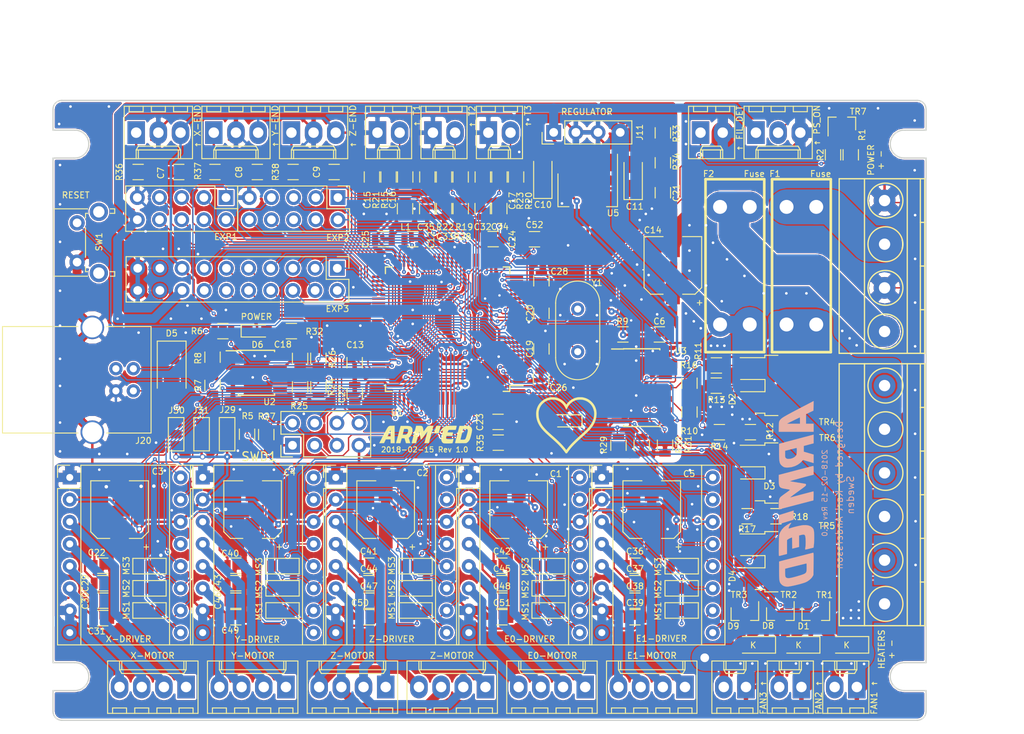
<source format=kicad_pcb>
(kicad_pcb (version 4) (host pcbnew 4.0.7)
  (layers (0 F.Cu signal) (31 B.Cu signal) (34 B.Paste user) (35 F.Paste user) (36 B.SilkS user) (37 F.SilkS user) (38 B.Mask user) (39 F.Mask user) (44 Edge.Cuts user))
  (net 0 "")
  (net 1 "Net-(A1-Pad3)")
  (net 2 "Net-(A1-Pad4)")
  (net 3 "Net-(A1-Pad5)")
  (net 4 "Net-(A1-Pad6)")
  (net 5 "Net-(A2-Pad3)")
  (net 6 "Net-(A2-Pad4)")
  (net 7 "Net-(A2-Pad5)")
  (net 8 "Net-(A2-Pad6)")
  (net 9 "Net-(A3-Pad3)")
  (net 10 "Net-(A3-Pad4)")
  (net 11 "Net-(A3-Pad5)")
  (net 12 "Net-(A3-Pad6)")
  (net 13 "Net-(A4-Pad3)")
  (net 14 "Net-(A4-Pad4)")
  (net 15 "Net-(A4-Pad5)")
  (net 16 "Net-(A4-Pad6)")
  (net 17 "Net-(A5-Pad3)")
  (net 18 "Net-(A5-Pad4)")
  (net 19 "Net-(A5-Pad5)")
  (net 20 "Net-(A5-Pad6)")
  (net 21 GND)
  (net 22 12V1)
  (net 23 12V2)
  (net 24 +3V3)
  (net 25 "Net-(C19-Pad2)")
  (net 26 "Net-(C20-Pad2)")
  (net 27 +5V)
  (net 28 HEATBED-)
  (net 29 VREF+)
  (net 30 VDDA)
  (net 31 USB_DM)
  (net 32 USB_DP)
  (net 33 "Net-(R6-Pad1)")
  (net 34 "Net-(R7-Pad1)")
  (net 35 "Net-(R11-Pad2)")
  (net 36 "Net-(R11-Pad1)")
  (net 37 "Net-(R12-Pad1)")
  (net 38 "Net-(R17-Pad1)")
  (net 39 SDA)
  (net 40 SCL)
  (net 41 VIN1)
  (net 42 VIN2)
  (net 43 TEMP_0_PIN)
  (net 44 X_MIN_PIN)
  (net 45 Y_MIN_PIN)
  (net 46 Z_MIN_PIN)
  (net 47 TEMP_1_PIN)
  (net 48 TEMP_2_PIN)
  (net 49 SPI_MOSI)
  (net 50 SPI_SCK)
  (net 51 SPI_MISO)
  (net 52 HEATER_BED_PIN)
  (net 53 HEATER_0_PIN)
  (net 54 "Net-(R12-Pad2)")
  (net 55 HEATER_1_PIN)
  (net 56 "Net-(R17-Pad2)")
  (net 57 FAN0_PIN)
  (net 58 FAN1_PIN)
  (net 59 FAN2_PIN)
  (net 60 3V3_FAILURE)
  (net 61 E1_CS_PIN)
  (net 62 X_CS_PIN)
  (net 63 E0_CS_PIN)
  (net 64 Z_CS_PIN)
  (net 65 Y_CS_PIN)
  (net 66 DRV_MOSI)
  (net 67 DRV_SCK)
  (net 68 DRV_MISO)
  (net 69 FAN0-)
  (net 70 FAN1-)
  (net 71 FAN2-)
  (net 72 "Net-(R15-Pad2)")
  (net 73 "Net-(R19-Pad2)")
  (net 74 "Net-(R20-Pad2)")
  (net 75 HEATER0-)
  (net 76 HEATER1-)
  (net 77 X_ENABLE_PIN)
  (net 78 X_STEP_PIN)
  (net 79 X_DIR_PIN)
  (net 80 E0_ENABLE_PIN)
  (net 81 E0_STEP_PIN)
  (net 82 E0_DIR_PIN)
  (net 83 Y_ENABLE_PIN)
  (net 84 Y_STEP_PIN)
  (net 85 Y_DIR_PIN)
  (net 86 BEEPER_PIN)
  (net 87 LCD_PINS_ENABLE)
  (net 88 LCD_PINS_RS)
  (net 89 LCD_PINS_D4)
  (net 90 LCD_PINS_D5)
  (net 91 LCD_PINS_D6)
  (net 92 LCD_PINS_D7)
  (net 93 KILL_PIN)
  (net 94 PS_ON)
  (net 95 PS_ON_PIN)
  (net 96 "Net-(R2-Pad1)")
  (net 97 Z_ENABLE_PIN)
  (net 98 Z_STEP_PIN)
  (net 99 Z_DIR_PIN)
  (net 100 BTN_ENC1)
  (net 101 BTN_ENC2)
  (net 102 SD_CS)
  (net 103 BTN_ENC3)
  (net 104 SD_DETECT_PIN)
  (net 105 FILAMENT_PIN)
  (net 106 E1_ENABLE_PIN)
  (net 107 E1_DIR_PIN)
  (net 108 E1_STEP_PIN)
  (net 109 BOOT0)
  (net 110 VCAP_1)
  (net 111 VCAP_2)
  (net 112 SWDIO)
  (net 113 SWCLK)
  (net 114 EXT0_PIN)
  (net 115 EXT1_PIN)
  (net 116 EXT2_PIN)
  (net 117 EXT3_PIN)
  (net 118 EXT4_PIN)
  (net 119 EXT5_PIN)
  (net 120 EXT6_PIN)
  (net 121 EXT7_PIN)
  (net 122 EXT8_PIN)
  (net 123 EXT9_PIN)
  (net 124 POWER_MONITOR)
  (net 125 LED_PIN)
  (net 126 "Net-(D2-Pad2)")
  (net 127 "Net-(D3-Pad2)")
  (net 128 "Net-(D4-Pad2)")
  (net 129 "Net-(J6-Pad1)")
  (net 130 "Net-(J14-Pad1)")
  (net 131 "Net-(J15-Pad1)")
  (net 132 TX_PIN)
  (net 133 RX_PIN)
  (net 134 RESET)
  (net 135 "Net-(D6-Pad2)")
  (net 136 "Net-(D7-Pad2)")
  (net 137 "Net-(D5-Pad2)")
  (module VIA-0.6mm (layer F.Cu) (at 148.6 52.4)
    (fp_text reference REF** hide)
    (fp_text value VIA-0.6mm hide)
    (pad 1 thru_hole circle (at 0 0) (size 0.6 0.6) (drill 0.3) (layers *.Cu) (net 21 GND))
  )
  (module VIA-0.6mm (layer F.Cu) (at 147.9 53)
    (fp_text reference REF** hide)
    (fp_text value VIA-0.6mm hide)
    (pad 1 thru_hole circle (at 0 0) (size 0.6 0.6) (drill 0.3) (layers *.Cu) (net 21 GND))
  )
  (module VIA-0.6mm (layer F.Cu) (at 147.2 53.7)
    (fp_text reference REF** hide)
    (fp_text value VIA-0.6mm hide)
    (pad 1 thru_hole circle (at 0 0) (size 0.6 0.6) (drill 0.3) (layers *.Cu) (net 21 GND))
  )
  (module VIA-0.6mm (layer F.Cu) (at 134.5 65.4)
    (fp_text reference REF** hide)
    (fp_text value VIA-0.6mm hide)
    (pad 1 thru_hole circle (at 0 0) (size 0.6 0.6) (drill 0.3) (layers *.Cu) (net 21 GND))
  )
  (module VIA-0.6mm (layer F.Cu) (at 89.8 66.6)
    (fp_text reference REF** hide)
    (fp_text value VIA-0.6mm hide)
    (pad 1 thru_hole circle (at 0 0) (size 0.6 0.6) (drill 0.3) (layers *.Cu) (net 21 GND))
  )
  (module VIA-0.6mm (layer F.Cu) (at 95.2 66.6)
    (fp_text reference REF** hide)
    (fp_text value VIA-0.6mm hide)
    (pad 1 thru_hole circle (at 0 0) (size 0.6 0.6) (drill 0.3) (layers *.Cu) (net 21 GND))
  )
  (module VIA-0.6mm (layer F.Cu) (at 97 65)
    (fp_text reference REF** hide)
    (fp_text value VIA-0.6mm hide)
    (pad 1 thru_hole circle (at 0 0) (size 0.6 0.6) (drill 0.3) (layers *.Cu) (net 21 GND))
  )
  (module VIA-0.6mm (layer F.Cu) (at 93.5 65)
    (fp_text reference REF** hide)
    (fp_text value VIA-0.6mm hide)
    (pad 1 thru_hole circle (at 0 0) (size 0.6 0.6) (drill 0.3) (layers *.Cu) (net 21 GND))
  )
  (module VIA-0.6mm (layer F.Cu) (at 118 57.8)
    (fp_text reference REF** hide)
    (fp_text value VIA-0.6mm hide)
    (pad 1 thru_hole circle (at 0 0) (size 0.6 0.6) (drill 0.3) (layers *.Cu) (net 21 GND))
  )
  (module VIA-0.6mm (layer F.Cu) (at 119.5 67)
    (fp_text reference REF** hide)
    (fp_text value VIA-0.6mm hide)
    (pad 1 thru_hole circle (at 0 0) (size 0.6 0.6) (drill 0.3) (layers *.Cu) (net 21 GND))
  )
  (module VIA-0.6mm (layer F.Cu) (at 138.1 64.6)
    (fp_text reference REF** hide)
    (fp_text value VIA-0.6mm hide)
    (pad 1 thru_hole circle (at 0 0) (size 0.6 0.6) (drill 0.3) (layers *.Cu) (net 21 GND))
  )
  (module VIA-0.6mm (layer F.Cu) (at 136.4 66.4)
    (fp_text reference REF** hide)
    (fp_text value VIA-0.6mm hide)
    (pad 1 thru_hole circle (at 0 0) (size 0.6 0.6) (drill 0.3) (layers *.Cu) (net 21 GND))
  )
  (module VIA-0.6mm (layer F.Cu) (at 142.2 61.2)
    (fp_text reference REF** hide)
    (fp_text value VIA-0.6mm hide)
    (pad 1 thru_hole circle (at 0 0) (size 0.6 0.6) (drill 0.3) (layers *.Cu) (net 21 GND))
  )
  (module VIA-0.6mm (layer F.Cu) (at 145.8 82.2)
    (fp_text reference REF** hide)
    (fp_text value VIA-0.6mm hide)
    (pad 1 thru_hole circle (at 0 0) (size 0.6 0.6) (drill 0.3) (layers *.Cu) (net 21 GND))
  )
  (module VIA-0.6mm (layer F.Cu) (at 138.9 82.2)
    (fp_text reference REF** hide)
    (fp_text value VIA-0.6mm hide)
    (pad 1 thru_hole circle (at 0 0) (size 0.6 0.6) (drill 0.3) (layers *.Cu) (net 21 GND))
  )
  (module VIA-0.6mm (layer F.Cu) (at 131.3 82.3)
    (fp_text reference REF** hide)
    (fp_text value VIA-0.6mm hide)
    (pad 1 thru_hole circle (at 0 0) (size 0.6 0.6) (drill 0.3) (layers *.Cu) (net 21 GND))
  )
  (module VIA-0.6mm (layer F.Cu) (at 120.3 82.3)
    (fp_text reference REF** hide)
    (fp_text value VIA-0.6mm hide)
    (pad 1 thru_hole circle (at 0 0) (size 0.6 0.6) (drill 0.3) (layers *.Cu) (net 21 GND))
  )
  (module VIA-0.6mm (layer F.Cu) (at 85.3 82.3)
    (fp_text reference REF** hide)
    (fp_text value VIA-0.6mm hide)
    (pad 1 thru_hole circle (at 0 0) (size 0.6 0.6) (drill 0.3) (layers *.Cu) (net 21 GND))
  )
  (module VIA-0.6mm (layer F.Cu) (at 91.8 79.2)
    (fp_text reference REF** hide)
    (fp_text value VIA-0.6mm hide)
    (pad 1 thru_hole circle (at 0 0) (size 0.6 0.6) (drill 0.3) (layers *.Cu) (net 21 GND))
  )
  (module VIA-0.6mm (layer F.Cu) (at 88.5 80.5)
    (fp_text reference REF** hide)
    (fp_text value VIA-0.6mm hide)
    (pad 1 thru_hole circle (at 0 0) (size 0.6 0.6) (drill 0.3) (layers *.Cu) (net 21 GND))
  )
  (module VIA-0.6mm (layer F.Cu) (at 85.3 80.5)
    (fp_text reference REF** hide)
    (fp_text value VIA-0.6mm hide)
    (pad 1 thru_hole circle (at 0 0) (size 0.6 0.6) (drill 0.3) (layers *.Cu) (net 21 GND))
  )
  (module VIA-0.6mm (layer F.Cu) (at 161.6 104.5)
    (fp_text reference REF** hide)
    (fp_text value VIA-0.6mm hide)
    (pad 1 thru_hole circle (at 0 0) (size 0.6 0.6) (drill 0.3) (layers *.Cu) (net 22 12V1))
  )
  (module VIA-0.6mm (layer F.Cu) (at 168.1 104.5)
    (fp_text reference REF** hide)
    (fp_text value VIA-0.6mm hide)
    (pad 1 thru_hole circle (at 0 0) (size 0.6 0.6) (drill 0.3) (layers *.Cu) (net 22 12V1))
  )
  (module VIA-0.6mm (layer F.Cu) (at 168.9 40.9)
    (fp_text reference REF** hide)
    (fp_text value VIA-0.6mm hide)
    (pad 1 thru_hole circle (at 0 0) (size 0.6 0.6) (drill 0.3) (layers *.Cu) (net 21 GND))
  )
  (module VIA-0.6mm (layer F.Cu) (at 174.5 40.9)
    (fp_text reference REF** hide)
    (fp_text value VIA-0.6mm hide)
    (pad 1 thru_hole circle (at 0 0) (size 0.6 0.6) (drill 0.3) (layers *.Cu) (net 21 GND))
  )
  (module VIA-0.6mm (layer F.Cu) (at 178.7 42.3)
    (fp_text reference REF** hide)
    (fp_text value VIA-0.6mm hide)
    (pad 1 thru_hole circle (at 0 0) (size 0.6 0.6) (drill 0.3) (layers *.Cu) (net 21 GND))
  )
  (module VIA-0.6mm (layer F.Cu) (at 152.5 45)
    (fp_text reference REF** hide)
    (fp_text value VIA-0.6mm hide)
    (pad 1 thru_hole circle (at 0 0) (size 0.6 0.6) (drill 0.3) (layers *.Cu) (net 21 GND))
  )
  (module VIA-0.6mm (layer F.Cu) (at 156.6 63)
    (fp_text reference REF** hide)
    (fp_text value VIA-0.6mm hide)
    (pad 1 thru_hole circle (at 0 0) (size 0.6 0.6) (drill 0.3) (layers *.Cu) (net 21 GND))
  )
  (module VIA-0.6mm (layer F.Cu) (at 154.8 61.2)
    (fp_text reference REF** hide)
    (fp_text value VIA-0.6mm hide)
    (pad 1 thru_hole circle (at 0 0) (size 0.6 0.6) (drill 0.3) (layers *.Cu) (net 21 GND))
  )
  (module VIA-0.6mm (layer F.Cu) (at 171.4 99.3)
    (fp_text reference REF** hide)
    (fp_text value VIA-0.6mm hide)
    (pad 1 thru_hole circle (at 0 0) (size 0.6 0.6) (drill 0.3) (layers *.Cu) (net 22 12V1))
  )
  (module VIA-0.6mm (layer F.Cu) (at 171.4 98.4)
    (fp_text reference REF** hide)
    (fp_text value VIA-0.6mm hide)
    (pad 1 thru_hole circle (at 0 0) (size 0.6 0.6) (drill 0.3) (layers *.Cu) (net 22 12V1))
  )
  (module VIA-0.6mm (layer F.Cu) (at 142.3 67.6)
    (fp_text reference REF** hide)
    (fp_text value VIA-0.6mm hide)
    (pad 1 thru_hole circle (at 0 0) (size 0.6 0.6) (drill 0.3) (layers *.Cu) (net 21 GND))
  )
  (module VIA-0.6mm (layer F.Cu) (at 142.3 64.6)
    (fp_text reference REF** hide)
    (fp_text value VIA-0.6mm hide)
    (pad 1 thru_hole circle (at 0 0) (size 0.6 0.6) (drill 0.3) (layers *.Cu) (net 21 GND))
  )
  (module VIA-0.6mm (layer F.Cu) (at 138.1 61.6)
    (fp_text reference REF** hide)
    (fp_text value VIA-0.6mm hide)
    (pad 1 thru_hole circle (at 0 0) (size 0.6 0.6) (drill 0.3) (layers *.Cu) (net 21 GND))
  )
  (module VIA-0.6mm (layer F.Cu) (at 133.1 76.8)
    (fp_text reference REF** hide)
    (fp_text value VIA-0.6mm hide)
    (pad 1 thru_hole circle (at 0 0) (size 0.6 0.6) (drill 0.3) (layers *.Cu) (net 21 GND))
  )
  (module VIA-0.6mm (layer F.Cu) (at 139.6 72.9)
    (fp_text reference REF** hide)
    (fp_text value VIA-0.6mm hide)
    (pad 1 thru_hole circle (at 0 0) (size 0.6 0.6) (drill 0.3) (layers *.Cu) (net 21 GND))
  )
  (module VIA-0.6mm (layer F.Cu) (at 142.3 70.2)
    (fp_text reference REF** hide)
    (fp_text value VIA-0.6mm hide)
    (pad 1 thru_hole circle (at 0 0) (size 0.6 0.6) (drill 0.3) (layers *.Cu) (net 21 GND))
  )
  (module VIA-0.6mm (layer F.Cu) (at 148.225 60)
    (fp_text reference REF** hide)
    (fp_text value VIA-0.6mm hide)
    (pad 1 thru_hole circle (at 0 0) (size 0.6 0.6) (drill 0.3) (layers *.Cu) (net 21 GND))
  )
  (module VIA-0.6mm (layer F.Cu) (at 146.9 58.8)
    (fp_text reference REF** hide)
    (fp_text value VIA-0.6mm hide)
    (pad 1 thru_hole circle (at 0 0) (size 0.6 0.6) (drill 0.3) (layers *.Cu) (net 21 GND))
  )
  (module VIA-0.6mm (layer F.Cu) (at 120.6 76.8)
    (fp_text reference REF** hide)
    (fp_text value VIA-0.6mm hide)
    (pad 1 thru_hole circle (at 0 0) (size 0.6 0.6) (drill 0.3) (layers *.Cu) (net 21 GND))
  )
  (module VIA-0.6mm (layer F.Cu) (at 112.025 68.475)
    (fp_text reference REF** hide)
    (fp_text value VIA-0.6mm hide)
    (pad 1 thru_hole circle (at 0 0) (size 0.6 0.6) (drill 0.3) (layers *.Cu) (net 21 GND))
  )
  (module VIA-0.6mm (layer F.Cu) (at 109.6 67.125)
    (fp_text reference REF** hide)
    (fp_text value VIA-0.6mm hide)
    (pad 1 thru_hole circle (at 0 0) (size 0.6 0.6) (drill 0.3) (layers *.Cu) (net 21 GND))
  )
  (module VIA-0.6mm (layer F.Cu) (at 137.1 80.425)
    (fp_text reference REF** hide)
    (fp_text value VIA-0.6mm hide)
    (pad 1 thru_hole circle (at 0 0) (size 0.6 0.6) (drill 0.3) (layers *.Cu) (net 21 GND))
  )
  (module VIA-0.6mm (layer F.Cu) (at 142.85 80.35)
    (fp_text reference REF** hide)
    (fp_text value VIA-0.6mm hide)
    (pad 1 thru_hole circle (at 0 0) (size 0.6 0.6) (drill 0.3) (layers *.Cu) (net 21 GND))
  )
  (module VIA-0.6mm (layer F.Cu) (at 123.9 80.6)
    (fp_text reference REF** hide)
    (fp_text value VIA-0.6mm hide)
    (pad 1 thru_hole circle (at 0 0) (size 0.6 0.6) (drill 0.3) (layers *.Cu) (net 21 GND))
  )
  (module VIA-0.6mm (layer F.Cu) (at 158.975 76.5)
    (fp_text reference REF** hide)
    (fp_text value VIA-0.6mm hide)
    (pad 1 thru_hole circle (at 0 0) (size 0.6 0.6) (drill 0.3) (layers *.Cu) (net 21 GND))
  )
  (module VIA-0.6mm (layer F.Cu) (at 101.175 80.125)
    (fp_text reference REF** hide)
    (fp_text value VIA-0.6mm hide)
    (pad 1 thru_hole circle (at 0 0) (size 0.6 0.6) (drill 0.3) (layers *.Cu) (net 21 GND))
  )
  (module VIA-0.6mm (layer F.Cu) (at 102.875 71.725)
    (fp_text reference REF** hide)
    (fp_text value VIA-0.6mm hide)
    (pad 1 thru_hole circle (at 0 0) (size 0.6 0.6) (drill 0.3) (layers *.Cu) (net 21 GND))
  )
  (module VIA-0.6mm (layer F.Cu) (at 104.3 69.3)
    (fp_text reference REF** hide)
    (fp_text value VIA-0.6mm hide)
    (pad 1 thru_hole circle (at 0 0) (size 0.6 0.6) (drill 0.3) (layers *.Cu) (net 21 GND))
  )
  (module VIA-0.6mm (layer F.Cu) (at 103.075 69.275)
    (fp_text reference REF** hide)
    (fp_text value VIA-0.6mm hide)
    (pad 1 thru_hole circle (at 0 0) (size 0.6 0.6) (drill 0.3) (layers *.Cu) (net 21 GND))
  )
  (module VIA-0.6mm (layer F.Cu) (at 108.725 75.9)
    (fp_text reference REF** hide)
    (fp_text value VIA-0.6mm hide)
    (pad 1 thru_hole circle (at 0 0) (size 0.6 0.6) (drill 0.3) (layers *.Cu) (net 21 GND))
  )
  (module VIA-0.6mm (layer F.Cu) (at 117.85 76.825)
    (fp_text reference REF** hide)
    (fp_text value VIA-0.6mm hide)
    (pad 1 thru_hole circle (at 0 0) (size 0.6 0.6) (drill 0.3) (layers *.Cu) (net 21 GND))
  )
  (module VIA-0.6mm (layer F.Cu) (at 116.8 79.5)
    (fp_text reference REF** hide)
    (fp_text value VIA-0.6mm hide)
    (pad 1 thru_hole circle (at 0 0) (size 0.6 0.6) (drill 0.3) (layers *.Cu) (net 21 GND))
  )
  (module VIA-0.6mm (layer F.Cu) (at 101.425 75.4)
    (fp_text reference REF** hide)
    (fp_text value VIA-0.6mm hide)
    (pad 1 thru_hole circle (at 0 0) (size 0.6 0.6) (drill 0.3) (layers *.Cu) (net 21 GND))
  )
  (module VIA-0.6mm (layer F.Cu) (at 92 90.5)
    (fp_text reference REF** hide)
    (fp_text value VIA-0.6mm hide)
    (pad 1 thru_hole circle (at 0 0) (size 0.6 0.6) (drill 0.3) (layers *.Cu) (net 21 GND))
  )
  (module Resistors_SMD:R_0805 (layer F.Cu) (at 152.898 75.694 270)
    (fp_text reference R10 (at 2.17932 0.02032 360) (layer F.SilkS) (effects (font (size 0.7 0.7) (thickness 0.11))))
    (fp_text value 33k)
    (pad 1 smd rect (at -0.95 0 270) (size 0.7 1.3) (layers F.Cu F.Paste F.Mask) (net 24 +3V3))
    (pad 2 smd rect (at 0.95 0 270) (size 0.7 1.3) (layers F.Cu F.Paste F.Mask) (net 53 HEATER_0_PIN))
  )
  (module VIA-0.6mm (layer F.Cu) (at 171.45 104.5)
    (fp_text reference REF** hide)
    (fp_text value VIA-0.6mm hide)
    (pad 1 thru_hole circle (at 0 0) (size 0.6 0.6) (drill 0.3) (layers *.Cu) (net 22 12V1))
  )
  (module VIA-0.6mm (layer F.Cu) (at 165.1 104.5)
    (fp_text reference REF** hide)
    (fp_text value VIA-0.6mm hide)
    (pad 1 thru_hole circle (at 0 0) (size 0.6 0.6) (drill 0.3) (layers *.Cu) (net 22 12V1))
  )
  (module VIA-0.6mm (layer F.Cu) (at 158.75 104.5)
    (fp_text reference REF** hide)
    (fp_text value VIA-0.6mm hide)
    (pad 1 thru_hole circle (at 0 0) (size 0.6 0.6) (drill 0.3) (layers *.Cu) (net 22 12V1))
  )
  (module VIA-0.6mm (layer F.Cu) (at 154.35 78.3)
    (fp_text reference REF** hide)
    (fp_text value VIA-0.6mm hide)
    (pad 1 thru_hole circle (at 0 0) (size 0.6 0.6) (drill 0.3) (layers *.Cu) (net 21 GND))
  )
  (module VIA-0.6mm (layer F.Cu) (at 126 56.8)
    (fp_text reference REF** hide)
    (fp_text value VIA-0.6mm hide)
    (pad 1 thru_hole circle (at 0 0) (size 0.6 0.6) (drill 0.3) (layers *.Cu) (net 21 GND))
  )
  (module VIA-0.6mm (layer F.Cu) (at 156.6 75.1)
    (fp_text reference REF** hide)
    (fp_text value VIA-0.6mm hide)
    (pad 1 thru_hole circle (at 0 0) (size 0.6 0.6) (drill 0.3) (layers *.Cu) (net 21 GND))
  )
  (module VIA-0.6mm (layer F.Cu) (at 155.3 75.1)
    (fp_text reference REF** hide)
    (fp_text value VIA-0.6mm hide)
    (pad 1 thru_hole circle (at 0 0) (size 0.6 0.6) (drill 0.3) (layers *.Cu) (net 21 GND))
  )
  (module VIA-0.6mm (layer F.Cu) (at 155.3 74.2)
    (fp_text reference REF** hide)
    (fp_text value VIA-0.6mm hide)
    (pad 1 thru_hole circle (at 0 0) (size 0.6 0.6) (drill 0.3) (layers *.Cu) (net 21 GND))
  )
  (module VIA-0.6mm (layer F.Cu) (at 156.6 74.2)
    (fp_text reference REF** hide)
    (fp_text value VIA-0.6mm hide)
    (pad 1 thru_hole circle (at 0 0) (size 0.6 0.6) (drill 0.3) (layers *.Cu) (net 21 GND))
  )
  (module VIA-0.6mm (layer F.Cu) (at 157.8 75.1)
    (fp_text reference REF** hide)
    (fp_text value VIA-0.6mm hide)
    (pad 1 thru_hole circle (at 0 0) (size 0.6 0.6) (drill 0.3) (layers *.Cu) (net 21 GND))
  )
  (module VIA-0.6mm (layer F.Cu) (at 157.8 74.2)
    (fp_text reference REF** hide)
    (fp_text value VIA-0.6mm hide)
    (pad 1 thru_hole circle (at 0 0) (size 0.6 0.6) (drill 0.3) (layers *.Cu) (net 21 GND))
  )
  (module VIA-0.6mm (layer F.Cu) (at 156.1 68.1)
    (fp_text reference REF** hide)
    (fp_text value VIA-0.6mm hide)
    (pad 1 thru_hole circle (at 0 0) (size 0.6 0.6) (drill 0.3) (layers *.Cu) (net 21 GND))
  )
  (module VIA-0.6mm (layer F.Cu) (at 156.9 68.1)
    (fp_text reference REF** hide)
    (fp_text value VIA-0.6mm hide)
    (pad 1 thru_hole circle (at 0 0) (size 0.6 0.6) (drill 0.3) (layers *.Cu) (net 21 GND))
  )
  (module VIA-0.6mm (layer F.Cu) (at 154.8 54.3)
    (fp_text reference REF** hide)
    (fp_text value VIA-0.6mm hide)
    (pad 1 thru_hole circle (at 0 0) (size 0.6 0.6) (drill 0.3) (layers *.Cu) (net 21 GND))
  )
  (module VIA-0.6mm (layer F.Cu) (at 152.5 42.4)
    (fp_text reference REF** hide)
    (fp_text value VIA-0.6mm hide)
    (pad 1 thru_hole circle (at 0 0) (size 0.6 0.6) (drill 0.3) (layers *.Cu) (net 21 GND))
  )
  (module VIA-0.6mm (layer F.Cu) (at 152.9 54.3)
    (fp_text reference REF** hide)
    (fp_text value VIA-0.6mm hide)
    (pad 1 thru_hole circle (at 0 0) (size 0.6 0.6) (drill 0.3) (layers *.Cu) (net 21 GND))
  )
  (module VIA-0.6mm (layer F.Cu) (at 164 62.1)
    (fp_text reference REF** hide)
    (fp_text value VIA-0.6mm hide)
    (pad 1 thru_hole circle (at 0 0) (size 0.6 0.6) (drill 0.3) (layers *.Cu) (net 21 GND))
  )
  (module VIA-0.6mm (layer F.Cu) (at 166.3 62.1)
    (fp_text reference REF** hide)
    (fp_text value VIA-0.6mm hide)
    (pad 1 thru_hole circle (at 0 0) (size 0.6 0.6) (drill 0.3) (layers *.Cu) (net 21 GND))
  )
  (module VIA-0.6mm (layer F.Cu) (at 152.9 59.5)
    (fp_text reference REF** hide)
    (fp_text value VIA-0.6mm hide)
    (pad 1 thru_hole circle (at 0 0) (size 0.6 0.6) (drill 0.3) (layers *.Cu) (net 21 GND))
  )
  (module VIA-0.6mm (layer F.Cu) (at 161.4 62.1)
    (fp_text reference REF** hide)
    (fp_text value VIA-0.6mm hide)
    (pad 1 thru_hole circle (at 0 0) (size 0.6 0.6) (drill 0.3) (layers *.Cu) (net 21 GND))
  )
  (module VIA-0.6mm (layer F.Cu) (at 159.2 60.1)
    (fp_text reference REF** hide)
    (fp_text value VIA-0.6mm hide)
    (pad 1 thru_hole circle (at 0 0) (size 0.6 0.6) (drill 0.3) (layers *.Cu) (net 21 GND))
  )
  (module VIA-0.6mm (layer F.Cu) (at 157.2 58.2)
    (fp_text reference REF** hide)
    (fp_text value VIA-0.6mm hide)
    (pad 1 thru_hole circle (at 0 0) (size 0.6 0.6) (drill 0.3) (layers *.Cu) (net 21 GND))
  )
  (module VIA-0.6mm (layer F.Cu) (at 155.6 56.3)
    (fp_text reference REF** hide)
    (fp_text value VIA-0.6mm hide)
    (pad 1 thru_hole circle (at 0 0) (size 0.6 0.6) (drill 0.3) (layers *.Cu) (net 21 GND))
  )
  (module VIA-0.6mm (layer F.Cu) (at 152.9 57.2)
    (fp_text reference REF** hide)
    (fp_text value VIA-0.6mm hide)
    (pad 1 thru_hole circle (at 0 0) (size 0.6 0.6) (drill 0.3) (layers *.Cu) (net 21 GND))
  )
  (module VIA-0.6mm (layer F.Cu) (at 172.3 99.3)
    (fp_text reference REF** hide)
    (fp_text value VIA-0.6mm hide)
    (pad 1 thru_hole circle (at 0 0) (size 0.6 0.6) (drill 0.3) (layers *.Cu) (net 22 12V1))
  )
  (module VIA-0.6mm (layer F.Cu) (at 172.3 97.4)
    (fp_text reference REF** hide)
    (fp_text value VIA-0.6mm hide)
    (pad 1 thru_hole circle (at 0 0) (size 0.6 0.6) (drill 0.3) (layers *.Cu) (net 22 12V1))
  )
  (module VIA-0.6mm (layer F.Cu) (at 172.3 98.4)
    (fp_text reference REF** hide)
    (fp_text value VIA-0.6mm hide)
    (pad 1 thru_hole circle (at 0 0) (size 0.6 0.6) (drill 0.3) (layers *.Cu) (net 22 12V1))
  )
  (module VIA-0.6mm (layer F.Cu) (at 170.5 99.3)
    (fp_text reference REF** hide)
    (fp_text value VIA-0.6mm hide)
    (pad 1 thru_hole circle (at 0 0) (size 0.6 0.6) (drill 0.3) (layers *.Cu) (net 22 12V1))
  )
  (module VIA-0.6mm (layer F.Cu) (at 172.9 104.55)
    (fp_text reference REF** hide)
    (fp_text value VIA-0.6mm hide)
    (pad 1 thru_hole circle (at 0 0) (size 0.6 0.6) (drill 0.3) (layers *.Cu) (net 22 12V1))
  )
  (module VIA-0.6mm (layer F.Cu) (at 166.4 104.5)
    (fp_text reference REF** hide)
    (fp_text value VIA-0.6mm hide)
    (pad 1 thru_hole circle (at 0 0) (size 0.6 0.6) (drill 0.3) (layers *.Cu) (net 22 12V1))
  )
  (module VIA-0.6mm (layer F.Cu) (at 160.1 104.5)
    (fp_text reference REF** hide)
    (fp_text value VIA-0.6mm hide)
    (pad 1 thru_hole circle (at 0 0) (size 0.6 0.6) (drill 0.3) (layers *.Cu) (net 22 12V1))
  )
  (module VIA-0.6mm (layer F.Cu) (at 80.8 51.9)
    (fp_text reference REF** hide)
    (fp_text value VIA-0.6mm hide)
    (pad 1 thru_hole circle (at 0 0) (size 0.6 0.6) (drill 0.3) (layers *.Cu) (net 21 GND))
  )
  (module VIA-0.6mm (layer F.Cu) (at 80.8 56.2)
    (fp_text reference REF** hide)
    (fp_text value VIA-0.6mm hide)
    (pad 1 thru_hole circle (at 0 0) (size 0.6 0.6) (drill 0.3) (layers *.Cu) (net 21 GND))
  )
  (module VIA-0.6mm (layer F.Cu) (at 80.8 61.8)
    (fp_text reference REF** hide)
    (fp_text value VIA-0.6mm hide)
    (pad 1 thru_hole circle (at 0 0) (size 0.6 0.6) (drill 0.3) (layers *.Cu) (net 21 GND))
  )
  (module VIA-0.6mm (layer F.Cu) (at 80.8 65.8)
    (fp_text reference REF** hide)
    (fp_text value VIA-0.6mm hide)
    (pad 1 thru_hole circle (at 0 0) (size 0.6 0.6) (drill 0.3) (layers *.Cu) (net 21 GND))
  )
  (module VIA-0.6mm (layer F.Cu) (at 80.8 69.6)
    (fp_text reference REF** hide)
    (fp_text value VIA-0.6mm hide)
    (pad 1 thru_hole circle (at 0 0) (size 0.6 0.6) (drill 0.3) (layers *.Cu) (net 21 GND))
  )
  (module VIA-0.6mm (layer F.Cu) (at 80.8 72.7)
    (fp_text reference REF** hide)
    (fp_text value VIA-0.6mm hide)
    (pad 1 thru_hole circle (at 0 0) (size 0.6 0.6) (drill 0.3) (layers *.Cu) (net 21 GND))
  )
  (module VIA-0.6mm (layer F.Cu) (at 80.8 76.9)
    (fp_text reference REF** hide)
    (fp_text value VIA-0.6mm hide)
    (pad 1 thru_hole circle (at 0 0) (size 0.6 0.6) (drill 0.3) (layers *.Cu) (net 21 GND))
  )
  (module VIA-0.6mm (layer F.Cu) (at 80.8 80.2)
    (fp_text reference REF** hide)
    (fp_text value VIA-0.6mm hide)
    (pad 1 thru_hole circle (at 0 0) (size 0.6 0.6) (drill 0.3) (layers *.Cu) (net 21 GND))
  )
  (module VIA-0.6mm (layer F.Cu) (at 86.4 40.7)
    (fp_text reference REF** hide)
    (fp_text value VIA-0.6mm hide)
    (pad 1 thru_hole circle (at 0 0) (size 0.6 0.6) (drill 0.3) (layers *.Cu) (net 21 GND))
  )
  (module VIA-0.6mm (layer F.Cu) (at 82 40.7)
    (fp_text reference REF** hide)
    (fp_text value VIA-0.6mm hide)
    (pad 1 thru_hole circle (at 0 0) (size 0.6 0.6) (drill 0.3) (layers *.Cu) (net 21 GND))
  )
  (module VIA-0.6mm (layer F.Cu) (at 80.7 42.7)
    (fp_text reference REF** hide)
    (fp_text value VIA-0.6mm hide)
    (pad 1 thru_hole circle (at 0 0) (size 0.6 0.6) (drill 0.3) (layers *.Cu) (net 21 GND))
  )
  (module VIA-0.6mm (layer F.Cu) (at 80.8 47.4)
    (fp_text reference REF** hide)
    (fp_text value VIA-0.6mm hide)
    (pad 1 thru_hole circle (at 0 0) (size 0.6 0.6) (drill 0.3) (layers *.Cu) (net 21 GND))
  )
  (module VIA-0.6mm (layer F.Cu) (at 121.4 52.4)
    (fp_text reference REF** hide)
    (fp_text value VIA-0.6mm hide)
    (pad 1 thru_hole circle (at 0 0) (size 0.6 0.6) (drill 0.3) (layers *.Cu) (net 21 GND))
  )
  (module VIA-0.6mm (layer F.Cu) (at 143.9 62.9)
    (fp_text reference REF** hide)
    (fp_text value VIA-0.6mm hide)
    (pad 1 thru_hole circle (at 0 0) (size 0.6 0.6) (drill 0.3) (layers *.Cu) (net 21 GND))
  )
  (module VIA-0.6mm (layer F.Cu) (at 144 59.8)
    (fp_text reference REF** hide)
    (fp_text value VIA-0.6mm hide)
    (pad 1 thru_hole circle (at 0 0) (size 0.6 0.6) (drill 0.3) (layers *.Cu) (net 21 GND))
  )
  (module VIA-0.6mm (layer F.Cu) (at 138.3 51.8)
    (fp_text reference REF** hide)
    (fp_text value VIA-0.6mm hide)
    (pad 1 thru_hole circle (at 0 0) (size 0.6 0.6) (drill 0.3) (layers *.Cu) (net 21 GND))
  )
  (module VIA-0.6mm (layer F.Cu) (at 148.7 68.7)
    (fp_text reference REF** hide)
    (fp_text value VIA-0.6mm hide)
    (pad 1 thru_hole circle (at 0 0) (size 0.6 0.6) (drill 0.3) (layers *.Cu) (net 21 GND))
  )
  (module VIA-0.6mm (layer F.Cu) (at 124.3 64)
    (fp_text reference REF** hide)
    (fp_text value VIA-0.6mm hide)
    (pad 1 thru_hole circle (at 0 0) (size 0.6 0.6) (drill 0.3) (layers *.Cu) (net 21 GND))
  )
  (module VIA-0.6mm (layer F.Cu) (at 121.2 64)
    (fp_text reference REF** hide)
    (fp_text value VIA-0.6mm hide)
    (pad 1 thru_hole circle (at 0 0) (size 0.6 0.6) (drill 0.3) (layers *.Cu) (net 21 GND))
  )
  (module VIA-0.6mm (layer F.Cu) (at 124.5 60.8)
    (fp_text reference REF** hide)
    (fp_text value VIA-0.6mm hide)
    (pad 1 thru_hole circle (at 0 0) (size 0.6 0.6) (drill 0.3) (layers *.Cu) (net 21 GND))
  )
  (module VIA-0.6mm (layer F.Cu) (at 120.9 60.75)
    (fp_text reference REF** hide)
    (fp_text value VIA-0.6mm hide)
    (pad 1 thru_hole circle (at 0 0) (size 0.6 0.6) (drill 0.3) (layers *.Cu) (net 21 GND))
  )
  (module VIA-0.6mm (layer F.Cu) (at 121.2 65.6)
    (fp_text reference REF** hide)
    (fp_text value VIA-0.6mm hide)
    (pad 1 thru_hole circle (at 0 0) (size 0.6 0.6) (drill 0.3) (layers *.Cu) (net 21 GND))
  )
  (module VIA-0.6mm (layer F.Cu) (at 114.4 61.4)
    (fp_text reference REF** hide)
    (fp_text value VIA-0.6mm hide)
    (pad 1 thru_hole circle (at 0 0) (size 0.6 0.6) (drill 0.3) (layers *.Cu) (net 21 GND))
  )
  (module VIA-0.6mm (layer F.Cu) (at 100.4 88.8)
    (fp_text reference REF** hide)
    (fp_text value VIA-0.6mm hide)
    (pad 1 thru_hole circle (at 0 0) (size 0.6 0.6) (drill 0.3) (layers *.Cu) (net 21 GND))
  )
  (module VIA-0.6mm (layer F.Cu) (at 131.05 69.35)
    (fp_text reference REF** hide)
    (fp_text value VIA-0.6mm hide)
    (pad 1 thru_hole circle (at 0 0) (size 0.6 0.6) (drill 0.3) (layers *.Cu) (net 21 GND))
  )
  (module VIA-0.6mm (layer F.Cu) (at 138.6 70.2)
    (fp_text reference REF** hide)
    (fp_text value VIA-0.6mm hide)
    (pad 1 thru_hole circle (at 0 0) (size 0.6 0.6) (drill 0.3) (layers *.Cu) (net 21 GND))
  )
  (module VIA-0.6mm (layer F.Cu) (at 139 56.6)
    (fp_text reference REF** hide)
    (fp_text value VIA-0.6mm hide)
    (pad 1 thru_hole circle (at 0 0) (size 0.6 0.6) (drill 0.3) (layers *.Cu) (net 21 GND))
  )
  (module VIA-0.6mm (layer F.Cu) (at 146.8 68.2)
    (fp_text reference REF** hide)
    (fp_text value VIA-0.6mm hide)
    (pad 1 thru_hole circle (at 0 0) (size 0.6 0.6) (drill 0.3) (layers *.Cu) (net 21 GND))
  )
  (module VIA-0.6mm (layer F.Cu) (at 146.8 73.8)
    (fp_text reference REF** hide)
    (fp_text value VIA-0.6mm hide)
    (pad 1 thru_hole circle (at 0 0) (size 0.6 0.6) (drill 0.3) (layers *.Cu) (net 21 GND))
  )
  (module VIA-0.6mm (layer F.Cu) (at 146.8 69.8)
    (fp_text reference REF** hide)
    (fp_text value VIA-0.6mm hide)
    (pad 1 thru_hole circle (at 0 0) (size 0.6 0.6) (drill 0.3) (layers *.Cu) (net 21 GND))
  )
  (module VIA-0.6mm (layer F.Cu) (at 147.4 62.8)
    (fp_text reference REF** hide)
    (fp_text value VIA-0.6mm hide)
    (pad 1 thru_hole circle (at 0 0) (size 0.6 0.6) (drill 0.3) (layers *.Cu) (net 21 GND))
  )
  (module VIA-0.6mm (layer F.Cu) (at 149.2 64.5)
    (fp_text reference REF** hide)
    (fp_text value VIA-0.6mm hide)
    (pad 1 thru_hole circle (at 0 0) (size 0.6 0.6) (drill 0.3) (layers *.Cu) (net 21 GND))
  )
  (module VIA-0.6mm (layer F.Cu) (at 145.5 61.2)
    (fp_text reference REF** hide)
    (fp_text value VIA-0.6mm hide)
    (pad 1 thru_hole circle (at 0 0) (size 0.6 0.6) (drill 0.3) (layers *.Cu) (net 21 GND))
  )
  (module VIA-0.6mm (layer F.Cu) (at 115.6 51.9)
    (fp_text reference REF** hide)
    (fp_text value VIA-0.6mm hide)
    (pad 1 thru_hole circle (at 0 0) (size 0.6 0.6) (drill 0.3) (layers *.Cu) (net 21 GND))
  )
  (module VIA-0.6mm (layer F.Cu) (at 118.2 53)
    (fp_text reference REF** hide)
    (fp_text value VIA-0.6mm hide)
    (pad 1 thru_hole circle (at 0 0) (size 0.6 0.6) (drill 0.3) (layers *.Cu) (net 21 GND))
  )
  (module VIA-0.6mm (layer F.Cu) (at 115.6 53)
    (fp_text reference REF** hide)
    (fp_text value VIA-0.6mm hide)
    (pad 1 thru_hole circle (at 0 0) (size 0.6 0.6) (drill 0.3) (layers *.Cu) (net 21 GND))
  )
  (module VIA-0.6mm (layer F.Cu) (at 96.6 57.6)
    (fp_text reference REF** hide)
    (fp_text value VIA-0.6mm hide)
    (pad 1 thru_hole circle (at 0 0) (size 0.6 0.6) (drill 0.3) (layers *.Cu) (net 21 GND))
  )
  (module VIA-0.6mm (layer F.Cu) (at 90.6 55)
    (fp_text reference REF** hide)
    (fp_text value VIA-0.6mm hide)
    (pad 1 thru_hole circle (at 0 0) (size 0.6 0.6) (drill 0.3) (layers *.Cu) (net 21 GND))
  )
  (module VIA-0.6mm (layer F.Cu) (at 92.6 57)
    (fp_text reference REF** hide)
    (fp_text value VIA-0.6mm hide)
    (pad 1 thru_hole circle (at 0 0) (size 0.6 0.6) (drill 0.3) (layers *.Cu) (net 21 GND))
  )
  (module VIA-0.6mm (layer F.Cu) (at 94.4 57)
    (fp_text reference REF** hide)
    (fp_text value VIA-0.6mm hide)
    (pad 1 thru_hole circle (at 0 0) (size 0.6 0.6) (drill 0.3) (layers *.Cu) (net 21 GND))
  )
  (module VIA-0.6mm (layer F.Cu) (at 115.2 65.8)
    (fp_text reference REF** hide)
    (fp_text value VIA-0.6mm hide)
    (pad 1 thru_hole circle (at 0 0) (size 0.6 0.6) (drill 0.3) (layers *.Cu) (net 21 GND))
  )
  (module VIA-0.6mm (layer F.Cu) (at 111.4 65.8)
    (fp_text reference REF** hide)
    (fp_text value VIA-0.6mm hide)
    (pad 1 thru_hole circle (at 0 0) (size 0.6 0.6) (drill 0.3) (layers *.Cu) (net 21 GND))
  )
  (module VIA-0.6mm (layer F.Cu) (at 99.8 64)
    (fp_text reference REF** hide)
    (fp_text value VIA-0.6mm hide)
    (pad 1 thru_hole circle (at 0 0) (size 0.6 0.6) (drill 0.3) (layers *.Cu) (net 21 GND))
  )
  (module VIA-0.6mm (layer F.Cu) (at 95.4 63.5)
    (fp_text reference REF** hide)
    (fp_text value VIA-0.6mm hide)
    (pad 1 thru_hole circle (at 0 0) (size 0.6 0.6) (drill 0.3) (layers *.Cu) (net 21 GND))
  )
  (module VIA-0.6mm (layer F.Cu) (at 134.5 51.6)
    (fp_text reference REF** hide)
    (fp_text value VIA-0.6mm hide)
    (pad 1 thru_hole circle (at 0 0) (size 0.6 0.6) (drill 0.3) (layers *.Cu) (net 21 GND))
  )
  (module VIA-0.6mm (layer F.Cu) (at 134.5 53.5)
    (fp_text reference REF** hide)
    (fp_text value VIA-0.6mm hide)
    (pad 1 thru_hole circle (at 0 0) (size 0.6 0.6) (drill 0.3) (layers *.Cu) (net 21 GND))
  )
  (module VIA-0.6mm (layer F.Cu) (at 133.4 45.9)
    (fp_text reference REF** hide)
    (fp_text value VIA-0.6mm hide)
    (pad 1 thru_hole circle (at 0 0) (size 0.6 0.6) (drill 0.3) (layers *.Cu) (net 21 GND))
  )
  (module VIA-0.6mm (layer F.Cu) (at 134.4 42.2)
    (fp_text reference REF** hide)
    (fp_text value VIA-0.6mm hide)
    (pad 1 thru_hole circle (at 0 0) (size 0.6 0.6) (drill 0.3) (layers *.Cu) (net 21 GND))
  )
  (module Resistors_SMD:R_0805 (layer F.Cu) (at 150.104 79.5 270)
    (fp_text reference R31 (at -0.08636 -2.67208 270) (layer F.SilkS) (effects (font (size 0.7 0.7) (thickness 0.11))))
    (fp_text value 1k)
    (pad 1 smd rect (at -0.95 0 270) (size 0.7 1.3) (layers F.Cu F.Paste F.Mask) (net 59 FAN2_PIN))
    (pad 2 smd rect (at 0.95 0 270) (size 0.7 1.3) (layers F.Cu F.Paste F.Mask) (net 21 GND))
  )
  (module VIA-0.6mm (layer F.Cu) (at 155.375 68.1)
    (fp_text reference REF** hide)
    (fp_text value VIA-0.6mm hide)
    (pad 1 thru_hole circle (at 0 0) (size 0.6 0.6) (drill 0.3) (layers *.Cu) (net 21 GND))
  )
  (module VIA-0.6mm (layer F.Cu) (at 154.2 66.1)
    (fp_text reference REF** hide)
    (fp_text value VIA-0.6mm hide)
    (pad 1 thru_hole circle (at 0 0) (size 0.6 0.6) (drill 0.3) (layers *.Cu) (net 21 GND))
  )
  (module VIA-0.6mm (layer F.Cu) (at 152.5 64.4)
    (fp_text reference REF** hide)
    (fp_text value VIA-0.6mm hide)
    (pad 1 thru_hole circle (at 0 0) (size 0.6 0.6) (drill 0.3) (layers *.Cu) (net 21 GND))
  )
  (module VIA-0.6mm (layer F.Cu) (at 153.4 65.3)
    (fp_text reference REF** hide)
    (fp_text value VIA-0.6mm hide)
    (pad 1 thru_hole circle (at 0 0) (size 0.6 0.6) (drill 0.3) (layers *.Cu) (net 21 GND))
  )
  (module VIA-0.6mm (layer F.Cu) (at 178.7 48)
    (fp_text reference REF** hide)
    (fp_text value VIA-0.6mm hide)
    (pad 1 thru_hole circle (at 0 0) (size 0.6 0.6) (drill 0.3) (layers *.Cu) (net 21 GND))
  )
  (module VIA-0.6mm (layer F.Cu) (at 178.75 53.13909)
    (fp_text reference REF** hide)
    (fp_text value VIA-0.6mm hide)
    (pad 1 thru_hole circle (at 0 0) (size 0.6 0.6) (drill 0.3) (layers *.Cu) (net 21 GND))
  )
  (module VIA-0.6mm (layer F.Cu) (at 178.75 58.14818)
    (fp_text reference REF** hide)
    (fp_text value VIA-0.6mm hide)
    (pad 1 thru_hole circle (at 0 0) (size 0.6 0.6) (drill 0.3) (layers *.Cu) (net 21 GND))
  )
  (module VIA-0.6mm (layer F.Cu) (at 178.75 63.15727)
    (fp_text reference REF** hide)
    (fp_text value VIA-0.6mm hide)
    (pad 1 thru_hole circle (at 0 0) (size 0.6 0.6) (drill 0.3) (layers *.Cu) (net 21 GND))
  )
  (module VIA-0.6mm (layer F.Cu) (at 178.75 68.16636)
    (fp_text reference REF** hide)
    (fp_text value VIA-0.6mm hide)
    (pad 1 thru_hole circle (at 0 0) (size 0.6 0.6) (drill 0.3) (layers *.Cu) (net 21 GND))
  )
  (module VIA-0.6mm (layer F.Cu) (at 178.75 73.17545)
    (fp_text reference REF** hide)
    (fp_text value VIA-0.6mm hide)
    (pad 1 thru_hole circle (at 0 0) (size 0.6 0.6) (drill 0.3) (layers *.Cu) (net 21 GND))
  )
  (module VIA-0.6mm (layer F.Cu) (at 178.75 78.18454)
    (fp_text reference REF** hide)
    (fp_text value VIA-0.6mm hide)
    (pad 1 thru_hole circle (at 0 0) (size 0.6 0.6) (drill 0.3) (layers *.Cu) (net 21 GND))
  )
  (module VIA-0.6mm (layer F.Cu) (at 178.75 83.19363)
    (fp_text reference REF** hide)
    (fp_text value VIA-0.6mm hide)
    (pad 1 thru_hole circle (at 0 0) (size 0.6 0.6) (drill 0.3) (layers *.Cu) (net 21 GND))
  )
  (module VIA-0.6mm (layer F.Cu) (at 178.8 88.20272)
    (fp_text reference REF** hide)
    (fp_text value VIA-0.6mm hide)
    (pad 1 thru_hole circle (at 0 0) (size 0.6 0.6) (drill 0.3) (layers *.Cu) (net 21 GND))
  )
  (module VIA-0.6mm (layer F.Cu) (at 172.05 68.05)
    (fp_text reference REF** hide)
    (fp_text value VIA-0.6mm hide)
    (pad 1 thru_hole circle (at 0 0) (size 0.6 0.6) (drill 0.3) (layers *.Cu) (net 21 GND))
  )
  (module VIA-0.6mm (layer F.Cu) (at 171.25 67.25)
    (fp_text reference REF** hide)
    (fp_text value VIA-0.6mm hide)
    (pad 1 thru_hole circle (at 0 0) (size 0.6 0.6) (drill 0.3) (layers *.Cu) (net 21 GND))
  )
  (module VIA-0.6mm (layer F.Cu) (at 170.4 66.4)
    (fp_text reference REF** hide)
    (fp_text value VIA-0.6mm hide)
    (pad 1 thru_hole circle (at 0 0) (size 0.6 0.6) (drill 0.3) (layers *.Cu) (net 21 GND))
  )
  (module VIA-0.6mm (layer F.Cu) (at 178.8 93.21181)
    (fp_text reference REF** hide)
    (fp_text value VIA-0.6mm hide)
    (pad 1 thru_hole circle (at 0 0) (size 0.6 0.6) (drill 0.3) (layers *.Cu) (net 21 GND))
  )
  (module VIA-0.6mm (layer F.Cu) (at 162.15 85.4)
    (fp_text reference REF** hide)
    (fp_text value VIA-0.6mm hide)
    (pad 1 thru_hole circle (at 0 0) (size 0.6 0.6) (drill 0.3) (layers *.Cu) (net 21 GND))
  )
  (module VIA-0.6mm (layer F.Cu) (at 139 89.1)
    (fp_text reference REF** hide)
    (fp_text value VIA-0.6mm hide)
    (pad 1 thru_hole circle (at 0 0) (size 0.6 0.6) (drill 0.3) (layers *.Cu) (net 21 GND))
  )
  (module VIA-0.6mm (layer F.Cu) (at 123.75 91.7)
    (fp_text reference REF** hide)
    (fp_text value VIA-0.6mm hide)
    (pad 1 thru_hole circle (at 0 0) (size 0.6 0.6) (drill 0.3) (layers *.Cu) (net 21 GND))
  )
  (module VIA-0.6mm (layer F.Cu) (at 162.65 78.9)
    (fp_text reference REF** hide)
    (fp_text value VIA-0.6mm hide)
    (pad 1 thru_hole circle (at 0 0) (size 0.6 0.6) (drill 0.3) (layers *.Cu) (net 21 GND))
  )
  (module VIA-0.6mm (layer F.Cu) (at 157.45 96.15)
    (fp_text reference REF** hide)
    (fp_text value VIA-0.6mm hide)
    (pad 1 thru_hole circle (at 0 0) (size 0.6 0.6) (drill 0.3) (layers *.Cu) (net 21 GND))
  )
  (module VIA-0.6mm (layer F.Cu) (at 157.45 95.4)
    (fp_text reference REF** hide)
    (fp_text value VIA-0.6mm hide)
    (pad 1 thru_hole circle (at 0 0) (size 0.6 0.6) (drill 0.3) (layers *.Cu) (net 21 GND))
  )
  (module VIA-0.6mm (layer F.Cu) (at 158.7 89.2)
    (fp_text reference REF** hide)
    (fp_text value VIA-0.6mm hide)
    (pad 1 thru_hole circle (at 0 0) (size 0.6 0.6) (drill 0.3) (layers *.Cu) (net 21 GND))
  )
  (module VIA-0.6mm (layer F.Cu) (at 158 79.25)
    (fp_text reference REF** hide)
    (fp_text value VIA-0.6mm hide)
    (pad 1 thru_hole circle (at 0 0) (size 0.6 0.6) (drill 0.3) (layers *.Cu) (net 21 GND))
  )
  (module VIA-0.6mm (layer F.Cu) (at 162.05 78.35)
    (fp_text reference REF** hide)
    (fp_text value VIA-0.6mm hide)
    (pad 1 thru_hole circle (at 0 0) (size 0.6 0.6) (drill 0.3) (layers *.Cu) (net 21 GND))
  )
  (module VIA-0.6mm (layer F.Cu) (at 159.8 76.5)
    (fp_text reference REF** hide)
    (fp_text value VIA-0.6mm hide)
    (pad 1 thru_hole circle (at 0 0) (size 0.6 0.6) (drill 0.3) (layers *.Cu) (net 21 GND))
  )
  (module VIA-0.6mm (layer F.Cu) (at 157.8 76)
    (fp_text reference REF** hide)
    (fp_text value VIA-0.6mm hide)
    (pad 1 thru_hole circle (at 0 0) (size 0.6 0.6) (drill 0.3) (layers *.Cu) (net 21 GND))
  )
  (module VIA-0.6mm (layer F.Cu) (at 162.15 83.6)
    (fp_text reference REF** hide)
    (fp_text value VIA-0.6mm hide)
    (pad 1 thru_hole circle (at 0 0) (size 0.6 0.6) (drill 0.3) (layers *.Cu) (net 21 GND))
  )
  (module VIA-0.6mm (layer F.Cu) (at 162 80.5)
    (fp_text reference REF** hide)
    (fp_text value VIA-0.6mm hide)
    (pad 1 thru_hole circle (at 0 0) (size 0.6 0.6) (drill 0.3) (layers *.Cu) (net 21 GND))
  )
  (module VIA-0.6mm (layer F.Cu) (at 146.55 88.3)
    (fp_text reference REF** hide)
    (fp_text value VIA-0.6mm hide)
    (pad 1 thru_hole circle (at 0 0) (size 0.6 0.6) (drill 0.3) (layers *.Cu) (net 21 GND))
  )
  (module VIA-0.6mm (layer F.Cu) (at 145.8 85)
    (fp_text reference REF** hide)
    (fp_text value VIA-0.6mm hide)
    (pad 1 thru_hole circle (at 0 0) (size 0.6 0.6) (drill 0.3) (layers *.Cu) (net 21 GND))
  )
  (module VIA-0.6mm (layer F.Cu) (at 151.8 91.65)
    (fp_text reference REF** hide)
    (fp_text value VIA-0.6mm hide)
    (pad 1 thru_hole circle (at 0 0) (size 0.6 0.6) (drill 0.3) (layers *.Cu) (net 21 GND))
  )
  (module VIA-0.6mm (layer F.Cu) (at 150.4 89.1)
    (fp_text reference REF** hide)
    (fp_text value VIA-0.6mm hide)
    (pad 1 thru_hole circle (at 0 0) (size 0.6 0.6) (drill 0.3) (layers *.Cu) (net 21 GND))
  )
  (module VIA-0.6mm (layer F.Cu) (at 153.8 89.15)
    (fp_text reference REF** hide)
    (fp_text value VIA-0.6mm hide)
    (pad 1 thru_hole circle (at 0 0) (size 0.6 0.6) (drill 0.3) (layers *.Cu) (net 21 GND))
  )
  (module VIA-0.6mm (layer F.Cu) (at 153.2 86.25)
    (fp_text reference REF** hide)
    (fp_text value VIA-0.6mm hide)
    (pad 1 thru_hole circle (at 0 0) (size 0.6 0.6) (drill 0.3) (layers *.Cu) (net 21 GND))
  )
  (module VIA-0.6mm (layer F.Cu) (at 153.9 84.2)
    (fp_text reference REF** hide)
    (fp_text value VIA-0.6mm hide)
    (pad 1 thru_hole circle (at 0 0) (size 0.6 0.6) (drill 0.3) (layers *.Cu) (net 21 GND))
  )
  (module VIA-0.6mm (layer F.Cu) (at 152.95 82.35)
    (fp_text reference REF** hide)
    (fp_text value VIA-0.6mm hide)
    (pad 1 thru_hole circle (at 0 0) (size 0.6 0.6) (drill 0.3) (layers *.Cu) (net 21 GND))
  )
  (module VIA-0.6mm (layer F.Cu) (at 138.6 86.3)
    (fp_text reference REF** hide)
    (fp_text value VIA-0.6mm hide)
    (pad 1 thru_hole circle (at 0 0) (size 0.6 0.6) (drill 0.3) (layers *.Cu) (net 21 GND))
  )
  (module VIA-0.6mm (layer F.Cu) (at 135.4 82.85)
    (fp_text reference REF** hide)
    (fp_text value VIA-0.6mm hide)
    (pad 1 thru_hole circle (at 0 0) (size 0.6 0.6) (drill 0.3) (layers *.Cu) (net 21 GND))
  )
  (module VIA-0.6mm (layer F.Cu) (at 121.8 84.35)
    (fp_text reference REF** hide)
    (fp_text value VIA-0.6mm hide)
    (pad 1 thru_hole circle (at 0 0) (size 0.6 0.6) (drill 0.3) (layers *.Cu) (net 21 GND))
  )
  (module VIA-0.6mm (layer F.Cu) (at 93.6 86.95)
    (fp_text reference REF** hide)
    (fp_text value VIA-0.6mm hide)
    (pad 1 thru_hole circle (at 0 0) (size 0.6 0.6) (drill 0.3) (layers *.Cu) (net 21 GND))
  )
  (module VIA-0.6mm (layer F.Cu) (at 92.8 82.4)
    (fp_text reference REF** hide)
    (fp_text value VIA-0.6mm hide)
    (pad 1 thru_hole circle (at 0 0) (size 0.6 0.6) (drill 0.3) (layers *.Cu) (net 21 GND))
  )
  (module VIA-0.6mm (layer F.Cu) (at 107.3 87.4)
    (fp_text reference REF** hide)
    (fp_text value VIA-0.6mm hide)
    (pad 1 thru_hole circle (at 0 0) (size 0.6 0.6) (drill 0.3) (layers *.Cu) (net 21 GND))
  )
  (module VIA-0.6mm (layer F.Cu) (at 105.3 82.3)
    (fp_text reference REF** hide)
    (fp_text value VIA-0.6mm hide)
    (pad 1 thru_hole circle (at 0 0) (size 0.6 0.6) (drill 0.3) (layers *.Cu) (net 21 GND))
  )
  (module VIA-0.6mm (layer F.Cu) (at 100.7 82.25)
    (fp_text reference REF** hide)
    (fp_text value VIA-0.6mm hide)
    (pad 1 thru_hole circle (at 0 0) (size 0.6 0.6) (drill 0.3) (layers *.Cu) (net 21 GND))
  )
  (module Pin_Headers:Pin_Header_Straight_2x10_Pitch2.54mm (layer F.Cu) (at 112.56 59.225 270)
    (fp_text reference EXP3 (at 4.65 -0.015 360) (layer F.SilkS) (effects (font (size 0.7 0.7) (thickness 0.11))))
    (fp_text value Conn_02x10_Odd_Even)
    (pad 1 thru_hole rect (at 0 0 270) (size 1.7 1.7) (drill 1) (layers *.Cu *.Mask) (net 51 SPI_MISO))
    (pad 2 thru_hole oval (at 2.54 0 270) (size 1.7 1.7) (drill 1) (layers *.Cu *.Mask) (net 50 SPI_SCK))
    (pad 3 thru_hole oval (at 0 2.54 270) (size 1.7 1.7) (drill 1) (layers *.Cu *.Mask) (net 49 SPI_MOSI))
    (pad 4 thru_hole oval (at 2.54 2.54 270) (size 1.7 1.7) (drill 1) (layers *.Cu *.Mask) (net 134 RESET))
    (pad 5 thru_hole oval (at 0 5.08 270) (size 1.7 1.7) (drill 1) (layers *.Cu *.Mask) (net 114 EXT0_PIN))
    (pad 6 thru_hole oval (at 2.54 5.08 270) (size 1.7 1.7) (drill 1) (layers *.Cu *.Mask) (net 115 EXT1_PIN))
    (pad 7 thru_hole oval (at 0 7.62 270) (size 1.7 1.7) (drill 1) (layers *.Cu *.Mask) (net 116 EXT2_PIN))
    (pad 8 thru_hole oval (at 2.54 7.62 270) (size 1.7 1.7) (drill 1) (layers *.Cu *.Mask) (net 117 EXT3_PIN))
    (pad 9 thru_hole oval (at 0 10.16 270) (size 1.7 1.7) (drill 1) (layers *.Cu *.Mask) (net 118 EXT4_PIN))
    (pad 10 thru_hole oval (at 2.54 10.16 270) (size 1.7 1.7) (drill 1) (layers *.Cu *.Mask) (net 119 EXT5_PIN))
    (pad 11 thru_hole oval (at 0 12.7 270) (size 1.7 1.7) (drill 1) (layers *.Cu *.Mask) (net 120 EXT6_PIN))
    (pad 12 thru_hole oval (at 2.54 12.7 270) (size 1.7 1.7) (drill 1) (layers *.Cu *.Mask) (net 121 EXT7_PIN))
    (pad 13 thru_hole oval (at 0 15.24 270) (size 1.7 1.7) (drill 1) (layers *.Cu *.Mask) (net 122 EXT8_PIN))
    (pad 14 thru_hole oval (at 2.54 15.24 270) (size 1.7 1.7) (drill 1) (layers *.Cu *.Mask) (net 123 EXT9_PIN))
    (pad 15 thru_hole oval (at 0 17.78 270) (size 1.7 1.7) (drill 1) (layers *.Cu *.Mask) (net 24 +3V3))
    (pad 16 thru_hole oval (at 2.54 17.78 270) (size 1.7 1.7) (drill 1) (layers *.Cu *.Mask) (net 27 +5V))
    (pad 17 thru_hole oval (at 0 20.32 270) (size 1.7 1.7) (drill 1) (layers *.Cu *.Mask) (net 22 12V1))
    (pad 18 thru_hole oval (at 2.54 20.32 270) (size 1.7 1.7) (drill 1) (layers *.Cu *.Mask) (net 22 12V1))
    (pad 19 thru_hole oval (at 0 22.86 270) (size 1.7 1.7) (drill 1) (layers *.Cu *.Mask) (net 21 GND))
    (pad 20 thru_hole oval (at 2.54 22.86 270) (size 1.7 1.7) (drill 1) (layers *.Cu *.Mask) (net 21 GND))
  )
  (module Resistors_SMD:R_0805 (layer F.Cu) (at 104.425 78.275 90)
    (fp_text reference R27 (at 2.075 0.05 360) (layer F.SilkS) (effects (font (size 0.7 0.7) (thickness 0.11))))
    (fp_text value 100k)
    (pad 1 smd rect (at -0.95 0 90) (size 0.7 1.3) (layers F.Cu F.Paste F.Mask) (net 21 GND))
    (pad 2 smd rect (at 0.95 0 90) (size 0.7 1.3) (layers F.Cu F.Paste F.Mask) (net 109 BOOT0))
  )
  (module Resistors_SMD:R_0805 (layer F.Cu) (at 117.846 55.882 180)
    (fp_text reference C25 (at 2.046 -0.018 270) (layer F.SilkS) (effects (font (size 0.7 0.7) (thickness 0.11))))
    (fp_text value 100nF)
    (pad 1 smd rect (at -0.95 0 180) (size 0.7 1.3) (layers F.Cu F.Paste F.Mask) (net 21 GND))
    (pad 2 smd rect (at 0.95 0 180) (size 0.7 1.3) (layers F.Cu F.Paste F.Mask) (net 24 +3V3))
  )
  (module Resistors_SMD:R_0805 (layer F.Cu) (at 135.94206 60.659912 90)
    (fp_text reference C28 (at 1.059912 2.05794 180) (layer F.SilkS) (effects (font (size 0.7 0.7) (thickness 0.11))))
    (fp_text value 100nF)
    (pad 1 smd rect (at -0.95 0 90) (size 0.7 1.3) (layers F.Cu F.Paste F.Mask) (net 21 GND))
    (pad 2 smd rect (at 0.95 0 90) (size 0.7 1.3) (layers F.Cu F.Paste F.Mask) (net 24 +3V3))
  )
  (module Resistors_SMD:R_0805 (layer F.Cu) (at 135.94206 68.467112 90)
    (fp_text reference C19 (at 0 -1.34206 90) (layer F.SilkS) (effects (font (size 0.7 0.7) (thickness 0.11))))
    (fp_text value 20pF)
    (pad 1 smd rect (at -0.95 0 90) (size 0.7 1.3) (layers F.Cu F.Paste F.Mask) (net 21 GND))
    (pad 2 smd rect (at 0.95 0 90) (size 0.7 1.3) (layers F.Cu F.Paste F.Mask) (net 25 "Net-(C19-Pad2)"))
  )
  (module Resistors_SMD:R_0805 (layer F.Cu) (at 135.94206 64.384312 270)
    (fp_text reference C20 (at 0 1.34206 270) (layer F.SilkS) (effects (font (size 0.7 0.7) (thickness 0.11))))
    (fp_text value 10pF)
    (pad 1 smd rect (at -0.95 0 270) (size 0.7 1.3) (layers F.Cu F.Paste F.Mask) (net 21 GND))
    (pad 2 smd rect (at 0.95 0 270) (size 0.7 1.3) (layers F.Cu F.Paste F.Mask) (net 26 "Net-(C20-Pad2)"))
  )
  (module Resistors_SMD:R_0805 (layer F.Cu) (at 135.9 71.9 270)
    (fp_text reference C26 (at 1 -2 360) (layer F.SilkS) (effects (font (size 0.7 0.7) (thickness 0.11))))
    (fp_text value 100nF)
    (pad 1 smd rect (at -0.95 0 270) (size 0.7 1.3) (layers F.Cu F.Paste F.Mask) (net 21 GND))
    (pad 2 smd rect (at 0.95 0 270) (size 0.7 1.3) (layers F.Cu F.Paste F.Mask) (net 24 +3V3))
  )
  (module Housings_QFP:LQFP-100_14x14mm_Pitch0.5mm (layer F.Cu) (at 125.2 66.201312 180)
    (fp_text reference U1 (at 5.8 -9.598688 180) (layer F.SilkS) (effects (font (size 0.7 0.7) (thickness 0.11))))
    (fp_text value "STM32F407V(E-G)Tx")
    (pad 1 smd rect (at -7.9 -6 180) (size 1.5 0.28) (layers F.Cu F.Paste F.Mask) (net 107 E1_DIR_PIN))
    (pad 2 smd rect (at -7.9 -5.5 180) (size 1.5 0.28) (layers F.Cu F.Paste F.Mask) (net 106 E1_ENABLE_PIN))
    (pad 3 smd rect (at -7.9 -5 180) (size 1.5 0.28) (layers F.Cu F.Paste F.Mask) (net 108 E1_STEP_PIN))
    (pad 4 smd rect (at -7.9 -4.5 180) (size 1.5 0.28) (layers F.Cu F.Paste F.Mask) (net 61 E1_CS_PIN))
    (pad 5 smd rect (at -7.9 -4 180) (size 1.5 0.28) (layers F.Cu F.Paste F.Mask))
    (pad 6 smd rect (at -7.9 -3.5 180) (size 1.5 0.28) (layers F.Cu F.Paste F.Mask))
    (pad 7 smd rect (at -7.9 -3 180) (size 1.5 0.28) (layers F.Cu F.Paste F.Mask))
    (pad 8 smd rect (at -7.9 -2.5 180) (size 1.5 0.28) (layers F.Cu F.Paste F.Mask))
    (pad 9 smd rect (at -7.9 -2 180) (size 1.5 0.28) (layers F.Cu F.Paste F.Mask))
    (pad 10 smd rect (at -7.9 -1.5 180) (size 1.5 0.28) (layers F.Cu F.Paste F.Mask) (net 21 GND))
    (pad 11 smd rect (at -7.9 -1 180) (size 1.5 0.28) (layers F.Cu F.Paste F.Mask) (net 24 +3V3))
    (pad 12 smd rect (at -7.9 -0.5 180) (size 1.5 0.28) (layers F.Cu F.Paste F.Mask) (net 25 "Net-(C19-Pad2)"))
    (pad 13 smd rect (at -7.9 0 180) (size 1.5 0.28) (layers F.Cu F.Paste F.Mask) (net 26 "Net-(C20-Pad2)"))
    (pad 14 smd rect (at -7.9 0.5 180) (size 1.5 0.28) (layers F.Cu F.Paste F.Mask) (net 134 RESET))
    (pad 15 smd rect (at -7.9 1 180) (size 1.5 0.28) (layers F.Cu F.Paste F.Mask) (net 43 TEMP_0_PIN))
    (pad 16 smd rect (at -7.9 1.5 180) (size 1.5 0.28) (layers F.Cu F.Paste F.Mask) (net 47 TEMP_1_PIN))
    (pad 17 smd rect (at -7.9 2 180) (size 1.5 0.28) (layers F.Cu F.Paste F.Mask) (net 48 TEMP_2_PIN))
    (pad 18 smd rect (at -7.9 2.5 180) (size 1.5 0.28) (layers F.Cu F.Paste F.Mask) (net 100 BTN_ENC1))
    (pad 19 smd rect (at -7.9 3 180) (size 1.5 0.28) (layers F.Cu F.Paste F.Mask) (net 24 +3V3))
    (pad 20 smd rect (at -7.9 3.5 180) (size 1.5 0.28) (layers F.Cu F.Paste F.Mask) (net 21 GND))
    (pad 21 smd rect (at -7.9 4 180) (size 1.5 0.28) (layers F.Cu F.Paste F.Mask) (net 29 VREF+))
    (pad 22 smd rect (at -7.9 4.5 180) (size 1.5 0.28) (layers F.Cu F.Paste F.Mask) (net 30 VDDA))
    (pad 23 smd rect (at -7.9 5 180) (size 1.5 0.28) (layers F.Cu F.Paste F.Mask) (net 52 HEATER_BED_PIN))
    (pad 24 smd rect (at -7.9 5.5 180) (size 1.5 0.28) (layers F.Cu F.Paste F.Mask) (net 53 HEATER_0_PIN))
    (pad 25 smd rect (at -7.9 6 180) (size 1.5 0.28) (layers F.Cu F.Paste F.Mask) (net 55 HEATER_1_PIN))
    (pad 26 smd rect (at -6 7.9 270) (size 1.5 0.28) (layers F.Cu F.Paste F.Mask) (net 105 FILAMENT_PIN))
    (pad 27 smd rect (at -5.5 7.9 270) (size 1.5 0.28) (layers F.Cu F.Paste F.Mask) (net 21 GND))
    (pad 28 smd rect (at -5 7.9 270) (size 1.5 0.28) (layers F.Cu F.Paste F.Mask) (net 24 +3V3))
    (pad 29 smd rect (at -4.5 7.9 270) (size 1.5 0.28) (layers F.Cu F.Paste F.Mask) (net 124 POWER_MONITOR))
    (pad 30 smd rect (at -4 7.9 270) (size 1.5 0.28) (layers F.Cu F.Paste F.Mask) (net 50 SPI_SCK))
    (pad 31 smd rect (at -3.5 7.9 270) (size 1.5 0.28) (layers F.Cu F.Paste F.Mask) (net 51 SPI_MISO))
    (pad 32 smd rect (at -3 7.9 270) (size 1.5 0.28) (layers F.Cu F.Paste F.Mask) (net 49 SPI_MOSI))
    (pad 33 smd rect (at -2.5 7.9 270) (size 1.5 0.28) (layers F.Cu F.Paste F.Mask) (net 101 BTN_ENC2))
    (pad 34 smd rect (at -2 7.9 270) (size 1.5 0.28) (layers F.Cu F.Paste F.Mask) (net 103 BTN_ENC3))
    (pad 35 smd rect (at -1.5 7.9 270) (size 1.5 0.28) (layers F.Cu F.Paste F.Mask) (net 114 EXT0_PIN))
    (pad 36 smd rect (at -1 7.9 270) (size 1.5 0.28) (layers F.Cu F.Paste F.Mask) (net 115 EXT1_PIN))
    (pad 37 smd rect (at -0.5 7.9 270) (size 1.5 0.28) (layers F.Cu F.Paste F.Mask) (net 116 EXT2_PIN))
    (pad 38 smd rect (at 0 7.9 270) (size 1.5 0.28) (layers F.Cu F.Paste F.Mask) (net 102 SD_CS))
    (pad 39 smd rect (at 0.5 7.9 270) (size 1.5 0.28) (layers F.Cu F.Paste F.Mask) (net 87 LCD_PINS_ENABLE))
    (pad 40 smd rect (at 1 7.9 270) (size 1.5 0.28) (layers F.Cu F.Paste F.Mask) (net 88 LCD_PINS_RS))
    (pad 41 smd rect (at 1.5 7.9 270) (size 1.5 0.28) (layers F.Cu F.Paste F.Mask) (net 85 Y_DIR_PIN))
    (pad 42 smd rect (at 2 7.9 270) (size 1.5 0.28) (layers F.Cu F.Paste F.Mask) (net 84 Y_STEP_PIN))
    (pad 43 smd rect (at 2.5 7.9 270) (size 1.5 0.28) (layers F.Cu F.Paste F.Mask) (net 65 Y_CS_PIN))
    (pad 44 smd rect (at 3 7.9 270) (size 1.5 0.28) (layers F.Cu F.Paste F.Mask) (net 83 Y_ENABLE_PIN))
    (pad 45 smd rect (at 3.5 7.9 270) (size 1.5 0.28) (layers F.Cu F.Paste F.Mask) (net 46 Z_MIN_PIN))
    (pad 46 smd rect (at 4 7.9 270) (size 1.5 0.28) (layers F.Cu F.Paste F.Mask))
    (pad 47 smd rect (at 4.5 7.9 270) (size 1.5 0.28) (layers F.Cu F.Paste F.Mask) (net 122 EXT8_PIN))
    (pad 48 smd rect (at 5 7.9 270) (size 1.5 0.28) (layers F.Cu F.Paste F.Mask) (net 123 EXT9_PIN))
    (pad 49 smd rect (at 5.5 7.9 270) (size 1.5 0.28) (layers F.Cu F.Paste F.Mask) (net 110 VCAP_1))
    (pad 50 smd rect (at 6 7.9 270) (size 1.5 0.28) (layers F.Cu F.Paste F.Mask) (net 24 +3V3))
    (pad 51 smd rect (at 7.9 6 180) (size 1.5 0.28) (layers F.Cu F.Paste F.Mask) (net 89 LCD_PINS_D4))
    (pad 52 smd rect (at 7.9 5.5 180) (size 1.5 0.28) (layers F.Cu F.Paste F.Mask) (net 90 LCD_PINS_D5))
    (pad 53 smd rect (at 7.9 5 180) (size 1.5 0.28) (layers F.Cu F.Paste F.Mask) (net 91 LCD_PINS_D6))
    (pad 54 smd rect (at 7.9 4.5 180) (size 1.5 0.28) (layers F.Cu F.Paste F.Mask) (net 92 LCD_PINS_D7))
    (pad 55 smd rect (at 7.9 4 180) (size 1.5 0.28) (layers F.Cu F.Paste F.Mask) (net 117 EXT3_PIN))
    (pad 56 smd rect (at 7.9 3.5 180) (size 1.5 0.28) (layers F.Cu F.Paste F.Mask) (net 118 EXT4_PIN))
    (pad 57 smd rect (at 7.9 3 180) (size 1.5 0.28) (layers F.Cu F.Paste F.Mask) (net 119 EXT5_PIN))
    (pad 58 smd rect (at 7.9 2.5 180) (size 1.5 0.28) (layers F.Cu F.Paste F.Mask) (net 120 EXT6_PIN))
    (pad 59 smd rect (at 7.9 2 180) (size 1.5 0.28) (layers F.Cu F.Paste F.Mask) (net 121 EXT7_PIN))
    (pad 60 smd rect (at 7.9 1.5 180) (size 1.5 0.28) (layers F.Cu F.Paste F.Mask))
    (pad 61 smd rect (at 7.9 1 180) (size 1.5 0.28) (layers F.Cu F.Paste F.Mask))
    (pad 62 smd rect (at 7.9 0.5 180) (size 1.5 0.28) (layers F.Cu F.Paste F.Mask))
    (pad 63 smd rect (at 7.9 0 180) (size 1.5 0.28) (layers F.Cu F.Paste F.Mask) (net 57 FAN0_PIN))
    (pad 64 smd rect (at 7.9 -0.5 180) (size 1.5 0.28) (layers F.Cu F.Paste F.Mask) (net 58 FAN1_PIN))
    (pad 65 smd rect (at 7.9 -1 180) (size 1.5 0.28) (layers F.Cu F.Paste F.Mask) (net 59 FAN2_PIN))
    (pad 66 smd rect (at 7.9 -1.5 180) (size 1.5 0.28) (layers F.Cu F.Paste F.Mask) (net 86 BEEPER_PIN))
    (pad 67 smd rect (at 7.9 -2 180) (size 1.5 0.28) (layers F.Cu F.Paste F.Mask) (net 93 KILL_PIN))
    (pad 68 smd rect (at 7.9 -2.5 180) (size 1.5 0.28) (layers F.Cu F.Paste F.Mask))
    (pad 69 smd rect (at 7.9 -3 180) (size 1.5 0.28) (layers F.Cu F.Paste F.Mask) (net 95 PS_ON_PIN))
    (pad 70 smd rect (at 7.9 -3.5 180) (size 1.5 0.28) (layers F.Cu F.Paste F.Mask) (net 33 "Net-(R6-Pad1)"))
    (pad 71 smd rect (at 7.9 -4 180) (size 1.5 0.28) (layers F.Cu F.Paste F.Mask) (net 34 "Net-(R7-Pad1)"))
    (pad 72 smd rect (at 7.9 -4.5 180) (size 1.5 0.28) (layers F.Cu F.Paste F.Mask) (net 112 SWDIO))
    (pad 73 smd rect (at 7.9 -5 180) (size 1.5 0.28) (layers F.Cu F.Paste F.Mask) (net 111 VCAP_2))
    (pad 74 smd rect (at 7.9 -5.5 180) (size 1.5 0.28) (layers F.Cu F.Paste F.Mask) (net 21 GND))
    (pad 75 smd rect (at 7.9 -6 180) (size 1.5 0.28) (layers F.Cu F.Paste F.Mask) (net 24 +3V3))
    (pad 76 smd rect (at 6 -7.9 270) (size 1.5 0.28) (layers F.Cu F.Paste F.Mask) (net 113 SWCLK))
    (pad 77 smd rect (at 5.5 -7.9 270) (size 1.5 0.28) (layers F.Cu F.Paste F.Mask) (net 104 SD_DETECT_PIN))
    (pad 78 smd rect (at 5 -7.9 270) (size 1.5 0.28) (layers F.Cu F.Paste F.Mask) (net 132 TX_PIN))
    (pad 79 smd rect (at 4.5 -7.9 270) (size 1.5 0.28) (layers F.Cu F.Paste F.Mask) (net 133 RX_PIN))
    (pad 80 smd rect (at 4 -7.9 270) (size 1.5 0.28) (layers F.Cu F.Paste F.Mask))
    (pad 81 smd rect (at 3.5 -7.9 270) (size 1.5 0.28) (layers F.Cu F.Paste F.Mask) (net 77 X_ENABLE_PIN))
    (pad 82 smd rect (at 3 -7.9 270) (size 1.5 0.28) (layers F.Cu F.Paste F.Mask) (net 62 X_CS_PIN))
    (pad 83 smd rect (at 2.5 -7.9 270) (size 1.5 0.28) (layers F.Cu F.Paste F.Mask) (net 79 X_DIR_PIN))
    (pad 84 smd rect (at 2 -7.9 270) (size 1.5 0.28) (layers F.Cu F.Paste F.Mask) (net 78 X_STEP_PIN))
    (pad 85 smd rect (at 1.5 -7.9 270) (size 1.5 0.28) (layers F.Cu F.Paste F.Mask) (net 97 Z_ENABLE_PIN))
    (pad 86 smd rect (at 1 -7.9 270) (size 1.5 0.28) (layers F.Cu F.Paste F.Mask) (net 64 Z_CS_PIN))
    (pad 87 smd rect (at 0.5 -7.9 270) (size 1.5 0.28) (layers F.Cu F.Paste F.Mask) (net 98 Z_STEP_PIN))
    (pad 88 smd rect (at 0 -7.9 270) (size 1.5 0.28) (layers F.Cu F.Paste F.Mask) (net 99 Z_DIR_PIN))
    (pad 89 smd rect (at -0.5 -7.9 270) (size 1.5 0.28) (layers F.Cu F.Paste F.Mask) (net 80 E0_ENABLE_PIN))
    (pad 90 smd rect (at -1 -7.9 270) (size 1.5 0.28) (layers F.Cu F.Paste F.Mask) (net 63 E0_CS_PIN))
    (pad 91 smd rect (at -1.5 -7.9 270) (size 1.5 0.28) (layers F.Cu F.Paste F.Mask) (net 81 E0_STEP_PIN))
    (pad 92 smd rect (at -2 -7.9 270) (size 1.5 0.28) (layers F.Cu F.Paste F.Mask) (net 82 E0_DIR_PIN))
    (pad 93 smd rect (at -2.5 -7.9 270) (size 1.5 0.28) (layers F.Cu F.Paste F.Mask) (net 125 LED_PIN))
    (pad 94 smd rect (at -3 -7.9 270) (size 1.5 0.28) (layers F.Cu F.Paste F.Mask) (net 109 BOOT0))
    (pad 95 smd rect (at -3.5 -7.9 270) (size 1.5 0.28) (layers F.Cu F.Paste F.Mask) (net 40 SCL))
    (pad 96 smd rect (at -4 -7.9 270) (size 1.5 0.28) (layers F.Cu F.Paste F.Mask) (net 39 SDA))
    (pad 97 smd rect (at -4.5 -7.9 270) (size 1.5 0.28) (layers F.Cu F.Paste F.Mask) (net 44 X_MIN_PIN))
    (pad 98 smd rect (at -5 -7.9 270) (size 1.5 0.28) (layers F.Cu F.Paste F.Mask) (net 45 Y_MIN_PIN))
    (pad 99 smd rect (at -5.5 -7.9 270) (size 1.5 0.28) (layers F.Cu F.Paste F.Mask) (net 21 GND))
    (pad 100 smd rect (at -6 -7.9 270) (size 1.5 0.28) (layers F.Cu F.Paste F.Mask) (net 24 +3V3))
  )
  (module Connectors_Molex:Molex_KK-6410-02_02x2.54mm_Straight (layer F.Cu) (at 159.375 107.19 180)
    (fp_text reference FAN21 hide)
    (fp_text value Conn_01x02)
    (pad 1 thru_hole rect (at 0 0 180) (size 2 2.6) (drill 1.2) (layers *.Cu *.Mask) (net 22 12V1))
    (pad 2 thru_hole oval (at 2.54 0 180) (size 2 2.6) (drill 1.2) (layers *.Cu *.Mask) (net 71 FAN2-))
  )
  (module Connectors:USB_B (layer F.Cu) (at 89.2 73.27 180)
    (fp_text reference J20 (at -1.15 -5.705 360) (layer F.SilkS) (effects (font (size 0.7 0.7) (thickness 0.11))))
    (fp_text value USB_B)
    (pad 2 thru_hole circle (at 0 2.54 90) (size 1.52 1.52) (drill 0.81) (layers *.Cu *.Mask) (net 31 USB_DM))
    (pad 1 thru_hole circle (at 0 0 90) (size 1.52 1.52) (drill 0.81) (layers *.Cu *.Mask) (net 137 "Net-(D5-Pad2)"))
    (pad 4 thru_hole circle (at 2 0 90) (size 1.52 1.52) (drill 0.81) (layers *.Cu *.Mask) (net 21 GND))
    (pad 3 thru_hole circle (at 2 2.54 90) (size 1.52 1.52) (drill 0.81) (layers *.Cu *.Mask) (net 32 USB_DP))
    (pad 5 thru_hole circle (at 4.7 7.27 90) (size 2.7 2.7) (drill 2.3) (layers *.Cu *.Mask) (net 21 GND))
    (pad 5 thru_hole circle (at 4.7 -4.73 90) (size 2.7 2.7) (drill 2.3) (layers *.Cu *.Mask) (net 21 GND))
  )
  (module Connectors:GS3 (layer F.Cu) (at 94.097 78.234 180)
    (fp_text reference J30 (at -0.0635 2.7305 180) (layer F.SilkS) (effects (font (size 0.7 0.7) (thickness 0.11))))
    (fp_text value GS3)
    (pad 1 smd rect (at 0 -1.27 180) (size 1.27 0.97) (layers F.Cu F.Paste F.Mask) (net 24 +3V3))
    (pad 2 smd rect (at 0 0 180) (size 1.27 0.97) (layers F.Cu F.Paste F.Mask) (net 66 DRV_MOSI))
    (pad 3 smd rect (at 0 1.27 180) (size 1.27 0.97) (layers F.Cu F.Paste F.Mask) (net 49 SPI_MOSI))
  )
  (module Modules:Pololu_Breakout-16_15.2x20.3mm (layer F.Cu) (at 81.915 83.185)
    (fp_text reference A1 hide)
    (fp_text value Pololu_Breakout_A4988)
    (pad 1 thru_hole rect (at 0 0) (size 1.6 1.6) (drill 0.8) (layers *.Cu *.Mask) (net 21 GND))
    (pad 9 thru_hole oval (at 12.7 17.78) (size 1.6 1.6) (drill 0.8) (layers *.Cu *.Mask) (net 77 X_ENABLE_PIN))
    (pad 2 thru_hole oval (at 0 2.54) (size 1.6 1.6) (drill 0.8) (layers *.Cu *.Mask) (net 24 +3V3))
    (pad 10 thru_hole oval (at 12.7 15.24) (size 1.6 1.6) (drill 0.8) (layers *.Cu *.Mask) (net 66 DRV_MOSI))
    (pad 3 thru_hole oval (at 0 5.08) (size 1.6 1.6) (drill 0.8) (layers *.Cu *.Mask) (net 1 "Net-(A1-Pad3)"))
    (pad 11 thru_hole oval (at 12.7 12.7) (size 1.6 1.6) (drill 0.8) (layers *.Cu *.Mask) (net 67 DRV_SCK))
    (pad 4 thru_hole oval (at 0 7.62) (size 1.6 1.6) (drill 0.8) (layers *.Cu *.Mask) (net 2 "Net-(A1-Pad4)"))
    (pad 12 thru_hole oval (at 12.7 10.16) (size 1.6 1.6) (drill 0.8) (layers *.Cu *.Mask) (net 62 X_CS_PIN))
    (pad 5 thru_hole oval (at 0 10.16) (size 1.6 1.6) (drill 0.8) (layers *.Cu *.Mask) (net 3 "Net-(A1-Pad5)"))
    (pad 13 thru_hole oval (at 12.7 7.62) (size 1.6 1.6) (drill 0.8) (layers *.Cu *.Mask) (net 68 DRV_MISO))
    (pad 6 thru_hole oval (at 0 12.7) (size 1.6 1.6) (drill 0.8) (layers *.Cu *.Mask) (net 4 "Net-(A1-Pad6)"))
    (pad 14 thru_hole oval (at 12.7 5.08) (size 1.6 1.6) (drill 0.8) (layers *.Cu *.Mask) (net 24 +3V3))
    (pad 7 thru_hole oval (at 0 15.24) (size 1.6 1.6) (drill 0.8) (layers *.Cu *.Mask) (net 21 GND))
    (pad 15 thru_hole oval (at 12.7 2.54) (size 1.6 1.6) (drill 0.8) (layers *.Cu *.Mask) (net 78 X_STEP_PIN))
    (pad 8 thru_hole oval (at 0 17.78) (size 1.6 1.6) (drill 0.8) (layers *.Cu *.Mask) (net 22 12V1))
    (pad 16 thru_hole oval (at 12.7 0) (size 1.6 1.6) (drill 0.8) (layers *.Cu *.Mask) (net 79 X_DIR_PIN))
  )
  (module Modules:Pololu_Breakout-16_15.2x20.3mm (layer F.Cu) (at 97.145 83.185)
    (fp_text reference A2 hide)
    (fp_text value Pololu_Breakout_A4988)
    (pad 1 thru_hole rect (at 0 0) (size 1.6 1.6) (drill 0.8) (layers *.Cu *.Mask) (net 21 GND))
    (pad 9 thru_hole oval (at 12.7 17.78) (size 1.6 1.6) (drill 0.8) (layers *.Cu *.Mask) (net 83 Y_ENABLE_PIN))
    (pad 2 thru_hole oval (at 0 2.54) (size 1.6 1.6) (drill 0.8) (layers *.Cu *.Mask) (net 24 +3V3))
    (pad 10 thru_hole oval (at 12.7 15.24) (size 1.6 1.6) (drill 0.8) (layers *.Cu *.Mask) (net 66 DRV_MOSI))
    (pad 3 thru_hole oval (at 0 5.08) (size 1.6 1.6) (drill 0.8) (layers *.Cu *.Mask) (net 5 "Net-(A2-Pad3)"))
    (pad 11 thru_hole oval (at 12.7 12.7) (size 1.6 1.6) (drill 0.8) (layers *.Cu *.Mask) (net 67 DRV_SCK))
    (pad 4 thru_hole oval (at 0 7.62) (size 1.6 1.6) (drill 0.8) (layers *.Cu *.Mask) (net 6 "Net-(A2-Pad4)"))
    (pad 12 thru_hole oval (at 12.7 10.16) (size 1.6 1.6) (drill 0.8) (layers *.Cu *.Mask) (net 65 Y_CS_PIN))
    (pad 5 thru_hole oval (at 0 10.16) (size 1.6 1.6) (drill 0.8) (layers *.Cu *.Mask) (net 7 "Net-(A2-Pad5)"))
    (pad 13 thru_hole oval (at 12.7 7.62) (size 1.6 1.6) (drill 0.8) (layers *.Cu *.Mask) (net 68 DRV_MISO))
    (pad 6 thru_hole oval (at 0 12.7) (size 1.6 1.6) (drill 0.8) (layers *.Cu *.Mask) (net 8 "Net-(A2-Pad6)"))
    (pad 14 thru_hole oval (at 12.7 5.08) (size 1.6 1.6) (drill 0.8) (layers *.Cu *.Mask) (net 24 +3V3))
    (pad 7 thru_hole oval (at 0 15.24) (size 1.6 1.6) (drill 0.8) (layers *.Cu *.Mask) (net 21 GND))
    (pad 15 thru_hole oval (at 12.7 2.54) (size 1.6 1.6) (drill 0.8) (layers *.Cu *.Mask) (net 84 Y_STEP_PIN))
    (pad 8 thru_hole oval (at 0 17.78) (size 1.6 1.6) (drill 0.8) (layers *.Cu *.Mask) (net 22 12V1))
    (pad 16 thru_hole oval (at 12.7 0) (size 1.6 1.6) (drill 0.8) (layers *.Cu *.Mask) (net 85 Y_DIR_PIN))
  )
  (module Modules:Pololu_Breakout-16_15.2x20.3mm (layer F.Cu) (at 112.385 83.185)
    (fp_text reference A3 hide)
    (fp_text value Pololu_Breakout_A4988)
    (pad 1 thru_hole rect (at 0 0) (size 1.6 1.6) (drill 0.8) (layers *.Cu *.Mask) (net 21 GND))
    (pad 9 thru_hole oval (at 12.7 17.78) (size 1.6 1.6) (drill 0.8) (layers *.Cu *.Mask) (net 97 Z_ENABLE_PIN))
    (pad 2 thru_hole oval (at 0 2.54) (size 1.6 1.6) (drill 0.8) (layers *.Cu *.Mask) (net 24 +3V3))
    (pad 10 thru_hole oval (at 12.7 15.24) (size 1.6 1.6) (drill 0.8) (layers *.Cu *.Mask) (net 66 DRV_MOSI))
    (pad 3 thru_hole oval (at 0 5.08) (size 1.6 1.6) (drill 0.8) (layers *.Cu *.Mask) (net 9 "Net-(A3-Pad3)"))
    (pad 11 thru_hole oval (at 12.7 12.7) (size 1.6 1.6) (drill 0.8) (layers *.Cu *.Mask) (net 67 DRV_SCK))
    (pad 4 thru_hole oval (at 0 7.62) (size 1.6 1.6) (drill 0.8) (layers *.Cu *.Mask) (net 10 "Net-(A3-Pad4)"))
    (pad 12 thru_hole oval (at 12.7 10.16) (size 1.6 1.6) (drill 0.8) (layers *.Cu *.Mask) (net 64 Z_CS_PIN))
    (pad 5 thru_hole oval (at 0 10.16) (size 1.6 1.6) (drill 0.8) (layers *.Cu *.Mask) (net 11 "Net-(A3-Pad5)"))
    (pad 13 thru_hole oval (at 12.7 7.62) (size 1.6 1.6) (drill 0.8) (layers *.Cu *.Mask) (net 68 DRV_MISO))
    (pad 6 thru_hole oval (at 0 12.7) (size 1.6 1.6) (drill 0.8) (layers *.Cu *.Mask) (net 12 "Net-(A3-Pad6)"))
    (pad 14 thru_hole oval (at 12.7 5.08) (size 1.6 1.6) (drill 0.8) (layers *.Cu *.Mask) (net 24 +3V3))
    (pad 7 thru_hole oval (at 0 15.24) (size 1.6 1.6) (drill 0.8) (layers *.Cu *.Mask) (net 21 GND))
    (pad 15 thru_hole oval (at 12.7 2.54) (size 1.6 1.6) (drill 0.8) (layers *.Cu *.Mask) (net 98 Z_STEP_PIN))
    (pad 8 thru_hole oval (at 0 17.78) (size 1.6 1.6) (drill 0.8) (layers *.Cu *.Mask) (net 22 12V1))
    (pad 16 thru_hole oval (at 12.7 0) (size 1.6 1.6) (drill 0.8) (layers *.Cu *.Mask) (net 99 Z_DIR_PIN))
  )
  (module Modules:Pololu_Breakout-16_15.2x20.3mm (layer F.Cu) (at 127.625 83.185)
    (fp_text reference A4 hide)
    (fp_text value Pololu_Breakout_A4988)
    (pad 1 thru_hole rect (at 0 0) (size 1.6 1.6) (drill 0.8) (layers *.Cu *.Mask) (net 21 GND))
    (pad 9 thru_hole oval (at 12.7 17.78) (size 1.6 1.6) (drill 0.8) (layers *.Cu *.Mask) (net 80 E0_ENABLE_PIN))
    (pad 2 thru_hole oval (at 0 2.54) (size 1.6 1.6) (drill 0.8) (layers *.Cu *.Mask) (net 24 +3V3))
    (pad 10 thru_hole oval (at 12.7 15.24) (size 1.6 1.6) (drill 0.8) (layers *.Cu *.Mask) (net 66 DRV_MOSI))
    (pad 3 thru_hole oval (at 0 5.08) (size 1.6 1.6) (drill 0.8) (layers *.Cu *.Mask) (net 13 "Net-(A4-Pad3)"))
    (pad 11 thru_hole oval (at 12.7 12.7) (size 1.6 1.6) (drill 0.8) (layers *.Cu *.Mask) (net 67 DRV_SCK))
    (pad 4 thru_hole oval (at 0 7.62) (size 1.6 1.6) (drill 0.8) (layers *.Cu *.Mask) (net 14 "Net-(A4-Pad4)"))
    (pad 12 thru_hole oval (at 12.7 10.16) (size 1.6 1.6) (drill 0.8) (layers *.Cu *.Mask) (net 63 E0_CS_PIN))
    (pad 5 thru_hole oval (at 0 10.16) (size 1.6 1.6) (drill 0.8) (layers *.Cu *.Mask) (net 15 "Net-(A4-Pad5)"))
    (pad 13 thru_hole oval (at 12.7 7.62) (size 1.6 1.6) (drill 0.8) (layers *.Cu *.Mask) (net 68 DRV_MISO))
    (pad 6 thru_hole oval (at 0 12.7) (size 1.6 1.6) (drill 0.8) (layers *.Cu *.Mask) (net 16 "Net-(A4-Pad6)"))
    (pad 14 thru_hole oval (at 12.7 5.08) (size 1.6 1.6) (drill 0.8) (layers *.Cu *.Mask) (net 24 +3V3))
    (pad 7 thru_hole oval (at 0 15.24) (size 1.6 1.6) (drill 0.8) (layers *.Cu *.Mask) (net 21 GND))
    (pad 15 thru_hole oval (at 12.7 2.54) (size 1.6 1.6) (drill 0.8) (layers *.Cu *.Mask) (net 81 E0_STEP_PIN))
    (pad 8 thru_hole oval (at 0 17.78) (size 1.6 1.6) (drill 0.8) (layers *.Cu *.Mask) (net 22 12V1))
    (pad 16 thru_hole oval (at 12.7 0) (size 1.6 1.6) (drill 0.8) (layers *.Cu *.Mask) (net 82 E0_DIR_PIN))
  )
  (module Modules:Pololu_Breakout-16_15.2x20.3mm (layer F.Cu) (at 142.865 83.185)
    (fp_text reference A5 hide)
    (fp_text value Pololu_Breakout_A4988)
    (pad 1 thru_hole rect (at 0 0) (size 1.6 1.6) (drill 0.8) (layers *.Cu *.Mask) (net 21 GND))
    (pad 9 thru_hole oval (at 12.7 17.78) (size 1.6 1.6) (drill 0.8) (layers *.Cu *.Mask) (net 106 E1_ENABLE_PIN))
    (pad 2 thru_hole oval (at 0 2.54) (size 1.6 1.6) (drill 0.8) (layers *.Cu *.Mask) (net 24 +3V3))
    (pad 10 thru_hole oval (at 12.7 15.24) (size 1.6 1.6) (drill 0.8) (layers *.Cu *.Mask) (net 66 DRV_MOSI))
    (pad 3 thru_hole oval (at 0 5.08) (size 1.6 1.6) (drill 0.8) (layers *.Cu *.Mask) (net 17 "Net-(A5-Pad3)"))
    (pad 11 thru_hole oval (at 12.7 12.7) (size 1.6 1.6) (drill 0.8) (layers *.Cu *.Mask) (net 67 DRV_SCK))
    (pad 4 thru_hole oval (at 0 7.62) (size 1.6 1.6) (drill 0.8) (layers *.Cu *.Mask) (net 18 "Net-(A5-Pad4)"))
    (pad 12 thru_hole oval (at 12.7 10.16) (size 1.6 1.6) (drill 0.8) (layers *.Cu *.Mask) (net 61 E1_CS_PIN))
    (pad 5 thru_hole oval (at 0 10.16) (size 1.6 1.6) (drill 0.8) (layers *.Cu *.Mask) (net 19 "Net-(A5-Pad5)"))
    (pad 13 thru_hole oval (at 12.7 7.62) (size 1.6 1.6) (drill 0.8) (layers *.Cu *.Mask) (net 68 DRV_MISO))
    (pad 6 thru_hole oval (at 0 12.7) (size 1.6 1.6) (drill 0.8) (layers *.Cu *.Mask) (net 20 "Net-(A5-Pad6)"))
    (pad 14 thru_hole oval (at 12.7 5.08) (size 1.6 1.6) (drill 0.8) (layers *.Cu *.Mask) (net 24 +3V3))
    (pad 7 thru_hole oval (at 0 15.24) (size 1.6 1.6) (drill 0.8) (layers *.Cu *.Mask) (net 21 GND))
    (pad 15 thru_hole oval (at 12.7 2.54) (size 1.6 1.6) (drill 0.8) (layers *.Cu *.Mask) (net 108 E1_STEP_PIN))
    (pad 8 thru_hole oval (at 0 17.78) (size 1.6 1.6) (drill 0.8) (layers *.Cu *.Mask) (net 22 12V1))
    (pad 16 thru_hole oval (at 12.7 0) (size 1.6 1.6) (drill 0.8) (layers *.Cu *.Mask) (net 107 E1_DIR_PIN))
  )
  (module Capacitors_SMD:CP_Elec_6.3x5.8 (layer F.Cu) (at 133.34 86.87 90)
    (fp_text reference C1 (at 4.09448 4.25196 180) (layer F.SilkS) (effects (font (size 0.7 0.7) (thickness 0.11))))
    (fp_text value 100uF)
    (fp_text user + (at -4.28 3.01 90) (layer F.SilkS) (effects (font (size 0.7 0.7) (thickness 0.11))))
    (pad 1 smd rect (at -2.7 0 270) (size 3.5 1.6) (layers F.Cu F.Paste F.Mask) (net 22 12V1))
    (pad 2 smd rect (at 2.7 0 270) (size 3.5 1.6) (layers F.Cu F.Paste F.Mask) (net 21 GND))
  )
  (module Capacitors_SMD:CP_Elec_6.3x5.8 (layer F.Cu) (at 118.1 86.87 90)
    (fp_text reference C2 (at 4.20624 4.22148 180) (layer F.SilkS) (effects (font (size 0.7 0.7) (thickness 0.11))))
    (fp_text value 100uF)
    (fp_text user + (at -4.28 3.01 90) (layer F.SilkS) (effects (font (size 0.7 0.7) (thickness 0.11))))
    (pad 1 smd rect (at -2.7 0 270) (size 3.5 1.6) (layers F.Cu F.Paste F.Mask) (net 22 12V1))
    (pad 2 smd rect (at 2.7 0 270) (size 3.5 1.6) (layers F.Cu F.Paste F.Mask) (net 21 GND))
  )
  (module Capacitors_SMD:CP_Elec_6.3x5.8 (layer F.Cu) (at 87.62 86.87 90)
    (fp_text reference C3 (at 4.37388 4.37896 180) (layer F.SilkS) (effects (font (size 0.7 0.7) (thickness 0.11))))
    (fp_text value 100uF)
    (fp_text user + (at -4.28 3.01 90) (layer F.SilkS) (effects (font (size 0.7 0.7) (thickness 0.11))))
    (pad 1 smd rect (at -2.7 0 270) (size 3.5 1.6) (layers F.Cu F.Paste F.Mask) (net 22 12V1))
    (pad 2 smd rect (at 2.7 0 270) (size 3.5 1.6) (layers F.Cu F.Paste F.Mask) (net 21 GND))
  )
  (module Capacitors_SMD:CP_Elec_6.3x5.8 (layer F.Cu) (at 102.86 86.87 90)
    (fp_text reference C4 (at 4.26212 4.24688 180) (layer F.SilkS) (effects (font (size 0.7 0.7) (thickness 0.11))))
    (fp_text value 100uF)
    (fp_text user + (at -4.28 3.01 90) (layer F.SilkS) (effects (font (size 0.7 0.7) (thickness 0.11))))
    (pad 1 smd rect (at -2.7 0 270) (size 3.5 1.6) (layers F.Cu F.Paste F.Mask) (net 22 12V1))
    (pad 2 smd rect (at 2.7 0 270) (size 3.5 1.6) (layers F.Cu F.Paste F.Mask) (net 21 GND))
  )
  (module Capacitors_SMD:CP_Elec_6.3x5.8 (layer F.Cu) (at 148.58 86.87 90)
    (fp_text reference C5 (at 4.09448 4.28244 180) (layer F.SilkS) (effects (font (size 0.7 0.7) (thickness 0.11))))
    (fp_text value 100uF)
    (fp_text user + (at -4.28 3.01 90) (layer F.SilkS) (effects (font (size 0.7 0.7) (thickness 0.11))))
    (pad 1 smd rect (at -2.7 0 270) (size 3.5 1.6) (layers F.Cu F.Paste F.Mask) (net 22 12V1))
    (pad 2 smd rect (at 2.7 0 270) (size 3.5 1.6) (layers F.Cu F.Paste F.Mask) (net 21 GND))
  )
  (module Buttons_Switches_THT:SW_Tactile_SPST_Angled_PTS645Vx31-2LFS (layer F.Cu) (at 82.7546 58.525 90)
    (fp_text reference SW1 (at 2.325 2.5204 270) (layer F.SilkS) (effects (font (size 0.7 0.7) (thickness 0.11))))
    (fp_text value SW_SPST)
    (pad "" thru_hole circle (at 5.76 2.49 90) (size 2.1 2.1) (drill 1.3) (layers *.Cu *.Mask))
    (pad 2 thru_hole circle (at 4.5 0 90) (size 1.75 1.75) (drill 0.99) (layers *.Cu *.Mask) (net 134 RESET))
    (pad 1 thru_hole circle (at 0 0 90) (size 1.75 1.75) (drill 0.99) (layers *.Cu *.Mask) (net 21 GND))
    (pad "" thru_hole circle (at -1.25 2.49 90) (size 2.1 2.1) (drill 1.3) (layers *.Cu *.Mask))
  )
  (module Connectors_Molex:Molex_KK-6410-03_03x2.54mm_Straight (layer F.Cu) (at 89.525 43.69)
    (fp_text reference J6)
    (fp_text value Conn_01x03)
    (pad 1 thru_hole rect (at 0 0) (size 2 2.6) (drill 1.2) (layers *.Cu *.Mask) (net 129 "Net-(J6-Pad1)"))
    (pad 2 thru_hole oval (at 2.54 0) (size 2 2.6) (drill 1.2) (layers *.Cu *.Mask) (net 21 GND))
    (pad 3 thru_hole oval (at 5.08 0) (size 2 2.6) (drill 1.2) (layers *.Cu *.Mask) (net 24 +3V3))
  )
  (module Connectors_Molex:Molex_KK-6410-03_03x2.54mm_Straight (layer F.Cu) (at 98.415 43.69)
    (fp_text reference J14)
    (fp_text value Conn_01x03)
    (pad 1 thru_hole rect (at 0 0) (size 2 2.6) (drill 1.2) (layers *.Cu *.Mask) (net 130 "Net-(J14-Pad1)"))
    (pad 2 thru_hole oval (at 2.54 0) (size 2 2.6) (drill 1.2) (layers *.Cu *.Mask) (net 21 GND))
    (pad 3 thru_hole oval (at 5.08 0) (size 2 2.6) (drill 1.2) (layers *.Cu *.Mask) (net 24 +3V3))
  )
  (module Connectors_Molex:Molex_KK-6410-03_03x2.54mm_Straight (layer F.Cu) (at 107.305 43.69)
    (fp_text reference J15)
    (fp_text value Conn_01x03)
    (pad 1 thru_hole rect (at 0 0) (size 2 2.6) (drill 1.2) (layers *.Cu *.Mask) (net 131 "Net-(J15-Pad1)"))
    (pad 2 thru_hole oval (at 2.54 0) (size 2 2.6) (drill 1.2) (layers *.Cu *.Mask) (net 21 GND))
    (pad 3 thru_hole oval (at 5.08 0) (size 2 2.6) (drill 1.2) (layers *.Cu *.Mask) (net 24 +3V3))
  )
  (module TerminalBlock_Phoenix:TerminalBlock_Phoenix_MKDS1.5-4pol (layer F.Cu) (at 175.25 66.47 90)
    (fp_text reference J7)
    (fp_text value Conn_01x04)
    (pad 4 thru_hole circle (at 15 0 90) (size 2.5 2.5) (drill 1.3) (layers *.Cu *.Mask) (net 21 GND))
    (pad 3 thru_hole circle (at 10 0 90) (size 2.5 2.5) (drill 1.3) (layers *.Cu *.Mask) (net 42 VIN2))
    (pad 1 thru_hole rect (at 0 0 90) (size 2.5 2.5) (drill 1.3) (layers *.Cu *.Mask) (net 41 VIN1))
    (pad 2 thru_hole circle (at 5 0 90) (size 2.5 2.5) (drill 1.3) (layers *.Cu *.Mask) (net 21 GND))
  )
  (module TerminalBlock_Phoenix:TerminalBlock_Phoenix_MKDS1.5-6pol (layer F.Cu) (at 175.25 97.665 90)
    (fp_text reference J9)
    (fp_text value Conn_01x06)
    (pad 6 thru_hole circle (at 25 0 90) (size 2.5 2.5) (drill 1.3) (layers *.Cu *.Mask) (net 28 HEATBED-))
    (pad 5 thru_hole circle (at 20 0 90) (size 2.5 2.5) (drill 1.3) (layers *.Cu *.Mask) (net 23 12V2))
    (pad 4 thru_hole circle (at 15 0 90) (size 2.5 2.5) (drill 1.3) (layers *.Cu *.Mask) (net 75 HEATER0-))
    (pad 3 thru_hole circle (at 10 0 90) (size 2.5 2.5) (drill 1.3) (layers *.Cu *.Mask) (net 22 12V1))
    (pad 1 thru_hole rect (at 0 0 90) (size 2.5 2.5) (drill 1.3) (layers *.Cu *.Mask) (net 22 12V1))
    (pad 2 thru_hole circle (at 5 0 90) (size 2.5 2.5) (drill 1.3) (layers *.Cu *.Mask) (net 76 HEATER1-))
  )
  (module Housings_SOIC:SOIC-14_3.9x8.7mm_Pitch1.27mm (layer F.Cu) (at 147.437 72.9)
    (fp_text reference U3 (at 4.463 -4.2) (layer F.SilkS) (effects (font (size 0.7 0.7) (thickness 0.11))))
    (fp_text value 74HCT02)
    (pad 1 smd rect (at -2.7 -3.81) (size 1.5 0.6) (layers F.Cu F.Paste F.Mask) (net 60 3V3_FAILURE))
    (pad 2 smd rect (at -2.7 -2.54) (size 1.5 0.6) (layers F.Cu F.Paste F.Mask) (net 24 +3V3))
    (pad 3 smd rect (at -2.7 -1.27) (size 1.5 0.6) (layers F.Cu F.Paste F.Mask) (net 24 +3V3))
    (pad 4 smd rect (at -2.7 0) (size 1.5 0.6) (layers F.Cu F.Paste F.Mask) (net 35 "Net-(R11-Pad2)"))
    (pad 5 smd rect (at -2.7 1.27) (size 1.5 0.6) (layers F.Cu F.Paste F.Mask) (net 52 HEATER_BED_PIN))
    (pad 6 smd rect (at -2.7 2.54) (size 1.5 0.6) (layers F.Cu F.Paste F.Mask) (net 60 3V3_FAILURE))
    (pad 7 smd rect (at -2.7 3.81) (size 1.5 0.6) (layers F.Cu F.Paste F.Mask) (net 21 GND))
    (pad 8 smd rect (at 2.7 3.81) (size 1.5 0.6) (layers F.Cu F.Paste F.Mask) (net 53 HEATER_0_PIN))
    (pad 9 smd rect (at 2.7 2.54) (size 1.5 0.6) (layers F.Cu F.Paste F.Mask) (net 60 3V3_FAILURE))
    (pad 10 smd rect (at 2.7 1.27) (size 1.5 0.6) (layers F.Cu F.Paste F.Mask) (net 54 "Net-(R12-Pad2)"))
    (pad 11 smd rect (at 2.7 0) (size 1.5 0.6) (layers F.Cu F.Paste F.Mask) (net 55 HEATER_1_PIN))
    (pad 12 smd rect (at 2.7 -1.27) (size 1.5 0.6) (layers F.Cu F.Paste F.Mask) (net 60 3V3_FAILURE))
    (pad 13 smd rect (at 2.7 -2.54) (size 1.5 0.6) (layers F.Cu F.Paste F.Mask) (net 56 "Net-(R17-Pad2)"))
    (pad 14 smd rect (at 2.7 -3.81) (size 1.5 0.6) (layers F.Cu F.Paste F.Mask) (net 27 +5V))
  )
  (module Crystals:Crystal_HC49-U_Vertical (layer F.Cu) (at 140.1 68.78 90)
    (fp_text reference Y1 (at 7.88 2.2 180) (layer F.SilkS) (effects (font (size 0.7 0.7) (thickness 0.11))))
    (fp_text value 8MHz)
    (pad 1 thru_hole circle (at 0 0 90) (size 1.5 1.5) (drill 0.8) (layers *.Cu *.Mask) (net 25 "Net-(C19-Pad2)"))
    (pad 2 thru_hole circle (at 4.88 0 90) (size 1.5 1.5) (drill 0.8) (layers *.Cu *.Mask) (net 26 "Net-(C20-Pad2)"))
  )
  (module Housings_SOIC:SOIC-8_3.9x4.9mm_Pitch1.27mm (layer F.Cu) (at 103.3 71.2)
    (fp_text reference U2 (at 1.5 3.33) (layer F.SilkS) (effects (font (size 0.7 0.7) (thickness 0.11))))
    (fp_text value 24LC512)
    (pad 1 smd rect (at -2.7 -1.905) (size 1.55 0.6) (layers F.Cu F.Paste F.Mask) (net 21 GND))
    (pad 2 smd rect (at -2.7 -0.635) (size 1.55 0.6) (layers F.Cu F.Paste F.Mask) (net 21 GND))
    (pad 3 smd rect (at -2.7 0.635) (size 1.55 0.6) (layers F.Cu F.Paste F.Mask) (net 21 GND))
    (pad 4 smd rect (at -2.7 1.905) (size 1.55 0.6) (layers F.Cu F.Paste F.Mask) (net 21 GND))
    (pad 5 smd rect (at 2.7 1.905) (size 1.55 0.6) (layers F.Cu F.Paste F.Mask) (net 39 SDA))
    (pad 6 smd rect (at 2.7 0.635) (size 1.55 0.6) (layers F.Cu F.Paste F.Mask) (net 40 SCL))
    (pad 7 smd rect (at 2.7 -0.635) (size 1.55 0.6) (layers F.Cu F.Paste F.Mask) (net 21 GND))
    (pad 8 smd rect (at 2.7 -1.905) (size 1.55 0.6) (layers F.Cu F.Paste F.Mask) (net 24 +3V3))
  )
  (module complib:DO-219AB (layer F.Cu) (at 170.932 102.364 180)
    (fp_text reference D1 (at 4.957 2.139 360) (layer F.SilkS) (effects (font (size 0.7 0.7) (thickness 0.11))))
    (fp_text value "RND SS110F-AT" hide)
    (fp_text user K (at 0.032 -0.036 180) (layer F.SilkS) (effects (font (size 0.7 0.7) (thickness 0.11))))
    (pad 1 smd rect (at -1.45 0 180) (size 1.3 1.4) (layers F.Cu F.Paste F.Mask) (net 22 12V1))
    (pad 2 smd rect (at 1.45 0 180) (size 1.3 1.4) (layers F.Cu F.Paste F.Mask) (net 69 FAN0-))
  )
  (module complib:DO-219AB (layer F.Cu) (at 165.344 102.364 180)
    (fp_text reference D8 (at 3.444 2.189 360) (layer F.SilkS) (effects (font (size 0.7 0.7) (thickness 0.11))))
    (fp_text value "RND SS110F-AT" hide)
    (fp_text user K (at -0.056 -0.036 180) (layer F.SilkS) (effects (font (size 0.7 0.7) (thickness 0.11))))
    (pad 1 smd rect (at -1.45 0 180) (size 1.3 1.4) (layers F.Cu F.Paste F.Mask) (net 22 12V1))
    (pad 2 smd rect (at 1.45 0 180) (size 1.3 1.4) (layers F.Cu F.Paste F.Mask) (net 70 FAN1-))
  )
  (module complib:DO-219AB (layer F.Cu) (at 160.264 102.364 180)
    (fp_text reference D9 (at 2.339 2.139 180) (layer F.SilkS) (effects (font (size 0.7 0.7) (thickness 0.11))))
    (fp_text value "RND SS110F-AT" hide)
    (fp_text user K (at 0.064 -0.036 180) (layer F.SilkS) (effects (font (size 0.7 0.7) (thickness 0.11))))
    (pad 1 smd rect (at -1.45 0 180) (size 1.3 1.4) (layers F.Cu F.Paste F.Mask) (net 22 12V1))
    (pad 2 smd rect (at 1.45 0 180) (size 1.3 1.4) (layers F.Cu F.Paste F.Mask) (net 71 FAN2-))
  )
  (module Connectors_Molex:Molex_KK-6410-04_04x2.54mm_Straight (layer F.Cu) (at 95.24 107.19 180)
    (fp_text reference X-MOT1)
    (fp_text value Conn_01x04_Male)
    (pad 1 thru_hole rect (at 0 0 180) (size 2 2.6) (drill 1.2) (layers *.Cu *.Mask) (net 1 "Net-(A1-Pad3)"))
    (pad 2 thru_hole oval (at 2.54 0 180) (size 2 2.6) (drill 1.2) (layers *.Cu *.Mask) (net 2 "Net-(A1-Pad4)"))
    (pad 3 thru_hole oval (at 5.08 0 180) (size 2 2.6) (drill 1.2) (layers *.Cu *.Mask) (net 3 "Net-(A1-Pad5)"))
    (pad 4 thru_hole oval (at 7.62 0 180) (size 2 2.6) (drill 1.2) (layers *.Cu *.Mask) (net 4 "Net-(A1-Pad6)"))
  )
  (module Connectors_Molex:Molex_KK-6410-04_04x2.54mm_Straight (layer F.Cu) (at 106.678 107.19 180)
    (fp_text reference Y-MOT1)
    (fp_text value Conn_01x04_Male)
    (pad 1 thru_hole rect (at 0 0 180) (size 2 2.6) (drill 1.2) (layers *.Cu *.Mask) (net 5 "Net-(A2-Pad3)"))
    (pad 2 thru_hole oval (at 2.54 0 180) (size 2 2.6) (drill 1.2) (layers *.Cu *.Mask) (net 6 "Net-(A2-Pad4)"))
    (pad 3 thru_hole oval (at 5.08 0 180) (size 2 2.6) (drill 1.2) (layers *.Cu *.Mask) (net 7 "Net-(A2-Pad5)"))
    (pad 4 thru_hole oval (at 7.62 0 180) (size 2 2.6) (drill 1.2) (layers *.Cu *.Mask) (net 8 "Net-(A2-Pad6)"))
  )
  (module Connectors_Molex:Molex_KK-6410-04_04x2.54mm_Straight (layer F.Cu) (at 118.106 107.19 180)
    (fp_text reference Z-MOT1)
    (fp_text value Conn_01x04_Male)
    (pad 1 thru_hole rect (at 0 0 180) (size 2 2.6) (drill 1.2) (layers *.Cu *.Mask) (net 9 "Net-(A3-Pad3)"))
    (pad 2 thru_hole oval (at 2.54 0 180) (size 2 2.6) (drill 1.2) (layers *.Cu *.Mask) (net 10 "Net-(A3-Pad4)"))
    (pad 3 thru_hole oval (at 5.08 0 180) (size 2 2.6) (drill 1.2) (layers *.Cu *.Mask) (net 11 "Net-(A3-Pad5)"))
    (pad 4 thru_hole oval (at 7.62 0 180) (size 2 2.6) (drill 1.2) (layers *.Cu *.Mask) (net 12 "Net-(A3-Pad6)"))
  )
  (module Connectors_Molex:Molex_KK-6410-04_04x2.54mm_Straight (layer F.Cu) (at 129.534 107.19 180)
    (fp_text reference Z-MOT2)
    (fp_text value Conn_01x04_Male)
    (pad 1 thru_hole rect (at 0 0 180) (size 2 2.6) (drill 1.2) (layers *.Cu *.Mask) (net 9 "Net-(A3-Pad3)"))
    (pad 2 thru_hole oval (at 2.54 0 180) (size 2 2.6) (drill 1.2) (layers *.Cu *.Mask) (net 10 "Net-(A3-Pad4)"))
    (pad 3 thru_hole oval (at 5.08 0 180) (size 2 2.6) (drill 1.2) (layers *.Cu *.Mask) (net 11 "Net-(A3-Pad5)"))
    (pad 4 thru_hole oval (at 7.62 0 180) (size 2 2.6) (drill 1.2) (layers *.Cu *.Mask) (net 12 "Net-(A3-Pad6)"))
  )
  (module Connectors_Molex:Molex_KK-6410-04_04x2.54mm_Straight (layer F.Cu) (at 152.39 107.19 180)
    (fp_text reference E1-MOT1)
    (fp_text value Conn_01x04_Male)
    (pad 1 thru_hole rect (at 0 0 180) (size 2 2.6) (drill 1.2) (layers *.Cu *.Mask) (net 17 "Net-(A5-Pad3)"))
    (pad 2 thru_hole oval (at 2.54 0 180) (size 2 2.6) (drill 1.2) (layers *.Cu *.Mask) (net 18 "Net-(A5-Pad4)"))
    (pad 3 thru_hole oval (at 5.08 0 180) (size 2 2.6) (drill 1.2) (layers *.Cu *.Mask) (net 19 "Net-(A5-Pad5)"))
    (pad 4 thru_hole oval (at 7.62 0 180) (size 2 2.6) (drill 1.2) (layers *.Cu *.Mask) (net 20 "Net-(A5-Pad6)"))
  )
  (module Pin_Headers:Pin_Header_Straight_1x04_Pitch2.54mm (layer F.Cu) (at 137.349 43.6605 90)
    (fp_text reference J11 (at 0.0105 9.851 270) (layer F.SilkS) (effects (font (size 0.7 0.7) (thickness 0.11))))
    (fp_text value Conn_01x04)
    (pad 1 thru_hole rect (at 0 0 90) (size 1.7 1.7) (drill 1) (layers *.Cu *.Mask) (net 27 +5V))
    (pad 2 thru_hole oval (at 0 2.54 90) (size 1.7 1.7) (drill 1) (layers *.Cu *.Mask) (net 21 GND))
    (pad 3 thru_hole oval (at 0 5.08 90) (size 1.7 1.7) (drill 1) (layers *.Cu *.Mask) (net 21 GND))
    (pad 4 thru_hole oval (at 0 7.62 90) (size 1.7 1.7) (drill 1) (layers *.Cu *.Mask) (net 22 12V1))
  )
  (module Pin_Headers:Pin_Header_Straight_2x05_Pitch2.54mm (layer F.Cu) (at 99.81438 51.12512 270)
    (fp_text reference EXP1 (at 4.49988 0.01438 360) (layer F.SilkS) (effects (font (size 0.7 0.7) (thickness 0.11))))
    (fp_text value Conn_02x05_Odd_Even)
    (pad 1 thru_hole rect (at 0 0 270) (size 1.7 1.7) (drill 1) (layers *.Cu *.Mask) (net 86 BEEPER_PIN))
    (pad 2 thru_hole oval (at 2.54 0 270) (size 1.7 1.7) (drill 1) (layers *.Cu *.Mask) (net 100 BTN_ENC1))
    (pad 3 thru_hole oval (at 0 2.54 270) (size 1.7 1.7) (drill 1) (layers *.Cu *.Mask) (net 87 LCD_PINS_ENABLE))
    (pad 4 thru_hole oval (at 2.54 2.54 270) (size 1.7 1.7) (drill 1) (layers *.Cu *.Mask) (net 88 LCD_PINS_RS))
    (pad 5 thru_hole oval (at 0 5.08 270) (size 1.7 1.7) (drill 1) (layers *.Cu *.Mask) (net 89 LCD_PINS_D4))
    (pad 6 thru_hole oval (at 2.54 5.08 270) (size 1.7 1.7) (drill 1) (layers *.Cu *.Mask) (net 90 LCD_PINS_D5))
    (pad 7 thru_hole oval (at 0 7.62 270) (size 1.7 1.7) (drill 1) (layers *.Cu *.Mask) (net 91 LCD_PINS_D6))
    (pad 8 thru_hole oval (at 2.54 7.62 270) (size 1.7 1.7) (drill 1) (layers *.Cu *.Mask) (net 92 LCD_PINS_D7))
    (pad 9 thru_hole oval (at 0 10.16 270) (size 1.7 1.7) (drill 1) (layers *.Cu *.Mask) (net 21 GND))
    (pad 10 thru_hole oval (at 2.54 10.16 270) (size 1.7 1.7) (drill 1) (layers *.Cu *.Mask) (net 27 +5V))
  )
  (module Pin_Headers:Pin_Header_Straight_2x05_Pitch2.54mm (layer F.Cu) (at 112.6363 51.1302 270)
    (fp_text reference EXP2 (at 4.5948 0.0113 360) (layer F.SilkS) (effects (font (size 0.7 0.7) (thickness 0.11))))
    (fp_text value Conn_02x05_Odd_Even)
    (pad 1 thru_hole rect (at 0 0 270) (size 1.7 1.7) (drill 1) (layers *.Cu *.Mask) (net 51 SPI_MISO))
    (pad 2 thru_hole oval (at 2.54 0 270) (size 1.7 1.7) (drill 1) (layers *.Cu *.Mask) (net 50 SPI_SCK))
    (pad 3 thru_hole oval (at 0 2.54 270) (size 1.7 1.7) (drill 1) (layers *.Cu *.Mask) (net 101 BTN_ENC2))
    (pad 4 thru_hole oval (at 2.54 2.54 270) (size 1.7 1.7) (drill 1) (layers *.Cu *.Mask) (net 102 SD_CS))
    (pad 5 thru_hole oval (at 0 5.08 270) (size 1.7 1.7) (drill 1) (layers *.Cu *.Mask) (net 103 BTN_ENC3))
    (pad 6 thru_hole oval (at 2.54 5.08 270) (size 1.7 1.7) (drill 1) (layers *.Cu *.Mask) (net 49 SPI_MOSI))
    (pad 7 thru_hole oval (at 0 7.62 270) (size 1.7 1.7) (drill 1) (layers *.Cu *.Mask) (net 104 SD_DETECT_PIN))
    (pad 8 thru_hole oval (at 2.54 7.62 270) (size 1.7 1.7) (drill 1) (layers *.Cu *.Mask) (net 134 RESET))
    (pad 9 thru_hole oval (at 0 10.16 270) (size 1.7 1.7) (drill 1) (layers *.Cu *.Mask) (net 21 GND))
    (pad 10 thru_hole oval (at 2.54 10.16 270) (size 1.7 1.7) (drill 1) (layers *.Cu *.Mask) (net 93 KILL_PIN))
  )
  (module Connectors:GS3 (layer F.Cu) (at 91.049 98.427 90)
    (fp_text reference J8 hide)
    (fp_text value GS3)
    (pad 1 smd rect (at 0 -1.27 90) (size 1.27 0.97) (layers F.Cu F.Paste F.Mask) (net 24 +3V3))
    (pad 2 smd rect (at 0 0 90) (size 1.27 0.97) (layers F.Cu F.Paste F.Mask) (net 66 DRV_MOSI))
    (pad 3 smd rect (at 0 1.27 90) (size 1.27 0.97) (layers F.Cu F.Paste F.Mask) (net 21 GND))
  )
  (module Connectors:GS3 (layer F.Cu) (at 152.009 98.425 90)
    (fp_text reference J10 hide)
    (fp_text value GS3)
    (pad 1 smd rect (at 0 -1.27 90) (size 1.27 0.97) (layers F.Cu F.Paste F.Mask) (net 24 +3V3))
    (pad 2 smd rect (at 0 0 90) (size 1.27 0.97) (layers F.Cu F.Paste F.Mask) (net 66 DRV_MOSI))
    (pad 3 smd rect (at 0 1.27 90) (size 1.27 0.97) (layers F.Cu F.Paste F.Mask) (net 21 GND))
  )
  (module Connectors:GS3 (layer F.Cu) (at 152.009 95.887 90)
    (fp_text reference J12 hide)
    (fp_text value GS3)
    (pad 1 smd rect (at 0 -1.27 90) (size 1.27 0.97) (layers F.Cu F.Paste F.Mask) (net 24 +3V3))
    (pad 2 smd rect (at 0 0 90) (size 1.27 0.97) (layers F.Cu F.Paste F.Mask) (net 67 DRV_SCK))
    (pad 3 smd rect (at 0 1.27 90) (size 1.27 0.97) (layers F.Cu F.Paste F.Mask) (net 21 GND))
  )
  (module Connectors:GS3 (layer F.Cu) (at 152.009 93.347 90)
    (fp_text reference J16 hide)
    (fp_text value GS3)
    (pad 1 smd rect (at 0 -1.27 90) (size 1.27 0.97) (layers F.Cu F.Paste F.Mask) (net 24 +3V3))
    (pad 2 smd rect (at 0 0 90) (size 1.27 0.97) (layers F.Cu F.Paste F.Mask) (net 61 E1_CS_PIN))
    (pad 3 smd rect (at 0 1.27 90) (size 1.27 0.97) (layers F.Cu F.Paste F.Mask) (net 21 GND))
  )
  (module Connectors:GS3 (layer F.Cu) (at 106.289 98.427 90)
    (fp_text reference J17 hide)
    (fp_text value GS3)
    (pad 1 smd rect (at 0 -1.27 90) (size 1.27 0.97) (layers F.Cu F.Paste F.Mask) (net 24 +3V3))
    (pad 2 smd rect (at 0 0 90) (size 1.27 0.97) (layers F.Cu F.Paste F.Mask) (net 66 DRV_MOSI))
    (pad 3 smd rect (at 0 1.27 90) (size 1.27 0.97) (layers F.Cu F.Paste F.Mask) (net 21 GND))
  )
  (module Connectors:GS3 (layer F.Cu) (at 121.529 98.425 90)
    (fp_text reference J18 hide)
    (fp_text value GS3)
    (pad 1 smd rect (at 0 -1.27 90) (size 1.27 0.97) (layers F.Cu F.Paste F.Mask) (net 24 +3V3))
    (pad 2 smd rect (at 0 0 90) (size 1.27 0.97) (layers F.Cu F.Paste F.Mask) (net 66 DRV_MOSI))
    (pad 3 smd rect (at 0 1.27 90) (size 1.27 0.97) (layers F.Cu F.Paste F.Mask) (net 21 GND))
  )
  (module Connectors:GS3 (layer F.Cu) (at 136.769 98.427 90)
    (fp_text reference J19 hide)
    (fp_text value GS3)
    (pad 1 smd rect (at 0 -1.27 90) (size 1.27 0.97) (layers F.Cu F.Paste F.Mask) (net 24 +3V3))
    (pad 2 smd rect (at 0 0 90) (size 1.27 0.97) (layers F.Cu F.Paste F.Mask) (net 66 DRV_MOSI))
    (pad 3 smd rect (at 0 1.27 90) (size 1.27 0.97) (layers F.Cu F.Paste F.Mask) (net 21 GND))
  )
  (module Connectors:GS3 (layer F.Cu) (at 91.049 95.887 90)
    (fp_text reference J21 hide)
    (fp_text value GS3)
    (pad 1 smd rect (at 0 -1.27 90) (size 1.27 0.97) (layers F.Cu F.Paste F.Mask) (net 24 +3V3))
    (pad 2 smd rect (at 0 0 90) (size 1.27 0.97) (layers F.Cu F.Paste F.Mask) (net 67 DRV_SCK))
    (pad 3 smd rect (at 0 1.27 90) (size 1.27 0.97) (layers F.Cu F.Paste F.Mask) (net 21 GND))
  )
  (module Connectors:GS3 (layer F.Cu) (at 106.289 95.885 90)
    (fp_text reference J22 hide)
    (fp_text value GS3)
    (pad 1 smd rect (at 0 -1.27 90) (size 1.27 0.97) (layers F.Cu F.Paste F.Mask) (net 24 +3V3))
    (pad 2 smd rect (at 0 0 90) (size 1.27 0.97) (layers F.Cu F.Paste F.Mask) (net 67 DRV_SCK))
    (pad 3 smd rect (at 0 1.27 90) (size 1.27 0.97) (layers F.Cu F.Paste F.Mask) (net 21 GND))
  )
  (module Connectors:GS3 (layer F.Cu) (at 121.529 95.887 90)
    (fp_text reference J23 hide)
    (fp_text value GS3)
    (pad 1 smd rect (at 0 -1.27 90) (size 1.27 0.97) (layers F.Cu F.Paste F.Mask) (net 24 +3V3))
    (pad 2 smd rect (at 0 0 90) (size 1.27 0.97) (layers F.Cu F.Paste F.Mask) (net 67 DRV_SCK))
    (pad 3 smd rect (at 0 1.27 90) (size 1.27 0.97) (layers F.Cu F.Paste F.Mask) (net 21 GND))
  )
  (module Connectors:GS3 (layer F.Cu) (at 136.769 95.885 90)
    (fp_text reference J24 hide)
    (fp_text value GS3)
    (pad 1 smd rect (at 0 -1.27 90) (size 1.27 0.97) (layers F.Cu F.Paste F.Mask) (net 24 +3V3))
    (pad 2 smd rect (at 0 0 90) (size 1.27 0.97) (layers F.Cu F.Paste F.Mask) (net 67 DRV_SCK))
    (pad 3 smd rect (at 0 1.27 90) (size 1.27 0.97) (layers F.Cu F.Paste F.Mask) (net 21 GND))
  )
  (module Connectors:GS3 (layer F.Cu) (at 91.049 93.345 90)
    (fp_text reference J25 hide)
    (fp_text value GS3)
    (pad 1 smd rect (at 0 -1.27 90) (size 1.27 0.97) (layers F.Cu F.Paste F.Mask) (net 24 +3V3))
    (pad 2 smd rect (at 0 0 90) (size 1.27 0.97) (layers F.Cu F.Paste F.Mask) (net 62 X_CS_PIN))
    (pad 3 smd rect (at 0 1.27 90) (size 1.27 0.97) (layers F.Cu F.Paste F.Mask) (net 21 GND))
  )
  (module Connectors:GS3 (layer F.Cu) (at 106.289 93.345 90)
    (fp_text reference J26 hide)
    (fp_text value GS3)
    (pad 1 smd rect (at 0 -1.27 90) (size 1.27 0.97) (layers F.Cu F.Paste F.Mask) (net 24 +3V3))
    (pad 2 smd rect (at 0 0 90) (size 1.27 0.97) (layers F.Cu F.Paste F.Mask) (net 65 Y_CS_PIN))
    (pad 3 smd rect (at 0 1.27 90) (size 1.27 0.97) (layers F.Cu F.Paste F.Mask) (net 21 GND))
  )
  (module Connectors:GS3 (layer F.Cu) (at 121.529 93.347 90)
    (fp_text reference J27 hide)
    (fp_text value GS3)
    (pad 1 smd rect (at 0 -1.27 90) (size 1.27 0.97) (layers F.Cu F.Paste F.Mask) (net 24 +3V3))
    (pad 2 smd rect (at 0 0 90) (size 1.27 0.97) (layers F.Cu F.Paste F.Mask) (net 64 Z_CS_PIN))
    (pad 3 smd rect (at 0 1.27 90) (size 1.27 0.97) (layers F.Cu F.Paste F.Mask) (net 21 GND))
  )
  (module Connectors:GS3 (layer F.Cu) (at 136.769 93.347 90)
    (fp_text reference J28 hide)
    (fp_text value GS3)
    (pad 1 smd rect (at 0 -1.27 90) (size 1.27 0.97) (layers F.Cu F.Paste F.Mask) (net 24 +3V3))
    (pad 2 smd rect (at 0 0 90) (size 1.27 0.97) (layers F.Cu F.Paste F.Mask) (net 63 E0_CS_PIN))
    (pad 3 smd rect (at 0 1.27 90) (size 1.27 0.97) (layers F.Cu F.Paste F.Mask) (net 21 GND))
  )
  (module Connectors:GS3 (layer F.Cu) (at 99.939 78.234 180)
    (fp_text reference J29 (at -0.0635 2.794 360) (layer F.SilkS) (effects (font (size 0.7 0.7) (thickness 0.11))))
    (fp_text value GS3)
    (pad 1 smd rect (at 0 -1.27 180) (size 1.27 0.97) (layers F.Cu F.Paste F.Mask) (net 24 +3V3))
    (pad 2 smd rect (at 0 0 180) (size 1.27 0.97) (layers F.Cu F.Paste F.Mask) (net 68 DRV_MISO))
    (pad 3 smd rect (at 0 1.27 180) (size 1.27 0.97) (layers F.Cu F.Paste F.Mask) (net 51 SPI_MISO))
  )
  (module Connectors:GS3 (layer F.Cu) (at 97.018 78.234 180)
    (fp_text reference J31 (at 0.0635 2.7305 360) (layer F.SilkS) (effects (font (size 0.7 0.7) (thickness 0.11))))
    (fp_text value GS3)
    (pad 1 smd rect (at 0 -1.27 180) (size 1.27 0.97) (layers F.Cu F.Paste F.Mask) (net 24 +3V3))
    (pad 2 smd rect (at 0 0 180) (size 1.27 0.97) (layers F.Cu F.Paste F.Mask) (net 67 DRV_SCK))
    (pad 3 smd rect (at 0 1.27 180) (size 1.27 0.97) (layers F.Cu F.Paste F.Mask) (net 50 SPI_SCK))
  )
  (module TO_SOT_Packages_SMD:SOT-223-3_TabPin2 (layer F.Cu) (at 141.249 50.2605 270)
    (fp_text reference U5 (at 2.6395 -2.901 360) (layer F.SilkS) (effects (font (size 0.7 0.7) (thickness 0.11))))
    (fp_text value AMS1117-3.3)
    (pad 2 smd rect (at 3.15 0 270) (size 2 3.8) (layers F.Cu F.Paste F.Mask) (net 24 +3V3))
    (pad 2 smd rect (at -3.15 0 270) (size 2 1.5) (layers F.Cu F.Paste F.Mask) (net 24 +3V3))
    (pad 3 smd rect (at -3.15 2.3 270) (size 2 1.5) (layers F.Cu F.Paste F.Mask) (net 27 +5V))
    (pad 1 smd rect (at -3.15 -2.3 270) (size 2 1.5) (layers F.Cu F.Paste F.Mask) (net 21 GND))
  )
  (module Connectors_Molex:Molex_KK-6410-02_02x2.54mm_Straight (layer F.Cu) (at 165.725 107.19 180)
    (fp_text reference FAN11 hide)
    (fp_text value Conn_01x02)
    (pad 1 thru_hole rect (at 0 0 180) (size 2 2.6) (drill 1.2) (layers *.Cu *.Mask) (net 22 12V1))
    (pad 2 thru_hole oval (at 2.54 0 180) (size 2 2.6) (drill 1.2) (layers *.Cu *.Mask) (net 70 FAN1-))
  )
  (module Connectors_Molex:Molex_KK-6410-02_02x2.54mm_Straight (layer F.Cu) (at 117.165 43.69)
    (fp_text reference TEMP0)
    (fp_text value Conn_01x02)
    (pad 1 thru_hole rect (at 0 0) (size 2 2.6) (drill 1.2) (layers *.Cu *.Mask) (net 21 GND))
    (pad 2 thru_hole oval (at 2.54 0) (size 2 2.6) (drill 1.2) (layers *.Cu *.Mask) (net 72 "Net-(R15-Pad2)"))
  )
  (module Connectors_Molex:Molex_KK-6410-02_02x2.54mm_Straight (layer F.Cu) (at 123.515 43.69)
    (fp_text reference TEMP1)
    (fp_text value Conn_01x02)
    (pad 1 thru_hole rect (at 0 0) (size 2 2.6) (drill 1.2) (layers *.Cu *.Mask) (net 21 GND))
    (pad 2 thru_hole oval (at 2.54 0) (size 2 2.6) (drill 1.2) (layers *.Cu *.Mask) (net 73 "Net-(R19-Pad2)"))
  )
  (module Connectors_Molex:Molex_KK-6410-02_02x2.54mm_Straight (layer F.Cu) (at 129.865 43.69)
    (fp_text reference TEMP2)
    (fp_text value Conn_01x02)
    (pad 1 thru_hole rect (at 0 0) (size 2 2.6) (drill 1.2) (layers *.Cu *.Mask) (net 21 GND))
    (pad 2 thru_hole oval (at 2.54 0) (size 2 2.6) (drill 1.2) (layers *.Cu *.Mask) (net 74 "Net-(R20-Pad2)"))
  )
  (module Connectors_Molex:Molex_KK-6410-04_04x2.54mm_Straight (layer F.Cu) (at 140.96 107.19 180)
    (fp_text reference E0-MOT1)
    (fp_text value Conn_01x04_Male)
    (pad 1 thru_hole rect (at 0 0 180) (size 2 2.6) (drill 1.2) (layers *.Cu *.Mask) (net 13 "Net-(A4-Pad3)"))
    (pad 2 thru_hole oval (at 2.54 0 180) (size 2 2.6) (drill 1.2) (layers *.Cu *.Mask) (net 14 "Net-(A4-Pad4)"))
    (pad 3 thru_hole oval (at 5.08 0 180) (size 2 2.6) (drill 1.2) (layers *.Cu *.Mask) (net 15 "Net-(A4-Pad5)"))
    (pad 4 thru_hole oval (at 7.62 0 180) (size 2 2.6) (drill 1.2) (layers *.Cu *.Mask) (net 16 "Net-(A4-Pad6)"))
  )
  (module Capacitors_Tantalum_SMD:CP_Tantalum_Case-A_EIA-3216-18_Reflow (layer F.Cu) (at 136.103 48.5775 90)
    (fp_text reference C10 (at -3.3675 0.0154 180) (layer F.SilkS) (effects (font (size 0.7 0.7) (thickness 0.11))))
    (fp_text value 10uF)
    (pad 1 smd rect (at -1.375 0 90) (size 1.95 1.5) (layers F.Cu F.Paste F.Mask) (net 27 +5V))
    (pad 2 smd rect (at 1.375 0 90) (size 1.95 1.5) (layers F.Cu F.Paste F.Mask) (net 21 GND))
  )
  (module Capacitors_Tantalum_SMD:CP_Tantalum_Case-A_EIA-3216-18_Reflow (layer F.Cu) (at 146.4535 48.7045 90)
    (fp_text reference C11 (at -3.4437 0.1805 180) (layer F.SilkS) (effects (font (size 0.7 0.7) (thickness 0.11))))
    (fp_text value 10uF)
    (pad 1 smd rect (at -1.375 0 90) (size 1.95 1.5) (layers F.Cu F.Paste F.Mask) (net 24 +3V3))
    (pad 2 smd rect (at 1.375 0 90) (size 1.95 1.5) (layers F.Cu F.Paste F.Mask) (net 21 GND))
  )
  (module Connectors_Molex:Molex_KK-6410-02_02x2.54mm_Straight (layer F.Cu) (at 172.075 107.19 180)
    (fp_text reference FAN1 hide)
    (fp_text value Conn_01x02)
    (pad 1 thru_hole rect (at 0 0 180) (size 2 2.6) (drill 1.2) (layers *.Cu *.Mask) (net 22 12V1))
    (pad 2 thru_hole oval (at 2.54 0 180) (size 2 2.6) (drill 1.2) (layers *.Cu *.Mask) (net 69 FAN0-))
  )
  (module Resistors_SMD:R_0805 (layer F.Cu) (at 99.4564 66.423 180)
    (fp_text reference R6 (at 2.9814 -0.002 360) (layer F.SilkS) (effects (font (size 0.7 0.7) (thickness 0.11))))
    (fp_text value 20)
    (pad 1 smd rect (at -0.95 0 180) (size 0.7 1.3) (layers F.Cu F.Paste F.Mask) (net 33 "Net-(R6-Pad1)"))
    (pad 2 smd rect (at 0.95 0 180) (size 0.7 1.3) (layers F.Cu F.Paste F.Mask) (net 31 USB_DM))
  )
  (module Resistors_SMD:R_0805 (layer F.Cu) (at 98.2706 72.646 270)
    (fp_text reference R7 (at -0.006 1.6606 450) (layer F.SilkS) (effects (font (size 0.7 0.7) (thickness 0.11))))
    (fp_text value 20)
    (pad 1 smd rect (at -0.95 0 270) (size 0.7 1.3) (layers F.Cu F.Paste F.Mask) (net 34 "Net-(R7-Pad1)"))
    (pad 2 smd rect (at 0.95 0 270) (size 0.7 1.3) (layers F.Cu F.Paste F.Mask) (net 32 USB_DP))
  )
  (module Resistors_SMD:R_0805 (layer F.Cu) (at 98.2706 69.41 270)
    (fp_text reference R8 (at 0.12 1.6606 450) (layer F.SilkS) (effects (font (size 0.7 0.7) (thickness 0.11))))
    (fp_text value 4K7)
    (pad 1 smd rect (at -0.95 0 270) (size 0.7 1.3) (layers F.Cu F.Paste F.Mask) (net 21 GND))
    (pad 2 smd rect (at 0.95 0 270) (size 0.7 1.3) (layers F.Cu F.Paste F.Mask) (net 34 "Net-(R7-Pad1)"))
  )
  (module Resistors_SMD:R_0805 (layer F.Cu) (at 145.278 66.804 180)
    (fp_text reference R9 (at 0.0508 1.4986 180) (layer F.SilkS) (effects (font (size 0.7 0.7) (thickness 0.11))))
    (fp_text value 33k)
    (pad 1 smd rect (at -0.95 0 180) (size 0.7 1.3) (layers F.Cu F.Paste F.Mask) (net 24 +3V3))
    (pad 2 smd rect (at 0.95 0 180) (size 0.7 1.3) (layers F.Cu F.Paste F.Mask) (net 52 HEATER_BED_PIN))
  )
  (module Resistors_SMD:R_0805 (layer F.Cu) (at 155.9866 70.36 180)
    (fp_text reference R11 (at 2.0866 1.66 270) (layer F.SilkS) (effects (font (size 0.7 0.7) (thickness 0.11))))
    (fp_text value 180)
    (pad 1 smd rect (at -0.95 0 180) (size 0.7 1.3) (layers F.Cu F.Paste F.Mask) (net 36 "Net-(R11-Pad1)"))
    (pad 2 smd rect (at 0.95 0 180) (size 0.7 1.3) (layers F.Cu F.Paste F.Mask) (net 35 "Net-(R11-Pad2)"))
  )
  (module Resistors_SMD:R_0805 (layer F.Cu) (at 159.883 78 180)
    (fp_text reference R12 (at -2.2352 0.11176 270) (layer F.SilkS) (effects (font (size 0.7 0.7) (thickness 0.11))))
    (fp_text value 180)
    (pad 1 smd rect (at -0.95 0 180) (size 0.7 1.3) (layers F.Cu F.Paste F.Mask) (net 37 "Net-(R12-Pad1)"))
    (pad 2 smd rect (at 0.95 0 180) (size 0.7 1.3) (layers F.Cu F.Paste F.Mask) (net 54 "Net-(R12-Pad2)"))
  )
  (module Resistors_SMD:R_0805 (layer F.Cu) (at 155.9714 72.6714 180)
    (fp_text reference R13 (at -0.0286 -1.6286 360) (layer F.SilkS) (effects (font (size 0.7 0.7) (thickness 0.11))))
    (fp_text value 4K7)
    (pad 1 smd rect (at -0.95 0 180) (size 0.7 1.3) (layers F.Cu F.Paste F.Mask) (net 126 "Net-(D2-Pad2)"))
    (pad 2 smd rect (at 0.95 0 180) (size 0.7 1.3) (layers F.Cu F.Paste F.Mask) (net 23 12V2))
  )
  (module Resistors_SMD:R_0805 (layer F.Cu) (at 156.327 78 180)
    (fp_text reference R14 (at 0 -1.65 180) (layer F.SilkS) (effects (font (size 0.7 0.7) (thickness 0.11))))
    (fp_text value 4K7)
    (pad 1 smd rect (at -0.95 0 180) (size 0.7 1.3) (layers F.Cu F.Paste F.Mask) (net 127 "Net-(D3-Pad2)"))
    (pad 2 smd rect (at 0.95 0 180) (size 0.7 1.3) (layers F.Cu F.Paste F.Mask) (net 22 12V1))
  )
  (module Resistors_SMD:R_0805 (layer F.Cu) (at 120.34 48.77 90)
    (fp_text reference R15 (at -2.63 -2.34 90) (layer F.SilkS) (effects (font (size 0.7 0.7) (thickness 0.11))))
    (fp_text value 4k7)
    (pad 1 smd rect (at -0.95 0 90) (size 0.7 1.3) (layers F.Cu F.Paste F.Mask) (net 30 VDDA))
    (pad 2 smd rect (at 0.95 0 90) (size 0.7 1.3) (layers F.Cu F.Paste F.Mask) (net 72 "Net-(R15-Pad2)"))
  )
  (module Resistors_SMD:R_0805 (layer F.Cu) (at 152.898 72.392 90)
    (fp_text reference R16 (at 2.07264 -0.07112 180) (layer F.SilkS) (effects (font (size 0.7 0.7) (thickness 0.11))))
    (fp_text value 33k)
    (pad 1 smd rect (at -0.95 0 90) (size 0.7 1.3) (layers F.Cu F.Paste F.Mask) (net 24 +3V3))
    (pad 2 smd rect (at 0.95 0 90) (size 0.7 1.3) (layers F.Cu F.Paste F.Mask) (net 55 HEATER_1_PIN))
  )
  (module Resistors_SMD:R_0805 (layer F.Cu) (at 159.502 87.632)
    (fp_text reference R17 (at -0.002 1.468) (layer F.SilkS) (effects (font (size 0.7 0.7) (thickness 0.11))))
    (fp_text value 180)
    (pad 1 smd rect (at -0.95 0) (size 0.7 1.3) (layers F.Cu F.Paste F.Mask) (net 38 "Net-(R17-Pad1)"))
    (pad 2 smd rect (at 0.95 0) (size 0.7 1.3) (layers F.Cu F.Paste F.Mask) (net 56 "Net-(R17-Pad2)"))
  )
  (module Resistors_SMD:R_0805 (layer F.Cu) (at 162.804 87.632)
    (fp_text reference R18 (at 2.696 0.068) (layer F.SilkS) (effects (font (size 0.7 0.7) (thickness 0.11))))
    (fp_text value 4K7)
    (pad 1 smd rect (at -0.95 0) (size 0.7 1.3) (layers F.Cu F.Paste F.Mask) (net 128 "Net-(D4-Pad2)"))
    (pad 2 smd rect (at 0.95 0) (size 0.7 1.3) (layers F.Cu F.Paste F.Mask) (net 22 12V1))
  )
  (module Resistors_SMD:R_0805 (layer F.Cu) (at 126.69 48.77 90)
    (fp_text reference R19 (at -5.73 0.41 180) (layer F.SilkS) (effects (font (size 0.7 0.7) (thickness 0.11))))
    (fp_text value 4k7)
    (pad 1 smd rect (at -0.95 0 90) (size 0.7 1.3) (layers F.Cu F.Paste F.Mask) (net 30 VDDA))
    (pad 2 smd rect (at 0.95 0 90) (size 0.7 1.3) (layers F.Cu F.Paste F.Mask) (net 73 "Net-(R19-Pad2)"))
  )
  (module Resistors_SMD:R_0805 (layer F.Cu) (at 133.04 48.77 90)
    (fp_text reference R20 (at -2.73 1.46 90) (layer F.SilkS) (effects (font (size 0.7 0.7) (thickness 0.11))))
    (fp_text value 10k)
    (pad 1 smd rect (at -0.95 0 90) (size 0.7 1.3) (layers F.Cu F.Paste F.Mask) (net 30 VDDA))
    (pad 2 smd rect (at 0.95 0 90) (size 0.7 1.3) (layers F.Cu F.Paste F.Mask) (net 74 "Net-(R20-Pad2)"))
  )
  (module Resistors_SMD:R_0805 (layer F.Cu) (at 118.435 48.77 90)
    (fp_text reference R21 (at -2.63 -1.435 90) (layer F.SilkS) (effects (font (size 0.7 0.7) (thickness 0.11))))
    (fp_text value 10k)
    (pad 1 smd rect (at -0.95 0 90) (size 0.7 1.3) (layers F.Cu F.Paste F.Mask) (net 43 TEMP_0_PIN))
    (pad 2 smd rect (at 0.95 0 90) (size 0.7 1.3) (layers F.Cu F.Paste F.Mask) (net 72 "Net-(R15-Pad2)"))
  )
  (module Resistors_SMD:R_0805 (layer F.Cu) (at 124.785 48.77 90)
    (fp_text reference R22 (at -5.73 0.115 180) (layer F.SilkS) (effects (font (size 0.7 0.7) (thickness 0.11))))
    (fp_text value 10k)
    (pad 1 smd rect (at -0.95 0 90) (size 0.7 1.3) (layers F.Cu F.Paste F.Mask) (net 47 TEMP_1_PIN))
    (pad 2 smd rect (at 0.95 0 90) (size 0.7 1.3) (layers F.Cu F.Paste F.Mask) (net 73 "Net-(R19-Pad2)"))
  )
  (module Resistors_SMD:R_0805 (layer F.Cu) (at 131.135 48.77 90)
    (fp_text reference R23 (at -2.73 2.365 90) (layer F.SilkS) (effects (font (size 0.7 0.7) (thickness 0.11))))
    (fp_text value 4k7)
    (pad 1 smd rect (at -0.95 0 90) (size 0.7 1.3) (layers F.Cu F.Paste F.Mask) (net 48 TEMP_2_PIN))
    (pad 2 smd rect (at 0.95 0 90) (size 0.7 1.3) (layers F.Cu F.Paste F.Mask) (net 74 "Net-(R20-Pad2)"))
  )
  (module Resistors_SMD:R_0805 (layer F.Cu) (at 110.4 72.8 270)
    (fp_text reference R24 (at 0.025 -1.5 270) (layer F.SilkS) (effects (font (size 0.7 0.7) (thickness 0.11))))
    (fp_text value R)
    (pad 1 smd rect (at -0.95 0 270) (size 0.7 1.3) (layers F.Cu F.Paste F.Mask) (net 39 SDA))
    (pad 2 smd rect (at 0.95 0 270) (size 0.7 1.3) (layers F.Cu F.Paste F.Mask) (net 24 +3V3))
  )
  (module Resistors_SMD:R_0805 (layer F.Cu) (at 108.3 72.8 270)
    (fp_text reference R25 (at 2.2 0.1 360) (layer F.SilkS) (effects (font (size 0.7 0.7) (thickness 0.11))))
    (fp_text value R)
    (pad 1 smd rect (at -0.95 0 270) (size 0.7 1.3) (layers F.Cu F.Paste F.Mask) (net 40 SCL))
    (pad 2 smd rect (at 0.95 0 270) (size 0.7 1.3) (layers F.Cu F.Paste F.Mask) (net 24 +3V3))
  )
  (module Resistors_SMD:R_0805 (layer F.Cu) (at 110.39 69.54 270)
    (fp_text reference R26 (at 0.06 -1.61 450) (layer F.SilkS) (effects (font (size 0.7 0.7) (thickness 0.11))))
    (fp_text value 100k)
    (pad 1 smd rect (at -0.95 0 270) (size 0.7 1.3) (layers F.Cu F.Paste F.Mask) (net 24 +3V3))
    (pad 2 smd rect (at 0.95 0 270) (size 0.7 1.3) (layers F.Cu F.Paste F.Mask) (net 134 RESET))
  )
  (module Resistors_SMD:R_0805 (layer F.Cu) (at 126.7 52.3895 90)
    (fp_text reference R28 (at -3.2105 0.2 180) (layer F.SilkS) (effects (font (size 0.7 0.7) (thickness 0.11))))
    (fp_text value 47)
    (pad 1 smd rect (at -0.95 0 90) (size 0.7 1.3) (layers F.Cu F.Paste F.Mask) (net 29 VREF+))
    (pad 2 smd rect (at 0.95 0 90) (size 0.7 1.3) (layers F.Cu F.Paste F.Mask) (net 30 VDDA))
  )
  (module Resistors_SMD:R_0805 (layer F.Cu) (at 144.77 79.5 270)
    (fp_text reference R29 (at -0.03556 1.68656 450) (layer F.SilkS) (effects (font (size 0.7 0.7) (thickness 0.11))))
    (fp_text value 1k)
    (pad 1 smd rect (at -0.95 0 270) (size 0.7 1.3) (layers F.Cu F.Paste F.Mask) (net 57 FAN0_PIN))
    (pad 2 smd rect (at 0.95 0 270) (size 0.7 1.3) (layers F.Cu F.Paste F.Mask) (net 21 GND))
  )
  (module Resistors_SMD:R_0805 (layer F.Cu) (at 147.437 79.5 270)
    (fp_text reference R30 (at -0.06096 -4.28244 450) (layer F.SilkS) (effects (font (size 0.7 0.7) (thickness 0.11))))
    (fp_text value 1k)
    (pad 1 smd rect (at -0.95 0 270) (size 0.7 1.3) (layers F.Cu F.Paste F.Mask) (net 58 FAN1_PIN))
    (pad 2 smd rect (at 0.95 0 270) (size 0.7 1.3) (layers F.Cu F.Paste F.Mask) (net 21 GND))
  )
  (module TO_SOT_Packages_SMD:SOT-23 (layer F.Cu) (at 163.312 98.808 270)
    (fp_text reference TR2 (at -2.183 -0.963 360) (layer F.SilkS) (effects (font (size 0.7 0.7) (thickness 0.11))))
    (fp_text value PMV40UN2)
    (pad 1 smd rect (at -1 -0.95 270) (size 0.9 0.8) (layers F.Cu F.Paste F.Mask) (net 58 FAN1_PIN))
    (pad 2 smd rect (at -1 0.95 270) (size 0.9 0.8) (layers F.Cu F.Paste F.Mask) (net 21 GND))
    (pad 3 smd rect (at 1 0 270) (size 0.9 0.8) (layers F.Cu F.Paste F.Mask) (net 70 FAN1-))
  )
  (module TO_SOT_Packages_SMD:SOT-23 (layer F.Cu) (at 159.248 98.808 270)
    (fp_text reference TR3 (at -2.183 0.673 360) (layer F.SilkS) (effects (font (size 0.7 0.7) (thickness 0.11))))
    (fp_text value PMV40UN2)
    (pad 1 smd rect (at -1 -0.95 270) (size 0.9 0.8) (layers F.Cu F.Paste F.Mask) (net 59 FAN2_PIN))
    (pad 2 smd rect (at -1 0.95 270) (size 0.9 0.8) (layers F.Cu F.Paste F.Mask) (net 21 GND))
    (pad 3 smd rect (at 1 0 270) (size 0.9 0.8) (layers F.Cu F.Paste F.Mask) (net 71 FAN2-))
  )
  (module Footprints:KEYSTONE-FUSE-3557-2 (layer F.Cu) (at 165.725 58.93 90)
    (fp_text reference F1 (at 10.93 -2.325 180) (layer F.SilkS) (effects (font (size 0.7 0.7) (thickness 0.11)) (justify right top)))
    (fp_text value Fuse (at 10.93 3.475 180) (layer F.SilkS) (effects (font (size 0.7 0.7) (thickness 0.11)) (justify right top)))
    (pad 1 thru_hole circle (at -6.735 -1.7 180) (size 2.8 2.8) (drill 1.6) (layers *.Cu *.Mask) (net 23 12V2))
    (pad 1 thru_hole circle (at -6.735 1.7 180) (size 2.8 2.8) (drill 1.6) (layers *.Cu *.Mask) (net 23 12V2))
    (pad 2 thru_hole circle (at 6.735 -1.7 180) (size 2.8 2.8) (drill 1.6) (layers *.Cu *.Mask) (net 42 VIN2))
    (pad 2 thru_hole circle (at 6.735 1.7 180) (size 2.8 2.8) (drill 1.6) (layers *.Cu *.Mask) (net 42 VIN2))
  )
  (module Footprints:KEYSTONE-FUSE-3557-2 (layer F.Cu) (at 158.105 58.93 90)
    (fp_text reference F2 (at 10.93 -2.305 180) (layer F.SilkS) (effects (font (size 0.7 0.7) (thickness 0.11)) (justify right top)))
    (fp_text value Fuse (at 10.93 3.495 180) (layer F.SilkS) (effects (font (size 0.7 0.7) (thickness 0.11)) (justify right top)))
    (pad 1 thru_hole circle (at -6.735 -1.7 180) (size 2.8 2.8) (drill 1.6) (layers *.Cu *.Mask) (net 22 12V1))
    (pad 1 thru_hole circle (at -6.735 1.7 180) (size 2.8 2.8) (drill 1.6) (layers *.Cu *.Mask) (net 22 12V1))
    (pad 2 thru_hole circle (at 6.735 -1.7 180) (size 2.8 2.8) (drill 1.6) (layers *.Cu *.Mask) (net 41 VIN1))
    (pad 2 thru_hole circle (at 6.735 1.7 180) (size 2.8 2.8) (drill 1.6) (layers *.Cu *.Mask) (net 41 VIN1))
  )
  (module Connectors_Molex:Molex_KK-6410-02_02x2.54mm_Straight (layer F.Cu) (at 154.168 43.69)
    (fp_text reference FIL_DET1 hide)
    (fp_text value Conn_01x02)
    (pad 1 thru_hole rect (at 0 0) (size 2 2.6) (drill 1.2) (layers *.Cu *.Mask) (net 105 FILAMENT_PIN))
    (pad 2 thru_hole oval (at 2.54 0) (size 2 2.6) (drill 1.2) (layers *.Cu *.Mask) (net 21 GND))
  )
  (module LEDs:LED_0805 (layer F.Cu) (at 159.756 72.665 180)
    (fp_text reference D2 (at 1.944 -1.565 270) (layer F.SilkS) (effects (font (size 0.7 0.7) (thickness 0.11))))
    (fp_text value LED)
    (pad 2 smd rect (at 1.1 0) (size 1.2 1.2) (layers F.Cu F.Paste F.Mask) (net 126 "Net-(D2-Pad2)"))
    (pad 1 smd rect (at -1.1 0) (size 1.2 1.2) (layers F.Cu F.Paste F.Mask) (net 28 HEATBED-))
  )
  (module LEDs:LED_0805 (layer F.Cu) (at 159.756 82.665 180)
    (fp_text reference D3 (at -2.29616 -1.52524 180) (layer F.SilkS) (effects (font (size 0.7 0.7) (thickness 0.11))))
    (fp_text value LED)
    (pad 2 smd rect (at 1.1 0) (size 1.2 1.2) (layers F.Cu F.Paste F.Mask) (net 127 "Net-(D3-Pad2)"))
    (pad 1 smd rect (at -1.1 0) (size 1.2 1.2) (layers F.Cu F.Paste F.Mask) (net 75 HEATER0-))
  )
  (module LEDs:LED_0805 (layer F.Cu) (at 159.756 92.839 180)
    (fp_text reference D4 (at 1.944 -1.639 270) (layer F.SilkS) (effects (font (size 0.7 0.7) (thickness 0.11))))
    (fp_text value LED)
    (pad 2 smd rect (at 1.1 0) (size 1.2 1.2) (layers F.Cu F.Paste F.Mask) (net 128 "Net-(D4-Pad2)"))
    (pad 1 smd rect (at -1.1 0) (size 1.2 1.2) (layers F.Cu F.Paste F.Mask) (net 76 HEATER1-))
  )
  (module TO_SOT_Packages_SMD:SOT-23 (layer F.Cu) (at 167.376 98.808 270)
    (fp_text reference TR1 (at -2.158 -0.999 360) (layer F.SilkS) (effects (font (size 0.7 0.7) (thickness 0.11))))
    (fp_text value PMV40UN2)
    (pad 1 smd rect (at -1 -0.95 270) (size 0.9 0.8) (layers F.Cu F.Paste F.Mask) (net 57 FAN0_PIN))
    (pad 2 smd rect (at -1 0.95 270) (size 0.9 0.8) (layers F.Cu F.Paste F.Mask) (net 21 GND))
    (pad 3 smd rect (at 1 0 270) (size 0.9 0.8) (layers F.Cu F.Paste F.Mask) (net 69 FAN0-))
  )
  (module Resistors_SMD:R_0805 (layer F.Cu) (at 171.3765 46.23 90)
    (fp_text reference R1 (at 2.28 1.2985 270) (layer F.SilkS) (effects (font (size 0.7 0.7) (thickness 0.11))))
    (fp_text value 47k)
    (pad 1 smd rect (at -0.95 0 90) (size 0.7 1.3) (layers F.Cu F.Paste F.Mask) (net 95 PS_ON_PIN))
    (pad 2 smd rect (at 0.95 0 90) (size 0.7 1.3) (layers F.Cu F.Paste F.Mask) (net 21 GND))
  )
  (module Resistors_SMD:R_0805 (layer F.Cu) (at 169.3445 46.23 270)
    (fp_text reference R2 (at -0.005 1.4445 270) (layer F.SilkS) (effects (font (size 0.7 0.7) (thickness 0.11))))
    (fp_text value 1k)
    (pad 1 smd rect (at -0.95 0 270) (size 0.7 1.3) (layers F.Cu F.Paste F.Mask) (net 96 "Net-(R2-Pad1)"))
    (pad 2 smd rect (at 0.95 0 270) (size 0.7 1.3) (layers F.Cu F.Paste F.Mask) (net 95 PS_ON_PIN))
  )
  (module TO_SOT_Packages_SMD:SOT-23 (layer F.Cu) (at 170.3605 42.674 90)
    (fp_text reference TR7 (at 1.399 1.8645 360) (layer F.SilkS) (effects (font (size 0.7 0.7) (thickness 0.11))))
    (fp_text value PMV40UN2)
    (pad 1 smd rect (at -1 -0.95 90) (size 0.9 0.8) (layers F.Cu F.Paste F.Mask) (net 96 "Net-(R2-Pad1)"))
    (pad 2 smd rect (at -1 0.95 90) (size 0.9 0.8) (layers F.Cu F.Paste F.Mask) (net 21 GND))
    (pad 3 smd rect (at 1 0 90) (size 0.9 0.8) (layers F.Cu F.Paste F.Mask) (net 94 PS_ON))
  )
  (module Connectors_Molex:Molex_KK-6410-03_03x2.54mm_Straight (layer F.Cu) (at 160.518 43.69)
    (fp_text reference PS_ON1 hide)
    (fp_text value Conn_01x03)
    (pad 1 thru_hole rect (at 0 0) (size 2 2.6) (drill 1.2) (layers *.Cu *.Mask) (net 27 +5V))
    (pad 2 thru_hole oval (at 2.54 0) (size 2 2.6) (drill 1.2) (layers *.Cu *.Mask) (net 94 PS_ON))
    (pad 3 thru_hole oval (at 5.08 0) (size 2 2.6) (drill 1.2) (layers *.Cu *.Mask) (net 21 GND))
  )
  (module TO_SOT_Packages_SMD:TO-252-2 (layer F.Cu) (at 164.006 72.646)
    (fp_text reference TR4 (at 4.67048 4.191) (layer F.SilkS) (effects (font (size 0.7 0.7) (thickness 0.11))))
    (fp_text value IPD036N04L)
    (pad 1 smd rect (at -4.2 -2.28) (size 2.2 1.2) (layers F.Cu F.Paste F.Mask) (net 36 "Net-(R11-Pad1)"))
    (pad 3 smd rect (at -4.2 2.28) (size 2.2 1.2) (layers F.Cu F.Paste F.Mask) (net 21 GND))
    (pad 2 smd rect (at 2.1 0) (size 6.4 5.8) (layers F.Cu F.Mask) (net 28 HEATBED-))
    (pad 2 smd rect (at 3.775 1.525) (size 3.05 2.75) (layers F.Cu F.Paste) (net 28 HEATBED-))
    (pad 2 smd rect (at 0.425 -1.525) (size 3.05 2.75) (layers F.Cu F.Paste) (net 28 HEATBED-))
    (pad 2 smd rect (at 3.775 -1.525) (size 3.05 2.75) (layers F.Cu F.Paste) (net 28 HEATBED-))
    (pad 2 smd rect (at 0.425 1.525) (size 3.05 2.75) (layers F.Cu F.Paste) (net 28 HEATBED-))
  )
  (module TO_SOT_Packages_SMD:TO-252-2 (layer F.Cu) (at 164.006 92.839)
    (fp_text reference TR5 (at 4.63492 -4.10464) (layer F.SilkS) (effects (font (size 0.7 0.7) (thickness 0.11))))
    (fp_text value IPD036N04L)
    (pad 1 smd rect (at -4.2 -2.28) (size 2.2 1.2) (layers F.Cu F.Paste F.Mask) (net 38 "Net-(R17-Pad1)"))
    (pad 3 smd rect (at -4.2 2.28) (size 2.2 1.2) (layers F.Cu F.Paste F.Mask) (net 21 GND))
    (pad 2 smd rect (at 2.1 0) (size 6.4 5.8) (layers F.Cu F.Mask) (net 76 HEATER1-))
    (pad 2 smd rect (at 3.775 1.525) (size 3.05 2.75) (layers F.Cu F.Paste) (net 76 HEATER1-))
    (pad 2 smd rect (at 0.425 -1.525) (size 3.05 2.75) (layers F.Cu F.Paste) (net 76 HEATER1-))
    (pad 2 smd rect (at 3.775 -1.525) (size 3.05 2.75) (layers F.Cu F.Paste) (net 76 HEATER1-))
    (pad 2 smd rect (at 0.425 1.525) (size 3.05 2.75) (layers F.Cu F.Paste) (net 76 HEATER1-))
  )
  (module TO_SOT_Packages_SMD:TO-252-2 (layer F.Cu) (at 164.006 82.679)
    (fp_text reference TR6 (at 4.6908 -4.02844) (layer F.SilkS) (effects (font (size 0.7 0.7) (thickness 0.11))))
    (fp_text value IPD036N04L)
    (pad 1 smd rect (at -4.2 -2.28) (size 2.2 1.2) (layers F.Cu F.Paste F.Mask) (net 37 "Net-(R12-Pad1)"))
    (pad 3 smd rect (at -4.2 2.28) (size 2.2 1.2) (layers F.Cu F.Paste F.Mask) (net 21 GND))
    (pad 2 smd rect (at 2.1 0) (size 6.4 5.8) (layers F.Cu F.Mask) (net 75 HEATER0-))
    (pad 2 smd rect (at 3.775 1.525) (size 3.05 2.75) (layers F.Cu F.Paste) (net 75 HEATER0-))
    (pad 2 smd rect (at 0.425 -1.525) (size 3.05 2.75) (layers F.Cu F.Paste) (net 75 HEATER0-))
    (pad 2 smd rect (at 3.775 -1.525) (size 3.05 2.75) (layers F.Cu F.Paste) (net 75 HEATER0-))
    (pad 2 smd rect (at 0.425 1.525) (size 3.05 2.75) (layers F.Cu F.Paste) (net 75 HEATER0-))
  )
  (module Resistors_SMD:R_0805 (layer F.Cu) (at 102.225 78.234 270)
    (fp_text reference R5 (at -2.084 -0.0635 360) (layer F.SilkS) (effects (font (size 0.7 0.7) (thickness 0.11))))
    (fp_text value 100k)
    (pad 1 smd rect (at -0.95 0 270) (size 0.7 1.3) (layers F.Cu F.Paste F.Mask) (net 68 DRV_MISO))
    (pad 2 smd rect (at 0.95 0 270) (size 0.7 1.3) (layers F.Cu F.Paste F.Mask) (net 24 +3V3))
  )
  (module Diodes_SMD:D_SMA (layer F.Cu) (at 93.589 70.9696 270)
    (fp_text reference D5 (at -4.2926 0 360) (layer F.SilkS) (effects (font (size 0.7 0.7) (thickness 0.11))))
    (fp_text value BAT60J)
    (pad 1 smd rect (at -2 0 270) (size 2.5 1.8) (layers F.Cu F.Paste F.Mask) (net 27 +5V))
    (pad 2 smd rect (at 2 0 270) (size 2.5 1.8) (layers F.Cu F.Paste F.Mask) (net 137 "Net-(D5-Pad2)"))
  )
  (module Resistors_SMD:R_0805 (layer F.Cu) (at 149.453 66.804)
    (fp_text reference C6 (at 0 -1.504) (layer F.SilkS) (effects (font (size 0.7 0.7) (thickness 0.11))))
    (fp_text value 100nF)
    (pad 1 smd rect (at -0.95 0) (size 0.7 1.3) (layers F.Cu F.Paste F.Mask) (net 24 +3V3))
    (pad 2 smd rect (at 0.95 0) (size 0.7 1.3) (layers F.Cu F.Paste F.Mask) (net 21 GND))
  )
  (module Resistors_SMD:R_0805 (layer F.Cu) (at 94.4 48.2)
    (fp_text reference C7 (at -2.05 0.115 90) (layer F.SilkS) (effects (font (size 0.7 0.7) (thickness 0.11))))
    (fp_text value 10nF)
    (pad 1 smd rect (at -0.95 0) (size 0.7 1.3) (layers F.Cu F.Paste F.Mask) (net 44 X_MIN_PIN))
    (pad 2 smd rect (at 0.95 0) (size 0.7 1.3) (layers F.Cu F.Paste F.Mask) (net 21 GND))
  )
  (module Resistors_SMD:R_0805 (layer F.Cu) (at 103.4 48.2)
    (fp_text reference C8 (at -2.1 0.025 90) (layer F.SilkS) (effects (font (size 0.7 0.7) (thickness 0.11))))
    (fp_text value 10nF)
    (pad 1 smd rect (at -0.95 0) (size 0.7 1.3) (layers F.Cu F.Paste F.Mask) (net 45 Y_MIN_PIN))
    (pad 2 smd rect (at 0.95 0) (size 0.7 1.3) (layers F.Cu F.Paste F.Mask) (net 21 GND))
  )
  (module Resistors_SMD:R_0805 (layer F.Cu) (at 112.2 48.2)
    (fp_text reference C9 (at -2 0 90) (layer F.SilkS) (effects (font (size 0.7 0.7) (thickness 0.11))))
    (fp_text value 10nF)
    (pad 1 smd rect (at -0.95 0) (size 0.7 1.3) (layers F.Cu F.Paste F.Mask) (net 46 Z_MIN_PIN))
    (pad 2 smd rect (at 0.95 0) (size 0.7 1.3) (layers F.Cu F.Paste F.Mask) (net 21 GND))
  )
  (module Resistors_SMD:R_0805 (layer F.Cu) (at 121.2115 55.882 180)
    (fp_text reference C12 (at -2.0885 -0.118 270) (layer F.SilkS) (effects (font (size 0.7 0.7) (thickness 0.11))))
    (fp_text value 2.2uF)
    (pad 1 smd rect (at -0.95 0 180) (size 0.7 1.3) (layers F.Cu F.Paste F.Mask) (net 21 GND))
    (pad 2 smd rect (at 0.95 0 180) (size 0.7 1.3) (layers F.Cu F.Paste F.Mask) (net 110 VCAP_1))
  )
  (module Resistors_SMD:R_0805 (layer F.Cu) (at 114.55 70.04 90)
    (fp_text reference C13 (at 2.04 0.05 180) (layer F.SilkS) (effects (font (size 0.7 0.7) (thickness 0.11))))
    (fp_text value 2.2uF)
    (pad 1 smd rect (at -0.95 0 90) (size 0.7 1.3) (layers F.Cu F.Paste F.Mask) (net 21 GND))
    (pad 2 smd rect (at 0.95 0 90) (size 0.7 1.3) (layers F.Cu F.Paste F.Mask) (net 111 VCAP_2))
  )
  (module Resistors_SMD:R_0805 (layer F.Cu) (at 116.53 48.77 90)
    (fp_text reference C15 (at -2.63 -0.53 90) (layer F.SilkS) (effects (font (size 0.7 0.7) (thickness 0.11))))
    (fp_text value 2.2uF)
    (pad 1 smd rect (at -0.95 0 90) (size 0.7 1.3) (layers F.Cu F.Paste F.Mask) (net 43 TEMP_0_PIN))
    (pad 2 smd rect (at 0.95 0 90) (size 0.7 1.3) (layers F.Cu F.Paste F.Mask) (net 21 GND))
  )
  (module Resistors_SMD:R_0805 (layer F.Cu) (at 122.88 48.77 90)
    (fp_text reference C16 (at -2.63 -3.98 90) (layer F.SilkS) (effects (font (size 0.7 0.7) (thickness 0.11))))
    (fp_text value 2.2uF)
    (pad 1 smd rect (at -0.95 0 90) (size 0.7 1.3) (layers F.Cu F.Paste F.Mask) (net 47 TEMP_1_PIN))
    (pad 2 smd rect (at 0.95 0 90) (size 0.7 1.3) (layers F.Cu F.Paste F.Mask) (net 21 GND))
  )
  (module Resistors_SMD:R_0805 (layer F.Cu) (at 129.23 48.77 90)
    (fp_text reference C17 (at -2.73 3.37 90) (layer F.SilkS) (effects (font (size 0.7 0.7) (thickness 0.11))))
    (fp_text value 2.2uF)
    (pad 1 smd rect (at -0.95 0 90) (size 0.7 1.3) (layers F.Cu F.Paste F.Mask) (net 48 TEMP_2_PIN))
    (pad 2 smd rect (at 0.95 0 90) (size 0.7 1.3) (layers F.Cu F.Paste F.Mask) (net 21 GND))
  )
  (module Resistors_SMD:R_0805 (layer F.Cu) (at 108.3 69.55 90)
    (fp_text reference C18 (at 1.6 -1.975 180) (layer F.SilkS) (effects (font (size 0.7 0.7) (thickness 0.11))))
    (fp_text value 100nF)
    (pad 1 smd rect (at -0.95 0 90) (size 0.7 1.3) (layers F.Cu F.Paste F.Mask) (net 134 RESET))
    (pad 2 smd rect (at 0.95 0 90) (size 0.7 1.3) (layers F.Cu F.Paste F.Mask) (net 21 GND))
  )
  (module Resistors_SMD:R_0805 (layer F.Cu) (at 130.975 76.825)
    (fp_text reference C23 (at -2.075 0.025 270) (layer F.SilkS) (effects (font (size 0.7 0.7) (thickness 0.11))))
    (fp_text value 100nF)
    (pad 1 smd rect (at -0.95 0) (size 0.7 1.3) (layers F.Cu F.Paste F.Mask) (net 21 GND))
    (pad 2 smd rect (at 0.95 0) (size 0.7 1.3) (layers F.Cu F.Paste F.Mask) (net 24 +3V3))
  )
  (module Resistors_SMD:R_0805 (layer F.Cu) (at 130.419 55.882 180)
    (fp_text reference C24 (at -2.181 0 450) (layer F.SilkS) (effects (font (size 0.7 0.7) (thickness 0.11))))
    (fp_text value 100nF)
    (pad 1 smd rect (at -0.95 0 180) (size 0.7 1.3) (layers F.Cu F.Paste F.Mask) (net 21 GND))
    (pad 2 smd rect (at 0.95 0 180) (size 0.7 1.3) (layers F.Cu F.Paste F.Mask) (net 24 +3V3))
  )
  (module Resistors_SMD:R_0805 (layer F.Cu) (at 114.558 73.55 270)
    (fp_text reference C27 (at 0.1 1.458 270) (layer F.SilkS) (effects (font (size 0.7 0.7) (thickness 0.11))))
    (fp_text value 100nF)
    (pad 1 smd rect (at -0.95 0 270) (size 0.7 1.3) (layers F.Cu F.Paste F.Mask) (net 21 GND))
    (pad 2 smd rect (at 0.95 0 270) (size 0.7 1.3) (layers F.Cu F.Paste F.Mask) (net 24 +3V3))
  )
  (module Resistors_SMD:R_0805 (layer F.Cu) (at 129.2125 52.3895 270)
    (fp_text reference C32 (at 2.0955 0 540) (layer F.SilkS) (effects (font (size 0.7 0.7) (thickness 0.11))))
    (fp_text value 1uF)
    (pad 1 smd rect (at -0.95 0 270) (size 0.7 1.3) (layers F.Cu F.Paste F.Mask) (net 21 GND))
    (pad 2 smd rect (at 0.95 0 270) (size 0.7 1.3) (layers F.Cu F.Paste F.Mask) (net 29 VREF+))
  )
  (module Resistors_SMD:R_0805 (layer F.Cu) (at 124.796 52.3895 270)
    (fp_text reference C33 (at 3.2105 -0.104 540) (layer F.SilkS) (effects (font (size 0.7 0.7) (thickness 0.11))))
    (fp_text value 1uF)
    (pad 1 smd rect (at -0.95 0 270) (size 0.7 1.3) (layers F.Cu F.Paste F.Mask) (net 30 VDDA))
    (pad 2 smd rect (at 0.95 0 270) (size 0.7 1.3) (layers F.Cu F.Paste F.Mask) (net 21 GND))
  )
  (module Resistors_SMD:R_0805 (layer F.Cu) (at 131.1175 52.3895 270)
    (fp_text reference C34 (at 2.085 -0.0635 360) (layer F.SilkS) (effects (font (size 0.7 0.7) (thickness 0.11))))
    (fp_text value 100nF)
    (pad 1 smd rect (at -0.95 0 270) (size 0.7 1.3) (layers F.Cu F.Paste F.Mask) (net 21 GND))
    (pad 2 smd rect (at 0.95 0 270) (size 0.7 1.3) (layers F.Cu F.Paste F.Mask) (net 29 VREF+))
  )
  (module Resistors_SMD:R_0805 (layer F.Cu) (at 122.8625 52.3895 270)
    (fp_text reference C35 (at 2.1105 0.1625 540) (layer F.SilkS) (effects (font (size 0.7 0.7) (thickness 0.11))))
    (fp_text value 100nF)
    (pad 1 smd rect (at -0.95 0 270) (size 0.7 1.3) (layers F.Cu F.Paste F.Mask) (net 30 VDDA))
    (pad 2 smd rect (at 0.95 0 270) (size 0.7 1.3) (layers F.Cu F.Paste F.Mask) (net 21 GND))
  )
  (module Resistors_SMD:R_0805 (layer F.Cu) (at 120.3225 52.4 270)
    (fp_text reference L1 (at 2.1 -0.0775 540) (layer F.SilkS) (effects (font (size 0.7 0.7) (thickness 0.11))))
    (fp_text value 7427920415)
    (pad 1 smd rect (at -0.95 0 270) (size 0.7 1.3) (layers F.Cu F.Paste F.Mask) (net 30 VDDA))
    (pad 2 smd rect (at 0.95 0 270) (size 0.7 1.3) (layers F.Cu F.Paste F.Mask) (net 24 +3V3))
  )
  (module LEDs:LED_0805 (layer F.Cu) (at 103.35 66.4)
    (fp_text reference D6 (at 0.07 1.58) (layer F.SilkS) (effects (font (size 0.7 0.7) (thickness 0.11))))
    (fp_text value LED)
    (pad 2 smd rect (at 1.1 0 180) (size 1.2 1.2) (layers F.Cu F.Paste F.Mask) (net 135 "Net-(D6-Pad2)"))
    (pad 1 smd rect (at -1.1 0 180) (size 1.2 1.2) (layers F.Cu F.Paste F.Mask) (net 21 GND))
  )
  (module Resistors_SMD:R_0805 (layer F.Cu) (at 107.305 66.423 180)
    (fp_text reference R32 (at -2.645 -0.052 360) (layer F.SilkS) (effects (font (size 0.7 0.7) (thickness 0.11))))
    (fp_text value 1k)
    (pad 1 smd rect (at -0.95 0 180) (size 0.7 1.3) (layers F.Cu F.Paste F.Mask) (net 24 +3V3))
    (pad 2 smd rect (at 0.95 0 180) (size 0.7 1.3) (layers F.Cu F.Paste F.Mask) (net 135 "Net-(D6-Pad2)"))
  )
  (module Capacitors_SMD:CP_Elec_6.3x5.8 (layer F.Cu) (at 151 58.9 90)
    (fp_text reference C14 (at 4.05 -2.3 180) (layer F.SilkS) (effects (font (size 0.7 0.7) (thickness 0.11))))
    (fp_text value 100uF)
    (fp_text user + (at -4.28 3.01 90) (layer F.SilkS) (effects (font (size 0.7 0.7) (thickness 0.11))))
    (pad 1 smd rect (at -2.7 0 270) (size 3.5 1.6) (layers F.Cu F.Paste F.Mask) (net 22 12V1))
    (pad 2 smd rect (at 2.7 0 270) (size 3.5 1.6) (layers F.Cu F.Paste F.Mask) (net 21 GND))
  )
  (module Resistors_SMD:R_0805 (layer F.Cu) (at 149.855 50.572 90)
    (fp_text reference C21 (at -0.028 1.545 270) (layer F.SilkS) (effects (font (size 0.7 0.7) (thickness 0.11))))
    (fp_text value 100nF)
    (pad 1 smd rect (at -0.95 0 90) (size 0.7 1.3) (layers F.Cu F.Paste F.Mask) (net 124 POWER_MONITOR))
    (pad 2 smd rect (at 0.95 0 90) (size 0.7 1.3) (layers F.Cu F.Paste F.Mask) (net 21 GND))
  )
  (module Resistors_SMD:R_0805 (layer F.Cu) (at 149.855 43.714 270)
    (fp_text reference R33 (at 0.086 -1.545 450) (layer F.SilkS) (effects (font (size 0.7 0.7) (thickness 0.11))))
    (fp_text value 47k)
    (pad 1 smd rect (at -0.95 0 270) (size 0.7 1.3) (layers F.Cu F.Paste F.Mask) (net 22 12V1))
    (pad 2 smd rect (at 0.95 0 270) (size 0.7 1.3) (layers F.Cu F.Paste F.Mask) (net 124 POWER_MONITOR))
  )
  (module Resistors_SMD:R_0805 (layer F.Cu) (at 149.855 47.143 270)
    (fp_text reference R34 (at -0.143 -1.545 270) (layer F.SilkS) (effects (font (size 0.7 0.7) (thickness 0.11))))
    (fp_text value 4K7)
    (pad 1 smd rect (at -0.95 0 270) (size 0.7 1.3) (layers F.Cu F.Paste F.Mask) (net 124 POWER_MONITOR))
    (pad 2 smd rect (at 0.95 0 270) (size 0.7 1.3) (layers F.Cu F.Paste F.Mask) (net 21 GND))
  )
  (module Resistors_SMD:R_0805 (layer F.Cu) (at 85.7 93.3)
    (fp_text reference C22 (at -0.7 -1.5 180) (layer F.SilkS) (effects (font (size 0.7 0.7) (thickness 0.11))))
    (fp_text value 1nF)
    (pad 1 smd rect (at -0.95 0) (size 0.7 1.3) (layers F.Cu F.Paste F.Mask) (net 1 "Net-(A1-Pad3)"))
    (pad 2 smd rect (at 0.95 0) (size 0.7 1.3) (layers F.Cu F.Paste F.Mask) (net 21 GND))
  )
  (module Resistors_SMD:R_0805 (layer F.Cu) (at 85.7 95.3)
    (fp_text reference C29 (at -2 0 90) (layer F.SilkS) (effects (font (size 0.7 0.7) (thickness 0.11))))
    (fp_text value 1nF)
    (pad 1 smd rect (at -0.95 0) (size 0.7 1.3) (layers F.Cu F.Paste F.Mask) (net 2 "Net-(A1-Pad4)"))
    (pad 2 smd rect (at 0.95 0) (size 0.7 1.3) (layers F.Cu F.Paste F.Mask) (net 21 GND))
  )
  (module Resistors_SMD:R_0805 (layer F.Cu) (at 85.7 97.3)
    (fp_text reference C30 (at -2 0 90) (layer F.SilkS) (effects (font (size 0.7 0.7) (thickness 0.11))))
    (fp_text value 1nF)
    (pad 1 smd rect (at -0.95 0) (size 0.7 1.3) (layers F.Cu F.Paste F.Mask) (net 3 "Net-(A1-Pad5)"))
    (pad 2 smd rect (at 0.95 0) (size 0.7 1.3) (layers F.Cu F.Paste F.Mask) (net 21 GND))
  )
  (module Resistors_SMD:R_0805 (layer F.Cu) (at 85.7 99.3)
    (fp_text reference C31 (at -0.7 1.5) (layer F.SilkS) (effects (font (size 0.7 0.7) (thickness 0.11))))
    (fp_text value 1nF)
    (pad 1 smd rect (at -0.95 0) (size 0.7 1.3) (layers F.Cu F.Paste F.Mask) (net 4 "Net-(A1-Pad6)"))
    (pad 2 smd rect (at 0.95 0) (size 0.7 1.3) (layers F.Cu F.Paste F.Mask) (net 21 GND))
  )
  (module Resistors_SMD:R_0805 (layer F.Cu) (at 146.66 93.3)
    (fp_text reference C36 (at 0 -1.65) (layer F.SilkS) (effects (font (size 0.7 0.7) (thickness 0.11))))
    (fp_text value 1nF)
    (pad 1 smd rect (at -0.95 0) (size 0.7 1.3) (layers F.Cu F.Paste F.Mask) (net 17 "Net-(A5-Pad3)"))
    (pad 2 smd rect (at 0.95 0) (size 0.7 1.3) (layers F.Cu F.Paste F.Mask) (net 21 GND))
  )
  (module Resistors_SMD:R_0805 (layer F.Cu) (at 146.66 95.3)
    (fp_text reference C37 (at 0 -1.65) (layer F.SilkS) (effects (font (size 0.7 0.7) (thickness 0.11))))
    (fp_text value 1nF)
    (pad 1 smd rect (at -0.95 0) (size 0.7 1.3) (layers F.Cu F.Paste F.Mask) (net 18 "Net-(A5-Pad4)"))
    (pad 2 smd rect (at 0.95 0) (size 0.7 1.3) (layers F.Cu F.Paste F.Mask) (net 21 GND))
  )
  (module Resistors_SMD:R_0805 (layer F.Cu) (at 146.66 97.3)
    (fp_text reference C38 (at 0 -1.65) (layer F.SilkS) (effects (font (size 0.7 0.7) (thickness 0.11))))
    (fp_text value 1nF)
    (pad 1 smd rect (at -0.95 0) (size 0.7 1.3) (layers F.Cu F.Paste F.Mask) (net 19 "Net-(A5-Pad5)"))
    (pad 2 smd rect (at 0.95 0) (size 0.7 1.3) (layers F.Cu F.Paste F.Mask) (net 21 GND))
  )
  (module Resistors_SMD:R_0805 (layer F.Cu) (at 146.66 99.2)
    (fp_text reference C39 (at 0 -1.65) (layer F.SilkS) (effects (font (size 0.7 0.7) (thickness 0.11))))
    (fp_text value 1nF)
    (pad 1 smd rect (at -0.95 0) (size 0.7 1.3) (layers F.Cu F.Paste F.Mask) (net 20 "Net-(A5-Pad6)"))
    (pad 2 smd rect (at 0.95 0) (size 0.7 1.3) (layers F.Cu F.Paste F.Mask) (net 21 GND))
  )
  (module Resistors_SMD:R_0805 (layer F.Cu) (at 100.94 93.3)
    (fp_text reference C40 (at -0.64 -1.4) (layer F.SilkS) (effects (font (size 0.7 0.7) (thickness 0.11))))
    (fp_text value 1nF)
    (pad 1 smd rect (at -0.95 0) (size 0.7 1.3) (layers F.Cu F.Paste F.Mask) (net 5 "Net-(A2-Pad3)"))
    (pad 2 smd rect (at 0.95 0) (size 0.7 1.3) (layers F.Cu F.Paste F.Mask) (net 21 GND))
  )
  (module Resistors_SMD:R_0805 (layer F.Cu) (at 116.18 93.3)
    (fp_text reference C41 (at 0 -1.65) (layer F.SilkS) (effects (font (size 0.7 0.7) (thickness 0.11))))
    (fp_text value 1nF)
    (pad 1 smd rect (at -0.95 0) (size 0.7 1.3) (layers F.Cu F.Paste F.Mask) (net 9 "Net-(A3-Pad3)"))
    (pad 2 smd rect (at 0.95 0) (size 0.7 1.3) (layers F.Cu F.Paste F.Mask) (net 21 GND))
  )
  (module Resistors_SMD:R_0805 (layer F.Cu) (at 131.42 93.3)
    (fp_text reference C42 (at 0 -1.65) (layer F.SilkS) (effects (font (size 0.7 0.7) (thickness 0.11))))
    (fp_text value 1nF)
    (pad 1 smd rect (at -0.95 0) (size 0.7 1.3) (layers F.Cu F.Paste F.Mask) (net 13 "Net-(A4-Pad3)"))
    (pad 2 smd rect (at 0.95 0) (size 0.7 1.3) (layers F.Cu F.Paste F.Mask) (net 21 GND))
  )
  (module Resistors_SMD:R_0805 (layer F.Cu) (at 100.94 95.3)
    (fp_text reference C43 (at -2.04 0 90) (layer F.SilkS) (effects (font (size 0.7 0.7) (thickness 0.11))))
    (fp_text value 1nF)
    (pad 1 smd rect (at -0.95 0) (size 0.7 1.3) (layers F.Cu F.Paste F.Mask) (net 6 "Net-(A2-Pad4)"))
    (pad 2 smd rect (at 0.95 0) (size 0.7 1.3) (layers F.Cu F.Paste F.Mask) (net 21 GND))
  )
  (module Resistors_SMD:R_0805 (layer F.Cu) (at 116.18 95.3)
    (fp_text reference C44 (at 0 -1.65) (layer F.SilkS) (effects (font (size 0.7 0.7) (thickness 0.11))))
    (fp_text value 1nF)
    (pad 1 smd rect (at -0.95 0) (size 0.7 1.3) (layers F.Cu F.Paste F.Mask) (net 10 "Net-(A3-Pad4)"))
    (pad 2 smd rect (at 0.95 0) (size 0.7 1.3) (layers F.Cu F.Paste F.Mask) (net 21 GND))
  )
  (module Resistors_SMD:R_0805 (layer F.Cu) (at 131.42 95.3)
    (fp_text reference C45 (at 0 -1.65) (layer F.SilkS) (effects (font (size 0.7 0.7) (thickness 0.11))))
    (fp_text value 1nF)
    (pad 1 smd rect (at -0.95 0) (size 0.7 1.3) (layers F.Cu F.Paste F.Mask) (net 14 "Net-(A4-Pad4)"))
    (pad 2 smd rect (at 0.95 0) (size 0.7 1.3) (layers F.Cu F.Paste F.Mask) (net 21 GND))
  )
  (module Resistors_SMD:R_0805 (layer F.Cu) (at 100.94 97.3)
    (fp_text reference C46 (at -2.04 0 90) (layer F.SilkS) (effects (font (size 0.7 0.7) (thickness 0.11))))
    (fp_text value 1nF)
    (pad 1 smd rect (at -0.95 0) (size 0.7 1.3) (layers F.Cu F.Paste F.Mask) (net 7 "Net-(A2-Pad5)"))
    (pad 2 smd rect (at 0.95 0) (size 0.7 1.3) (layers F.Cu F.Paste F.Mask) (net 21 GND))
  )
  (module Resistors_SMD:R_0805 (layer F.Cu) (at 116.18 97.3)
    (fp_text reference C47 (at 0 -1.65) (layer F.SilkS) (effects (font (size 0.7 0.7) (thickness 0.11))))
    (fp_text value 1nF)
    (pad 1 smd rect (at -0.95 0) (size 0.7 1.3) (layers F.Cu F.Paste F.Mask) (net 11 "Net-(A3-Pad5)"))
    (pad 2 smd rect (at 0.95 0) (size 0.7 1.3) (layers F.Cu F.Paste F.Mask) (net 21 GND))
  )
  (module Resistors_SMD:R_0805 (layer F.Cu) (at 131.42 97.3)
    (fp_text reference C48 (at 0 -1.65) (layer F.SilkS) (effects (font (size 0.7 0.7) (thickness 0.11))))
    (fp_text value 1nF)
    (pad 1 smd rect (at -0.95 0) (size 0.7 1.3) (layers F.Cu F.Paste F.Mask) (net 15 "Net-(A4-Pad5)"))
    (pad 2 smd rect (at 0.95 0) (size 0.7 1.3) (layers F.Cu F.Paste F.Mask) (net 21 GND))
  )
  (module Resistors_SMD:R_0805 (layer F.Cu) (at 100.94 99.2)
    (fp_text reference C49 (at -0.64 1.5) (layer F.SilkS) (effects (font (size 0.7 0.7) (thickness 0.11))))
    (fp_text value 1nF)
    (pad 1 smd rect (at -0.95 0) (size 0.7 1.3) (layers F.Cu F.Paste F.Mask) (net 8 "Net-(A2-Pad6)"))
    (pad 2 smd rect (at 0.95 0) (size 0.7 1.3) (layers F.Cu F.Paste F.Mask) (net 21 GND))
  )
  (module Resistors_SMD:R_0805 (layer F.Cu) (at 116.18 99.2)
    (fp_text reference C50 (at -1.016 -1.65) (layer F.SilkS) (effects (font (size 0.7 0.7) (thickness 0.11))))
    (fp_text value 1nF)
    (pad 1 smd rect (at -0.95 0) (size 0.7 1.3) (layers F.Cu F.Paste F.Mask) (net 12 "Net-(A3-Pad6)"))
    (pad 2 smd rect (at 0.95 0) (size 0.7 1.3) (layers F.Cu F.Paste F.Mask) (net 21 GND))
  )
  (module Resistors_SMD:R_0805 (layer F.Cu) (at 131.42 99.2)
    (fp_text reference C51 (at 0 -1.65) (layer F.SilkS) (effects (font (size 0.7 0.7) (thickness 0.11))))
    (fp_text value 1nF)
    (pad 1 smd rect (at -0.95 0) (size 0.7 1.3) (layers F.Cu F.Paste F.Mask) (net 16 "Net-(A4-Pad6)"))
    (pad 2 smd rect (at 0.95 0) (size 0.7 1.3) (layers F.Cu F.Paste F.Mask) (net 21 GND))
  )
  (module LEDs:LED_0805 (layer F.Cu) (at 138.8 76.7 180)
    (fp_text reference D7 hide)
    (fp_text value LED)
    (pad 2 smd rect (at 1.1 0) (size 1.2 1.2) (layers F.Cu F.Paste F.Mask) (net 136 "Net-(D7-Pad2)"))
    (pad 1 smd rect (at -1.1 0) (size 1.2 1.2) (layers F.Cu F.Paste F.Mask) (net 21 GND))
  )
  (module Resistors_SMD:R_0805 (layer F.Cu) (at 131 79.2)
    (fp_text reference R35 (at -2.05 0.05 90) (layer F.SilkS) (effects (font (size 0.7 0.7) (thickness 0.11))))
    (fp_text value 1k)
    (pad 1 smd rect (at -0.95 0) (size 0.7 1.3) (layers F.Cu F.Paste F.Mask) (net 125 LED_PIN))
    (pad 2 smd rect (at 0.95 0) (size 0.7 1.3) (layers F.Cu F.Paste F.Mask) (net 136 "Net-(D7-Pad2)"))
  )
  (module Footprints:Heartbeat (layer F.Cu) (at 138.8 77.2)
    (fp_text reference G*** hide)
    (fp_text value LOGO hide)
  )
  (module Resistors_SMD:R_0805 (layer F.Cu) (at 135.15 55.9)
    (fp_text reference C52 (at 0 -1.65) (layer F.SilkS) (effects (font (size 0.7 0.7) (thickness 0.11))))
    (fp_text value 10uF)
    (pad 1 smd rect (at -0.95 0) (size 0.7 1.3) (layers F.Cu F.Paste F.Mask) (net 21 GND))
    (pad 2 smd rect (at 0.95 0) (size 0.7 1.3) (layers F.Cu F.Paste F.Mask) (net 24 +3V3))
  )
  (module Resistors_SMD:R_0805 (layer F.Cu) (at 89.75 48.2 180)
    (fp_text reference R36 (at 2.15 0 270) (layer F.SilkS) (effects (font (size 0.7 0.7) (thickness 0.11))))
    (fp_text value 10k)
    (pad 1 smd rect (at -0.95 0 180) (size 0.7 1.3) (layers F.Cu F.Paste F.Mask) (net 44 X_MIN_PIN))
    (pad 2 smd rect (at 0.95 0 180) (size 0.7 1.3) (layers F.Cu F.Paste F.Mask) (net 129 "Net-(J6-Pad1)"))
  )
  (module Resistors_SMD:R_0805 (layer F.Cu) (at 98.55 48.2 180)
    (fp_text reference R37 (at 1.95 0.1 270) (layer F.SilkS) (effects (font (size 0.7 0.7) (thickness 0.11))))
    (fp_text value 10k)
    (pad 1 smd rect (at -0.95 0 180) (size 0.7 1.3) (layers F.Cu F.Paste F.Mask) (net 45 Y_MIN_PIN))
    (pad 2 smd rect (at 0.95 0 180) (size 0.7 1.3) (layers F.Cu F.Paste F.Mask) (net 130 "Net-(J14-Pad1)"))
  )
  (module Resistors_SMD:R_0805 (layer F.Cu) (at 107.5 48.2 180)
    (fp_text reference R38 (at 2 0 270) (layer F.SilkS) (effects (font (size 0.7 0.7) (thickness 0.11))))
    (fp_text value 10k)
    (pad 1 smd rect (at -0.95 0 180) (size 0.7 1.3) (layers F.Cu F.Paste F.Mask) (net 46 Z_MIN_PIN))
    (pad 2 smd rect (at 0.95 0 180) (size 0.7 1.3) (layers F.Cu F.Paste F.Mask) (net 131 "Net-(J15-Pad1)"))
  )
  (module Pin_Headers:Pin_Header_Straight_2x04_Pitch2.54mm (layer F.Cu) (at 107.432 79.5 90)
    (fp_text reference SWD1 (at -1.3 -3.832 180) (layer F.SilkS))
    (fp_text value CONN_02X04)
    (pad 1 thru_hole rect (at 0 0 90) (size 1.7 1.7) (drill 1) (layers *.Cu *.Mask) (net 24 +3V3))
    (pad 2 thru_hole oval (at 2.54 0 90) (size 1.7 1.7) (drill 1) (layers *.Cu *.Mask) (net 109 BOOT0))
    (pad 3 thru_hole oval (at 0 2.54 90) (size 1.7 1.7) (drill 1) (layers *.Cu *.Mask) (net 133 RX_PIN))
    (pad 4 thru_hole oval (at 2.54 2.54 90) (size 1.7 1.7) (drill 1) (layers *.Cu *.Mask) (net 132 TX_PIN))
    (pad 5 thru_hole oval (at 0 5.08 90) (size 1.7 1.7) (drill 1) (layers *.Cu *.Mask) (net 112 SWDIO))
    (pad 6 thru_hole oval (at 2.54 5.08 90) (size 1.7 1.7) (drill 1) (layers *.Cu *.Mask) (net 113 SWCLK))
    (pad 7 thru_hole oval (at 0 7.62 90) (size 1.7 1.7) (drill 1) (layers *.Cu *.Mask) (net 21 GND))
    (pad 8 thru_hole oval (at 2.54 7.62 90) (size 1.7 1.7) (drill 1) (layers *.Cu *.Mask) (net 134 RESET))
  )
  (module Footprints:Armed (layer F.Cu) (at 122.7 78.3)
    (fp_text reference G*** hide)
    (fp_text value LOGO hide)
  )
  (module Footprints:Armed_Large (layer B.Cu) (at 165.2 85.1 270)
    (fp_text reference G*** hide)
    (fp_text value LOGO hide)
  )
  (gr_text POWER (at 103.3 64.775) (layer F.SilkS) (effects (font (size 0.7 0.7) (thickness 0.11))))
  (gr_text "Designed by Karl Andersson\nSweden" (at 170.7 85.2 90) (layer B.SilkS) (effects (font (size 0.8 0.8) (thickness 0.1)) (justify mirror)))
  (gr_text "2018-02-15 Rev 1.0 " (at 168.4 85.2 90) (layer B.SilkS) (effects (font (size 0.6 0.6) (thickness 0.08)) (justify mirror)))
  (gr_text "2018-02-15 Rev 1.0 " (at 122.8 80) (layer F.SilkS) (effects (font (size 0.6 0.6) (thickness 0.1))))
  (gr_text E1-DRIVER (at 149.7 101.65) (layer F.SilkS) (effects (font (size 0.7 0.7) (thickness 0.11))))
  (gr_text E0-DRIVER (at 134.6 101.7) (layer F.SilkS) (effects (font (size 0.7 0.7) (thickness 0.11))))
  (gr_text Z-DRIVER (at 118.8 101.7) (layer F.SilkS) (effects (font (size 0.7 0.7) (thickness 0.11))))
  (gr_text Y-DRIVER (at 103.4 101.75) (layer F.SilkS) (effects (font (size 0.7 0.7) (thickness 0.11))))
  (gr_text X-DRIVER (at 88.65 101.7) (layer F.SilkS) (effects (font (size 0.7 0.7) (thickness 0.11))))
  (gr_text RESET (at 82.6 50.85) (layer F.SilkS) (effects (font (size 0.7 0.7) (thickness 0.11))))
  (gr_text REGULATOR (at 141.15 41.3) (layer F.SilkS) (effects (font (size 0.7 0.7) (thickness 0.11))))
  (gr_text "POWER\n+ -" (at 174.25 46.825 90) (layer F.SilkS) (effects (font (size 0.7 0.7) (thickness 0.11))))
  (gr_text "HEATERS\n+ -" (at 175.475 102.875 90) (layer F.SilkS) (effects (font (size 0.7 0.7) (thickness 0.11))))
  (gr_text MS1 (at 149.3 98.5 90) (layer F.SilkS) (effects (font (size 0.7 0.7) (thickness 0.11))))
  (gr_text MS2 (at 149.3 96 90) (layer F.SilkS) (effects (font (size 0.7 0.7) (thickness 0.11))))
  (gr_text MS3 (at 149.3 93.4 90) (layer F.SilkS) (effects (font (size 0.7 0.7) (thickness 0.11))))
  (gr_text MS1 (at 134.1 98.5 90) (layer F.SilkS) (effects (font (size 0.7 0.7) (thickness 0.11))))
  (gr_text MS2 (at 134.1 96 90) (layer F.SilkS) (effects (font (size 0.7 0.7) (thickness 0.11))))
  (gr_text MS3 (at 134.1 93.4 90) (layer F.SilkS) (effects (font (size 0.7 0.7) (thickness 0.11))))
  (gr_text MS1 (at 118.8 98.4 90) (layer F.SilkS) (effects (font (size 0.7 0.7) (thickness 0.11))))
  (gr_text MS2 (at 118.8 95.9 90) (layer F.SilkS) (effects (font (size 0.7 0.7) (thickness 0.11))))
  (gr_text MS3 (at 118.8 93.3 90) (layer F.SilkS) (effects (font (size 0.7 0.7) (thickness 0.11))))
  (gr_text MS1 (at 103.6 98.5 90) (layer F.SilkS) (effects (font (size 0.7 0.7) (thickness 0.11))))
  (gr_text MS2 (at 103.6 96 90) (layer F.SilkS) (effects (font (size 0.7 0.7) (thickness 0.11))))
  (gr_text MS3 (at 103.6 93.4 90) (layer F.SilkS) (effects (font (size 0.7 0.7) (thickness 0.11))))
  (gr_text MS3 (at 88.4 93.3 90) (layer F.SilkS) (effects (font (size 0.7 0.7) (thickness 0.11))))
  (gr_text MS2 (at 88.4 95.9 90) (layer F.SilkS) (effects (font (size 0.7 0.7) (thickness 0.11))))
  (gr_text MS1 (at 88.4 98.4 90) (layer F.SilkS) (effects (font (size 0.7 0.7) (thickness 0.11))))
  (gr_text "↑ T3" (at 134.4 41.85 90) (layer F.SilkS) (effects (font (size 0.7 0.7) (thickness 0.11))))
  (gr_text "↑ T2" (at 128 41.9 90) (layer F.SilkS) (effects (font (size 0.7 0.7) (thickness 0.11))))
  (gr_text "↑ T1" (at 121.65 41.8 90) (layer F.SilkS) (effects (font (size 0.7 0.7) (thickness 0.11))))
  (gr_text "↑ Z-END" (at 114.35 43 90) (layer F.SilkS) (effects (font (size 0.7 0.7) (thickness 0.11))))
  (gr_text "↑ Y-END" (at 105.45 43 90) (layer F.SilkS) (effects (font (size 0.7 0.7) (thickness 0.11))))
  (gr_text "↑ X-END" (at 96.55 43 90) (layer F.SilkS) (effects (font (size 0.7 0.7) (thickness 0.11))))
  (gr_text X-MOTOR (at 91.4 103.6) (layer F.SilkS) (effects (font (size 0.7 0.7) (thickness 0.11))))
  (gr_text Y-MOTOR (at 102.9 103.6) (layer F.SilkS) (effects (font (size 0.7 0.7) (thickness 0.11))))
  (gr_text Z-MOTOR (at 114.3 103.6) (layer F.SilkS) (effects (font (size 0.7 0.7) (thickness 0.11))))
  (gr_text Z-MOTOR (at 125.7 103.6) (layer F.SilkS) (effects (font (size 0.7 0.7) (thickness 0.11))))
  (gr_text E0-MOTOR (at 137.2 103.6) (layer F.SilkS) (effects (font (size 0.7 0.7) (thickness 0.11))))
  (gr_text E1-MOTOR (at 148.6 103.6) (layer F.SilkS) (effects (font (size 0.7 0.7) (thickness 0.11))))
  (gr_text "↑ FIL_DET" (at 158.65 43.25 90) (layer F.SilkS) (effects (font (size 0.7 0.7) (thickness 0.11))))
  (gr_text "↑ PS_ON" (at 167.5 42.9 90) (layer F.SilkS) (effects (font (size 0.7 0.7) (thickness 0.11))))
  (gr_text "FAN3 ↑" (at 161.35 108.35 90) (layer F.SilkS) (effects (font (size 0.7 0.7) (thickness 0.11))))
  (gr_text "FAN2 ↑" (at 167.7 108.35 90) (layer F.SilkS) (effects (font (size 0.7 0.7) (thickness 0.11))))
  (gr_text "FAN1 ↑" (at 174.05 108.35 90) (layer F.SilkS) (effects (font (size 0.7 0.7) (thickness 0.11))))
  (gr_arc (start 81 41) (end 80 41) (angle 90) (layer Edge.Cuts) (width 0.15))
  (gr_arc (start 81 110) (end 81 111) (angle 90) (layer Edge.Cuts) (width 0.15))
  (gr_arc (start 179 41) (end 179 40) (angle 90) (layer Edge.Cuts) (width 0.15))
  (gr_arc (start 179 110) (end 180 110) (angle 90) (layer Edge.Cuts) (width 0.15))
  (gr_line (start 180 107.6) (end 180 110) (layer Edge.Cuts) (width 0.15))
  (gr_line (start 177.5 107.6) (end 180 107.6) (layer Edge.Cuts) (width 0.15))
  (gr_arc (start 177.5 106) (end 177.5 107.6) (angle 183.5763344) (layer Edge.Cuts) (width 0.15))
  (gr_line (start 177.6 104.4) (end 180 104.4) (layer Edge.Cuts) (width 0.15))
  (gr_line (start 180 46.6) (end 180 104.4) (layer Edge.Cuts) (width 0.15))
  (gr_line (start 177.5 46.6) (end 180 46.6) (layer Edge.Cuts) (width 0.15))
  (gr_arc (start 177.5 45) (end 177.5 46.6) (angle 183.5763344) (layer Edge.Cuts) (width 0.15))
  (gr_line (start 177.6 43.4) (end 180 43.4) (layer Edge.Cuts) (width 0.15))
  (gr_line (start 80 46.6) (end 80 104.4) (layer Edge.Cuts) (width 0.15))
  (gr_line (start 82.4 46.6) (end 80 46.6) (layer Edge.Cuts) (width 0.15))
  (gr_line (start 82.5 43.4) (end 80 43.4) (layer Edge.Cuts) (width 0.15))
  (gr_arc (start 82.5 45) (end 82.5 43.4) (angle 183.5763344) (layer Edge.Cuts) (width 0.15))
  (gr_line (start 80 107.6) (end 80 110) (layer Edge.Cuts) (width 0.15))
  (gr_line (start 82.5 104.4) (end 80 104.4) (layer Edge.Cuts) (width 0.15))
  (gr_line (start 82.4 107.6) (end 80 107.6) (layer Edge.Cuts) (width 0.15))
  (gr_arc (start 82.5 106) (end 82.5 104.4) (angle 183.5763344) (layer Edge.Cuts) (width 0.15))
  (gr_line (start 179 40) (end 81 40) (layer Edge.Cuts) (width 0.15))
  (gr_line (start 180 41) (end 180 43.4) (layer Edge.Cuts) (width 0.15))
  (gr_line (start 81 111) (end 179 111) (layer Edge.Cuts) (width 0.15))
  (gr_line (start 80 41) (end 80 43.4) (layer Edge.Cuts) (width 0.15))
  (segment (start 81.915 88.265) (end 84.7396 91.0896) (width 0.254) (layer F.Cu) (net 1))
  (segment (start 84.7396 91.0896) (end 84.7396 93.347) (width 0.254) (layer F.Cu) (net 1))
  (segment (start 87.071033 93.421033) (end 81.915 88.265) (width 1) (layer B.Cu) (net 1))
  (segment (start 87.071033 98.721033) (end 87.071033 93.421033) (width 1) (layer B.Cu) (net 1))
  (segment (start 95.24 106.89) (end 87.071033 98.721033) (width 1) (layer B.Cu) (net 1))
  (segment (start 95.24 107.19) (end 95.24 106.89) (width 1) (layer B.Cu) (net 1))
  (segment (start 83.6576 93.9208) (end 83.6576 92.5476) (width 0.254) (layer F.Cu) (net 2))
  (segment (start 83.6576 92.5476) (end 81.915 90.805) (width 0.254) (layer F.Cu) (net 2))
  (segment (start 84.7396 95.3028) (end 84.7396 95.0028) (width 0.254) (layer F.Cu) (net 2))
  (segment (start 84.7396 95.0028) (end 83.6576 93.9208) (width 0.254) (layer F.Cu) (net 2))
  (segment (start 84.445 95.1885) (end 84.445 94.8885) (width 0.254) (layer F.Cu) (net 2))
  (segment (start 85.855022 99.837022) (end 85.855022 94.745022) (width 1) (layer B.Cu) (net 2))
  (segment (start 85.855022 94.745022) (end 81.915 90.805) (width 1) (layer B.Cu) (net 2))
  (segment (start 92.7 106.682) (end 85.855022 99.837022) (width 1) (layer B.Cu) (net 2))
  (segment (start 92.7 107.19) (end 92.7 106.682) (width 1) (layer B.Cu) (net 2))
  (segment (start 84.4475 97.284) (end 84.4475 96.984) (width 0.254) (layer F.Cu) (net 3))
  (segment (start 84.4475 96.984) (end 83.556 96.0925) (width 0.254) (layer F.Cu) (net 3))
  (segment (start 83.556 96.0925) (end 83.556 94.986) (width 0.254) (layer F.Cu) (net 3))
  (segment (start 83.556 94.986) (end 81.915 93.345) (width 0.254) (layer F.Cu) (net 3))
  (segment (start 90.16 105.92) (end 90.16 107.19) (width 1) (layer B.Cu) (net 3))
  (segment (start 84.639011 96.377169) (end 84.639011 100.399011) (width 1) (layer B.Cu) (net 3))
  (segment (start 81.915 93.653158) (end 84.639011 96.377169) (width 1) (layer B.Cu) (net 3))
  (segment (start 81.915 93.345) (end 81.915 93.653158) (width 1) (layer B.Cu) (net 3))
  (segment (start 84.639011 100.399011) (end 90.16 105.92) (width 1) (layer B.Cu) (net 3))
  (segment (start 84.4475 99.316) (end 84.4475 99.016) (width 0.254) (layer F.Cu) (net 4))
  (segment (start 84.4475 99.016) (end 83.556 98.1245) (width 0.254) (layer F.Cu) (net 4))
  (segment (start 83.556 98.1245) (end 83.556 97.526) (width 0.254) (layer F.Cu) (net 4))
  (segment (start 83.556 97.526) (end 81.915 95.885) (width 0.254) (layer F.Cu) (net 4))
  (segment (start 87.62 107.19) (end 87.62 105.158) (width 1) (layer B.Cu) (net 4))
  (segment (start 83.423001 100.961001) (end 83.423001 97.701159) (width 1) (layer B.Cu) (net 4))
  (segment (start 87.62 105.158) (end 83.423001 100.961001) (width 1) (layer B.Cu) (net 4))
  (segment (start 83.423001 97.701159) (end 81.905 96.183158) (width 1) (layer B.Cu) (net 4))
  (segment (start 81.905 96.183158) (end 81.905 95.887) (width 1) (layer B.Cu) (net 4))
  (segment (start 81.905 95.887) (end 81.907 95.885) (width 1) (layer B.Cu) (net 4))
  (segment (start 81.907 95.885) (end 81.915 95.885) (width 1) (layer B.Cu) (net 4))
  (segment (start 99.08399 90.20399) (end 97.145 88.265) (width 0.254) (layer F.Cu) (net 5))
  (segment (start 99.08399 91.48999) (end 99.08399 90.20399) (width 0.254) (layer F.Cu) (net 5))
  (segment (start 99.99 92.396) (end 99.08399 91.48999) (width 0.254) (layer F.Cu) (net 5))
  (segment (start 99.99 93.3) (end 99.99 92.396) (width 0.254) (layer F.Cu) (net 5))
  (segment (start 97.145 88.265) (end 97.145 88.573158) (width 1) (layer B.Cu) (net 5))
  (segment (start 97.145 88.573158) (end 102.70603 94.134188) (width 1) (layer B.Cu) (net 5))
  (segment (start 102.70603 94.134188) (end 102.70603 102.97203) (width 1) (layer B.Cu) (net 5))
  (segment (start 102.70603 102.97203) (end 106.678 106.944) (width 1) (layer B.Cu) (net 5))
  (segment (start 106.678 106.944) (end 106.678 107.19) (width 1) (layer B.Cu) (net 5))
  (segment (start 99.99 95.3) (end 99.99 95) (width 0.254) (layer F.Cu) (net 6))
  (segment (start 99.99 95) (end 98.55 93.56) (width 0.254) (layer F.Cu) (net 6))
  (segment (start 98.55 93.56) (end 98.55 92.21) (width 0.254) (layer F.Cu) (net 6))
  (segment (start 98.55 92.21) (end 97.145 90.805) (width 0.254) (layer F.Cu) (net 6))
  (segment (start 97.145 90.805) (end 97.145 91.113158) (width 1) (layer B.Cu) (net 6))
  (segment (start 97.145 91.113158) (end 101.49002 95.458178) (width 1) (layer B.Cu) (net 6))
  (segment (start 101.49002 95.458178) (end 101.49002 103.78802) (width 1) (layer B.Cu) (net 6))
  (segment (start 101.49002 103.78802) (end 104.138 106.436) (width 1) (layer B.Cu) (net 6))
  (segment (start 104.138 106.436) (end 104.138 107.19) (width 1) (layer B.Cu) (net 6))
  (segment (start 99.99 97.3) (end 99.99 97) (width 0.254) (layer F.Cu) (net 7))
  (segment (start 99.99 97) (end 98.3 95.31) (width 0.254) (layer F.Cu) (net 7))
  (segment (start 98.3 95.31) (end 98.3 94.5) (width 0.254) (layer F.Cu) (net 7))
  (segment (start 98.3 94.5) (end 97.145 93.345) (width 0.254) (layer F.Cu) (net 7))
  (segment (start 97.145 93.345) (end 97.145 93.22) (width 1) (layer B.Cu) (net 7))
  (segment (start 97.145 93.22) (end 100.27401 96.34901) (width 1) (layer B.Cu) (net 7))
  (segment (start 100.27401 96.34901) (end 100.27401 105.69052) (width 1) (layer B.Cu) (net 7))
  (segment (start 100.27401 105.69052) (end 100.76601 106.18252) (width 1) (layer B.Cu) (net 7))
  (segment (start 100.76601 106.18252) (end 100.76601 106.23901) (width 1) (layer B.Cu) (net 7))
  (segment (start 100.76601 106.23901) (end 101.598 107.071) (width 1) (layer B.Cu) (net 7))
  (segment (start 101.598 107.071) (end 101.598 107.19) (width 1) (layer B.Cu) (net 7))
  (segment (start 99.99 99.2) (end 99.99 98.94) (width 0.254) (layer F.Cu) (net 8))
  (segment (start 99.99 98.94) (end 98.325 97.275) (width 0.254) (layer F.Cu) (net 8))
  (segment (start 98.325 97.275) (end 98.325 97.065) (width 0.254) (layer F.Cu) (net 8))
  (segment (start 98.325 97.065) (end 97.145 95.885) (width 0.254) (layer F.Cu) (net 8))
  (segment (start 97.145 95.885) (end 99.058 97.798) (width 1) (layer B.Cu) (net 8))
  (segment (start 99.058 97.798) (end 99.058 107.19) (width 1) (layer B.Cu) (net 8))
  (segment (start 117.5 93.38) (end 112.385 88.265) (width 1) (layer B.Cu) (net 9))
  (segment (start 118.106 104.777) (end 117.5 104.171) (width 1) (layer B.Cu) (net 9))
  (segment (start 117.5 104.171) (end 117.5 93.38) (width 1) (layer B.Cu) (net 9))
  (segment (start 115.23 93.3) (end 115.23 91.11) (width 0.254) (layer F.Cu) (net 9))
  (segment (start 115.23 91.11) (end 112.385 88.265) (width 0.254) (layer F.Cu) (net 9))
  (segment (start 118.106 107.19) (end 118.106 104.777) (width 1) (layer B.Cu) (net 9))
  (segment (start 129.534 107.19) (end 129.534 106.89) (width 1) (layer B.Cu) (net 9))
  (segment (start 129.534 106.89) (end 127.421 104.777) (width 1) (layer B.Cu) (net 9))
  (segment (start 127.421 104.777) (end 118.106 104.777) (width 1) (layer B.Cu) (net 9))
  (segment (start 129.534 107.19) (end 129.534 106.89) (width 1) (layer F.Cu) (net 9))
  (segment (start 129.534 107.19) (end 129.534 107.01451) (width 1) (layer F.Cu) (net 9))
  (segment (start 115.23 95.3) (end 115.23 95) (width 0.254) (layer F.Cu) (net 10))
  (segment (start 115.23 95) (end 113.775 93.545) (width 0.254) (layer F.Cu) (net 10))
  (segment (start 113.775 93.545) (end 113.775 92.195) (width 0.254) (layer F.Cu) (net 10))
  (segment (start 113.775 92.195) (end 112.385 90.805) (width 0.254) (layer F.Cu) (net 10))
  (segment (start 116.299989 94.719989) (end 116.299989 104.156011) (width 1) (layer B.Cu) (net 10))
  (segment (start 116.299989 104.156011) (end 115.566 104.89) (width 1) (layer B.Cu) (net 10))
  (segment (start 112.385 90.805) (end 116.299989 94.719989) (width 1) (layer B.Cu) (net 10))
  (segment (start 115.566 104.89) (end 115.566 107.19) (width 1) (layer B.Cu) (net 10))
  (segment (start 126.994 107.19) (end 126.994 107.49) (width 1) (layer B.Cu) (net 10))
  (segment (start 126.994 107.49) (end 125.293999 109.190001) (width 1) (layer B.Cu) (net 10))
  (segment (start 125.293999 109.190001) (end 116.545999 109.190001) (width 1) (layer B.Cu) (net 10))
  (segment (start 116.545999 109.190001) (end 115.566 108.210002) (width 1) (layer B.Cu) (net 10))
  (segment (start 115.566 108.210002) (end 115.566 107.19) (width 1) (layer B.Cu) (net 10))
  (segment (start 126.994 107.19) (end 126.994 107.025823) (width 1) (layer F.Cu) (net 10))
  (segment (start 126.994 107.19) (end 126.994 107.49) (width 1) (layer F.Cu) (net 10))
  (segment (start 126.994 107.19) (end 126.994 106.89) (width 1) (layer F.Cu) (net 10))
  (segment (start 126.994 106.155598) (end 126.994 107.19) (width 1) (layer B.Cu) (net 10))
  (segment (start 115.23 97.3) (end 115.23 96.955) (width 0.254) (layer F.Cu) (net 11))
  (segment (start 115.23 96.955) (end 113.725 95.45) (width 0.254) (layer F.Cu) (net 11))
  (segment (start 113.725 95.45) (end 113.725 94.685) (width 0.254) (layer F.Cu) (net 11))
  (segment (start 113.725 94.685) (end 112.385 93.345) (width 0.254) (layer F.Cu) (net 11))
  (segment (start 113.026 105.08099) (end 113.026 107.19) (width 1) (layer B.Cu) (net 11))
  (segment (start 115.099978 103.007012) (end 113.026 105.08099) (width 1) (layer B.Cu) (net 11))
  (segment (start 115.099978 96.059978) (end 115.099978 103.007012) (width 1) (layer B.Cu) (net 11))
  (segment (start 112.385 93.345) (end 115.099978 96.059978) (width 1) (layer B.Cu) (net 11))
  (segment (start 122.6 109.5) (end 124.454 107.646) (width 1.016) (layer F.Cu) (net 11))
  (segment (start 124.454 107.646) (end 124.454 107.19) (width 1.016) (layer F.Cu) (net 11))
  (segment (start 115.036 109.5) (end 122.6 109.5) (width 1.016) (layer F.Cu) (net 11))
  (segment (start 113.026 107.19) (end 113.026 107.49) (width 1.016) (layer F.Cu) (net 11))
  (segment (start 113.026 107.49) (end 115.036 109.5) (width 1.016) (layer F.Cu) (net 11))
  (segment (start 124.454 107.19) (end 124.454 107.49) (width 1) (layer F.Cu) (net 11))
  (segment (start 124.454 107.19) (end 124.454 106.89) (width 1) (layer F.Cu) (net 11))
  (segment (start 115.23 99.2) (end 115.23 98.899866) (width 0.254) (layer F.Cu) (net 12))
  (segment (start 115.23 98.899866) (end 113.625 97.294866) (width 0.254) (layer F.Cu) (net 12))
  (segment (start 113.625 97.294866) (end 113.625 97) (width 0.254) (layer F.Cu) (net 12))
  (segment (start 113.625 97) (end 113.5 97) (width 0.254) (layer F.Cu) (net 12))
  (segment (start 113.5 97) (end 112.385 95.885) (width 0.254) (layer F.Cu) (net 12))
  (segment (start 119.91399 105.18999) (end 112.321833 105.18999) (width 1) (layer F.Cu) (net 12))
  (segment (start 121.914 107.19) (end 119.91399 105.18999) (width 1) (layer F.Cu) (net 12))
  (segment (start 110.486 107.025823) (end 110.486 107.19) (width 1) (layer F.Cu) (net 12))
  (segment (start 112.321833 105.18999) (end 110.486 107.025823) (width 1) (layer F.Cu) (net 12))
  (segment (start 110.486 105.914) (end 110.486 107.19) (width 1) (layer B.Cu) (net 12))
  (segment (start 113.893 97.393) (end 113.893 101.353603) (width 1) (layer B.Cu) (net 12))
  (segment (start 113.893 101.353603) (end 113.889979 101.356624) (width 1) (layer B.Cu) (net 12))
  (segment (start 113.889979 102.510021) (end 110.486 105.914) (width 1) (layer B.Cu) (net 12))
  (segment (start 112.385 95.885) (end 113.893 97.393) (width 1) (layer B.Cu) (net 12))
  (segment (start 113.889979 101.356624) (end 113.889979 102.510021) (width 1) (layer B.Cu) (net 12))
  (segment (start 121.914 106.89) (end 121.914 107.19) (width 1) (layer B.Cu) (net 12))
  (segment (start 140.96 106.89) (end 132.781032 98.711032) (width 1) (layer B.Cu) (net 13))
  (segment (start 140.96 107.19) (end 140.96 106.89) (width 1) (layer B.Cu) (net 13))
  (segment (start 132.781032 93.421032) (end 128.424999 89.064999) (width 1) (layer B.Cu) (net 13))
  (segment (start 132.781032 98.711032) (end 132.781032 93.421032) (width 1) (layer B.Cu) (net 13))
  (segment (start 128.424999 89.064999) (end 127.625 88.265) (width 1) (layer B.Cu) (net 13))
  (segment (start 130.47 93.3) (end 130.47 91.11) (width 0.254) (layer F.Cu) (net 13))
  (segment (start 130.47 91.11) (end 127.625 88.265) (width 0.254) (layer F.Cu) (net 13))
  (segment (start 140.96 107.19) (end 140.96 106.89) (width 1) (layer F.Cu) (net 13))
  (segment (start 130.47 95.3) (end 130.47 95) (width 0.254) (layer F.Cu) (net 14))
  (segment (start 130.47 95) (end 129.2 93.73) (width 0.254) (layer F.Cu) (net 14))
  (segment (start 129.2 93.73) (end 129.2 92.38) (width 0.254) (layer F.Cu) (net 14))
  (segment (start 129.2 92.38) (end 127.625 90.805) (width 0.254) (layer F.Cu) (net 14))
  (segment (start 127.625 90.805) (end 131.565021 94.745021) (width 1) (layer B.Cu) (net 14))
  (segment (start 131.565021 94.745021) (end 131.565021 100.035021) (width 1) (layer B.Cu) (net 14))
  (segment (start 138.42 106.89) (end 138.42 107.19) (width 1) (layer B.Cu) (net 14))
  (segment (start 131.565021 100.035021) (end 138.42 106.89) (width 1) (layer B.Cu) (net 14))
  (segment (start 138.42 107.19) (end 138.42 106.89) (width 1) (layer F.Cu) (net 14))
  (segment (start 130.47 97.3) (end 130.47 97) (width 0.254) (layer F.Cu) (net 15))
  (segment (start 130.47 97) (end 129 95.53) (width 0.254) (layer F.Cu) (net 15))
  (segment (start 129 95.53) (end 129 94.72) (width 0.254) (layer F.Cu) (net 15))
  (segment (start 129 94.72) (end 127.625 93.345) (width 0.254) (layer F.Cu) (net 15))
  (segment (start 130.34901 96.06901) (end 130.34901 101.35901) (width 1) (layer B.Cu) (net 15))
  (segment (start 135.88 106.89) (end 135.88 107.19) (width 1) (layer B.Cu) (net 15))
  (segment (start 127.625 93.345) (end 130.34901 96.06901) (width 1) (layer B.Cu) (net 15))
  (segment (start 130.34901 101.35901) (end 135.88 106.89) (width 1) (layer B.Cu) (net 15))
  (segment (start 135.88 107.19) (end 135.88 106.89) (width 1) (layer F.Cu) (net 15))
  (segment (start 130.47 99.2) (end 130.47 98.9) (width 0.254) (layer F.Cu) (net 16))
  (segment (start 130.47 98.9) (end 129 97.43) (width 0.254) (layer F.Cu) (net 16))
  (segment (start 129 97.43) (end 129 97.025) (width 0.254) (layer F.Cu) (net 16))
  (segment (start 129 97.025) (end 128.765 97.025) (width 0.254) (layer F.Cu) (net 16))
  (segment (start 128.765 97.025) (end 127.625 95.885) (width 0.254) (layer F.Cu) (net 16))
  (segment (start 133.34 106.89) (end 133.34 107.19) (width 1) (layer B.Cu) (net 16))
  (segment (start 129.133001 102.683001) (end 133.34 106.89) (width 1) (layer B.Cu) (net 16))
  (segment (start 129.133001 97.393001) (end 129.133001 102.683001) (width 1) (layer B.Cu) (net 16))
  (segment (start 127.625 95.885) (end 129.133001 97.393001) (width 1) (layer B.Cu) (net 16))
  (segment (start 133.34 107.19) (end 133.34 106.89) (width 1) (layer F.Cu) (net 16))
  (segment (start 142.865 88.265) (end 148.5 93.9) (width 1) (layer B.Cu) (net 17))
  (segment (start 148.5 93.9) (end 148.5 103.091284) (width 1) (layer B.Cu) (net 17))
  (segment (start 148.5 103.091284) (end 152.39 106.981284) (width 1) (layer B.Cu) (net 17))
  (segment (start 152.39 106.981284) (end 152.39 107.19) (width 1) (layer B.Cu) (net 17))
  (segment (start 145.71 93.3) (end 145.71 91.11) (width 0.254) (layer F.Cu) (net 17))
  (segment (start 145.71 91.11) (end 142.865 88.265) (width 0.254) (layer F.Cu) (net 17))
  (segment (start 145.71 95.3) (end 145.71 95) (width 0.254) (layer F.Cu) (net 18))
  (segment (start 145.71 95) (end 144.225 93.515) (width 0.254) (layer F.Cu) (net 18))
  (segment (start 144.225 93.515) (end 144.225 92.165) (width 0.254) (layer F.Cu) (net 18))
  (segment (start 144.225 92.165) (end 142.865 90.805) (width 0.254) (layer F.Cu) (net 18))
  (segment (start 142.865 90.805) (end 142.865 90.807) (width 1) (layer B.Cu) (net 18))
  (segment (start 142.865 90.807) (end 147.25601 95.19801) (width 1) (layer B.Cu) (net 18))
  (segment (start 147.25601 95.19801) (end 147.25601 104.34201) (width 1) (layer B.Cu) (net 18))
  (segment (start 149.85 106.936) (end 149.85 107.19) (width 1) (layer B.Cu) (net 18))
  (segment (start 147.25601 104.34201) (end 149.85 106.936) (width 1) (layer B.Cu) (net 18))
  (segment (start 145.71 97.3) (end 145.71 97) (width 0.254) (layer F.Cu) (net 19))
  (segment (start 145.71 97) (end 144.2 95.49) (width 0.254) (layer F.Cu) (net 19))
  (segment (start 144.2 95.49) (end 144.2 94.68) (width 0.254) (layer F.Cu) (net 19))
  (segment (start 144.2 94.68) (end 142.865 93.345) (width 0.254) (layer F.Cu) (net 19))
  (segment (start 142.865 93.345) (end 146.04 96.52) (width 1) (layer B.Cu) (net 19))
  (segment (start 146.04 105.285) (end 147.31 106.555) (width 1) (layer B.Cu) (net 19))
  (segment (start 146.04 96.52) (end 146.04 105.285) (width 1) (layer B.Cu) (net 19))
  (segment (start 147.31 106.555) (end 147.31 107.19) (width 1) (layer B.Cu) (net 19))
  (segment (start 145.71 99.2) (end 145.71 98.9) (width 0.254) (layer F.Cu) (net 20))
  (segment (start 145.71 98.9) (end 144.175 97.365) (width 0.254) (layer F.Cu) (net 20))
  (segment (start 144.175 97.365) (end 144.175 97.025) (width 0.254) (layer F.Cu) (net 20))
  (segment (start 144.175 97.025) (end 144.005 97.025) (width 0.254) (layer F.Cu) (net 20))
  (segment (start 144.005 97.025) (end 142.865 95.885) (width 0.254) (layer F.Cu) (net 20))
  (segment (start 142.865 95.885) (end 144.77 97.79) (width 1) (layer B.Cu) (net 20))
  (segment (start 144.77 97.79) (end 144.77 107.19) (width 1) (layer B.Cu) (net 20))
  (segment (start 127.768602 68.62707) (end 127.768602 69.53329) (width 0.28) (layer B.Cu) (net 21))
  (segment (start 126.168371 68.331398) (end 127.47293 68.331398) (width 0.28) (layer B.Cu) (net 21))
  (segment (start 125.807067 67.970094) (end 126.168371 68.331398) (width 0.28) (layer B.Cu) (net 21))
  (segment (start 124.288376 67.970094) (end 125.807067 67.970094) (width 0.28) (layer B.Cu) (net 21))
  (segment (start 123.831399 68.427071) (end 124.288376 67.970094) (width 0.28) (layer B.Cu) (net 21))
  (segment (start 123.087169 70.812831) (end 123.831399 70.068601) (width 0.28) (layer B.Cu) (net 21))
  (segment (start 127.768602 69.53329) (end 127.941461 69.706149) (width 0.28) (layer B.Cu) (net 21))
  (segment (start 127.47293 68.331398) (end 127.768602 68.62707) (width 0.28) (layer B.Cu) (net 21))
  (segment (start 123.831399 70.068601) (end 123.831399 68.427071) (width 0.28) (layer B.Cu) (net 21))
  (segment (start 122.71857 70.444232) (end 123.087169 70.812831) (width 0.28) (layer F.Cu) (net 21))
  (segment (start 120.814236 70.444232) (end 122.71857 70.444232) (width 0.28) (layer F.Cu) (net 21))
  (segment (start 119.557156 71.701312) (end 120.814236 70.444232) (width 0.28) (layer F.Cu) (net 21))
  (segment (start 117.3 71.701312) (end 119.557156 71.701312) (width 0.28) (layer F.Cu) (net 21))
  (segment (start 140.14141 50.011) (end 139.889 50.011) (width 0.762) (layer B.Cu) (net 21))
  (segment (start 140.999601 52.824601) (end 140.999601 50.869191) (width 0.762) (layer B.Cu) (net 21))
  (segment (start 147.575 59.4) (end 140.999601 52.824601) (width 0.762) (layer B.Cu) (net 21))
  (segment (start 140.999601 50.869191) (end 140.14141 50.011) (width 0.762) (layer B.Cu) (net 21))
  (segment (start 146.746278 65.200001) (end 146.224999 65.200001) (width 0.508) (layer F.Cu) (net 21))
  (segment (start 149.099 65.2) (end 146.746278 65.200001) (width 0.508) (layer F.Cu) (net 21))
  (segment (start 146.224999 75.00372) (end 146.224999 65.72128) (width 0.508) (layer B.Cu) (net 21))
  (segment (start 146.225 75.525) (end 146.224999 75.00372) (width 0.508) (layer B.Cu) (net 21))
  (segment (start 146.224999 65.72128) (end 146.224999 65.200001) (width 0.508) (layer B.Cu) (net 21))
  (via (at 146.224999 65.200001) (size 0.7372) (drill 0.28) (layers F.Cu B.Cu) (net 21))
  (via (at 147.575 59.4) (size 0.4572) (drill 0.1524) (layers F.Cu B.Cu) (net 21))
  (segment (start 148.55 60.375) (end 147.575 59.4) (width 0.762) (layer F.Cu) (net 21))
  (segment (start 149.099 60.375) (end 148.55 60.375) (width 0.762) (layer F.Cu) (net 21))
  (segment (start 149.099 60.375) (end 149.099 65.2) (width 0.762) (layer F.Cu) (net 21))
  (segment (start 149.099 56.793) (end 149.099 60.375) (width 0.762) (layer F.Cu) (net 21))
  (segment (start 149.692 56.2) (end 149.099 56.793) (width 0.762) (layer F.Cu) (net 21))
  (segment (start 151 56.2) (end 149.692 56.2) (width 0.762) (layer F.Cu) (net 21))
  (segment (start 114.558 72.6) (end 114.558 71.65) (width 0.254) (layer F.Cu) (net 21))
  (segment (start 114.558 71.65) (end 114.558 70.998) (width 0.254) (layer F.Cu) (net 21))
  (segment (start 117.3 71.701312) (end 114.609312 71.701312) (width 0.254) (layer F.Cu) (net 21))
  (segment (start 114.609312 71.701312) (end 114.558 71.65) (width 0.254) (layer F.Cu) (net 21))
  (segment (start 114.558 70.998) (end 114.55 70.99) (width 0.254) (layer F.Cu) (net 21))
  (segment (start 146.225 75.672) (end 146.225 75.525) (width 0.508) (layer F.Cu) (net 21))
  (segment (start 144.737 76.71) (end 145.187 76.71) (width 0.508) (layer F.Cu) (net 21))
  (via (at 146.225 75.525) (size 0.7372) (drill 0.28) (layers F.Cu B.Cu) (net 21))
  (segment (start 145.187 76.71) (end 146.225 75.672) (width 0.508) (layer F.Cu) (net 21))
  (segment (start 138.039 92.432) (end 138.218601 92.252399) (width 0.28) (layer F.Cu) (net 21))
  (segment (start 138.218601 92.252399) (end 138.218601 91.097322) (width 0.28) (layer F.Cu) (net 21))
  (segment (start 138.039 93.347) (end 138.039 92.432) (width 0.28) (layer F.Cu) (net 21))
  (segment (start 138.218601 91.097322) (end 137.021279 89.9) (width 0.28) (layer F.Cu) (net 21))
  (segment (start 137.021279 89.9) (end 136.5 89.9) (width 0.28) (layer F.Cu) (net 21))
  (segment (start 122.1 90.8) (end 122.875 91.575) (width 0.28) (layer F.Cu) (net 21))
  (segment (start 122.875 91.575) (end 122.875 93.121) (width 0.28) (layer F.Cu) (net 21))
  (segment (start 122.875 93.121) (end 122.799 93.197) (width 0.28) (layer F.Cu) (net 21))
  (segment (start 122.799 93.197) (end 122.799 93.347) (width 0.28) (layer F.Cu) (net 21))
  (segment (start 105.781 90.439279) (end 105.781 89.918) (width 0.28) (layer F.Cu) (net 21))
  (segment (start 105.781 91.160328) (end 105.781 90.439279) (width 0.28) (layer F.Cu) (net 21))
  (segment (start 106.202069 91.581397) (end 105.781 91.160328) (width 0.28) (layer F.Cu) (net 21))
  (segment (start 107.559 92.017468) (end 107.122929 91.581397) (width 0.28) (layer F.Cu) (net 21))
  (segment (start 107.559 93.345) (end 107.559 92.017468) (width 0.28) (layer F.Cu) (net 21))
  (segment (start 107.122929 91.581397) (end 106.202069 91.581397) (width 0.28) (layer F.Cu) (net 21))
  (segment (start 106 70.565) (end 106.475 70.565) (width 0.28) (layer F.Cu) (net 21))
  (segment (start 106.475 70.565) (end 107.37 69.67) (width 0.28) (layer F.Cu) (net 21))
  (segment (start 107.37 69.67) (end 107.37 69.23) (width 0.28) (layer F.Cu) (net 21))
  (segment (start 107.37 69.23) (end 108 68.6) (width 0.28) (layer F.Cu) (net 21))
  (segment (start 108 68.6) (end 108.3 68.6) (width 0.28) (layer F.Cu) (net 21))
  (segment (start 100.6 73.105) (end 101.655 73.105) (width 0.28) (layer F.Cu) (net 21))
  (segment (start 101.655 73.105) (end 103.309999 74.759999) (width 0.28) (layer F.Cu) (net 21))
  (segment (start 103.309999 74.759999) (end 103.309999 78.534999) (width 0.28) (layer F.Cu) (net 21))
  (segment (start 103.309999 78.534999) (end 104 79.225) (width 0.28) (layer F.Cu) (net 21))
  (segment (start 104 79.225) (end 104.3 79.225) (width 0.28) (layer F.Cu) (net 21))
  (segment (start 115.052 79.123) (end 115.052 80.45) (width 0.28) (layer F.Cu) (net 21))
  (segment (start 115.052 80.45) (end 115.052 83.185) (width 0.28) (layer F.Cu) (net 21))
  (segment (start 135.94206 61.609912) (end 134.8 61.609912) (width 0.28) (layer F.Cu) (net 21))
  (segment (start 134.8 61.609912) (end 134.8 58) (width 0.28) (layer F.Cu) (net 21))
  (segment (start 134.8 58) (end 133.068599 56.268599) (width 0.28) (layer F.Cu) (net 21))
  (segment (start 133.068599 56.268599) (end 132.7 55.9) (width 0.28) (layer F.Cu) (net 21))
  (segment (start 149.499 65.6) (end 149.099 65.2) (width 0.508) (layer F.Cu) (net 21))
  (segment (start 150.403 66.504) (end 149.499 65.6) (width 0.508) (layer F.Cu) (net 21))
  (segment (start 92.319 92.131) (end 92.35 92.1) (width 0.28) (layer F.Cu) (net 21))
  (segment (start 92.319 93.345) (end 92.319 92.131) (width 0.28) (layer F.Cu) (net 21))
  (segment (start 92.050001 91.800001) (end 92.35 92.1) (width 0.28) (layer B.Cu) (net 21))
  (segment (start 91.54879 91.29879) (end 92.050001 91.800001) (width 0.28) (layer B.Cu) (net 21))
  (via (at 92.35 92.1) (size 0.6) (drill 0.4) (layers F.Cu B.Cu) (net 21))
  (segment (start 91.54879 84.178104) (end 91.54879 91.29879) (width 0.28) (layer B.Cu) (net 21))
  (segment (start 122.799 93.347) (end 122.799 95.887) (width 0.28) (layer F.Cu) (net 21))
  (segment (start 122.799 98.425) (end 122.799 95.887) (width 0.28) (layer F.Cu) (net 21))
  (segment (start 135.94206 63.434312) (end 135.94206 61.609912) (width 0.28) (layer F.Cu) (net 21))
  (segment (start 86.1 84.249998) (end 87.540002 84.249998) (width 0.28) (layer F.Cu) (net 21))
  (segment (start 87.540002 84.249998) (end 87.62 84.17) (width 0.28) (layer F.Cu) (net 21))
  (segment (start 86.147129 84.202869) (end 86.1 84.249998) (width 0.28) (layer B.Cu) (net 21))
  (segment (start 90.091568 84.202869) (end 86.147129 84.202869) (width 0.28) (layer B.Cu) (net 21))
  (via (at 86.1 84.249998) (size 0.6) (drill 0.4) (layers F.Cu B.Cu) (net 21))
  (segment (start 129.500006 63.229895) (end 129.500006 68.147604) (width 0.28) (layer F.Cu) (net 21))
  (via (at 127.941461 69.706149) (size 0.7372) (drill 0.28) (layers F.Cu B.Cu) (net 21))
  (segment (start 129.49139 63.221279) (end 129.500006 63.229895) (width 0.28) (layer F.Cu) (net 21))
  (segment (start 127.941461 69.841461) (end 127.941461 69.706149) (width 0.28) (layer B.Cu) (net 21))
  (segment (start 128.31006 69.33755) (end 127.941461 69.706149) (width 0.28) (layer F.Cu) (net 21))
  (segment (start 129.500006 68.147604) (end 128.31006 69.33755) (width 0.28) (layer F.Cu) (net 21))
  (segment (start 129.49139 62.7) (end 129.49139 63.221279) (width 0.28) (layer F.Cu) (net 21))
  (segment (start 129.8 71.7) (end 127.941461 69.841461) (width 0.28) (layer B.Cu) (net 21))
  (segment (start 97.145 98.425) (end 99.12 100.4) (width 0.254) (layer F.Cu) (net 21))
  (segment (start 99.12 100.4) (end 100.99 100.4) (width 0.254) (layer F.Cu) (net 21))
  (segment (start 100.99 100.4) (end 101.89 99.5) (width 0.254) (layer F.Cu) (net 21))
  (segment (start 101.89 99.5) (end 101.89 99.2) (width 0.254) (layer F.Cu) (net 21))
  (segment (start 112.385 98.425) (end 112.625 98.425) (width 0.254) (layer F.Cu) (net 21))
  (segment (start 112.625 98.425) (end 114.377001 100.177001) (width 0.254) (layer F.Cu) (net 21))
  (segment (start 114.377001 100.177001) (end 116.452999 100.177001) (width 0.254) (layer F.Cu) (net 21))
  (segment (start 116.452999 100.177001) (end 117.13 99.5) (width 0.254) (layer F.Cu) (net 21))
  (segment (start 117.13 99.5) (end 117.13 99.2) (width 0.254) (layer F.Cu) (net 21))
  (segment (start 142.865 98.425) (end 144.94 100.5) (width 0.254) (layer F.Cu) (net 21))
  (segment (start 144.94 100.5) (end 146.6 100.5) (width 0.254) (layer F.Cu) (net 21))
  (segment (start 146.6 100.5) (end 147.61 99.49) (width 0.254) (layer F.Cu) (net 21))
  (segment (start 147.61 99.49) (end 147.61 99.2) (width 0.254) (layer F.Cu) (net 21))
  (via (at 123.087169 70.812831) (size 0.7372) (drill 0.28) (layers F.Cu B.Cu) (net 21))
  (segment (start 100.178848 86.836634) (end 99.754584 86.836634) (width 0.28) (layer B.Cu) (net 21))
  (segment (start 102.699634 86.836634) (end 100.178848 86.836634) (width 0.28) (layer B.Cu) (net 21))
  (segment (start 105.781 89.918) (end 102.699634 86.836634) (width 0.28) (layer B.Cu) (net 21))
  (segment (start 133.1 62.701312) (end 131.504335 62.701312) (width 0.28) (layer F.Cu) (net 21))
  (segment (start 130.775679 62.7) (end 131.139351 62.336328) (width 0.28) (layer B.Cu) (net 21))
  (segment (start 129.49139 62.7) (end 130.775679 62.7) (width 0.28) (layer B.Cu) (net 21))
  (segment (start 131.504335 62.701312) (end 131.139351 62.336328) (width 0.28) (layer F.Cu) (net 21))
  (via (at 131.139351 62.336328) (size 0.7372) (drill 0.28) (layers F.Cu B.Cu) (net 21))
  (segment (start 150.104 80.45) (end 147.437 80.45) (width 0.28) (layer F.Cu) (net 21))
  (segment (start 144.77 80.45) (end 147.437 80.45) (width 0.28) (layer F.Cu) (net 21))
  (segment (start 144.737 76.71) (end 144.287 76.71) (width 0.28) (layer F.Cu) (net 21))
  (segment (start 144.287 76.71) (end 143.779999 77.217001) (width 0.28) (layer F.Cu) (net 21))
  (segment (start 143.779999 77.217001) (end 143.779999 79.759999) (width 0.28) (layer F.Cu) (net 21))
  (segment (start 143.779999 79.759999) (end 144.47 80.45) (width 0.28) (layer F.Cu) (net 21))
  (segment (start 144.47 80.45) (end 144.77 80.45) (width 0.28) (layer F.Cu) (net 21))
  (segment (start 110.2 46.4) (end 109.845 46.045) (width 0.254) (layer F.Cu) (net 21))
  (segment (start 109.845 46.045) (end 109.845 43.69) (width 0.254) (layer F.Cu) (net 21))
  (segment (start 111.65 46.4) (end 110.2 46.4) (width 0.254) (layer F.Cu) (net 21))
  (segment (start 113.15 48.2) (end 113.15 47.9) (width 0.254) (layer F.Cu) (net 21))
  (segment (start 113.15 47.9) (end 111.65 46.4) (width 0.254) (layer F.Cu) (net 21))
  (segment (start 101.4 46.4) (end 100.955 45.955) (width 0.254) (layer F.Cu) (net 21))
  (segment (start 100.955 45.955) (end 100.955 43.69) (width 0.254) (layer F.Cu) (net 21))
  (segment (start 103.665 46.4) (end 101.4 46.4) (width 0.254) (layer F.Cu) (net 21))
  (segment (start 104.35 48.2) (end 104.35 47.085) (width 0.254) (layer F.Cu) (net 21))
  (segment (start 104.35 47.085) (end 103.665 46.4) (width 0.254) (layer F.Cu) (net 21))
  (segment (start 93.021 46.2) (end 93.65 46.2) (width 0.254) (layer F.Cu) (net 21))
  (segment (start 93.65 46.2) (end 95.35 47.9) (width 0.254) (layer F.Cu) (net 21))
  (segment (start 95.35 47.9) (end 95.35 48.2) (width 0.254) (layer F.Cu) (net 21))
  (segment (start 92.065 43.69) (end 92.065 45.244) (width 0.254) (layer F.Cu) (net 21))
  (segment (start 92.065 45.244) (end 93.021 46.2) (width 0.254) (layer F.Cu) (net 21))
  (segment (start 134.2 55.85) (end 134.15 55.9) (width 0.762) (layer F.Cu) (net 21))
  (segment (start 134.15 55.9) (end 132.7 55.9) (width 0.762) (layer F.Cu) (net 21))
  (segment (start 140.36 76.71) (end 139.75 76.1) (width 0.254) (layer F.Cu) (net 21))
  (segment (start 144.737 76.71) (end 140.36 76.71) (width 0.254) (layer F.Cu) (net 21))
  (segment (start 81.915 98.425) (end 82.714999 99.224999) (width 0.254) (layer F.Cu) (net 21))
  (segment (start 86.3475 99.8525) (end 86.3475 99.316) (width 0.254) (layer F.Cu) (net 21))
  (segment (start 82.714999 99.224999) (end 83.018782 99.224999) (width 0.254) (layer F.Cu) (net 21))
  (segment (start 83.018782 99.224999) (end 84.070784 100.277001) (width 0.254) (layer F.Cu) (net 21))
  (segment (start 84.070784 100.277001) (end 85.922999 100.277001) (width 0.254) (layer F.Cu) (net 21))
  (segment (start 85.922999 100.277001) (end 86.3475 99.8525) (width 0.254) (layer F.Cu) (net 21))
  (segment (start 116.9 87.471279) (end 116.65 87.221279) (width 0.254) (layer F.Cu) (net 21))
  (segment (start 116.9 92.166) (end 116.9 87.471279) (width 0.254) (layer F.Cu) (net 21))
  (segment (start 117.13 93.3) (end 117.13 92.396) (width 0.254) (layer F.Cu) (net 21))
  (segment (start 116.65 87.221279) (end 116.65 86.7) (width 0.254) (layer F.Cu) (net 21))
  (segment (start 117.13 92.396) (end 116.9 92.166) (width 0.254) (layer F.Cu) (net 21))
  (segment (start 116.281401 86.331401) (end 116.65 86.7) (width 0.254) (layer F.Cu) (net 21))
  (segment (start 117.018599 87.068599) (end 116.65 86.7) (width 0.28) (layer B.Cu) (net 21))
  (segment (start 120.75 90.8) (end 117.018599 87.068599) (width 0.28) (layer B.Cu) (net 21))
  (segment (start 122.1 90.8) (end 120.75 90.8) (width 0.28) (layer B.Cu) (net 21))
  (via (at 116.65 86.7) (size 0.7372) (drill 0.28) (layers F.Cu B.Cu) (net 21))
  (segment (start 162.362 97.808) (end 162.362 97.758) (width 0.28) (layer F.Cu) (net 21))
  (segment (start 162.362 97.758) (end 159.806 95.202) (width 0.28) (layer F.Cu) (net 21))
  (segment (start 159.806 95.202) (end 159.806 95.119) (width 0.28) (layer F.Cu) (net 21))
  (segment (start 157.66 74.926) (end 156.936 75.65) (width 0.5) (layer F.Cu) (net 21))
  (segment (start 159.806 74.926) (end 157.66 74.926) (width 0.5) (layer F.Cu) (net 21))
  (segment (start 132.7 50.978725) (end 132.7 51.500004) (width 0.381) (layer B.Cu) (net 21))
  (segment (start 132.7 48.105) (end 132.7 50.978725) (width 0.381) (layer B.Cu) (net 21))
  (segment (start 129.865 45.27) (end 132.7 48.105) (width 0.381) (layer B.Cu) (net 21))
  (via (at 132.7 51.500004) (size 0.7372) (drill 0.28) (layers F.Cu B.Cu) (net 21))
  (segment (start 132.2395 51.4395) (end 131.1175 51.4395) (width 0.381) (layer F.Cu) (net 21))
  (segment (start 132.7 55.9) (end 132.7 51.9) (width 0.381) (layer F.Cu) (net 21))
  (segment (start 132.7 51.4395) (end 132.7 51.9) (width 0.381) (layer F.Cu) (net 21))
  (segment (start 132.2395 51.4395) (end 132.7 51.4395) (width 0.381) (layer F.Cu) (net 21))
  (segment (start 117.794 46) (end 123.5 46) (width 0.381) (layer B.Cu) (net 21))
  (segment (start 123.5 46) (end 129.135 46) (width 0.381) (layer B.Cu) (net 21))
  (segment (start 123.515 43.69) (end 123.515 45.985) (width 0.381) (layer B.Cu) (net 21))
  (segment (start 123.515 45.985) (end 123.5 46) (width 0.381) (layer B.Cu) (net 21))
  (segment (start 129.135 46) (end 129.865 45.27) (width 0.381) (layer B.Cu) (net 21))
  (segment (start 117.165 43.69) (end 117.165 45.371) (width 0.381) (layer B.Cu) (net 21))
  (segment (start 117.165 45.371) (end 117.794 46) (width 0.381) (layer B.Cu) (net 21))
  (segment (start 115.489499 50.289499) (end 115.489499 48.560501) (width 0.381) (layer F.Cu) (net 21))
  (segment (start 115.489499 48.560501) (end 116.23 47.82) (width 0.381) (layer F.Cu) (net 21))
  (segment (start 116.23 47.82) (end 116.53 47.82) (width 0.381) (layer F.Cu) (net 21))
  (segment (start 129.865 43.69) (end 129.865 47.185) (width 0.381) (layer F.Cu) (net 21))
  (segment (start 129.865 47.185) (end 129.23 47.82) (width 0.381) (layer F.Cu) (net 21))
  (segment (start 123.515 43.69) (end 123.515 47.185) (width 0.381) (layer F.Cu) (net 21))
  (segment (start 123.515 47.185) (end 122.88 47.82) (width 0.381) (layer F.Cu) (net 21))
  (segment (start 117.165 43.69) (end 117.165 47.185) (width 0.381) (layer F.Cu) (net 21))
  (segment (start 117.165 47.185) (end 116.53 47.82) (width 0.381) (layer F.Cu) (net 21))
  (segment (start 115.489499 50.289499) (end 117.7 52.5) (width 0.381) (layer F.Cu) (net 21))
  (segment (start 117.7 52.5) (end 121.723 52.5) (width 0.381) (layer F.Cu) (net 21))
  (segment (start 121.723 52.5) (end 122.5625 53.3395) (width 0.381) (layer F.Cu) (net 21))
  (segment (start 122.5625 53.3395) (end 122.8625 53.3395) (width 0.381) (layer F.Cu) (net 21))
  (segment (start 109.845 43.69) (end 109.845 44.645) (width 0.381) (layer F.Cu) (net 21))
  (segment (start 130.9 90.926) (end 130.9 86.6) (width 0.254) (layer F.Cu) (net 21))
  (segment (start 130.9 86.6) (end 130.9 83.185) (width 0.254) (layer F.Cu) (net 21))
  (segment (start 136.5 89.9) (end 133.2 86.6) (width 0.28) (layer B.Cu) (net 21))
  (segment (start 133.2 86.6) (end 130.9 86.6) (width 0.28) (layer B.Cu) (net 21))
  (via (at 130.9 86.6) (size 0.7372) (drill 0.28) (layers F.Cu B.Cu) (net 21))
  (via (at 136.5 89.9) (size 0.7372) (drill 0.28) (layers F.Cu B.Cu) (net 21))
  (via (at 122.1 90.8) (size 0.7372) (drill 0.28) (layers F.Cu B.Cu) (net 21))
  (via (at 129.49139 62.7) (size 0.7372) (drill 0.28) (layers F.Cu B.Cu) (net 21))
  (segment (start 133.1 62.701312) (end 134.387299 62.701312) (width 0.28) (layer F.Cu) (net 21))
  (segment (start 134.387299 62.701312) (end 134.8 62.288611) (width 0.28) (layer F.Cu) (net 21))
  (segment (start 134.8 62.288611) (end 134.8 61.7) (width 0.28) (layer F.Cu) (net 21))
  (segment (start 134.8 61.7) (end 134.890088 61.609912) (width 0.28) (layer F.Cu) (net 21))
  (segment (start 134.890088 61.609912) (end 135.94206 61.609912) (width 0.28) (layer F.Cu) (net 21))
  (segment (start 135.94206 69.417112) (end 135.017112 69.417112) (width 0.28) (layer F.Cu) (net 21))
  (segment (start 135.017112 69.417112) (end 134.472048 68.872048) (width 0.28) (layer F.Cu) (net 21))
  (segment (start 134.472048 68.872048) (end 134.472048 68.150886) (width 0.28) (layer F.Cu) (net 21))
  (segment (start 134.472048 68.150886) (end 134.022474 67.701312) (width 0.28) (layer F.Cu) (net 21))
  (segment (start 134.022474 67.701312) (end 133.1 67.701312) (width 0.28) (layer F.Cu) (net 21))
  (segment (start 139.889 43.6605) (end 139.889 50.011) (width 0.762) (layer B.Cu) (net 21))
  (segment (start 139.889 50.011) (end 134 55.9) (width 0.762) (layer B.Cu) (net 21))
  (segment (start 134 55.9) (end 132.7 55.9) (width 0.762) (layer B.Cu) (net 21))
  (via (at 129.8 71.7) (size 0.7372) (drill 0.28) (layers F.Cu B.Cu) (net 21))
  (segment (start 130.478602 71.7) (end 129.8 71.7) (width 0.28) (layer F.Cu) (net 21))
  (segment (start 130.478602 72.849914) (end 130.478602 71.7) (width 0.28) (layer F.Cu) (net 21))
  (segment (start 130.478602 71.7) (end 130.478602 68.921398) (width 0.28) (layer F.Cu) (net 21))
  (segment (start 131.369 55.882) (end 130.7 56.551) (width 0.28) (layer F.Cu) (net 21))
  (segment (start 130.7 56.551) (end 130.7 58.301312) (width 0.28) (layer F.Cu) (net 21))
  (segment (start 132.7 55.9) (end 131.387 55.9) (width 0.762) (layer F.Cu) (net 21))
  (via (at 132.7 55.9) (size 0.7372) (drill 0.28) (layers F.Cu B.Cu) (net 21))
  (segment (start 130.7 74.101312) (end 130.7 73.071312) (width 0.28) (layer F.Cu) (net 21))
  (segment (start 130.7 73.071312) (end 130.478602 72.849914) (width 0.28) (layer F.Cu) (net 21))
  (segment (start 130.478602 68.921398) (end 131.698688 67.701312) (width 0.28) (layer F.Cu) (net 21))
  (segment (start 131.698688 67.701312) (end 133.1 67.701312) (width 0.28) (layer F.Cu) (net 21))
  (segment (start 151 56.2) (end 151 55.25) (width 2) (layer F.Cu) (net 21))
  (segment (start 151 55.25) (end 153.4 52.85) (width 2) (layer F.Cu) (net 21))
  (segment (start 153.4 52.85) (end 153.4 50.5) (width 2) (layer F.Cu) (net 21))
  (segment (start 153.4 50.5) (end 156.708 47.192) (width 2) (layer F.Cu) (net 21))
  (segment (start 156.708 47.192) (end 156.708 46.99) (width 2) (layer F.Cu) (net 21))
  (segment (start 156.708 46.99) (end 156.708 43.69) (width 2) (layer F.Cu) (net 21))
  (segment (start 146.4535 47.3295) (end 148.2 47.3295) (width 0.254) (layer F.Cu) (net 21))
  (segment (start 148.2 47.3295) (end 149.6955 47.3295) (width 0.254) (layer F.Cu) (net 21))
  (segment (start 96.6 64.6) (end 96.6 67.0894) (width 0.508) (layer F.Cu) (net 21))
  (segment (start 96.6 67.0894) (end 97.9706 68.46) (width 0.508) (layer F.Cu) (net 21))
  (segment (start 97.9706 68.46) (end 98.2706 68.46) (width 0.508) (layer F.Cu) (net 21))
  (segment (start 95.21901 63.21901) (end 96.6 64.6) (width 0.508) (layer F.Cu) (net 21))
  (segment (start 89.7 61.765) (end 90.18372 61.765) (width 0.508) (layer F.Cu) (net 21))
  (segment (start 90.18372 61.765) (end 91.63773 63.21901) (width 0.508) (layer F.Cu) (net 21))
  (segment (start 91.63773 63.21901) (end 95.21901 63.21901) (width 0.508) (layer F.Cu) (net 21))
  (segment (start 109.845 43.69) (end 109.845 43.99) (width 0.28) (layer B.Cu) (net 21))
  (segment (start 108.50499 45.33001) (end 102.59501 45.33001) (width 0.28) (layer B.Cu) (net 21))
  (segment (start 109.845 43.99) (end 108.50499 45.33001) (width 0.28) (layer B.Cu) (net 21))
  (segment (start 102.59501 45.33001) (end 102.4763 45.2113) (width 0.28) (layer B.Cu) (net 21))
  (segment (start 102.4763 51.1302) (end 102.4763 45.2113) (width 0.28) (layer B.Cu) (net 21))
  (segment (start 102.4763 45.2113) (end 100.955 43.69) (width 0.28) (layer B.Cu) (net 21))
  (segment (start 89.65438 51.12512) (end 92.065 48.7145) (width 0.28) (layer B.Cu) (net 21))
  (segment (start 92.065 48.7145) (end 92.065 43.69) (width 0.28) (layer B.Cu) (net 21))
  (segment (start 109.1 44.435) (end 109.845 43.69) (width 0.28) (layer F.Cu) (net 21))
  (segment (start 100.15 44.495) (end 100.955 43.69) (width 0.28) (layer F.Cu) (net 21))
  (segment (start 91.25 44.505) (end 92.065 43.69) (width 0.28) (layer F.Cu) (net 21))
  (segment (start 106 70.565) (end 102.3586 70.565) (width 0.28) (layer F.Cu) (net 21))
  (segment (start 102.3586 70.565) (end 102.2936 70.5) (width 0.28) (layer F.Cu) (net 21))
  (segment (start 100.6 70.565) (end 102.2286 70.565) (width 0.28) (layer F.Cu) (net 21))
  (segment (start 102.2286 70.565) (end 102.2936 70.5) (width 0.28) (layer F.Cu) (net 21))
  (segment (start 100.6 73.105) (end 100.6 71.835) (width 0.28) (layer F.Cu) (net 21))
  (segment (start 100.6 70.565) (end 100.6 71.835) (width 0.28) (layer F.Cu) (net 21))
  (segment (start 102.2936 70.5) (end 102.2936 69.852) (width 0.28) (layer F.Cu) (net 21))
  (segment (start 99.7156 68.475) (end 100.6 68.475) (width 0.28) (layer F.Cu) (net 21))
  (segment (start 100.6 68.475) (end 102.2936 68.475) (width 0.28) (layer F.Cu) (net 21))
  (segment (start 100.6 69.295) (end 100.6 68.475) (width 0.28) (layer F.Cu) (net 21))
  (segment (start 89.7 59.225) (end 90.844381 58.080619) (width 0.28) (layer B.Cu) (net 21))
  (segment (start 90.844381 58.080619) (end 90.844381 52.315121) (width 0.28) (layer B.Cu) (net 21))
  (segment (start 90.844381 52.315121) (end 90.504379 51.975119) (width 0.28) (layer B.Cu) (net 21))
  (segment (start 90.504379 51.975119) (end 89.65438 51.12512) (width 0.28) (layer B.Cu) (net 21))
  (segment (start 156.937 95.1) (end 156.327 94.49) (width 0.28) (layer F.Cu) (net 21))
  (segment (start 157.618 97.808) (end 156.937 97.127) (width 0.28) (layer F.Cu) (net 21))
  (segment (start 158.298 97.808) (end 157.618 97.808) (width 0.28) (layer F.Cu) (net 21))
  (segment (start 156.937 97.127) (end 156.937 95.1) (width 0.28) (layer F.Cu) (net 21))
  (segment (start 92.319 98.427) (end 92.319 98.277) (width 0.28) (layer F.Cu) (net 21))
  (segment (start 92.319 98.277) (end 93.496 97.1) (width 0.28) (layer F.Cu) (net 21))
  (segment (start 93.496 97.1) (end 95.82 97.1) (width 0.28) (layer F.Cu) (net 21))
  (segment (start 95.82 97.1) (end 97.145 98.425) (width 0.28) (layer F.Cu) (net 21))
  (segment (start 131.37 100.5) (end 132.37 99.5) (width 0.254) (layer F.Cu) (net 21))
  (segment (start 128.468781 99.224999) (end 129.743782 100.5) (width 0.254) (layer F.Cu) (net 21))
  (segment (start 128.424999 99.224999) (end 128.468781 99.224999) (width 0.254) (layer F.Cu) (net 21))
  (segment (start 127.625 98.425) (end 128.424999 99.224999) (width 0.254) (layer F.Cu) (net 21))
  (segment (start 132.37 99.5) (end 132.37 99.2) (width 0.254) (layer F.Cu) (net 21))
  (segment (start 129.743782 100.5) (end 131.37 100.5) (width 0.254) (layer F.Cu) (net 21))
  (segment (start 89.774009 59.299009) (end 89.7 59.225) (width 2.032) (layer F.Cu) (net 21))
  (segment (start 89.774009 61.690991) (end 89.774009 59.299009) (width 2.032) (layer F.Cu) (net 21))
  (segment (start 89.7 61.765) (end 89.774009 61.690991) (width 2.032) (layer F.Cu) (net 21))
  (segment (start 84.5 66) (end 83.150001 67.349999) (width 1.016) (layer F.Cu) (net 21))
  (segment (start 83.150001 67.349999) (end 83.150001 76.650001) (width 1.016) (layer F.Cu) (net 21))
  (segment (start 83.150001 76.650001) (end 84.5 78) (width 1.016) (layer F.Cu) (net 21))
  (segment (start 84.5 66) (end 82.7546 64.2546) (width 1.016) (layer F.Cu) (net 21))
  (segment (start 82.7546 64.2546) (end 82.7546 58.525) (width 1.016) (layer F.Cu) (net 21))
  (segment (start 89.7 59.225) (end 88.125001 57.650001) (width 1.016) (layer F.Cu) (net 21))
  (segment (start 83.629599 57.650001) (end 82.7546 58.525) (width 1.016) (layer F.Cu) (net 21))
  (segment (start 88.125001 57.650001) (end 83.629599 57.650001) (width 1.016) (layer F.Cu) (net 21))
  (segment (start 119.486001 54.891999) (end 122.15 54.891999) (width 0.28) (layer F.Cu) (net 21))
  (segment (start 118.796 55.582) (end 119.486001 54.891999) (width 0.28) (layer F.Cu) (net 21))
  (segment (start 118.796 55.882) (end 118.796 55.582) (width 0.28) (layer F.Cu) (net 21))
  (via (at 99.754584 86.836634) (size 0.6) (drill 0.4) (layers F.Cu B.Cu) (net 21))
  (segment (start 101.89 93.3) (end 101.89 93) (width 0.254) (layer F.Cu) (net 21))
  (segment (start 99.177 86.25905) (end 99.454585 86.536635) (width 0.28) (layer F.Cu) (net 21))
  (segment (start 101.89 93) (end 99.754584 90.864584) (width 0.254) (layer F.Cu) (net 21))
  (segment (start 99.754584 87.260898) (end 99.754584 86.836634) (width 0.254) (layer F.Cu) (net 21))
  (segment (start 99.754584 90.864584) (end 99.754584 87.260898) (width 0.254) (layer F.Cu) (net 21))
  (segment (start 99.177 83.185) (end 99.177 86.25905) (width 0.28) (layer F.Cu) (net 21))
  (segment (start 99.454585 86.536635) (end 99.754584 86.836634) (width 0.28) (layer F.Cu) (net 21))
  (segment (start 150.403 66.804) (end 150.403 66.504) (width 0.508) (layer F.Cu) (net 21))
  (segment (start 156.708 43.69) (end 156.708 44.826002) (width 2.54) (layer F.Cu) (net 21))
  (segment (start 156.708 44.826002) (end 158.342008 46.46001) (width 1) (layer F.Cu) (net 21))
  (segment (start 164.081111 46.46001) (end 165.598 44.943121) (width 1) (layer F.Cu) (net 21))
  (segment (start 158.342008 46.46001) (end 164.081111 46.46001) (width 1) (layer F.Cu) (net 21))
  (segment (start 165.598 43.69) (end 165.598 43.86549) (width 1.016) (layer F.Cu) (net 21))
  (segment (start 156.708 43.99) (end 156.708 43.69) (width 1.016) (layer F.Cu) (net 21))
  (segment (start 149.6955 47.3295) (end 149.855 47.489) (width 0.254) (layer F.Cu) (net 21))
  (segment (start 149.855 47.489) (end 149.855 48.093) (width 0.254) (layer F.Cu) (net 21))
  (segment (start 91.54879 84.178104) (end 90.116333 84.178104) (width 0.28) (layer F.Cu) (net 21))
  (via (at 91.54879 84.178104) (size 0.6) (drill 0.4) (layers F.Cu B.Cu) (net 21))
  (segment (start 90.116333 84.178104) (end 90.091568 84.202869) (width 0.28) (layer F.Cu) (net 21))
  (via (at 90.091568 84.202869) (size 0.6) (drill 0.4) (layers F.Cu B.Cu) (net 21))
  (segment (start 102.2936 69.852) (end 102.2936 68.475) (width 0.28) (layer F.Cu) (net 21))
  (segment (start 98.7706 68.46) (end 99.7006 68.46) (width 0.28) (layer F.Cu) (net 21))
  (segment (start 99.7006 68.46) (end 99.7156 68.475) (width 0.28) (layer F.Cu) (net 21))
  (segment (start 122.15 54.891999) (end 122.516999 54.525) (width 0.28) (layer F.Cu) (net 21))
  (segment (start 122.516999 54.525) (end 130.312 54.525) (width 0.28) (layer F.Cu) (net 21))
  (segment (start 130.312 54.525) (end 131.369 55.582) (width 0.28) (layer F.Cu) (net 21))
  (segment (start 131.369 55.582) (end 131.369 55.882) (width 0.28) (layer F.Cu) (net 21))
  (segment (start 122.1615 55.0865) (end 122.15 55.075) (width 0.28) (layer F.Cu) (net 21))
  (segment (start 122.15 55.075) (end 122.15 54.891999) (width 0.28) (layer F.Cu) (net 21))
  (segment (start 122.1615 55.882) (end 122.1615 55.0865) (width 0.28) (layer F.Cu) (net 21))
  (segment (start 135.9 70.95) (end 135.9 69.459172) (width 0.28) (layer F.Cu) (net 21))
  (segment (start 135.9 69.459172) (end 135.94206 69.417112) (width 0.28) (layer F.Cu) (net 21))
  (segment (start 130.025 76.825) (end 130.025 76) (width 0.28) (layer F.Cu) (net 21))
  (segment (start 130.025 76) (end 130.7 75.325) (width 0.28) (layer F.Cu) (net 21))
  (segment (start 130.7 75.325) (end 130.7 75.131312) (width 0.28) (layer F.Cu) (net 21))
  (segment (start 130.7 75.131312) (end 130.7 74.101312) (width 0.28) (layer F.Cu) (net 21))
  (segment (start 144.643 83.185) (end 146.2 83.185) (width 0.28) (layer F.Cu) (net 21))
  (segment (start 147.61 93.3) (end 147.61 92.396) (width 0.254) (layer F.Cu) (net 21))
  (segment (start 146.2 90.986) (end 146.2 83.185) (width 0.254) (layer F.Cu) (net 21))
  (segment (start 146.2 83.185) (end 147.595 83.185) (width 0.28) (layer F.Cu) (net 21))
  (segment (start 147.61 92.396) (end 146.2 90.986) (width 0.254) (layer F.Cu) (net 21))
  (segment (start 147.61 99.2) (end 147.61 97.3) (width 0.254) (layer F.Cu) (net 21))
  (segment (start 147.61 95.3) (end 147.61 97.3) (width 0.254) (layer F.Cu) (net 21))
  (segment (start 147.61 93.3) (end 147.61 95.3) (width 0.254) (layer F.Cu) (net 21))
  (segment (start 127.625 83.185) (end 130.9 83.185) (width 0.28) (layer F.Cu) (net 21))
  (segment (start 130.9 83.185) (end 132.355 83.185) (width 0.28) (layer F.Cu) (net 21))
  (segment (start 132.37 93.3) (end 132.37 92.396) (width 0.254) (layer F.Cu) (net 21))
  (segment (start 132.37 92.396) (end 130.9 90.926) (width 0.254) (layer F.Cu) (net 21))
  (segment (start 132.37 99.2) (end 132.37 97.3) (width 0.254) (layer F.Cu) (net 21))
  (segment (start 132.37 97.3) (end 132.37 95.3) (width 0.254) (layer F.Cu) (net 21))
  (segment (start 132.37 93.3) (end 132.37 95.3) (width 0.254) (layer F.Cu) (net 21))
  (segment (start 117.13 95.3) (end 117.13 93.3) (width 0.254) (layer F.Cu) (net 21))
  (segment (start 117.13 97.3) (end 117.13 95.3) (width 0.254) (layer F.Cu) (net 21))
  (segment (start 117.13 99.2) (end 117.13 97.3) (width 0.254) (layer F.Cu) (net 21))
  (segment (start 101.89 93.3) (end 101.89 95.3) (width 0.254) (layer F.Cu) (net 21))
  (segment (start 101.89 97.3) (end 101.89 95.3) (width 0.254) (layer F.Cu) (net 21))
  (segment (start 101.89 99.2) (end 101.89 97.3) (width 0.254) (layer F.Cu) (net 21))
  (segment (start 86.1087 88.3432) (end 84.5 86.7345) (width 0.254) (layer F.Cu) (net 21))
  (segment (start 86.096 91.8994) (end 86.096 88.3559) (width 0.254) (layer F.Cu) (net 21))
  (segment (start 86.096 88.3559) (end 86.1087 88.3432) (width 0.254) (layer F.Cu) (net 21))
  (segment (start 86.6396 93.347) (end 86.6396 92.443) (width 0.254) (layer F.Cu) (net 21))
  (segment (start 86.6396 92.443) (end 86.096 91.8994) (width 0.254) (layer F.Cu) (net 21))
  (segment (start 86.6396 95.3028) (end 86.6396 93.347) (width 0.254) (layer F.Cu) (net 21))
  (segment (start 86.6396 97.284) (end 86.6396 95.3028) (width 0.254) (layer F.Cu) (net 21))
  (segment (start 86.6396 99.2652) (end 86.6396 97.284) (width 0.254) (layer F.Cu) (net 21))
  (segment (start 84.5 86.7345) (end 84.5 83.113) (width 0.254) (layer F.Cu) (net 21))
  (segment (start 92.065 43.39) (end 92.065 43.69) (width 0.28) (layer F.Cu) (net 21))
  (segment (start 93.40501 42.04999) (end 92.065 43.39) (width 0.28) (layer F.Cu) (net 21))
  (segment (start 108.50499 42.04999) (end 101.0185 42.04999) (width 0.28) (layer F.Cu) (net 21))
  (segment (start 109.845 43.69) (end 109.845 43.39) (width 0.28) (layer F.Cu) (net 21))
  (segment (start 101.0185 42.04999) (end 93.40501 42.04999) (width 0.28) (layer F.Cu) (net 21))
  (segment (start 109.845 43.39) (end 108.50499 42.04999) (width 0.28) (layer F.Cu) (net 21))
  (segment (start 101.01501 42.04999) (end 101.0185 42.04999) (width 0.28) (layer F.Cu) (net 21))
  (segment (start 100.955 43.69) (end 100.955 42.11) (width 0.28) (layer F.Cu) (net 21))
  (segment (start 100.955 42.11) (end 101.01501 42.04999) (width 0.28) (layer F.Cu) (net 21))
  (segment (start 149.855 48.093) (end 149.855 49.622) (width 0.28) (layer F.Cu) (net 21))
  (segment (start 138.165511 41.937011) (end 139.889 43.6605) (width 0.28) (layer F.Cu) (net 21))
  (segment (start 136.098087 41.937011) (end 138.165511 41.937011) (width 0.28) (layer F.Cu) (net 21))
  (segment (start 135.073 42.962098) (end 136.098087 41.937011) (width 0.28) (layer F.Cu) (net 21))
  (segment (start 136.103 46.9775) (end 135.073 45.9475) (width 0.28) (layer F.Cu) (net 21))
  (segment (start 136.103 47.2025) (end 136.103 46.9775) (width 0.28) (layer F.Cu) (net 21))
  (segment (start 135.073 45.9475) (end 135.073 42.962098) (width 0.28) (layer F.Cu) (net 21))
  (via (at 105.781 89.918) (size 0.7372) (drill 0.28) (layers F.Cu B.Cu) (net 21))
  (segment (start 84.5 78) (end 87.2 75.3) (width 0.28) (layer B.Cu) (net 21))
  (segment (start 87.2 75.3) (end 87.2 73.27) (width 0.28) (layer B.Cu) (net 21))
  (segment (start 144.77 81.439) (end 144.643 81.566) (width 0.28) (layer F.Cu) (net 21))
  (segment (start 144.643 81.566) (end 144.643 83.185) (width 0.28) (layer F.Cu) (net 21))
  (segment (start 136.103 47.4275) (end 136.103 47.2025) (width 0.28) (layer F.Cu) (net 21))
  (segment (start 156.708 42.655598) (end 156.708 43.69) (width 0.28) (layer F.Cu) (net 21))
  (segment (start 165.598 43.99) (end 165.598 43.69) (width 0.28) (layer F.Cu) (net 21))
  (segment (start 143.549 47.1105) (end 146.2345 47.1105) (width 0.28) (layer F.Cu) (net 21))
  (segment (start 146.2345 47.1105) (end 146.4535 47.3295) (width 0.28) (layer F.Cu) (net 21))
  (segment (start 143.549 47.1105) (end 143.549 45.298182) (width 0.28) (layer F.Cu) (net 21))
  (segment (start 143.549 45.298182) (end 142.429 44.178182) (width 0.28) (layer F.Cu) (net 21))
  (segment (start 142.429 44.178182) (end 142.429 43.6605) (width 0.28) (layer F.Cu) (net 21))
  (segment (start 139.889 43.6605) (end 142.429 43.6605) (width 0.28) (layer F.Cu) (net 21))
  (segment (start 171.3765 45.28) (end 172.2805 45.28) (width 0.28) (layer F.Cu) (net 21))
  (segment (start 172.2805 45.28) (end 175.25 48.2495) (width 0.28) (layer F.Cu) (net 21))
  (segment (start 171.3765 45.28) (end 171.3765 43.74) (width 0.28) (layer F.Cu) (net 21))
  (segment (start 171.3765 43.74) (end 171.3105 43.674) (width 0.28) (layer F.Cu) (net 21))
  (segment (start 165.598 43.69) (end 166.852 43.69) (width 0.28) (layer F.Cu) (net 21))
  (segment (start 166.852 43.69) (end 167.645001 42.896999) (width 0.28) (layer F.Cu) (net 21))
  (segment (start 167.645001 42.896999) (end 170.583499 42.896999) (width 0.254) (layer F.Cu) (net 21))
  (segment (start 170.583499 42.896999) (end 171.3105 43.624) (width 0.28) (layer F.Cu) (net 21))
  (segment (start 171.3105 43.624) (end 171.3105 43.674) (width 0.28) (layer F.Cu) (net 21))
  (segment (start 156.327 94.49) (end 154.018 94.49) (width 0.28) (layer F.Cu) (net 21))
  (segment (start 154.018 94.236) (end 154.018 94.49) (width 0.28) (layer F.Cu) (net 21))
  (segment (start 154.018 94.49) (end 154.018 94.998) (width 0.28) (layer F.Cu) (net 21))
  (segment (start 166.352999 98.585001) (end 162.296 98.585001) (width 0.254) (layer F.Cu) (net 21))
  (segment (start 162.296 98.585001) (end 159.025001 98.585001) (width 0.254) (layer F.Cu) (net 21))
  (segment (start 162.362 97.808) (end 162.362 98.519001) (width 0.28) (layer F.Cu) (net 21))
  (segment (start 162.362 98.519001) (end 162.296 98.585001) (width 0.28) (layer F.Cu) (net 21))
  (segment (start 166.426 97.808) (end 166.426 98.512) (width 0.28) (layer F.Cu) (net 21))
  (segment (start 166.426 98.512) (end 166.352999 98.585001) (width 0.28) (layer F.Cu) (net 21))
  (segment (start 159.025001 98.585001) (end 158.298 97.858) (width 0.28) (layer F.Cu) (net 21))
  (segment (start 158.298 97.858) (end 158.298 97.808) (width 0.28) (layer F.Cu) (net 21))
  (segment (start 153.279 93.497) (end 154.018 94.236) (width 0.28) (layer F.Cu) (net 21))
  (segment (start 153.279 95.737) (end 153.279 95.887) (width 0.28) (layer F.Cu) (net 21))
  (segment (start 153.279 93.347) (end 153.279 93.497) (width 0.28) (layer F.Cu) (net 21))
  (segment (start 154.018 94.998) (end 153.279 95.737) (width 0.28) (layer F.Cu) (net 21))
  (segment (start 112.385 83.185) (end 115.052 83.185) (width 0.28) (layer F.Cu) (net 21))
  (segment (start 92.319 93.345) (end 92.319 93.495) (width 0.28) (layer F.Cu) (net 21))
  (segment (start 92.319 95.737) (end 92.319 95.887) (width 0.28) (layer F.Cu) (net 21))
  (segment (start 93.054 94.23) (end 93.054 95.002) (width 0.28) (layer F.Cu) (net 21))
  (segment (start 93.054 95.002) (end 92.319 95.737) (width 0.28) (layer F.Cu) (net 21))
  (segment (start 92.319 93.495) (end 93.054 94.23) (width 0.28) (layer F.Cu) (net 21))
  (segment (start 81.915 83.185) (end 84.572 83.185) (width 0.28) (layer F.Cu) (net 21))
  (segment (start 84.572 83.185) (end 86.635 83.185) (width 0.28) (layer F.Cu) (net 21))
  (segment (start 84.5 78) (end 84.5 83.113) (width 0.28) (layer F.Cu) (net 21))
  (segment (start 84.5 83.113) (end 84.572 83.185) (width 0.28) (layer F.Cu) (net 21))
  (segment (start 142.865 83.185) (end 144.643 83.185) (width 0.28) (layer F.Cu) (net 21))
  (segment (start 97.145 83.185) (end 99.177 83.185) (width 0.28) (layer F.Cu) (net 21))
  (segment (start 99.177 83.185) (end 101.875 83.185) (width 0.28) (layer F.Cu) (net 21))
  (segment (start 138.039 98.427) (end 138.039 98.277) (width 0.28) (layer F.Cu) (net 21))
  (segment (start 138.039 98.277) (end 139.016001 97.299999) (width 0.28) (layer F.Cu) (net 21))
  (segment (start 141.739999 97.299999) (end 142.865 98.425) (width 0.28) (layer F.Cu) (net 21))
  (segment (start 139.016001 97.299999) (end 141.739999 97.299999) (width 0.25) (layer F.Cu) (net 21))
  (segment (start 138.039 95.885) (end 138.039 98.427) (width 0.28) (layer F.Cu) (net 21))
  (segment (start 138.039 93.347) (end 138.039 95.885) (width 0.28) (layer F.Cu) (net 21))
  (segment (start 122.799 98.425) (end 122.799 98.275) (width 0.28) (layer F.Cu) (net 21))
  (segment (start 122.799 98.275) (end 123.774001 97.299999) (width 0.28) (layer F.Cu) (net 21))
  (segment (start 123.774001 97.299999) (end 126.499999 97.299999) (width 0.25) (layer F.Cu) (net 21))
  (segment (start 126.499999 97.299999) (end 127.625 98.425) (width 0.28) (layer F.Cu) (net 21))
  (segment (start 107.559 98.427) (end 107.559 98.277) (width 0.28) (layer F.Cu) (net 21))
  (segment (start 107.559 98.277) (end 108.536001 97.299999) (width 0.28) (layer F.Cu) (net 21))
  (segment (start 108.536001 97.299999) (end 111.259999 97.299999) (width 0.25) (layer F.Cu) (net 21))
  (segment (start 111.259999 97.299999) (end 112.385 98.425) (width 0.28) (layer F.Cu) (net 21))
  (segment (start 107.559 93.345) (end 107.559 95.885) (width 0.28) (layer F.Cu) (net 21))
  (segment (start 107.559 98.427) (end 107.559 95.885) (width 0.28) (layer F.Cu) (net 21))
  (segment (start 92.319 95.887) (end 92.319 98.427) (width 0.28) (layer F.Cu) (net 21))
  (segment (start 153.279 98.425) (end 153.279 95.887) (width 0.28) (layer F.Cu) (net 21))
  (segment (start 147.595 83.185) (end 148.58 84.17) (width 0.28) (layer F.Cu) (net 21))
  (segment (start 86.635 83.185) (end 87.62 84.17) (width 0.28) (layer F.Cu) (net 21))
  (segment (start 132.355 83.185) (end 133.34 84.17) (width 0.28) (layer F.Cu) (net 21))
  (segment (start 101.875 83.185) (end 102.86 84.17) (width 0.28) (layer F.Cu) (net 21))
  (segment (start 117.115 83.185) (end 118.1 84.17) (width 0.28) (layer F.Cu) (net 21))
  (segment (start 156.073 43.69) (end 156.073 43.99) (width 0.28) (layer F.Cu) (net 21))
  (segment (start 89.858278 62.232) (end 89.779 62.311278) (width 0.1524) (layer B.Cu) (net 21))
  (segment (start 131.1175 51.4395) (end 131.4175 51.4395) (width 0.28) (layer F.Cu) (net 21))
  (segment (start 124.796 53.3395) (end 124.796 52.7095) (width 0.28) (layer F.Cu) (net 21))
  (segment (start 128.9585 52.3895) (end 129.2125 52.1355) (width 0.28) (layer F.Cu) (net 21))
  (segment (start 129.2125 52.1355) (end 129.2125 51.4395) (width 0.28) (layer F.Cu) (net 21))
  (segment (start 125.116 52.3895) (end 128.9585 52.3895) (width 0.28) (layer F.Cu) (net 21))
  (segment (start 124.796 52.7095) (end 125.116 52.3895) (width 0.28) (layer F.Cu) (net 21))
  (segment (start 129.2125 51.4395) (end 131.1175 51.4395) (width 0.28) (layer F.Cu) (net 21))
  (segment (start 131.107 51.4395) (end 131.1175 51.45) (width 0.28) (layer F.Cu) (net 21))
  (segment (start 122.8625 53.3395) (end 124.796 53.3395) (width 0.28) (layer F.Cu) (net 21))
  (segment (start 129.865 45.27) (end 129.865 43.69) (width 0.28) (layer B.Cu) (net 21))
  (segment (start 129.865 43.69) (end 129.865 44.818) (width 0.28) (layer F.Cu) (net 21))
  (segment (start 123.515 43.69) (end 123.515 44.818) (width 0.28) (layer F.Cu) (net 21))
  (segment (start 117.165 43.69) (end 117.165 43.99) (width 0.28) (layer F.Cu) (net 21))
  (segment (start 116.542561 47.82) (end 116.53 47.82) (width 0.28) (layer F.Cu) (net 21))
  (segment (start 116.53 47.82) (end 116.83 47.82) (width 0.28) (layer F.Cu) (net 21))
  (segment (start 115.052 85.102) (end 116.281401 86.331401) (width 0.254) (layer F.Cu) (net 21))
  (segment (start 115.052 83.185) (end 115.052 85.102) (width 0.254) (layer F.Cu) (net 21))
  (segment (start 115.052 83.185) (end 117.115 83.185) (width 0.28) (layer F.Cu) (net 21))
  (segment (start 102.2936 68.475) (end 102.2936 66.4404) (width 0.28) (layer F.Cu) (net 21))
  (segment (start 102.2936 66.4404) (end 102.311 66.423) (width 0.28) (layer F.Cu) (net 21))
  (segment (start 175.25 61.47) (end 177.017766 61.47) (width 0.1524) (layer F.Cu) (net 21))
  (segment (start 177.017766 61.47) (end 178.075 60.412766) (width 0.1524) (layer F.Cu) (net 21))
  (segment (start 175.48 51.7) (end 175.25 51.47) (width 0.1524) (layer F.Cu) (net 21))
  (segment (start 178.075 60.412766) (end 178.075 52.225) (width 0.1524) (layer F.Cu) (net 21))
  (segment (start 178.075 52.225) (end 177.55 51.7) (width 0.1524) (layer F.Cu) (net 21))
  (segment (start 177.55 51.7) (end 175.48 51.7) (width 0.1524) (layer F.Cu) (net 21))
  (segment (start 175.25 48.2495) (end 175.25 51.47) (width 0.28) (layer F.Cu) (net 21))
  (segment (start 154.4 76.775736) (end 154.571002 76.604734) (width 0.28) (layer B.Cu) (net 22))
  (segment (start 154.571002 67.498998) (end 155.005001 67.064999) (width 0.28) (layer B.Cu) (net 22))
  (segment (start 155.005001 67.064999) (end 156.405 65.665) (width 0.28) (layer B.Cu) (net 22))
  (segment (start 154.571002 76.604734) (end 154.571002 67.498998) (width 0.28) (layer B.Cu) (net 22))
  (segment (start 154.4 77.2) (end 154.4 76.775736) (width 0.28) (layer B.Cu) (net 22))
  (segment (start 151 61.6) (end 152.34 61.6) (width 2) (layer F.Cu) (net 22))
  (segment (start 152.34 61.6) (end 156.405 65.665) (width 2) (layer F.Cu) (net 22))
  (segment (start 87.5 41.7) (end 87.5 54.485) (width 1.016) (layer F.Cu) (net 22))
  (segment (start 144.969 43.6605) (end 142.06049 40.75199) (width 1.016) (layer F.Cu) (net 22))
  (segment (start 87.5 54.485) (end 91.390001 58.375001) (width 1.016) (layer F.Cu) (net 22))
  (segment (start 142.06049 40.75199) (end 88.44801 40.75199) (width 1.016) (layer F.Cu) (net 22))
  (segment (start 88.44801 40.75199) (end 87.5 41.7) (width 1.016) (layer F.Cu) (net 22))
  (segment (start 91.390001 58.375001) (end 92.24 59.225) (width 1.016) (layer F.Cu) (net 22))
  (segment (start 171.847599 87.55) (end 171.847599 97.15) (width 4) (layer B.Cu) (net 22))
  (segment (start 171.847599 97.15) (end 171.847599 103.122599) (width 4) (layer B.Cu) (net 22))
  (segment (start 175.25 97.665) (end 172.362599 97.665) (width 4) (layer B.Cu) (net 22))
  (segment (start 172.362599 97.665) (end 171.847599 97.15) (width 4) (layer B.Cu) (net 22))
  (segment (start 171.847599 84.397597) (end 171.847599 87.55) (width 4) (layer B.Cu) (net 22))
  (segment (start 175.25 87.665) (end 171.962599 87.665) (width 4) (layer B.Cu) (net 22))
  (segment (start 171.962599 87.665) (end 171.847599 87.55) (width 4) (layer B.Cu) (net 22))
  (segment (start 159.805 65.665) (end 159.805 72.354998) (width 4) (layer B.Cu) (net 22))
  (segment (start 159.805 72.354998) (end 171.847599 84.397597) (width 4) (layer B.Cu) (net 22))
  (segment (start 171.847599 103.122599) (end 172.061 103.336) (width 4) (layer B.Cu) (net 22))
  (segment (start 175.215 97.7) (end 175.25 97.665) (width 4) (layer B.Cu) (net 22))
  (segment (start 133.34 89.57) (end 133.34 92.32) (width 1) (layer F.Cu) (net 22))
  (segment (start 133.34 92.32) (end 133.95 92.93) (width 1) (layer F.Cu) (net 22))
  (segment (start 133.95 92.93) (end 133.95 103.464) (width 1) (layer F.Cu) (net 22))
  (segment (start 133.95 103.464) (end 134.33 103.844) (width 1) (layer F.Cu) (net 22))
  (segment (start 148.58 89.57) (end 148.58 91.88) (width 1) (layer F.Cu) (net 22))
  (segment (start 149.189 92.489) (end 149.189 103.844) (width 1) (layer F.Cu) (net 22))
  (segment (start 148.58 91.88) (end 149.189 92.489) (width 1) (layer F.Cu) (net 22))
  (segment (start 144.969 50.829) (end 144.969 54.229) (width 2) (layer B.Cu) (net 22))
  (segment (start 144.969 54.229) (end 156.405 65.665) (width 2) (layer B.Cu) (net 22))
  (segment (start 87.62 89.57) (end 87.62 91.92) (width 1) (layer F.Cu) (net 22))
  (segment (start 87.62 91.92) (end 88.1915 92.4915) (width 1) (layer F.Cu) (net 22))
  (segment (start 88.1915 92.4915) (end 88.1915 102.854988) (width 1) (layer F.Cu) (net 22))
  (segment (start 102.86 89.57) (end 102.86 91.86) (width 1) (layer F.Cu) (net 22))
  (segment (start 102.86 91.86) (end 103.342 92.342) (width 1) (layer F.Cu) (net 22))
  (segment (start 103.342 92.342) (end 103.342 103.417401) (width 1) (layer F.Cu) (net 22))
  (segment (start 118.1 89.57) (end 118.1 91.8) (width 1) (layer F.Cu) (net 22))
  (segment (start 118.1 91.8) (end 118.582 92.282) (width 1) (layer F.Cu) (net 22))
  (segment (start 118.582 92.282) (end 118.582 102.015538) (width 1) (layer F.Cu) (net 22))
  (segment (start 154.699999 77.499999) (end 154.4 77.2) (width 0.28) (layer F.Cu) (net 22))
  (segment (start 154.926 77.726) (end 154.699999 77.499999) (width 0.28) (layer F.Cu) (net 22))
  (segment (start 155.377 77.726) (end 154.926 77.726) (width 0.28) (layer F.Cu) (net 22))
  (via (at 154.4 77.2) (size 0.6) (drill 0.4) (layers F.Cu B.Cu) (net 22))
  (segment (start 154.65 103.844) (end 149.189 103.844) (width 3) (layer F.Cu) (net 22))
  (segment (start 149.189 103.844) (end 142.712 103.844) (width 3) (layer F.Cu) (net 22))
  (segment (start 124.334446 103.844) (end 127.599 103.844) (width 3) (layer F.Cu) (net 22))
  (segment (start 127.599 103.844) (end 130.504 103.844) (width 3) (layer F.Cu) (net 22))
  (segment (start 127.625 100.965) (end 127.625 102.09637) (width 3) (layer F.Cu) (net 22))
  (segment (start 127.625 102.09637) (end 127.599 102.12237) (width 3) (layer F.Cu) (net 22))
  (segment (start 127.599 102.12237) (end 127.599 103.844) (width 3) (layer F.Cu) (net 22))
  (segment (start 112.385 100.965) (end 113.424012 102.004012) (width 3) (layer F.Cu) (net 22))
  (segment (start 113.424012 102.004012) (end 122.494458 102.004012) (width 3) (layer F.Cu) (net 22))
  (segment (start 122.494458 102.004012) (end 124.334446 103.844) (width 3) (layer F.Cu) (net 22))
  (segment (start 87.167401 103.417401) (end 87.610913 103.417401) (width 1) (layer F.Cu) (net 22))
  (segment (start 87.610913 103.417401) (end 87.62 103.426488) (width 1) (layer F.Cu) (net 22))
  (segment (start 87.167401 103.417401) (end 97.246 103.417401) (width 3) (layer F.Cu) (net 22))
  (segment (start 97.246 103.417401) (end 103.342 103.417401) (width 3) (layer F.Cu) (net 22))
  (segment (start 97.145 100.965) (end 97.145 103.316401) (width 2) (layer F.Cu) (net 22))
  (segment (start 97.145 103.316401) (end 97.246 103.417401) (width 2) (layer F.Cu) (net 22))
  (segment (start 103.342 103.417401) (end 110.983137 103.417401) (width 3) (layer F.Cu) (net 22))
  (segment (start 142.712 103.844) (end 134.33 103.844) (width 3) (layer F.Cu) (net 22))
  (segment (start 134.33 103.844) (end 130.504 103.844) (width 3) (layer F.Cu) (net 22))
  (segment (start 85.854012 102.104012) (end 87.167401 103.417401) (width 3) (layer F.Cu) (net 22))
  (segment (start 110.983137 103.417401) (end 112.385 102.015538) (width 3) (layer F.Cu) (net 22))
  (segment (start 112.385 102.015538) (end 112.385 100.965) (width 3) (layer F.Cu) (net 22))
  (segment (start 81.915 100.965) (end 83.054012 102.104012) (width 3) (layer F.Cu) (net 22))
  (segment (start 83.054012 102.104012) (end 85.854012 102.104012) (width 3) (layer F.Cu) (net 22))
  (segment (start 142.865 103.691) (end 142.712 103.844) (width 2) (layer F.Cu) (net 22))
  (segment (start 142.865 100.965) (end 142.865 103.691) (width 2) (layer F.Cu) (net 22))
  (segment (start 156.064213 103.844) (end 154.65 103.844) (width 3) (layer B.Cu) (net 22))
  (segment (start 158.968 103.844) (end 156.064213 103.844) (width 3) (layer B.Cu) (net 22))
  (segment (start 159.476 103.336) (end 158.968 103.844) (width 3) (layer B.Cu) (net 22))
  (via (at 154.65 103.844) (size 1.2) (drill 1) (layers F.Cu B.Cu) (net 22))
  (segment (start 172.075 107.19) (end 172.075 103.35) (width 2) (layer B.Cu) (net 22))
  (segment (start 172.075 103.35) (end 172.061 103.336) (width 2) (layer B.Cu) (net 22))
  (segment (start 172.061 103.336) (end 165.318 103.336) (width 4) (layer B.Cu) (net 22))
  (segment (start 165.318 103.336) (end 159.476 103.336) (width 4) (layer B.Cu) (net 22))
  (segment (start 165.725 107.19) (end 165.725 103.89) (width 2) (layer B.Cu) (net 22))
  (segment (start 165.725 103.89) (end 165.318 103.483) (width 2) (layer B.Cu) (net 22))
  (segment (start 165.318 103.483) (end 165.318 103.336) (width 2) (layer B.Cu) (net 22))
  (segment (start 159.375 107.19) (end 159.375 103.437) (width 2) (layer B.Cu) (net 22))
  (segment (start 159.375 103.437) (end 159.476 103.336) (width 2) (layer B.Cu) (net 22))
  (segment (start 144.969 44.862581) (end 144.969 43.6605) (width 2) (layer B.Cu) (net 22))
  (segment (start 144.969 50.829) (end 144.969 44.862581) (width 2) (layer B.Cu) (net 22))
  (segment (start 149.855 42.764) (end 145.8655 42.764) (width 0.254) (layer F.Cu) (net 22))
  (segment (start 145.8655 42.764) (end 144.969 43.6605) (width 0.254) (layer F.Cu) (net 22))
  (segment (start 92.24 61.765) (end 92.24 59.225) (width 2) (layer F.Cu) (net 22))
  (segment (start 133.34 89.57) (end 133.809611 90.039611) (width 0.762) (layer F.Cu) (net 22))
  (segment (start 88.1915 102.854988) (end 87.62 103.426488) (width 0.762) (layer F.Cu) (net 22))
  (segment (start 172.382 102.364) (end 172.382 106.883) (width 2) (layer F.Cu) (net 22))
  (segment (start 172.382 106.883) (end 172.075 107.19) (width 2) (layer F.Cu) (net 22))
  (segment (start 159.375 107.19) (end 159.375 107.49) (width 2) (layer F.Cu) (net 22))
  (segment (start 172.075 107.49) (end 172.075 107.19) (width 2) (layer F.Cu) (net 22))
  (segment (start 161.714 102.364) (end 161.714 104.851) (width 1.016) (layer F.Cu) (net 22))
  (segment (start 161.714 104.851) (end 159.375 107.19) (width 1.016) (layer F.Cu) (net 22))
  (segment (start 166.794 102.364) (end 166.794 106.121) (width 2) (layer F.Cu) (net 22))
  (segment (start 166.794 106.121) (end 165.725 107.19) (width 2) (layer F.Cu) (net 22))
  (segment (start 175.25 97.442442) (end 175.25 97.665) (width 2) (layer B.Cu) (net 22))
  (segment (start 163.754 87.632) (end 175.217 87.632) (width 0.5) (layer F.Cu) (net 22))
  (segment (start 175.217 87.632) (end 175.25 87.665) (width 2) (layer F.Cu) (net 22))
  (segment (start 156.405 65.665) (end 159.805 65.665) (width 2) (layer B.Cu) (net 22))
  (segment (start 155.0214 72.6714) (end 155.0214 71.996729) (width 0.254) (layer F.Cu) (net 23))
  (segment (start 155.0214 71.996729) (end 156.259599 70.75853) (width 0.254) (layer F.Cu) (net 23))
  (segment (start 156.259599 69.448399) (end 156.324999 69.382999) (width 0.254) (layer F.Cu) (net 23))
  (segment (start 160.307001 69.382999) (end 162.625001 67.064999) (width 0.254) (layer F.Cu) (net 23))
  (segment (start 162.625001 67.064999) (end 164.025 65.665) (width 0.254) (layer F.Cu) (net 23))
  (segment (start 156.324999 69.382999) (end 160.307001 69.382999) (width 0.254) (layer F.Cu) (net 23))
  (segment (start 156.259599 70.75853) (end 156.259599 69.448399) (width 0.254) (layer F.Cu) (net 23))
  (segment (start 167.425 65.665) (end 164.025 65.665) (width 3.5) (layer B.Cu) (net 23))
  (segment (start 165.775 69.957766) (end 165.775 67.075) (width 3) (layer B.Cu) (net 23))
  (segment (start 173.482234 77.665) (end 165.775 69.957766) (width 3) (layer B.Cu) (net 23))
  (segment (start 175.25 77.665) (end 173.482234 77.665) (width 3) (layer B.Cu) (net 23))
  (segment (start 94.78 59.225) (end 93.5 57.945) (width 0.28) (layer B.Cu) (net 24))
  (segment (start 93.5 57.945) (end 93.5 47.13) (width 0.28) (layer B.Cu) (net 24))
  (segment (start 93.5 47.13) (end 94.605 46.025) (width 0.28) (layer B.Cu) (net 24))
  (segment (start 94.605 46.025) (end 94.605 45.27) (width 0.28) (layer B.Cu) (net 24))
  (segment (start 94.605 45.27) (end 94.605 43.69) (width 0.28) (layer B.Cu) (net 24))
  (segment (start 127.127427 70.190183) (end 126.9 70.41761) (width 0.28) (layer B.Cu) (net 24))
  (segment (start 126.9 70.41761) (end 126.9 72.200002) (width 0.28) (layer B.Cu) (net 24))
  (segment (start 126.9 72.200002) (end 127.199998 72.5) (width 0.28) (layer B.Cu) (net 24))
  (segment (start 119.2 57.271312) (end 119.2 58.301312) (width 0.28) (layer F.Cu) (net 24))
  (segment (start 119.060087 57.131399) (end 119.2 57.271312) (width 0.28) (layer F.Cu) (net 24))
  (segment (start 118.296721 57.131399) (end 119.060087 57.131399) (width 0.28) (layer F.Cu) (net 24))
  (segment (start 117.047322 55.882) (end 118.296721 57.131399) (width 0.28) (layer F.Cu) (net 24))
  (segment (start 116.896 55.882) (end 117.047322 55.882) (width 0.28) (layer F.Cu) (net 24))
  (segment (start 135.214229 87.127408) (end 135.214229 86.606129) (width 0.28) (layer F.Cu) (net 24))
  (segment (start 135.499 88.3) (end 135.499 87.412179) (width 0.28) (layer F.Cu) (net 24))
  (segment (start 135.499 87.412179) (end 135.214229 87.127408) (width 0.28) (layer F.Cu) (net 24))
  (segment (start 118.408688 72.7) (end 125.7 72.7) (width 0.28) (layer F.Cu) (net 24))
  (segment (start 117.3 72.201312) (end 117.91 72.201312) (width 0.28) (layer F.Cu) (net 24))
  (segment (start 117.91 72.201312) (end 118.408688 72.7) (width 0.28) (layer F.Cu) (net 24))
  (segment (start 125.7 72.7) (end 126.005773 72.394227) (width 0.28) (layer F.Cu) (net 24))
  (segment (start 126.005773 72.394227) (end 127.094225 72.394227) (width 0.28) (layer F.Cu) (net 24))
  (segment (start 127.094225 72.394227) (end 127.199998 72.5) (width 0.28) (layer F.Cu) (net 24))
  (segment (start 131.1 66.3) (end 131.1 67.2) (width 0.28) (layer F.Cu) (net 24))
  (segment (start 132.07 67.201312) (end 132.068688 67.2) (width 0.28) (layer F.Cu) (net 24))
  (segment (start 131.1 67.2) (end 131.1 67.604123) (width 0.28) (layer F.Cu) (net 24))
  (segment (start 133.1 67.201312) (end 132.07 67.201312) (width 0.28) (layer F.Cu) (net 24))
  (segment (start 132.068688 67.2) (end 131.1 67.2) (width 0.28) (layer F.Cu) (net 24))
  (segment (start 130.201312 63.201312) (end 130.201312 65.401312) (width 0.28) (layer F.Cu) (net 24))
  (segment (start 130.201312 65.401312) (end 131.1 66.3) (width 0.28) (layer F.Cu) (net 24))
  (segment (start 131.1 67.604123) (end 128.285341 70.418782) (width 0.28) (layer F.Cu) (net 24))
  (segment (start 128.285341 70.418782) (end 127.356026 70.418782) (width 0.28) (layer F.Cu) (net 24))
  (segment (start 127.356026 70.418782) (end 127.127427 70.190183) (width 0.28) (layer F.Cu) (net 24))
  (segment (start 137.9 54.1) (end 137.9 54.052798) (width 0.28) (layer F.Cu) (net 24))
  (segment (start 137.9 54.052798) (end 134.2 50.352798) (width 0.28) (layer F.Cu) (net 24))
  (segment (start 134.2 50.352798) (end 134.2 43.28994) (width 0.28) (layer F.Cu) (net 24))
  (segment (start 134.2 43.28994) (end 132.51006 41.6) (width 0.28) (layer F.Cu) (net 24))
  (segment (start 132.51006 41.6) (end 116.17 41.6) (width 0.28) (layer F.Cu) (net 24))
  (segment (start 116.17 41.6) (end 114.08 43.69) (width 0.28) (layer F.Cu) (net 24))
  (segment (start 114.08 43.69) (end 112.385 43.69) (width 0.28) (layer F.Cu) (net 24))
  (segment (start 119.2 58.301312) (end 119.2 59.331312) (width 0.28) (layer F.Cu) (net 24))
  (segment (start 126.606148 70.190183) (end 127.127427 70.190183) (width 0.28) (layer F.Cu) (net 24))
  (segment (start 119.2 59.331312) (end 119.63 59.761312) (width 0.28) (layer F.Cu) (net 24))
  (segment (start 119.63 59.761312) (end 119.63 65.183664) (width 0.28) (layer F.Cu) (net 24))
  (segment (start 124.636519 70.190183) (end 126.606148 70.190183) (width 0.28) (layer F.Cu) (net 24))
  (segment (start 119.63 65.183664) (end 124.636519 70.190183) (width 0.28) (layer F.Cu) (net 24))
  (segment (start 153.210389 70.451919) (end 153.210389 68.259389) (width 0.28) (layer F.Cu) (net 24))
  (segment (start 153.198 73.342) (end 153.888001 72.651999) (width 0.28) (layer F.Cu) (net 24))
  (segment (start 153.888001 72.651999) (end 153.888001 70.819999) (width 0.28) (layer F.Cu) (net 24))
  (segment (start 153.510468 70.751999) (end 153.210389 70.451919) (width 0.28) (layer F.Cu) (net 24))
  (segment (start 153.888001 70.819999) (end 153.820001 70.751999) (width 0.28) (layer F.Cu) (net 24))
  (segment (start 152.898 73.342) (end 153.198 73.342) (width 0.28) (layer F.Cu) (net 24))
  (segment (start 153.820001 70.751999) (end 153.510468 70.751999) (width 0.28) (layer F.Cu) (net 24))
  (segment (start 153.210389 68.259389) (end 152.732001 67.781001) (width 0.28) (layer F.Cu) (net 24))
  (segment (start 143.659999 71.535999) (end 143.659999 70.275) (width 0.254) (layer F.Cu) (net 24))
  (segment (start 143.659999 70.275) (end 143.659999 68.528399) (width 0.254) (layer F.Cu) (net 24))
  (segment (start 144.737 70.36) (end 143.707 70.36) (width 0.28) (layer F.Cu) (net 24))
  (segment (start 143.707 70.36) (end 143.659999 70.312999) (width 0.28) (layer F.Cu) (net 24))
  (segment (start 143.659999 70.312999) (end 143.659999 70.275) (width 0.28) (layer F.Cu) (net 24))
  (segment (start 152.732001 67.781001) (end 151.439507 67.781001) (width 0.254) (layer F.Cu) (net 24))
  (segment (start 151.439507 67.781001) (end 149.180001 67.781001) (width 0.254) (layer F.Cu) (net 24))
  (segment (start 94.097 79.504) (end 94.097 80.828) (width 0.28) (layer F.Cu) (net 24))
  (segment (start 94.1 80.825) (end 94.075 80.85) (width 0.28) (layer B.Cu) (net 24))
  (segment (start 97.125 80.825) (end 94.1 80.825) (width 0.28) (layer B.Cu) (net 24))
  (via (at 94.075 80.85) (size 0.6) (drill 0.4) (layers F.Cu B.Cu) (net 24))
  (segment (start 94.097 80.828) (end 94.075 80.85) (width 0.28) (layer F.Cu) (net 24))
  (segment (start 102.225 80.51783) (end 102.53217 80.825) (width 0.28) (layer F.Cu) (net 24))
  (segment (start 102.53217 80.825) (end 104.975 80.825) (width 0.28) (layer F.Cu) (net 24))
  (segment (start 104.975 80.825) (end 105.775 80.025) (width 0.28) (layer F.Cu) (net 24))
  (segment (start 105.775 80.025) (end 105.775 79.525) (width 0.28) (layer F.Cu) (net 24))
  (segment (start 97.018 80.718) (end 97.125 80.825) (width 0.28) (layer F.Cu) (net 24))
  (segment (start 97.018 79.504) (end 97.018 80.718) (width 0.28) (layer F.Cu) (net 24))
  (segment (start 99.95 80.825) (end 97.125 80.825) (width 0.28) (layer B.Cu) (net 24))
  (via (at 97.125 80.825) (size 0.6) (drill 0.4) (layers F.Cu B.Cu) (net 24))
  (segment (start 99.95 81.346279) (end 99.95 80.825) (width 0.28) (layer B.Cu) (net 24))
  (segment (start 97.145 85.725) (end 99.95 82.92) (width 0.28) (layer B.Cu) (net 24))
  (segment (start 99.939 80.814) (end 99.95 80.825) (width 0.28) (layer F.Cu) (net 24))
  (segment (start 99.97673 80.79827) (end 99.95 80.825) (width 0.28) (layer F.Cu) (net 24))
  (segment (start 101.91783 80.825) (end 100.471279 80.825) (width 0.28) (layer F.Cu) (net 24))
  (segment (start 99.95 82.92) (end 99.95 81.346279) (width 0.28) (layer B.Cu) (net 24))
  (segment (start 99.97673 80.55556) (end 99.97673 80.79827) (width 0.28) (layer F.Cu) (net 24))
  (segment (start 100.471279 80.825) (end 99.95 80.825) (width 0.28) (layer F.Cu) (net 24))
  (segment (start 102.225 80.51783) (end 101.91783 80.825) (width 0.28) (layer F.Cu) (net 24))
  (segment (start 99.939 79.504) (end 99.939 80.814) (width 0.28) (layer F.Cu) (net 24))
  (via (at 99.95 80.825) (size 0.7372) (drill 0.28) (layers F.Cu B.Cu) (net 24))
  (segment (start 102.225 79.184) (end 102.225 79.814) (width 0.28) (layer F.Cu) (net 24))
  (segment (start 102.225 79.814) (end 102.225 80.51783) (width 0.28) (layer F.Cu) (net 24))
  (segment (start 106.425 67.775) (end 108.25 67.775) (width 0.28) (layer F.Cu) (net 24))
  (segment (start 108.25 67.775) (end 110.205 67.775) (width 0.28) (layer F.Cu) (net 24))
  (segment (start 108.255 66.423) (end 108.255 67.353) (width 0.28) (layer F.Cu) (net 24))
  (segment (start 108.25 67.358) (end 108.25 67.775) (width 0.28) (layer F.Cu) (net 24))
  (segment (start 108.255 67.353) (end 108.25 67.358) (width 0.28) (layer F.Cu) (net 24))
  (segment (start 106 68.2) (end 106.425 67.775) (width 0.28) (layer F.Cu) (net 24))
  (segment (start 110.205 67.775) (end 110.39 67.96) (width 0.28) (layer F.Cu) (net 24))
  (segment (start 110.39 67.96) (end 110.39 68.59) (width 0.28) (layer F.Cu) (net 24))
  (segment (start 94.78 59.225) (end 96.1 60.545) (width 0.28) (layer F.Cu) (net 24))
  (segment (start 96.1 60.545) (end 96.1 62.941532) (width 0.28) (layer F.Cu) (net 24))
  (segment (start 103.712998 67.475) (end 105.275 67.475) (width 0.28) (layer F.Cu) (net 24))
  (segment (start 96.1 62.941532) (end 98.574679 65.416211) (width 0.28) (layer F.Cu) (net 24))
  (segment (start 98.574679 65.416211) (end 103.078213 65.416211) (width 0.28) (layer F.Cu) (net 24))
  (segment (start 103.078213 65.416211) (end 103.37 65.707998) (width 0.28) (layer F.Cu) (net 24))
  (segment (start 103.37 65.707998) (end 103.37 67.132002) (width 0.28) (layer F.Cu) (net 24))
  (segment (start 103.37 67.132002) (end 103.712998 67.475) (width 0.28) (layer F.Cu) (net 24))
  (segment (start 105.275 67.475) (end 106 68.2) (width 0.28) (layer F.Cu) (net 24))
  (segment (start 110.4 73.75) (end 111.33 73.75) (width 0.28) (layer F.Cu) (net 24))
  (segment (start 111.33 73.75) (end 112.175 72.905) (width 0.28) (layer F.Cu) (net 24))
  (segment (start 112.175 72.905) (end 112.175 70.325) (width 0.28) (layer F.Cu) (net 24))
  (segment (start 112.175 70.325) (end 110.4 68.55) (width 0.28) (layer F.Cu) (net 24))
  (segment (start 105.775 76.905) (end 105.775 79.525) (width 0.28) (layer F.Cu) (net 24))
  (segment (start 107.432 79.5) (end 105.8 79.5) (width 0.28) (layer F.Cu) (net 24))
  (segment (start 105.8 79.5) (end 105.775 79.525) (width 0.28) (layer F.Cu) (net 24))
  (segment (start 108.3 73.75) (end 108.3 74.38) (width 0.28) (layer F.Cu) (net 24))
  (segment (start 108.3 74.38) (end 105.775 76.905) (width 0.28) (layer F.Cu) (net 24))
  (segment (start 145.3 66.85) (end 145.3 64.966821) (width 0.28) (layer B.Cu) (net 24))
  (segment (start 145.3 64.966821) (end 144.502229 64.16905) (width 0.28) (layer B.Cu) (net 24))
  (segment (start 144.502229 64.16905) (end 143.98095 64.16905) (width 0.28) (layer B.Cu) (net 24))
  (segment (start 136.1 55.9) (end 137.9 54.1) (width 0.762) (layer F.Cu) (net 24))
  (segment (start 137.9 54.1) (end 138.5895 53.4105) (width 0.762) (layer F.Cu) (net 24))
  (segment (start 136.1 55.9) (end 136.1 59.551972) (width 0.762) (layer F.Cu) (net 24))
  (segment (start 136.1 59.551972) (end 135.94206 59.709912) (width 0.762) (layer F.Cu) (net 24))
  (segment (start 138.5895 53.4105) (end 141.249 53.4105) (width 0.762) (layer F.Cu) (net 24))
  (segment (start 137.11 60.577852) (end 136.24206 59.709912) (width 0.28) (layer F.Cu) (net 24))
  (segment (start 136.24206 59.709912) (end 135.94206 59.709912) (width 0.28) (layer F.Cu) (net 24))
  (segment (start 143.98095 64.16905) (end 141.249 61.4371) (width 0.28) (layer F.Cu) (net 24))
  (segment (start 141.249 61.4371) (end 141.249 53.4105) (width 0.28) (layer F.Cu) (net 24))
  (via (at 143.98095 64.16905) (size 0.7372) (drill 0.28) (layers F.Cu B.Cu) (net 24))
  (segment (start 120.7 88.265) (end 120.685 88.265) (width 0.28) (layer F.Cu) (net 24))
  (segment (start 120.685 88.265) (end 120.259 88.691) (width 0.28) (layer F.Cu) (net 24))
  (segment (start 120.259 88.691) (end 120.259 93.347) (width 0.28) (layer F.Cu) (net 24))
  (segment (start 120.259 95.887) (end 120.259 93.347) (width 0.28) (layer F.Cu) (net 24))
  (segment (start 89.779 93.345) (end 89.779 95.887) (width 0.28) (layer F.Cu) (net 24))
  (segment (start 153.784799 88.095899) (end 151.445899 88.095899) (width 0.28) (layer F.Cu) (net 24))
  (segment (start 151.445899 88.095899) (end 151.4 88.05) (width 0.28) (layer F.Cu) (net 24))
  (segment (start 150.739 93.347) (end 150.739 90.236202) (width 0.28) (layer F.Cu) (net 24))
  (segment (start 150.739 90.236202) (end 151.368599 89.606603) (width 0.28) (layer F.Cu) (net 24))
  (segment (start 151.368599 89.606603) (end 151.368599 87.981401) (width 0.28) (layer F.Cu) (net 24))
  (segment (start 151.368599 87.981401) (end 151.4 87.95) (width 0.28) (layer F.Cu) (net 24))
  (segment (start 142.865 85.725) (end 149.596279 85.725) (width 0.28) (layer B.Cu) (net 24))
  (segment (start 151.4 87.528721) (end 151.4 88.05) (width 0.28) (layer B.Cu) (net 24))
  (segment (start 149.596279 85.725) (end 151.4 87.528721) (width 0.28) (layer B.Cu) (net 24))
  (via (at 151.4 88.05) (size 0.7372) (drill 0.28) (layers F.Cu B.Cu) (net 24))
  (via (at 127.199998 72.5) (size 0.7372) (drill 0.28) (layers F.Cu B.Cu) (net 24))
  (via (at 127.127427 70.190183) (size 0.7372) (drill 0.28) (layers F.Cu B.Cu) (net 24))
  (segment (start 145.3 66.85) (end 146.182 66.85) (width 0.28) (layer F.Cu) (net 24))
  (segment (start 146.182 66.85) (end 146.228 66.804) (width 0.28) (layer F.Cu) (net 24))
  (via (at 145.3 66.85) (size 0.7372) (drill 0.28) (layers F.Cu B.Cu) (net 24))
  (segment (start 136.1 55.9) (end 135.99206 55.9) (width 0.762) (layer F.Cu) (net 24))
  (segment (start 135.99206 55.9) (end 135.94206 55.95) (width 0.762) (layer F.Cu) (net 24))
  (segment (start 141.2385 53.4) (end 141.249 53.4105) (width 0.762) (layer F.Cu) (net 24))
  (segment (start 120.05 95.295) (end 120.64 95.885) (width 0.28) (layer F.Cu) (net 24))
  (segment (start 120.64 95.885) (end 120.64 98.425) (width 0.28) (layer F.Cu) (net 24))
  (segment (start 120.7 87.85) (end 120.518599 87.668599) (width 0.28) (layer F.Cu) (net 24))
  (segment (start 119.781401 86.931401) (end 120.15 87.3) (width 0.28) (layer B.Cu) (net 24))
  (segment (start 118.575 85.725) (end 119.781401 86.931401) (width 0.28) (layer B.Cu) (net 24))
  (via (at 120.15 87.3) (size 0.7372) (drill 0.28) (layers F.Cu B.Cu) (net 24))
  (segment (start 120.7 88.265) (end 120.7 87.85) (width 0.28) (layer F.Cu) (net 24))
  (segment (start 112.385 85.725) (end 118.575 85.725) (width 0.28) (layer B.Cu) (net 24))
  (segment (start 120.518599 87.668599) (end 120.15 87.3) (width 0.28) (layer F.Cu) (net 24))
  (segment (start 134.3331 85.725) (end 134.84563 86.23753) (width 0.28) (layer B.Cu) (net 24))
  (segment (start 127.625 85.725) (end 134.3331 85.725) (width 0.28) (layer B.Cu) (net 24))
  (segment (start 134.84563 86.23753) (end 135.214229 86.606129) (width 0.28) (layer B.Cu) (net 24))
  (via (at 135.214229 86.606129) (size 0.7372) (drill 0.28) (layers F.Cu B.Cu) (net 24))
  (segment (start 135.499 93.347) (end 135.499 88.3) (width 0.28) (layer F.Cu) (net 24))
  (segment (start 135.534 88.265) (end 135.499 88.3) (width 0.28) (layer F.Cu) (net 24))
  (segment (start 140.325 88.265) (end 135.534 88.265) (width 0.28) (layer F.Cu) (net 24))
  (segment (start 125.085 88.265) (end 120.7 88.265) (width 0.28) (layer F.Cu) (net 24))
  (segment (start 135.9 72.85) (end 134.97 72.85) (width 0.28) (layer F.Cu) (net 24))
  (segment (start 131.2 73.491312) (end 131.2 74.101312) (width 0.28) (layer F.Cu) (net 24))
  (segment (start 134.97 72.85) (end 134.851398 72.731398) (width 0.28) (layer F.Cu) (net 24))
  (segment (start 131.959914 72.731398) (end 131.2 73.491312) (width 0.28) (layer F.Cu) (net 24))
  (segment (start 134.851398 72.731398) (end 131.959914 72.731398) (width 0.28) (layer F.Cu) (net 24))
  (segment (start 133.1 63.201312) (end 131.94742 63.201312) (width 0.28) (layer F.Cu) (net 24))
  (segment (start 131.94742 63.201312) (end 130.201312 63.201312) (width 0.28) (layer F.Cu) (net 24))
  (segment (start 130.2 63.2) (end 130.201312 63.201312) (width 0.28) (layer F.Cu) (net 24))
  (segment (start 130.2 58.301312) (end 130.2 63.2) (width 0.28) (layer F.Cu) (net 24))
  (segment (start 133.1 67.201312) (end 134.301312 67.201312) (width 0.28) (layer F.Cu) (net 24))
  (segment (start 134.301312 67.201312) (end 134.952059 67.852059) (width 0.28) (layer F.Cu) (net 24))
  (segment (start 134.952059 67.852059) (end 134.952059 68.352059) (width 0.28) (layer F.Cu) (net 24))
  (segment (start 134.952059 68.352059) (end 135.1 68.5) (width 0.28) (layer F.Cu) (net 24))
  (segment (start 135.1 68.5) (end 136.63695 68.5) (width 0.28) (layer F.Cu) (net 24))
  (segment (start 136.63695 68.5) (end 137.1 68.96305) (width 0.28) (layer F.Cu) (net 24))
  (segment (start 137.1 68.96305) (end 137.1 71.95) (width 0.28) (layer F.Cu) (net 24))
  (segment (start 137.1 71.95) (end 136.2 72.85) (width 0.28) (layer F.Cu) (net 24))
  (segment (start 136.2 72.85) (end 135.9 72.85) (width 0.28) (layer F.Cu) (net 24))
  (segment (start 141.249 53.451) (end 141.249 53.4105) (width 1.016) (layer F.Cu) (net 24))
  (segment (start 111.044999 42.049999) (end 103.5 42.049999) (width 0.28) (layer B.Cu) (net 24))
  (segment (start 103.5 42.049999) (end 95.945001 42.049999) (width 0.28) (layer B.Cu) (net 24))
  (segment (start 103.495 43.69) (end 103.495 42.11) (width 0.28) (layer B.Cu) (net 24))
  (segment (start 103.495 42.11) (end 103.5 42.105) (width 0.28) (layer B.Cu) (net 24))
  (segment (start 103.5 42.105) (end 103.5 42.049999) (width 0.28) (layer B.Cu) (net 24))
  (segment (start 112.385 43.69) (end 112.385 43.39) (width 0.28) (layer B.Cu) (net 24))
  (segment (start 112.385 43.39) (end 111.044999 42.049999) (width 0.28) (layer B.Cu) (net 24))
  (segment (start 95.945001 42.049999) (end 94.605 43.39) (width 0.28) (layer B.Cu) (net 24))
  (segment (start 94.605 43.39) (end 94.605 43.69) (width 0.28) (layer B.Cu) (net 24))
  (segment (start 137.11 63.878374) (end 136.738374 64.25) (width 0.28) (layer F.Cu) (net 24))
  (segment (start 137.11 60.577852) (end 137.11 63.878374) (width 0.28) (layer F.Cu) (net 24))
  (segment (start 136.738374 64.25) (end 135.04 64.25) (width 0.28) (layer F.Cu) (net 24))
  (segment (start 135.04 64.25) (end 134.62 63.83) (width 0.28) (layer F.Cu) (net 24))
  (segment (start 134.62 63.39) (end 134.411322 63.181322) (width 0.28) (layer F.Cu) (net 24))
  (segment (start 134.62 63.83) (end 134.62 63.39) (width 0.28) (layer F.Cu) (net 24))
  (segment (start 134.411322 63.181322) (end 133.11999 63.181322) (width 0.28) (layer F.Cu) (net 24))
  (segment (start 133.11999 63.181322) (end 133.1 63.201312) (width 0.28) (layer F.Cu) (net 24))
  (segment (start 117.3 72.201312) (end 116.208688 72.201312) (width 0.28) (layer F.Cu) (net 24))
  (segment (start 116.208688 72.201312) (end 115.91 72.5) (width 0.28) (layer F.Cu) (net 24))
  (segment (start 115.91 72.5) (end 115.91 73.448) (width 0.28) (layer F.Cu) (net 24))
  (segment (start 115.91 73.448) (end 114.858 74.5) (width 0.28) (layer F.Cu) (net 24))
  (segment (start 114.858 74.5) (end 114.558 74.5) (width 0.28) (layer F.Cu) (net 24))
  (segment (start 116.896 55.882) (end 116.896 55.582) (width 0.28) (layer F.Cu) (net 24))
  (segment (start 116.896 55.582) (end 119.128 53.35) (width 0.28) (layer F.Cu) (net 24))
  (segment (start 119.128 53.35) (end 119.3925 53.35) (width 0.28) (layer F.Cu) (net 24))
  (segment (start 119.3925 53.35) (end 120.3225 53.35) (width 0.28) (layer F.Cu) (net 24))
  (segment (start 112.385 43.99) (end 112.385 43.69) (width 0.28) (layer B.Cu) (net 24))
  (segment (start 106 68.2) (end 106 69.295) (width 0.28) (layer F.Cu) (net 24))
  (segment (start 108.3 73.75) (end 110.4 73.75) (width 0.28) (layer F.Cu) (net 24))
  (segment (start 110.371 68.521) (end 110.4 68.55) (width 0.28) (layer F.Cu) (net 24))
  (segment (start 155.565 88.265) (end 153.9539 88.265) (width 0.28) (layer B.Cu) (net 24))
  (via (at 153.784799 88.095899) (size 0.7372) (drill 0.28) (layers F.Cu B.Cu) (net 24))
  (segment (start 153.9539 88.265) (end 153.784799 88.095899) (width 0.28) (layer B.Cu) (net 24))
  (segment (start 135.85 72.8) (end 135.9 72.85) (width 0.28) (layer F.Cu) (net 24))
  (segment (start 131.2 74.101312) (end 131.2 75.2) (width 0.28) (layer F.Cu) (net 24))
  (segment (start 131.2 75.2) (end 131.925 75.925) (width 0.28) (layer F.Cu) (net 24))
  (segment (start 131.925 75.925) (end 131.925 76.825) (width 0.28) (layer F.Cu) (net 24))
  (segment (start 129.469 55.882) (end 130.2 56.613) (width 0.28) (layer F.Cu) (net 24))
  (segment (start 130.2 56.613) (end 130.2 58.301312) (width 0.28) (layer F.Cu) (net 24))
  (segment (start 127.552544 85.725) (end 127.625 85.725) (width 0.28) (layer F.Cu) (net 24))
  (segment (start 125.085 88.265) (end 125.085 88.192544) (width 0.28) (layer F.Cu) (net 24))
  (segment (start 125.085 88.192544) (end 127.552544 85.725) (width 0.28) (layer F.Cu) (net 24))
  (segment (start 105.019 93.345) (end 105.019 89.352398) (width 0.28) (layer F.Cu) (net 24))
  (segment (start 105.019 89.352398) (end 105.823755 88.547643) (width 0.28) (layer F.Cu) (net 24))
  (segment (start 105.019 95.885) (end 105.019 93.345) (width 0.28) (layer F.Cu) (net 24))
  (segment (start 105.019 98.427) (end 105.019 95.885) (width 0.28) (layer F.Cu) (net 24))
  (segment (start 105.4 98.425) (end 105.387564 98.412564) (width 0.28) (layer F.Cu) (net 24))
  (segment (start 103.001112 85.725) (end 105.823755 88.547643) (width 0.28) (layer B.Cu) (net 24))
  (segment (start 106.106398 88.265) (end 105.823755 88.547643) (width 0.28) (layer F.Cu) (net 24))
  (segment (start 109.845 88.265) (end 106.106398 88.265) (width 0.28) (layer F.Cu) (net 24))
  (via (at 105.823755 88.547643) (size 0.7372) (drill 0.28) (layers F.Cu B.Cu) (net 24))
  (segment (start 97.145 85.725) (end 103.001112 85.725) (width 0.28) (layer B.Cu) (net 24))
  (segment (start 89.779 89.190103) (end 89.88388 89.085223) (width 0.28) (layer F.Cu) (net 24))
  (segment (start 90.704103 88.265) (end 89.88388 89.085223) (width 0.28) (layer F.Cu) (net 24))
  (segment (start 94.615 88.265) (end 90.704103 88.265) (width 0.28) (layer F.Cu) (net 24))
  (segment (start 86.523657 85.725) (end 89.88388 89.085223) (width 0.28) (layer B.Cu) (net 24))
  (segment (start 81.915 85.725) (end 86.523657 85.725) (width 0.28) (layer B.Cu) (net 24))
  (via (at 89.88388 89.085223) (size 0.6) (drill 0.4) (layers F.Cu B.Cu) (net 24))
  (segment (start 89.779 93.345) (end 89.779 89.190103) (width 0.28) (layer F.Cu) (net 24))
  (segment (start 149.180001 67.781001) (end 148.503 67.104) (width 0.28) (layer F.Cu) (net 24))
  (segment (start 148.503 67.104) (end 148.503 66.804) (width 0.28) (layer F.Cu) (net 24))
  (segment (start 144.737 71.63) (end 143.754 71.63) (width 0.28) (layer F.Cu) (net 24))
  (segment (start 143.754 71.63) (end 143.659999 71.535999) (width 0.28) (layer F.Cu) (net 24))
  (segment (start 143.659999 68.528399) (end 144.407397 67.781001) (width 0.254) (layer F.Cu) (net 24))
  (segment (start 144.407397 67.781001) (end 145.550999 67.781001) (width 0.254) (layer F.Cu) (net 24))
  (segment (start 145.550999 67.781001) (end 146.228 67.104) (width 0.28) (layer F.Cu) (net 24))
  (segment (start 146.228 67.104) (end 146.228 66.804) (width 0.28) (layer F.Cu) (net 24))
  (segment (start 152.898 74.744) (end 152.898 73.342) (width 0.28) (layer F.Cu) (net 24))
  (segment (start 145.187 71.63) (end 144.737 71.63) (width 0.28) (layer F.Cu) (net 24))
  (segment (start 152.39 73.342) (end 152.69 73.342) (width 0.28) (layer F.Cu) (net 24))
  (segment (start 150.739 93.347) (end 150.739 95.887) (width 0.28) (layer F.Cu) (net 24))
  (segment (start 150.739 93.347) (end 150.739 93.497) (width 0.28) (layer F.Cu) (net 24))
  (segment (start 150.739 95.737) (end 150.739 95.887) (width 0.28) (layer F.Cu) (net 24))
  (segment (start 135.499 93.347) (end 135.499 95.885) (width 0.28) (layer F.Cu) (net 24))
  (segment (start 135.499 98.427) (end 135.499 95.885) (width 0.28) (layer F.Cu) (net 24))
  (segment (start 150.739 98.425) (end 150.739 95.887) (width 0.28) (layer F.Cu) (net 24))
  (segment (start 89.779 95.887) (end 89.779 98.427) (width 0.28) (layer F.Cu) (net 24))
  (segment (start 146.228 66.804) (end 148.503 66.804) (width 0.28) (layer F.Cu) (net 24))
  (segment (start 141.249 50.167) (end 141.249 47.1105) (width 0.28) (layer F.Cu) (net 24))
  (segment (start 141.249 53.4105) (end 141.249 50.167) (width 0.28) (layer F.Cu) (net 24))
  (segment (start 141.249 50.167) (end 141.3365 50.0795) (width 0.28) (layer F.Cu) (net 24))
  (segment (start 141.3365 50.0795) (end 146.4535 50.0795) (width 0.28) (layer F.Cu) (net 24))
  (segment (start 142.865 85.725) (end 140.325 88.265) (width 0.28) (layer F.Cu) (net 24))
  (segment (start 112.385 85.725) (end 109.845 88.265) (width 0.28) (layer F.Cu) (net 24))
  (segment (start 94.615 88.265) (end 97.145 85.735) (width 0.28) (layer F.Cu) (net 24))
  (segment (start 97.145 85.735) (end 97.145 85.725) (width 0.28) (layer F.Cu) (net 24))
  (segment (start 135.94206 67.517112) (end 138.837112 67.517112) (width 0.1524) (layer F.Cu) (net 25))
  (segment (start 138.837112 67.517112) (end 140.1 68.78) (width 0.1524) (layer F.Cu) (net 25))
  (segment (start 133.1 66.701312) (end 135.62866 66.701312) (width 0.1524) (layer F.Cu) (net 25))
  (segment (start 135.62866 66.701312) (end 135.94206 67.014712) (width 0.1524) (layer F.Cu) (net 25))
  (segment (start 135.94206 67.014712) (end 135.94206 67.517112) (width 0.1524) (layer F.Cu) (net 25))
  (segment (start 135.94206 65.334312) (end 138.665688 65.334312) (width 0.1524) (layer F.Cu) (net 26))
  (segment (start 138.665688 65.334312) (end 140.1 63.9) (width 0.1524) (layer F.Cu) (net 26))
  (segment (start 133.1 66.201312) (end 135.57746 66.201312) (width 0.1524) (layer F.Cu) (net 26))
  (segment (start 135.57746 66.201312) (end 135.94206 65.836712) (width 0.1524) (layer F.Cu) (net 26))
  (segment (start 135.94206 65.836712) (end 135.94206 65.334312) (width 0.1524) (layer F.Cu) (net 26))
  (segment (start 160.518 43.39) (end 158.003 40.875) (width 1.016) (layer B.Cu) (net 27))
  (segment (start 158.003 40.875) (end 137.375 40.875) (width 1.016) (layer B.Cu) (net 27))
  (segment (start 137.375 40.875) (end 137.349 40.849) (width 1.016) (layer B.Cu) (net 27))
  (segment (start 137.349 40.849) (end 137.349 43.6605) (width 1.016) (layer B.Cu) (net 27))
  (segment (start 137.349 43.6605) (end 137.349 40.875) (width 1.016) (layer B.Cu) (net 27))
  (segment (start 137.349 40.875) (end 88.35 40.875) (width 1.016) (layer B.Cu) (net 27))
  (segment (start 88.35 40.875) (end 87.5 41.725) (width 1.016) (layer B.Cu) (net 27))
  (segment (start 87.5 41.725) (end 87.5 51.51074) (width 1.016) (layer B.Cu) (net 27))
  (segment (start 88.804381 52.815121) (end 89.65438 53.66512) (width 1.016) (layer B.Cu) (net 27))
  (segment (start 87.5 51.51074) (end 88.804381 52.815121) (width 1.016) (layer B.Cu) (net 27))
  (segment (start 140 53.35) (end 140 52.046279) (width 0.28) (layer B.Cu) (net 27))
  (segment (start 151.475 64.825) (end 140 53.35) (width 0.28) (layer B.Cu) (net 27))
  (segment (start 151.475 69.025) (end 151.475 64.825) (width 0.28) (layer B.Cu) (net 27))
  (segment (start 138.949 49.8885) (end 138.949 50.474) (width 0.28) (layer F.Cu) (net 27))
  (segment (start 138.949 50.474) (end 139.631401 51.156401) (width 0.28) (layer F.Cu) (net 27))
  (segment (start 140 52.046279) (end 140 51.525) (width 0.28) (layer B.Cu) (net 27))
  (segment (start 139.631401 51.156401) (end 140 51.525) (width 0.28) (layer F.Cu) (net 27))
  (via (at 140 51.525) (size 0.7372) (drill 0.28) (layers F.Cu B.Cu) (net 27))
  (segment (start 151.41 69.09) (end 151.475 69.025) (width 0.28) (layer F.Cu) (net 27))
  (segment (start 150.137 69.09) (end 151.41 69.09) (width 0.28) (layer F.Cu) (net 27))
  (via (at 151.475 69.025) (size 0.7372) (drill 0.28) (layers F.Cu B.Cu) (net 27))
  (segment (start 87.723289 65) (end 87.4 65) (width 1.016) (layer B.Cu) (net 27))
  (segment (start 87.5 66.725) (end 87.4 66.625) (width 1.016) (layer F.Cu) (net 27))
  (segment (start 91.545 65) (end 87.723289 65) (width 1.016) (layer B.Cu) (net 27))
  (segment (start 87.4 65.323289) (end 87.4 65) (width 1.016) (layer F.Cu) (net 27))
  (segment (start 87.4 66.625) (end 87.4 65.323289) (width 1.016) (layer F.Cu) (net 27))
  (via (at 87.4 65) (size 0.7372) (drill 0.28) (layers F.Cu B.Cu) (net 27))
  (segment (start 94.78 61.765) (end 91.545 65) (width 1.016) (layer B.Cu) (net 27))
  (segment (start 89.65438 53.66512) (end 87.4 55.9195) (width 1.016) (layer B.Cu) (net 27))
  (segment (start 87.4 64.676711) (end 87.4 65) (width 1.016) (layer B.Cu) (net 27))
  (segment (start 87.4 55.9195) (end 87.4 64.676711) (width 1.016) (layer B.Cu) (net 27))
  (segment (start 93.589 68.9696) (end 89.7446 68.9696) (width 1.016) (layer F.Cu) (net 27))
  (segment (start 89.7446 68.9696) (end 87.5 66.725) (width 1.016) (layer F.Cu) (net 27))
  (segment (start 87.5 66.725) (end 87.5 64.699999) (width 1.016) (layer F.Cu) (net 27))
  (segment (start 160.518 43.39) (end 160.518 43.69) (width 0.28) (layer B.Cu) (net 27))
  (segment (start 136.103 49.9525) (end 138.885 49.9525) (width 0.28) (layer F.Cu) (net 27))
  (segment (start 138.885 49.9525) (end 138.949 49.8885) (width 0.28) (layer F.Cu) (net 27))
  (segment (start 138.949 49.8885) (end 138.949 47.1105) (width 0.28) (layer F.Cu) (net 27))
  (segment (start 137.349 43.6605) (end 137.349 44.534698) (width 0.28) (layer F.Cu) (net 27))
  (segment (start 137.349 44.534698) (end 138.949 46.134698) (width 0.28) (layer F.Cu) (net 27))
  (segment (start 138.949 46.134698) (end 138.949 47.1105) (width 0.28) (layer F.Cu) (net 27))
  (segment (start 166.106 72.646) (end 173.796 72.646) (width 5.8) (layer F.Cu) (net 28))
  (segment (start 160.856 72.665) (end 160.558902 72.665) (width 0.381) (layer F.Cu) (net 28))
  (segment (start 160.856 72.665) (end 166.087 72.665) (width 0.254) (layer F.Cu) (net 28))
  (segment (start 132.877059 57.040709) (end 132.55377 57.040709) (width 0.1524) (layer F.Cu) (net 29))
  (segment (start 134.3 58.46365) (end 132.877059 57.040709) (width 0.1524) (layer F.Cu) (net 29))
  (segment (start 134.3 61.903712) (end 134.3 58.46365) (width 0.1524) (layer F.Cu) (net 29))
  (segment (start 134.0024 62.201312) (end 134.3 61.903712) (width 0.1524) (layer F.Cu) (net 29))
  (segment (start 133.1 62.201312) (end 134.0024 62.201312) (width 0.1524) (layer F.Cu) (net 29))
  (segment (start 131.1 54.4) (end 131.1 55.586939) (width 0.1524) (layer B.Cu) (net 29))
  (segment (start 131.1 55.586939) (end 132.325171 56.81211) (width 0.1524) (layer B.Cu) (net 29))
  (segment (start 132.325171 56.81211) (end 132.55377 57.040709) (width 0.1524) (layer B.Cu) (net 29))
  (via (at 132.55377 57.040709) (size 0.4572) (drill 0.1524) (layers F.Cu B.Cu) (net 29))
  (segment (start 131.1 54.4) (end 131.1 53.357) (width 0.1524) (layer F.Cu) (net 29))
  (segment (start 131.1 53.357) (end 131.1175 53.3395) (width 0.1524) (layer F.Cu) (net 29))
  (via (at 131.1 54.4) (size 0.4572) (drill 0.1524) (layers F.Cu B.Cu) (net 29))
  (segment (start 131.4175 53.3395) (end 131.1175 53.3395) (width 0.1524) (layer F.Cu) (net 29))
  (segment (start 129.2125 53.3395) (end 130.0149 53.3395) (width 0.1524) (layer F.Cu) (net 29))
  (segment (start 130.0149 53.3395) (end 131.1175 53.3395) (width 0.1524) (layer F.Cu) (net 29))
  (segment (start 126.7 53.3395) (end 127.5024 53.3395) (width 0.1524) (layer F.Cu) (net 29))
  (segment (start 127.5024 53.3395) (end 129.2125 53.3395) (width 0.1524) (layer F.Cu) (net 29))
  (segment (start 129.202 53.35) (end 129.2125 53.3395) (width 0.1524) (layer F.Cu) (net 29))
  (segment (start 131.107 53.3395) (end 131.1175 53.35) (width 0.1524) (layer F.Cu) (net 29))
  (segment (start 133.1 61.701312) (end 131.501312 61.701312) (width 0.1524) (layer F.Cu) (net 30))
  (segment (start 131.501312 61.701312) (end 130.95 61.15) (width 0.1524) (layer F.Cu) (net 30))
  (segment (start 130.95 61.15) (end 130.95 60.05) (width 0.1524) (layer F.Cu) (net 30))
  (segment (start 130.95 60.05) (end 132.8 58.2) (width 0.1524) (layer F.Cu) (net 30))
  (segment (start 132.8 58.2) (end 132.8 57.9) (width 0.1524) (layer F.Cu) (net 30))
  (via (at 132.8 57.9) (size 0.4572) (drill 0.1524) (layers F.Cu B.Cu) (net 30))
  (segment (start 134.126711 57.9) (end 132.8 57.9) (width 0.1524) (layer B.Cu) (net 30))
  (segment (start 135.05 57.3) (end 134.726711 57.3) (width 0.1524) (layer B.Cu) (net 30))
  (segment (start 134.726711 57.3) (end 134.126711 57.9) (width 0.1524) (layer B.Cu) (net 30))
  (segment (start 135.05 55.05) (end 135.05 57.3) (width 0.1524) (layer F.Cu) (net 30))
  (via (at 135.05 57.3) (size 0.4572) (drill 0.1524) (layers F.Cu B.Cu) (net 30))
  (segment (start 133.45 53.45) (end 135.05 55.05) (width 0.1524) (layer F.Cu) (net 30))
  (segment (start 133.45 50.6324) (end 133.45 53.45) (width 0.1524) (layer F.Cu) (net 30))
  (segment (start 133.04 49.72) (end 133.04 50.2224) (width 0.1524) (layer F.Cu) (net 30))
  (segment (start 133.04 50.2224) (end 133.45 50.6324) (width 0.1524) (layer F.Cu) (net 30))
  (segment (start 120.34 49.72) (end 121.1424 49.72) (width 0.1524) (layer F.Cu) (net 30))
  (segment (start 121.1424 49.72) (end 122.1124 48.75) (width 0.1524) (layer F.Cu) (net 30))
  (segment (start 122.1124 48.75) (end 126.67 48.75) (width 0.1524) (layer F.Cu) (net 30))
  (segment (start 126.67 48.75) (end 126.69 48.77) (width 0.1524) (layer F.Cu) (net 30))
  (segment (start 120.3225 51.45) (end 122.852 51.45) (width 0.1524) (layer F.Cu) (net 30))
  (segment (start 122.852 51.45) (end 122.8625 51.4395) (width 0.1524) (layer F.Cu) (net 30))
  (segment (start 122.8895 51.4395) (end 122.9 51.45) (width 0.1524) (layer F.Cu) (net 30))
  (segment (start 120.3225 49.7375) (end 120.34 49.72) (width 0.1524) (layer F.Cu) (net 30))
  (segment (start 126.7 51.45) (end 126.7 49.73) (width 0.1524) (layer F.Cu) (net 30))
  (segment (start 126.7 49.73) (end 126.69 49.72) (width 0.1524) (layer F.Cu) (net 30))
  (segment (start 124.796 51.454) (end 126.696 51.454) (width 0.1524) (layer F.Cu) (net 30))
  (segment (start 126.696 51.454) (end 126.7 51.45) (width 0.1524) (layer F.Cu) (net 30))
  (segment (start 122.9 51.45) (end 124.792 51.45) (width 0.1524) (layer F.Cu) (net 30))
  (segment (start 124.792 51.45) (end 124.796 51.454) (width 0.1524) (layer F.Cu) (net 30))
  (segment (start 126.69 48.77) (end 132.659 48.77) (width 0.1524) (layer F.Cu) (net 30))
  (segment (start 126.69 49.72) (end 126.69 48.77) (width 0.1524) (layer F.Cu) (net 30))
  (segment (start 132.659 48.77) (end 133.04 49.151) (width 0.1524) (layer F.Cu) (net 30))
  (segment (start 133.04 49.151) (end 133.04 49.72) (width 0.1524) (layer F.Cu) (net 30))
  (segment (start 97.297401 66.651603) (end 97.526 66.423004) (width 0.1524) (layer B.Cu) (net 31))
  (segment (start 89.2 70.73) (end 93.219004 70.73) (width 0.1524) (layer B.Cu) (net 31))
  (segment (start 93.219004 70.73) (end 97.297401 66.651603) (width 0.1524) (layer B.Cu) (net 31))
  (segment (start 98.5064 66.423) (end 97.526004 66.423) (width 0.1524) (layer F.Cu) (net 31))
  (via (at 97.526 66.423004) (size 0.4572) (drill 0.1524) (layers F.Cu B.Cu) (net 31))
  (segment (start 97.526004 66.423) (end 97.526 66.423004) (width 0.1524) (layer F.Cu) (net 31))
  (segment (start 98.5064 66.723) (end 98.5064 66.423) (width 0.1524) (layer F.Cu) (net 31))
  (segment (start 96.828599 73.371389) (end 96.6 73.14279) (width 0.1524) (layer F.Cu) (net 32))
  (segment (start 97.05321 73.596) (end 96.828599 73.371389) (width 0.1524) (layer F.Cu) (net 32))
  (segment (start 88.481 72.011) (end 95.46821 72.011) (width 0.1524) (layer B.Cu) (net 32))
  (segment (start 96.371401 72.914191) (end 96.6 73.14279) (width 0.1524) (layer B.Cu) (net 32))
  (segment (start 95.46821 72.011) (end 96.371401 72.914191) (width 0.1524) (layer B.Cu) (net 32))
  (segment (start 87.2 70.73) (end 88.481 72.011) (width 0.1524) (layer B.Cu) (net 32))
  (segment (start 98.215802 73.596) (end 97.05321 73.596) (width 0.1524) (layer F.Cu) (net 32))
  (via (at 96.6 73.14279) (size 0.4572) (drill 0.1524) (layers F.Cu B.Cu) (net 32))
  (segment (start 119.365807 69.802791) (end 119.594406 70.03139) (width 0.1524) (layer B.Cu) (net 33))
  (segment (start 119.264328 69.701312) (end 119.365807 69.802791) (width 0.1524) (layer F.Cu) (net 33))
  (segment (start 118.747732 69.802791) (end 119.365807 69.802791) (width 0.1524) (layer B.Cu) (net 33))
  (segment (start 119.365807 69.802791) (end 119.594406 70.03139) (width 0.1524) (layer F.Cu) (net 33))
  (segment (start 118.480523 70.07) (end 118.747732 69.802791) (width 0.1524) (layer B.Cu) (net 33))
  (segment (start 117.3 69.701312) (end 119.264328 69.701312) (width 0.1524) (layer F.Cu) (net 33))
  (segment (start 100.4 67.9) (end 102.57 70.07) (width 0.1524) (layer B.Cu) (net 33))
  (segment (start 102.57 70.07) (end 118.480523 70.07) (width 0.1524) (layer B.Cu) (net 33))
  (via (at 119.594406 70.03139) (size 0.4572) (drill 0.1524) (layers F.Cu B.Cu) (net 33))
  (segment (start 100.4 67.9) (end 100.4 66.4294) (width 0.1524) (layer F.Cu) (net 33))
  (segment (start 100.4 66.4294) (end 100.4064 66.423) (width 0.1524) (layer F.Cu) (net 33))
  (via (at 100.4 67.9) (size 0.4572) (drill 0.1524) (layers F.Cu B.Cu) (net 33))
  (segment (start 100.4064 66.423) (end 100.4064 66.123) (width 0.1524) (layer F.Cu) (net 33))
  (segment (start 118.632728 70.201312) (end 118.822575 70.391159) (width 0.1524) (layer F.Cu) (net 34))
  (segment (start 100.469235 70.391159) (end 118.499286 70.391159) (width 0.1524) (layer B.Cu) (net 34))
  (segment (start 118.499286 70.391159) (end 118.822575 70.391159) (width 0.1524) (layer B.Cu) (net 34))
  (segment (start 98.226404 72.63399) (end 100.469235 70.391159) (width 0.1524) (layer B.Cu) (net 34))
  (via (at 118.822575 70.391159) (size 0.4572) (drill 0.1524) (layers F.Cu B.Cu) (net 34))
  (segment (start 117.3 70.201312) (end 118.632728 70.201312) (width 0.1524) (layer F.Cu) (net 34))
  (segment (start 98.455003 72.405391) (end 98.226404 72.63399) (width 0.1524) (layer F.Cu) (net 34))
  (segment (start 98.7706 72.089794) (end 98.455003 72.405391) (width 0.1524) (layer F.Cu) (net 34))
  (segment (start 98.7706 71.696) (end 98.7706 72.089794) (width 0.1524) (layer F.Cu) (net 34))
  (via (at 98.226404 72.63399) (size 0.4572) (drill 0.1524) (layers F.Cu B.Cu) (net 34))
  (segment (start 98.2706 71.696) (end 98.2706 70.36) (width 0.1524) (layer F.Cu) (net 34))
  (segment (start 144.737 72.9) (end 146.863334 72.9) (width 0.1524) (layer F.Cu) (net 35))
  (segment (start 147.791945 71.971389) (end 148.020544 71.74279) (width 0.1524) (layer F.Cu) (net 35))
  (segment (start 146.863334 72.9) (end 147.791945 71.971389) (width 0.1524) (layer F.Cu) (net 35))
  (segment (start 148.343833 71.74279) (end 148.020544 71.74279) (width 0.1524) (layer B.Cu) (net 35))
  (segment (start 152.33221 71.74279) (end 148.343833 71.74279) (width 0.1524) (layer B.Cu) (net 35))
  (via (at 148.020544 71.74279) (size 0.4572) (drill 0.1524) (layers F.Cu B.Cu) (net 35))
  (segment (start 154.025 70.05) (end 152.33221 71.74279) (width 0.1524) (layer B.Cu) (net 35))
  (segment (start 154.253599 70.278599) (end 154.025 70.05) (width 0.1524) (layer F.Cu) (net 35))
  (segment (start 154.335 70.36) (end 154.253599 70.278599) (width 0.1524) (layer F.Cu) (net 35))
  (segment (start 155.0366 70.36) (end 154.335 70.36) (width 0.1524) (layer F.Cu) (net 35))
  (via (at 154.025 70.05) (size 0.4572) (drill 0.1524) (layers F.Cu B.Cu) (net 35))
  (segment (start 154.865 70.872) (end 154.996 70.741) (width 0.1524) (layer F.Cu) (net 35))
  (segment (start 156.9366 70.36) (end 159.8 70.36) (width 0.1524) (layer F.Cu) (net 36))
  (segment (start 159.8 70.36) (end 159.806 70.366) (width 0.1524) (layer F.Cu) (net 36))
  (segment (start 159.806 80.399) (end 159.806 78.5246) (width 0.1524) (layer F.Cu) (net 37))
  (segment (start 159.806 78.5246) (end 160.3306 78) (width 0.1524) (layer F.Cu) (net 37))
  (segment (start 160.3306 78) (end 160.833 78) (width 0.1524) (layer F.Cu) (net 37))
  (segment (start 159.806 90.559) (end 159.806 89.186) (width 0.1524) (layer F.Cu) (net 38))
  (segment (start 159.806 89.186) (end 158.552 87.932) (width 0.1524) (layer F.Cu) (net 38))
  (segment (start 158.552 87.932) (end 158.552 87.632) (width 0.1524) (layer F.Cu) (net 38))
  (segment (start 111.6 71.85) (end 111.85 72.1) (width 0.1524) (layer B.Cu) (net 39))
  (segment (start 111.85 72.1) (end 119.2 72.1) (width 0.1524) (layer B.Cu) (net 39))
  (segment (start 119.2 72.1) (end 120.086318 71.213682) (width 0.1524) (layer B.Cu) (net 39))
  (segment (start 120.086318 71.213682) (end 120.544299 71.213682) (width 0.1524) (layer B.Cu) (net 39))
  (segment (start 120.544299 71.213682) (end 120.867588 71.213682) (width 0.1524) (layer B.Cu) (net 39))
  (segment (start 121.18473 71.530824) (end 121.096187 71.442281) (width 0.1524) (layer F.Cu) (net 39))
  (segment (start 127.616199 71.530824) (end 121.18473 71.530824) (width 0.1524) (layer F.Cu) (net 39))
  (via (at 120.867588 71.213682) (size 0.4572) (drill 0.1524) (layers F.Cu B.Cu) (net 39))
  (segment (start 121.096187 71.442281) (end 120.867588 71.213682) (width 0.1524) (layer F.Cu) (net 39))
  (segment (start 129.2 73.114625) (end 127.616199 71.530824) (width 0.1524) (layer F.Cu) (net 39))
  (segment (start 129.2 74.101312) (end 129.2 73.114625) (width 0.1524) (layer F.Cu) (net 39))
  (via (at 111.6 71.85) (size 0.4572) (drill 0.1524) (layers F.Cu B.Cu) (net 39))
  (segment (start 110.4 71.85) (end 111.6 71.85) (width 0.1524) (layer F.Cu) (net 39))
  (segment (start 106 73.105) (end 109.6474 73.105) (width 0.1524) (layer F.Cu) (net 39))
  (segment (start 109.6474 73.105) (end 110.4 72.3524) (width 0.1524) (layer F.Cu) (net 39))
  (segment (start 110.4 72.3524) (end 110.4 71.85) (width 0.1524) (layer F.Cu) (net 39))
  (segment (start 104.3 71.8) (end 105 72.5) (width 0.1524) (layer B.Cu) (net 40))
  (segment (start 105 72.5) (end 119.6 72.5) (width 0.1524) (layer B.Cu) (net 40))
  (segment (start 119.6 72.5) (end 120.171401 71.928599) (width 0.1524) (layer B.Cu) (net 40))
  (segment (start 120.171401 71.928599) (end 120.4 71.7) (width 0.1524) (layer B.Cu) (net 40))
  (segment (start 120.723289 71.7) (end 120.4 71.7) (width 0.1524) (layer F.Cu) (net 40))
  (segment (start 127.509506 71.855198) (end 120.878487 71.855198) (width 0.1524) (layer F.Cu) (net 40))
  (via (at 120.4 71.7) (size 0.4572) (drill 0.1524) (layers F.Cu B.Cu) (net 40))
  (segment (start 128.7 74.101312) (end 128.7 73.045692) (width 0.1524) (layer F.Cu) (net 40))
  (segment (start 128.7 73.045692) (end 127.509506 71.855198) (width 0.1524) (layer F.Cu) (net 40))
  (segment (start 120.878487 71.855198) (end 120.723289 71.7) (width 0.1524) (layer F.Cu) (net 40))
  (segment (start 108.3 71.85) (end 104.35 71.85) (width 0.1524) (layer F.Cu) (net 40))
  (segment (start 104.35 71.85) (end 104.3 71.8) (width 0.1524) (layer F.Cu) (net 40))
  (via (at 104.3 71.8) (size 0.4572) (drill 0.1524) (layers F.Cu B.Cu) (net 40))
  (segment (start 106 71.835) (end 108.285 71.835) (width 0.1524) (layer F.Cu) (net 40))
  (segment (start 108.285 71.835) (end 108.3 71.85) (width 0.1524) (layer F.Cu) (net 40))
  (segment (start 106 71.835) (end 106.475 71.835) (width 0.1524) (layer F.Cu) (net 40))
  (segment (start 156.405 52.195) (end 157.995 52.195) (width 3.5) (layer F.Cu) (net 41))
  (segment (start 157.995 52.195) (end 158 52.2) (width 3.5) (layer F.Cu) (net 41))
  (segment (start 158 52.2) (end 159.8 52.2) (width 3.5) (layer F.Cu) (net 41))
  (segment (start 159.8 52.2) (end 159.805 52.195) (width 3.5) (layer F.Cu) (net 41))
  (segment (start 158 55.25) (end 158 52.2) (width 3.5) (layer F.Cu) (net 41))
  (segment (start 162.15 59.4) (end 158 55.25) (width 3.5) (layer F.Cu) (net 41))
  (segment (start 167.4 59.4) (end 162.15 59.4) (width 3.5) (layer F.Cu) (net 41))
  (segment (start 174.47 66.47) (end 167.4 59.4) (width 3.5) (layer F.Cu) (net 41))
  (segment (start 175.25 66.47) (end 174.47 66.47) (width 3.5) (layer F.Cu) (net 41))
  (segment (start 175.25 66.47) (end 174.47 66.47) (width 3.5) (layer B.Cu) (net 41))
  (segment (start 174.47 66.47) (end 167.394 59.394) (width 3.5) (layer B.Cu) (net 41))
  (segment (start 167.394 59.394) (end 162.144 59.394) (width 3.5) (layer B.Cu) (net 41))
  (segment (start 162.144 59.394) (end 158 55.25) (width 3.5) (layer B.Cu) (net 41))
  (segment (start 158 55.25) (end 158 52.195) (width 3.5) (layer B.Cu) (net 41))
  (segment (start 158 52.195) (end 156.405 52.195) (width 3.5) (layer B.Cu) (net 41))
  (segment (start 156.405 52.195) (end 159.805 52.195) (width 3.5) (layer B.Cu) (net 41))
  (segment (start 175.25 56.47) (end 173.42 56.47) (width 4) (layer B.Cu) (net 42))
  (segment (start 169.145 52.195) (end 167.425 52.195) (width 4) (layer B.Cu) (net 42))
  (segment (start 173.42 56.47) (end 169.145 52.195) (width 4) (layer B.Cu) (net 42))
  (segment (start 167.425 52.195) (end 164.025 52.195) (width 4) (layer B.Cu) (net 42))
  (segment (start 118.5 50.368179) (end 122.093179 50.368179) (width 0.1524) (layer B.Cu) (net 43))
  (segment (start 122.093179 50.368179) (end 128.145579 56.420579) (width 0.1524) (layer B.Cu) (net 43))
  (segment (start 128.145579 56.420579) (end 128.145579 63.445579) (width 0.1524) (layer B.Cu) (net 43))
  (segment (start 128.654424 63.954424) (end 129.241726 63.954424) (width 0.1524) (layer B.Cu) (net 43))
  (segment (start 128.145579 63.445579) (end 128.654424 63.954424) (width 0.1524) (layer B.Cu) (net 43))
  (segment (start 129.241726 63.954424) (end 130.596589 65.309287) (width 0.1524) (layer B.Cu) (net 43))
  (segment (start 130.596589 65.309287) (end 130.919878 65.309287) (width 0.1524) (layer B.Cu) (net 43))
  (segment (start 131.027853 65.201312) (end 130.919878 65.309287) (width 0.1524) (layer F.Cu) (net 43))
  (segment (start 133.1 65.201312) (end 131.027853 65.201312) (width 0.1524) (layer F.Cu) (net 43))
  (via (at 130.919878 65.309287) (size 0.4572) (drill 0.1524) (layers F.Cu B.Cu) (net 43))
  (segment (start 118.435 49.72) (end 118.435 50.303179) (width 0.1524) (layer F.Cu) (net 43))
  (segment (start 118.435 50.303179) (end 118.5 50.368179) (width 0.1524) (layer F.Cu) (net 43))
  (via (at 118.5 50.368179) (size 0.4572) (drill 0.1524) (layers F.Cu B.Cu) (net 43))
  (segment (start 116.53 49.72) (end 118.435 49.72) (width 0.1524) (layer F.Cu) (net 43))
  (segment (start 118.908978 65.48232) (end 118.908978 60.077742) (width 0.1524) (layer F.Cu) (net 44))
  (segment (start 113.8 50.262133) (end 113.472477 49.934609) (width 0.1524) (layer F.Cu) (net 44))
  (segment (start 129.7 74.101312) (end 129.7 73.183558) (width 0.1524) (layer F.Cu) (net 44))
  (segment (start 129.7 73.183558) (end 127.656246 71.139804) (width 0.1524) (layer F.Cu) (net 44))
  (segment (start 118.908978 60.077742) (end 118.093248 59.262012) (width 0.1524) (layer F.Cu) (net 44))
  (segment (start 113.472477 49.934609) (end 95.134609 49.934609) (width 0.1524) (layer F.Cu) (net 44))
  (segment (start 118.093248 59.262012) (end 117.7471 59.262012) (width 0.1524) (layer F.Cu) (net 44))
  (segment (start 127.656246 71.139804) (end 124.566462 71.139804) (width 0.1524) (layer F.Cu) (net 44))
  (segment (start 113.8 55.314912) (end 113.8 50.262133) (width 0.1524) (layer F.Cu) (net 44))
  (segment (start 95.134609 49.934609) (end 93.4 48.2) (width 0.1524) (layer F.Cu) (net 44))
  (segment (start 124.566462 71.139804) (end 118.908978 65.48232) (width 0.1524) (layer F.Cu) (net 44))
  (segment (start 117.7471 59.262012) (end 113.8 55.314912) (width 0.1524) (layer F.Cu) (net 44))
  (segment (start 90.7 48.2) (end 93.45 48.2) (width 0.254) (layer F.Cu) (net 44))
  (segment (start 113.598732 49.629798) (end 114.2 50.231066) (width 0.1524) (layer F.Cu) (net 45))
  (segment (start 127.836081 70.834993) (end 130.2 73.198912) (width 0.1524) (layer F.Cu) (net 45))
  (segment (start 119.213789 59.951486) (end 119.213789 65.356064) (width 0.1524) (layer F.Cu) (net 45))
  (segment (start 114.2 55.283845) (end 117.873356 58.957201) (width 0.1524) (layer F.Cu) (net 45))
  (segment (start 124.692718 70.834993) (end 127.836081 70.834993) (width 0.1524) (layer F.Cu) (net 45))
  (segment (start 102.9524 48.2) (end 104.382198 49.629798) (width 0.1524) (layer F.Cu) (net 45))
  (segment (start 114.2 50.231066) (end 114.2 55.283845) (width 0.1524) (layer F.Cu) (net 45))
  (segment (start 118.219504 58.957201) (end 119.213789 59.951486) (width 0.1524) (layer F.Cu) (net 45))
  (segment (start 117.873356 58.957201) (end 118.219504 58.957201) (width 0.1524) (layer F.Cu) (net 45))
  (segment (start 104.382198 49.629798) (end 113.598732 49.629798) (width 0.1524) (layer F.Cu) (net 45))
  (segment (start 102.45 48.2) (end 102.9524 48.2) (width 0.1524) (layer F.Cu) (net 45))
  (segment (start 130.2 73.198912) (end 130.2 74.101312) (width 0.1524) (layer F.Cu) (net 45))
  (segment (start 119.213789 65.356064) (end 124.692718 70.834993) (width 0.1524) (layer F.Cu) (net 45))
  (segment (start 99.5 48.2) (end 100.104 48.2) (width 0.254) (layer F.Cu) (net 45))
  (segment (start 100.104 48.2) (end 102.45 48.2) (width 0.254) (layer F.Cu) (net 45))
  (segment (start 117.847222 58.5) (end 117.976711 58.5) (width 0.1524) (layer F.Cu) (net 46))
  (segment (start 118.528599 58.728599) (end 118.3 58.5) (width 0.1524) (layer B.Cu) (net 46))
  (segment (start 112.3 49.3) (end 113.7 49.3) (width 0.1524) (layer F.Cu) (net 46))
  (via (at 118.3 58.5) (size 0.4572) (drill 0.1524) (layers F.Cu B.Cu) (net 46))
  (segment (start 121.8 60) (end 121.7 60.1) (width 0.1524) (layer B.Cu) (net 46))
  (segment (start 114.6 55.252778) (end 117.847222 58.5) (width 0.1524) (layer F.Cu) (net 46))
  (segment (start 113.7 49.3) (end 114.6 50.2) (width 0.1524) (layer F.Cu) (net 46))
  (segment (start 119.9 60.1) (end 118.528599 58.728599) (width 0.1524) (layer B.Cu) (net 46))
  (segment (start 121.7 60.1) (end 119.9 60.1) (width 0.1524) (layer B.Cu) (net 46))
  (segment (start 111.2 48.2) (end 112.3 49.3) (width 0.1524) (layer F.Cu) (net 46))
  (segment (start 117.976711 58.5) (end 118.3 58.5) (width 0.1524) (layer F.Cu) (net 46))
  (segment (start 114.6 50.2) (end 114.6 55.252778) (width 0.1524) (layer F.Cu) (net 46))
  (segment (start 121.7 58.301312) (end 121.7 59.9) (width 0.1524) (layer F.Cu) (net 46))
  (segment (start 121.7 59.9) (end 121.8 60) (width 0.1524) (layer F.Cu) (net 46))
  (via (at 121.8 60) (size 0.4572) (drill 0.1524) (layers F.Cu B.Cu) (net 46))
  (segment (start 111.25 48.2) (end 110.646 48.2) (width 0.254) (layer F.Cu) (net 46))
  (segment (start 110.646 48.2) (end 108.45 48.2) (width 0.254) (layer F.Cu) (net 46))
  (segment (start 125.8 50.6) (end 128.450387 53.250387) (width 0.1524) (layer B.Cu) (net 47))
  (segment (start 130.4 64.6) (end 130.769922 64.6) (width 0.1524) (layer B.Cu) (net 47))
  (segment (start 128.450387 53.250387) (end 128.450387 63.250387) (width 0.1524) (layer B.Cu) (net 47))
  (segment (start 128.450387 63.250387) (end 128.849613 63.649613) (width 0.1524) (layer B.Cu) (net 47))
  (segment (start 128.849613 63.649613) (end 129.449613 63.649613) (width 0.1524) (layer B.Cu) (net 47))
  (segment (start 129.449613 63.649613) (end 130.4 64.6) (width 0.1524) (layer B.Cu) (net 47))
  (segment (start 130.998521 64.828599) (end 130.769922 64.6) (width 0.1524) (layer F.Cu) (net 47))
  (segment (start 132.070313 64.828599) (end 130.998521 64.828599) (width 0.1524) (layer F.Cu) (net 47))
  (segment (start 132.1976 64.701312) (end 132.070313 64.828599) (width 0.1524) (layer F.Cu) (net 47))
  (segment (start 133.1 64.701312) (end 132.1976 64.701312) (width 0.1524) (layer F.Cu) (net 47))
  (via (at 130.769922 64.6) (size 0.4572) (drill 0.1524) (layers F.Cu B.Cu) (net 47))
  (segment (start 125.085 49.72) (end 125.8 50.435) (width 0.1524) (layer F.Cu) (net 47))
  (segment (start 124.785 49.72) (end 125.085 49.72) (width 0.1524) (layer F.Cu) (net 47))
  (segment (start 125.8 50.435) (end 125.8 50.6) (width 0.1524) (layer F.Cu) (net 47))
  (via (at 125.8 50.6) (size 0.4572) (drill 0.1524) (layers F.Cu B.Cu) (net 47))
  (segment (start 124.785 49.72) (end 122.88 49.72) (width 0.1524) (layer F.Cu) (net 47))
  (segment (start 131.16362 64.1) (end 131.177263 64.113643) (width 0.1524) (layer B.Cu) (net 48))
  (segment (start 130.4 64.1) (end 131.16362 64.1) (width 0.1524) (layer B.Cu) (net 48))
  (segment (start 129.644803 63.344803) (end 130.4 64.1) (width 0.1524) (layer B.Cu) (net 48))
  (segment (start 129.090493 63.344803) (end 129.644803 63.344803) (width 0.1524) (layer B.Cu) (net 48))
  (segment (start 128.755197 63.009507) (end 129.090493 63.344803) (width 0.1524) (layer B.Cu) (net 48))
  (segment (start 131.1 50.6) (end 128.755198 52.944802) (width 0.1524) (layer B.Cu) (net 48))
  (segment (start 128.755198 52.944802) (end 128.755197 63.009507) (width 0.1524) (layer B.Cu) (net 48))
  (segment (start 132.277992 64.201312) (end 132.052538 64.426766) (width 0.1524) (layer F.Cu) (net 48))
  (segment (start 131.405862 64.342242) (end 131.177263 64.113643) (width 0.1524) (layer F.Cu) (net 48))
  (segment (start 132.052538 64.426766) (end 131.490386 64.426766) (width 0.1524) (layer F.Cu) (net 48))
  (segment (start 133.1 64.201312) (end 132.277992 64.201312) (width 0.1524) (layer F.Cu) (net 48))
  (segment (start 131.490386 64.426766) (end 131.405862 64.342242) (width 0.1524) (layer F.Cu) (net 48))
  (segment (start 131.135 50.565) (end 131.1 50.6) (width 0.1524) (layer F.Cu) (net 48))
  (segment (start 131.135 49.72) (end 131.135 50.565) (width 0.1524) (layer F.Cu) (net 48))
  (via (at 131.1 50.6) (size 0.4572) (drill 0.1524) (layers F.Cu B.Cu) (net 48))
  (via (at 131.177263 64.113643) (size 0.4572) (drill 0.1524) (layers F.Cu B.Cu) (net 48))
  (segment (start 131.135 49.72) (end 131.435 49.72) (width 0.1524) (layer F.Cu) (net 48))
  (segment (start 129.103 49.72) (end 131.135 49.72) (width 0.1524) (layer F.Cu) (net 48))
  (segment (start 125.803979 66.791862) (end 126.127268 66.791862) (width 0.1524) (layer B.Cu) (net 49))
  (segment (start 99.615845 72.516345) (end 99.915845 72.816345) (width 0.1524) (layer B.Cu) (net 49))
  (segment (start 99.176931 72.516345) (end 99.615845 72.516345) (width 0.1524) (layer B.Cu) (net 49))
  (segment (start 119.983655 72.816345) (end 121.445576 71.354424) (width 0.1524) (layer B.Cu) (net 49))
  (segment (start 121.445576 69.562149) (end 122.805566 68.202159) (width 0.1524) (layer B.Cu) (net 49))
  (segment (start 126.773933 62.482362) (end 126.450644 62.482362) (width 0.1524) (layer F.Cu) (net 49))
  (segment (start 124.015863 66.791862) (end 125.803979 66.791862) (width 0.1524) (layer B.Cu) (net 49))
  (segment (start 122.805566 68.002159) (end 124.015863 66.791862) (width 0.1524) (layer B.Cu) (net 49))
  (segment (start 97.537863 73.6) (end 98.033774 73.104089) (width 0.1524) (layer B.Cu) (net 49))
  (segment (start 121.445576 71.354424) (end 121.445576 69.562149) (width 0.1524) (layer B.Cu) (net 49))
  (segment (start 98.589187 73.104089) (end 99.176931 72.516345) (width 0.1524) (layer B.Cu) (net 49))
  (segment (start 98.033774 73.104089) (end 98.589187 73.104089) (width 0.1524) (layer B.Cu) (net 49))
  (segment (start 95.75 73.6) (end 97.537863 73.6) (width 0.1524) (layer B.Cu) (net 49))
  (segment (start 125.898669 66.563263) (end 126.127268 66.791862) (width 0.1524) (layer F.Cu) (net 49))
  (segment (start 125.885003 63.048003) (end 125.885003 66.549597) (width 0.1524) (layer F.Cu) (net 49))
  (segment (start 99.915845 72.816345) (end 119.983655 72.816345) (width 0.1524) (layer B.Cu) (net 49))
  (segment (start 122.805566 68.202159) (end 122.805566 68.002159) (width 0.1524) (layer B.Cu) (net 49))
  (segment (start 125.885003 66.549597) (end 125.898669 66.563263) (width 0.1524) (layer F.Cu) (net 49))
  (segment (start 126.450644 62.482362) (end 125.885003 63.048003) (width 0.1524) (layer F.Cu) (net 49))
  (via (at 126.127268 66.791862) (size 0.4572) (drill 0.1524) (layers F.Cu B.Cu) (net 49))
  (segment (start 94.175 75.175) (end 95.75 73.6) (width 0.1524) (layer B.Cu) (net 49))
  (segment (start 126.375248 62.083677) (end 126.545334 62.253763) (width 0.1524) (layer B.Cu) (net 49))
  (segment (start 117.714743 62.083677) (end 126.375248 62.083677) (width 0.1524) (layer B.Cu) (net 49))
  (segment (start 113.777465 58.146399) (end 117.714743 62.083677) (width 0.1524) (layer B.Cu) (net 49))
  (segment (start 126.545334 62.253763) (end 126.773933 62.482362) (width 0.1524) (layer B.Cu) (net 49))
  (segment (start 111.098601 58.146399) (end 113.777465 58.146399) (width 0.1524) (layer B.Cu) (net 49))
  (segment (start 110.02 59.225) (end 111.098601 58.146399) (width 0.1524) (layer B.Cu) (net 49))
  (segment (start 108.939712 55.053612) (end 122.453612 55.053612) (width 0.1524) (layer B.Cu) (net 49))
  (segment (start 127.1 59.7) (end 127.276711 59.7) (width 0.1524) (layer B.Cu) (net 49))
  (segment (start 107.5563 53.6702) (end 108.939712 55.053612) (width 0.1524) (layer B.Cu) (net 49))
  (segment (start 122.453612 55.053612) (end 127.1 59.7) (width 0.1524) (layer B.Cu) (net 49))
  (segment (start 127.276711 59.7) (end 127.6 59.7) (width 0.1524) (layer B.Cu) (net 49))
  (segment (start 127.703712 59.7) (end 127.6 59.7) (width 0.1524) (layer F.Cu) (net 49))
  (segment (start 127.6 60.023289) (end 127.6 59.7) (width 0.1524) (layer F.Cu) (net 49))
  (segment (start 127.6 61.656295) (end 127.6 60.023289) (width 0.1524) (layer F.Cu) (net 49))
  (segment (start 126.773933 62.482362) (end 127.6 61.656295) (width 0.1524) (layer F.Cu) (net 49))
  (segment (start 128.2 58.301312) (end 128.2 59.203712) (width 0.1524) (layer F.Cu) (net 49))
  (segment (start 128.2 59.203712) (end 127.703712 59.7) (width 0.1524) (layer F.Cu) (net 49))
  (via (at 127.6 59.7) (size 0.4572) (drill 0.1524) (layers F.Cu B.Cu) (net 49))
  (via (at 126.773933 62.482362) (size 0.4572) (drill 0.1524) (layers F.Cu B.Cu) (net 49))
  (segment (start 94.097 76.964) (end 94.097 75.253) (width 0.1524) (layer F.Cu) (net 49))
  (segment (start 94.097 75.253) (end 94.175 75.175) (width 0.1524) (layer F.Cu) (net 49))
  (via (at 94.175 75.175) (size 0.4572) (drill 0.1524) (layers F.Cu B.Cu) (net 49))
  (segment (start 96.736589 74.616817) (end 96.50799 74.845416) (width 0.1524) (layer B.Cu) (net 50))
  (segment (start 120.369244 73.430756) (end 98.138174 73.430756) (width 0.1524) (layer B.Cu) (net 50))
  (segment (start 122.055198 69.814661) (end 122.055198 71.744802) (width 0.1524) (layer B.Cu) (net 50))
  (segment (start 123.415188 68.454671) (end 122.055198 69.814661) (width 0.1524) (layer B.Cu) (net 50))
  (segment (start 124.115976 67.553883) (end 123.415188 68.254671) (width 0.1524) (layer B.Cu) (net 50))
  (segment (start 126.011175 67.553883) (end 124.115976 67.553883) (width 0.1524) (layer B.Cu) (net 50))
  (segment (start 126.372256 67.914964) (end 126.011175 67.553883) (width 0.1524) (layer B.Cu) (net 50))
  (segment (start 126.866939 67.762788) (end 126.714763 67.914964) (width 0.1524) (layer B.Cu) (net 50))
  (segment (start 123.415188 68.254671) (end 123.415188 68.454671) (width 0.1524) (layer B.Cu) (net 50))
  (segment (start 98.138174 73.430756) (end 96.952113 74.616817) (width 0.1524) (layer B.Cu) (net 50))
  (segment (start 126.714763 67.914964) (end 126.372256 67.914964) (width 0.1524) (layer B.Cu) (net 50))
  (segment (start 96.952113 74.616817) (end 96.736589 74.616817) (width 0.1524) (layer B.Cu) (net 50))
  (segment (start 122.055198 71.744802) (end 120.369244 73.430756) (width 0.1524) (layer B.Cu) (net 50))
  (segment (start 127.190228 67.762788) (end 126.866939 67.762788) (width 0.1524) (layer B.Cu) (net 50))
  (segment (start 112.56 61.765) (end 113.488299 62.693299) (width 0.1524) (layer B.Cu) (net 50))
  (segment (start 113.488299 62.693299) (end 125.693299 62.693299) (width 0.1524) (layer B.Cu) (net 50))
  (segment (start 125.693299 62.693299) (end 126.7 63.7) (width 0.1524) (layer B.Cu) (net 50))
  (segment (start 126.7 63.7) (end 126.7 63.9) (width 0.1524) (layer B.Cu) (net 50))
  (segment (start 126.7 63.9) (end 126.689373 63.910627) (width 0.1524) (layer B.Cu) (net 50))
  (segment (start 126.689373 63.910627) (end 126.689373 64.02183) (width 0.1524) (layer B.Cu) (net 50))
  (via (at 96.50799 74.845416) (size 0.4572) (drill 0.1524) (layers F.Cu B.Cu) (net 50))
  (segment (start 97.018 75.355426) (end 96.736589 75.074015) (width 0.1524) (layer F.Cu) (net 50))
  (segment (start 96.736589 75.074015) (end 96.50799 74.845416) (width 0.1524) (layer F.Cu) (net 50))
  (segment (start 97.018 76.964) (end 97.018 75.355426) (width 0.1524) (layer F.Cu) (net 50))
  (segment (start 123.992228 55.168941) (end 123.668939 55.168941) (width 0.1524) (layer F.Cu) (net 50))
  (segment (start 129.2 58.301312) (end 129.2 57.047174) (width 0.1524) (layer F.Cu) (net 50))
  (segment (start 129.2 57.047174) (end 127.124229 54.971403) (width 0.1524) (layer F.Cu) (net 50))
  (segment (start 124.189766 54.971403) (end 123.992228 55.168941) (width 0.1524) (layer F.Cu) (net 50))
  (segment (start 127.124229 54.971403) (end 124.189766 54.971403) (width 0.1524) (layer F.Cu) (net 50))
  (segment (start 113.838381 53.6702) (end 114.568181 54.4) (width 0.1524) (layer B.Cu) (net 50))
  (segment (start 123.44034 54.940342) (end 123.668939 55.168941) (width 0.1524) (layer B.Cu) (net 50))
  (via (at 123.668939 55.168941) (size 0.4572) (drill 0.1524) (layers F.Cu B.Cu) (net 50))
  (segment (start 122.899998 54.4) (end 123.44034 54.940342) (width 0.1524) (layer B.Cu) (net 50))
  (segment (start 112.6363 53.6702) (end 113.838381 53.6702) (width 0.1524) (layer B.Cu) (net 50))
  (segment (start 114.568181 54.4) (end 122.899998 54.4) (width 0.1524) (layer B.Cu) (net 50))
  (segment (start 129.2 58.301312) (end 129.2 59.203712) (width 0.1524) (layer F.Cu) (net 50))
  (segment (start 128.362013 60.041699) (end 128.362013 62.34919) (width 0.1524) (layer F.Cu) (net 50))
  (segment (start 129.2 59.203712) (end 128.362013 60.041699) (width 0.1524) (layer F.Cu) (net 50))
  (segment (start 128.362013 62.34919) (end 126.917972 63.793231) (width 0.1524) (layer F.Cu) (net 50))
  (segment (start 126.917972 63.793231) (end 126.689373 64.02183) (width 0.1524) (layer F.Cu) (net 50))
  (via (at 127.190228 67.762788) (size 0.4572) (drill 0.1524) (layers F.Cu B.Cu) (net 50))
  (segment (start 127.190228 67.439499) (end 127.190228 67.762788) (width 0.1524) (layer F.Cu) (net 50))
  (segment (start 127.190228 64.522685) (end 127.190228 67.439499) (width 0.1524) (layer F.Cu) (net 50))
  (segment (start 126.689373 64.02183) (end 127.190228 64.522685) (width 0.1524) (layer F.Cu) (net 50))
  (via (at 126.689373 64.02183) (size 0.4572) (drill 0.1524) (layers F.Cu B.Cu) (net 50))
  (segment (start 121.750387 69.688405) (end 123.110377 68.328415) (width 0.1524) (layer B.Cu) (net 51))
  (segment (start 120.176454 73.123546) (end 121.750387 71.549613) (width 0.1524) (layer B.Cu) (net 51))
  (segment (start 126.352957 67.249072) (end 126.515528 67.411643) (width 0.1524) (layer B.Cu) (net 51))
  (segment (start 123.110377 68.128415) (end 123.98972 67.249072) (width 0.1524) (layer B.Cu) (net 51))
  (segment (start 121.750387 71.549613) (end 121.750387 69.688405) (width 0.1524) (layer B.Cu) (net 51))
  (segment (start 99.546388 73.123546) (end 120.176454 73.123546) (width 0.1524) (layer B.Cu) (net 51))
  (segment (start 99.396388 72.973546) (end 99.546388 73.123546) (width 0.1524) (layer B.Cu) (net 51))
  (segment (start 126.744127 67.183044) (end 126.515528 67.411643) (width 0.1524) (layer F.Cu) (net 51))
  (segment (start 126.232171 64.241288) (end 126.744127 64.753244) (width 0.1524) (layer F.Cu) (net 51))
  (segment (start 126.232171 63.633737) (end 126.232171 64.241288) (width 0.1524) (layer F.Cu) (net 51))
  (segment (start 126.773933 63.091975) (end 126.232171 63.633737) (width 0.1524) (layer F.Cu) (net 51))
  (segment (start 123.110377 68.328415) (end 123.110377 68.128415) (width 0.1524) (layer B.Cu) (net 51))
  (segment (start 123.98972 67.249072) (end 126.352957 67.249072) (width 0.1524) (layer B.Cu) (net 51))
  (via (at 126.515528 67.411643) (size 0.4572) (drill 0.1524) (layers F.Cu B.Cu) (net 51))
  (segment (start 126.744127 64.753244) (end 126.744127 67.183044) (width 0.1524) (layer F.Cu) (net 51))
  (segment (start 112.56 59.225) (end 114.425 59.225) (width 0.1524) (layer B.Cu) (net 51))
  (segment (start 114.425 59.225) (end 117.588488 62.388488) (width 0.1524) (layer B.Cu) (net 51))
  (segment (start 117.588488 62.388488) (end 125.988488 62.388488) (width 0.1524) (layer B.Cu) (net 51))
  (segment (start 125.988488 62.388488) (end 126.691975 63.091975) (width 0.1524) (layer B.Cu) (net 51))
  (segment (start 126.691975 63.091975) (end 126.773933 63.091975) (width 0.1524) (layer B.Cu) (net 51))
  (segment (start 99.939 76.964) (end 99.939 76.3266) (width 0.1524) (layer F.Cu) (net 51))
  (segment (start 99.939 76.3266) (end 99.396388 75.783988) (width 0.1524) (layer F.Cu) (net 51))
  (segment (start 99.396388 75.783988) (end 99.396388 72.973546) (width 0.1524) (layer F.Cu) (net 51))
  (via (at 99.396388 72.973546) (size 0.4572) (drill 0.1524) (layers F.Cu B.Cu) (net 51))
  (segment (start 128.7 58.301312) (end 128.7 56.978241) (width 0.1524) (layer F.Cu) (net 51))
  (segment (start 128.7 56.978241) (end 127.198462 55.476703) (width 0.1524) (layer F.Cu) (net 51))
  (segment (start 127.198462 55.476703) (end 126.246586 55.476703) (width 0.1524) (layer F.Cu) (net 51))
  (segment (start 126.246586 55.476703) (end 125.923297 55.476703) (width 0.1524) (layer F.Cu) (net 51))
  (segment (start 125.694698 55.248104) (end 125.923297 55.476703) (width 0.1524) (layer B.Cu) (net 51))
  (via (at 125.923297 55.476703) (size 0.4572) (drill 0.1524) (layers F.Cu B.Cu) (net 51))
  (segment (start 112.6363 51.1302) (end 121.576794 51.1302) (width 0.1524) (layer B.Cu) (net 51))
  (segment (start 121.576794 51.1302) (end 125.694698 55.248104) (width 0.1524) (layer B.Cu) (net 51))
  (segment (start 127.097222 63.091975) (end 126.773933 63.091975) (width 0.1524) (layer F.Cu) (net 51))
  (segment (start 128.057202 62.131995) (end 127.097222 63.091975) (width 0.1524) (layer F.Cu) (net 51))
  (segment (start 128.057202 59.84651) (end 128.057202 62.131995) (width 0.1524) (layer F.Cu) (net 51))
  (segment (start 128.7 59.203712) (end 128.057202 59.84651) (width 0.1524) (layer F.Cu) (net 51))
  (segment (start 128.7 58.301312) (end 128.7 59.203712) (width 0.1524) (layer F.Cu) (net 51))
  (via (at 126.773933 63.091975) (size 0.4572) (drill 0.1524) (layers F.Cu B.Cu) (net 51))
  (segment (start 144.328 65.522) (end 144.4 65.45) (width 0.1524) (layer F.Cu) (net 52))
  (segment (start 144.076711 65.45) (end 144.4 65.45) (width 0.1524) (layer B.Cu) (net 52))
  (segment (start 135.95 65.45) (end 144.076711 65.45) (width 0.1524) (layer B.Cu) (net 52))
  (segment (start 144.328 66.804) (end 144.328 65.522) (width 0.1524) (layer F.Cu) (net 52))
  (segment (start 131.7 61.2) (end 135.95 65.45) (width 0.1524) (layer B.Cu) (net 52))
  (via (at 144.4 65.45) (size 0.4572) (drill 0.1524) (layers F.Cu B.Cu) (net 52))
  (segment (start 144.328 67.153066) (end 144.328 66.804) (width 0.1524) (layer F.Cu) (net 52))
  (segment (start 144.287 74.17) (end 143.229811 73.112811) (width 0.1524) (layer F.Cu) (net 52))
  (segment (start 143.229811 68.251255) (end 144.328 67.153066) (width 0.1524) (layer F.Cu) (net 52))
  (segment (start 143.229811 73.112811) (end 143.229811 68.251255) (width 0.1524) (layer F.Cu) (net 52))
  (segment (start 144.737 74.17) (end 144.287 74.17) (width 0.1524) (layer F.Cu) (net 52))
  (segment (start 131.7 61.2) (end 133.098688 61.2) (width 0.1524) (layer F.Cu) (net 52))
  (segment (start 133.098688 61.2) (end 133.1 61.201312) (width 0.1524) (layer F.Cu) (net 52))
  (via (at 131.7 61.2) (size 0.4572) (drill 0.1524) (layers F.Cu B.Cu) (net 52))
  (segment (start 131.767165 60.569788) (end 131.443876 60.569788) (width 0.1524) (layer B.Cu) (net 53))
  (segment (start 131.936953 60.4) (end 131.767165 60.569788) (width 0.1524) (layer B.Cu) (net 53))
  (segment (start 151 75.820711) (end 151 72.7) (width 0.1524) (layer B.Cu) (net 53))
  (segment (start 150.5 72.2) (end 147.7 72.2) (width 0.1524) (layer B.Cu) (net 53))
  (segment (start 151.5 76.320711) (end 151 75.820711) (width 0.1524) (layer B.Cu) (net 53))
  (segment (start 147.7 72.2) (end 147.5 72) (width 0.1524) (layer B.Cu) (net 53))
  (segment (start 147.5 65.179355) (end 142.720645 60.4) (width 0.1524) (layer B.Cu) (net 53))
  (segment (start 131.793039 60.569788) (end 131.767165 60.569788) (width 0.1524) (layer F.Cu) (net 53))
  (segment (start 147.5 72) (end 147.5 65.179355) (width 0.1524) (layer B.Cu) (net 53))
  (segment (start 133.1 60.701312) (end 131.924563 60.701312) (width 0.1524) (layer F.Cu) (net 53))
  (segment (start 142.720645 60.4) (end 131.936953 60.4) (width 0.1524) (layer B.Cu) (net 53))
  (via (at 131.443876 60.569788) (size 0.4572) (drill 0.1524) (layers F.Cu B.Cu) (net 53))
  (segment (start 131.767165 60.569788) (end 131.443876 60.569788) (width 0.1524) (layer F.Cu) (net 53))
  (segment (start 131.924563 60.701312) (end 131.793039 60.569788) (width 0.1524) (layer F.Cu) (net 53))
  (segment (start 151.5 76.644) (end 151.5 76.320711) (width 0.1524) (layer B.Cu) (net 53))
  (segment (start 151 72.7) (end 150.5 72.2) (width 0.1524) (layer B.Cu) (net 53))
  (segment (start 151.5 76.644) (end 150.203 76.644) (width 0.1524) (layer F.Cu) (net 53))
  (segment (start 152.39 76.644) (end 151.5 76.644) (width 0.1524) (layer F.Cu) (net 53))
  (segment (start 150.203 76.644) (end 150.137 76.71) (width 0.1524) (layer F.Cu) (net 53))
  (via (at 151.5 76.644) (size 0.4572) (drill 0.1524) (layers F.Cu B.Cu) (net 53))
  (segment (start 152.226012 75.809012) (end 150.587 74.17) (width 0.1524) (layer F.Cu) (net 54))
  (segment (start 158.933 77.726) (end 158.009801 76.802801) (width 0.1524) (layer F.Cu) (net 54))
  (segment (start 158.009801 76.802801) (end 155.592772 76.802801) (width 0.1524) (layer F.Cu) (net 54))
  (segment (start 155.592772 76.802801) (end 154.598983 75.809012) (width 0.1524) (layer F.Cu) (net 54))
  (segment (start 154.598983 75.809012) (end 152.226012 75.809012) (width 0.1524) (layer F.Cu) (net 54))
  (segment (start 150.587 74.17) (end 150.137 74.17) (width 0.1524) (layer F.Cu) (net 54))
  (segment (start 131.991861 60.014412) (end 131.973666 59.996217) (width 0.1524) (layer B.Cu) (net 55))
  (segment (start 150.805199 68.053488) (end 142.766123 60.014412) (width 0.1524) (layer B.Cu) (net 55))
  (segment (start 152.6 69.525) (end 152.371401 69.753599) (width 0.1524) (layer B.Cu) (net 55))
  (via (at 131.650377 59.996217) (size 0.4572) (drill 0.1524) (layers F.Cu B.Cu) (net 55))
  (segment (start 150.805199 69.284505) (end 150.805199 68.053488) (width 0.1524) (layer B.Cu) (net 55))
  (segment (start 151.274293 69.753599) (end 150.805199 69.284505) (width 0.1524) (layer B.Cu) (net 55))
  (segment (start 133.1 60.201312) (end 131.855472 60.201312) (width 0.1524) (layer F.Cu) (net 55))
  (segment (start 142.766123 60.014412) (end 131.991861 60.014412) (width 0.1524) (layer B.Cu) (net 55))
  (segment (start 131.973666 59.996217) (end 131.650377 59.996217) (width 0.1524) (layer B.Cu) (net 55))
  (segment (start 131.855472 60.201312) (end 131.650377 59.996217) (width 0.1524) (layer F.Cu) (net 55))
  (segment (start 152.371401 69.753599) (end 151.274293 69.753599) (width 0.1524) (layer B.Cu) (net 55))
  (segment (start 152.6 69.525) (end 152.6 71.144) (width 0.1524) (layer F.Cu) (net 55))
  (segment (start 152.6 71.144) (end 152.898 71.442) (width 0.1524) (layer F.Cu) (net 55))
  (via (at 152.6 69.525) (size 0.4572) (drill 0.1524) (layers F.Cu B.Cu) (net 55))
  (segment (start 150.137 72.9) (end 151.374 72.9) (width 0.1524) (layer F.Cu) (net 55))
  (segment (start 151.374 72.9) (end 152.39 71.884) (width 0.1524) (layer F.Cu) (net 55))
  (segment (start 152.39 71.884) (end 152.39 71.442) (width 0.1524) (layer F.Cu) (net 55))
  (segment (start 156.1 79.6) (end 152.7 79.6) (width 0.1524) (layer F.Cu) (net 56))
  (segment (start 151.3 72.105602) (end 151.3 71.073) (width 0.1524) (layer F.Cu) (net 56))
  (segment (start 152.7 79.6) (end 150.338601 77.238601) (width 0.1524) (layer F.Cu) (net 56))
  (segment (start 150.338601 77.238601) (end 149.026999 77.238601) (width 0.1524) (layer F.Cu) (net 56))
  (segment (start 149.026999 77.238601) (end 148.382202 76.593804) (width 0.1524) (layer F.Cu) (net 56))
  (segment (start 148.382202 76.593804) (end 148.382202 73.000198) (width 0.1524) (layer F.Cu) (net 56))
  (segment (start 148.382202 73.000198) (end 149.125399 72.257001) (width 0.1524) (layer F.Cu) (net 56))
  (segment (start 149.125399 72.257001) (end 151.148601 72.257001) (width 0.1524) (layer F.Cu) (net 56))
  (segment (start 151.148601 72.257001) (end 151.3 72.105602) (width 0.1524) (layer F.Cu) (net 56))
  (segment (start 151.3 71.073) (end 150.587 70.36) (width 0.1524) (layer F.Cu) (net 56))
  (segment (start 150.587 70.36) (end 150.137 70.36) (width 0.1524) (layer F.Cu) (net 56))
  (segment (start 159.728599 87.421405) (end 159.5 87.650004) (width 0.1524) (layer B.Cu) (net 56))
  (segment (start 160.078599 87.071405) (end 159.728599 87.421405) (width 0.1524) (layer B.Cu) (net 56))
  (segment (start 160.078599 83.578599) (end 160.078599 87.071405) (width 0.1524) (layer B.Cu) (net 56))
  (segment (start 156.1 79.6) (end 160.078599 83.578599) (width 0.1524) (layer B.Cu) (net 56))
  (segment (start 159.518004 87.632) (end 159.5 87.650004) (width 0.1524) (layer F.Cu) (net 56))
  (segment (start 160.452 87.632) (end 159.518004 87.632) (width 0.1524) (layer F.Cu) (net 56))
  (via (at 159.5 87.650004) (size 0.4572) (drill 0.1524) (layers F.Cu B.Cu) (net 56))
  (via (at 156.1 79.6) (size 0.4572) (drill 0.1524) (layers F.Cu B.Cu) (net 56))
  (segment (start 163.137934 98.419001) (end 157.257202 92.538269) (width 0.1524) (layer B.Cu) (net 57))
  (segment (start 166.748999 98.419001) (end 163.137934 98.419001) (width 0.1524) (layer B.Cu) (net 57))
  (segment (start 155 79.6) (end 153.95 79.6) (width 0.1524) (layer B.Cu) (net 57))
  (segment (start 157.257202 81.857202) (end 155 79.6) (width 0.1524) (layer B.Cu) (net 57))
  (segment (start 157.257202 92.538269) (end 157.257202 81.857202) (width 0.1524) (layer B.Cu) (net 57))
  (segment (start 148.792798 79.992798) (end 146.253357 77.453357) (width 0.1524) (layer B.Cu) (net 57))
  (segment (start 167.376 97.792) (end 166.748999 98.419001) (width 0.1524) (layer B.Cu) (net 57))
  (segment (start 153.95 79.6) (end 153.557202 79.992798) (width 0.1524) (layer B.Cu) (net 57))
  (segment (start 153.557202 79.992798) (end 148.792798 79.992798) (width 0.1524) (layer B.Cu) (net 57))
  (segment (start 146.253357 77.453357) (end 144.966289 77.453357) (width 0.1524) (layer B.Cu) (net 57))
  (segment (start 144.966289 77.453357) (end 144.643 77.453357) (width 0.1524) (layer B.Cu) (net 57))
  (segment (start 129.209725 66.11065) (end 126.984846 66.110649) (width 0.1524) (layer B.Cu) (net 57))
  (segment (start 141.791225 77.453357) (end 131.637868 67.3) (width 0.1524) (layer B.Cu) (net 57))
  (segment (start 121.891133 67.623391) (end 121.891133 67.807207) (width 0.1524) (layer B.Cu) (net 57))
  (segment (start 118.760153 67.048244) (end 118.760153 66.724955) (width 0.1524) (layer B.Cu) (net 57))
  (segment (start 120.231329 68.807987) (end 118.760153 67.336811) (width 0.1524) (layer B.Cu) (net 57))
  (segment (start 121.891133 67.807207) (end 120.890353 68.807987) (width 0.1524) (layer B.Cu) (net 57))
  (segment (start 126.599237 65.725039) (end 123.789485 65.725039) (width 0.1524) (layer B.Cu) (net 57))
  (segment (start 120.890353 68.807987) (end 120.231329 68.807987) (width 0.1524) (layer B.Cu) (net 57))
  (segment (start 118.760153 67.336811) (end 118.760153 67.048244) (width 0.1524) (layer B.Cu) (net 57))
  (segment (start 123.789485 65.725039) (end 121.891133 67.623391) (width 0.1524) (layer B.Cu) (net 57))
  (segment (start 126.984846 66.110649) (end 126.599237 65.725039) (width 0.1524) (layer B.Cu) (net 57))
  (segment (start 130.399075 67.3) (end 129.209725 66.11065) (width 0.1524) (layer B.Cu) (net 57))
  (segment (start 131.637868 67.3) (end 130.399075 67.3) (width 0.1524) (layer B.Cu) (net 57))
  (segment (start 144.643 77.453357) (end 141.791225 77.453357) (width 0.1524) (layer B.Cu) (net 57))
  (segment (start 144.5 78.5) (end 144.643 78.357) (width 0.1524) (layer F.Cu) (net 57))
  (segment (start 144.643 78.357) (end 144.643 77.453357) (width 0.1524) (layer F.Cu) (net 57))
  (segment (start 117.3 66.201312) (end 118.10838 66.201312) (width 0.1524) (layer F.Cu) (net 57))
  (via (at 118.760153 66.724955) (size 0.4572) (drill 0.1524) (layers F.Cu B.Cu) (net 57))
  (segment (start 118.10838 66.201312) (end 118.632023 66.724955) (width 0.1524) (layer F.Cu) (net 57))
  (segment (start 118.632023 66.724955) (end 118.760153 66.724955) (width 0.1524) (layer F.Cu) (net 57))
  (via (at 144.643 77.453357) (size 0.4572) (drill 0.1524) (layers F.Cu B.Cu) (net 57))
  (segment (start 168.326 97.808) (end 167.392 97.808) (width 0.1524) (layer F.Cu) (net 57))
  (segment (start 167.392 97.808) (end 167.376 97.792) (width 0.1524) (layer F.Cu) (net 57))
  (via (at 167.376 97.792) (size 0.4572) (drill 0.1524) (layers F.Cu B.Cu) (net 57))
  (segment (start 168.326 97.858) (end 168.326 97.808) (width 0.1524) (layer F.Cu) (net 57))
  (segment (start 146.828599 77.285809) (end 146.6 77.05721) (width 0.1524) (layer B.Cu) (net 58))
  (segment (start 148.837979 79.295189) (end 146.828599 77.285809) (width 0.1524) (layer B.Cu) (net 58))
  (segment (start 155.126256 79.295189) (end 148.837979 79.295189) (width 0.1524) (layer B.Cu) (net 58))
  (segment (start 157.562013 81.730946) (end 155.126256 79.295189) (width 0.1524) (layer B.Cu) (net 58))
  (segment (start 157.562013 92.042013) (end 157.562013 81.730946) (width 0.1524) (layer B.Cu) (net 58))
  (segment (start 163.312 97.792) (end 157.562013 92.042013) (width 0.1524) (layer B.Cu) (net 58))
  (segment (start 120.554286 68.454286) (end 120.028599 67.928599) (width 0.1524) (layer B.Cu) (net 58))
  (segment (start 127.111103 65.805839) (end 126.725493 65.420228) (width 0.1524) (layer B.Cu) (net 58))
  (segment (start 146.276711 77.05721) (end 146.124312 76.904811) (width 0.1524) (layer B.Cu) (net 58))
  (segment (start 130.525331 66.995189) (end 129.335981 65.805839) (width 0.1524) (layer B.Cu) (net 58))
  (segment (start 123.663229 65.420228) (end 121.586322 67.497135) (width 0.1524) (layer B.Cu) (net 58))
  (segment (start 120.80653 68.454286) (end 120.554286 68.454286) (width 0.1524) (layer B.Cu) (net 58))
  (segment (start 121.586322 67.674494) (end 120.80653 68.454286) (width 0.1524) (layer B.Cu) (net 58))
  (segment (start 120.028599 67.928599) (end 119.8 67.7) (width 0.1524) (layer B.Cu) (net 58))
  (segment (start 121.586322 67.497135) (end 121.586322 67.674494) (width 0.1524) (layer B.Cu) (net 58))
  (segment (start 126.725493 65.420228) (end 123.663229 65.420228) (width 0.1524) (layer B.Cu) (net 58))
  (segment (start 129.335981 65.805839) (end 127.111103 65.805839) (width 0.1524) (layer B.Cu) (net 58))
  (segment (start 131.764124 66.995189) (end 130.525331 66.995189) (width 0.1524) (layer B.Cu) (net 58))
  (segment (start 146.6 77.05721) (end 146.276711 77.05721) (width 0.1524) (layer B.Cu) (net 58))
  (segment (start 141.673745 76.904811) (end 131.764124 66.995189) (width 0.1524) (layer B.Cu) (net 58))
  (segment (start 146.124312 76.904811) (end 141.673745 76.904811) (width 0.1524) (layer B.Cu) (net 58))
  (segment (start 119.476711 67.7) (end 119.8 67.7) (width 0.1524) (layer F.Cu) (net 58))
  (segment (start 119.062276 67.7) (end 119.476711 67.7) (width 0.1524) (layer F.Cu) (net 58))
  (segment (start 117.3 66.701312) (end 118.063588 66.701312) (width 0.1524) (layer F.Cu) (net 58))
  (via (at 119.8 67.7) (size 0.4572) (drill 0.1524) (layers F.Cu B.Cu) (net 58))
  (segment (start 118.063588 66.701312) (end 119.062276 67.7) (width 0.1524) (layer F.Cu) (net 58))
  (segment (start 147.5 78.5) (end 147.5 77.95721) (width 0.1524) (layer F.Cu) (net 58))
  (segment (start 146.828599 77.285809) (end 146.6 77.05721) (width 0.1524) (layer F.Cu) (net 58))
  (via (at 146.6 77.05721) (size 0.4572) (drill 0.1524) (layers F.Cu B.Cu) (net 58))
  (segment (start 147.5 77.95721) (end 146.828599 77.285809) (width 0.1524) (layer F.Cu) (net 58))
  (segment (start 163.328 97.808) (end 163.312 97.792) (width 0.1524) (layer F.Cu) (net 58))
  (segment (start 164.262 97.808) (end 163.328 97.808) (width 0.1524) (layer F.Cu) (net 58))
  (via (at 163.312 97.792) (size 0.4572) (drill 0.1524) (layers F.Cu B.Cu) (net 58))
  (segment (start 164.262 97.858) (end 164.262 97.808) (width 0.1524) (layer F.Cu) (net 58))
  (segment (start 154.3 80.05721) (end 154.95721 80.05721) (width 0.1524) (layer B.Cu) (net 59))
  (segment (start 154.95721 80.05721) (end 156.946012 82.046012) (width 0.1524) (layer B.Cu) (net 59))
  (segment (start 156.946012 82.046012) (end 156.946012 92.746012) (width 0.1524) (layer B.Cu) (net 59))
  (segment (start 159.3 97.476711) (end 159.3 97.8) (width 0.1524) (layer B.Cu) (net 59))
  (segment (start 156.946012 92.746012) (end 159.3 95.1) (width 0.1524) (layer B.Cu) (net 59))
  (segment (start 159.3 95.1) (end 159.3 97.476711) (width 0.1524) (layer B.Cu) (net 59))
  (segment (start 123.498818 65.115417) (end 120.910215 67.70402) (width 0.1524) (layer B.Cu) (net 59))
  (segment (start 129.462237 65.501028) (end 127.237359 65.501028) (width 0.1524) (layer B.Cu) (net 59))
  (segment (start 131.8 66.6) (end 130.561209 66.6) (width 0.1524) (layer B.Cu) (net 59))
  (segment (start 126.851749 65.115417) (end 123.498818 65.115417) (width 0.1524) (layer B.Cu) (net 59))
  (segment (start 148.965976 76.6) (end 141.8 76.6) (width 0.1524) (layer B.Cu) (net 59))
  (segment (start 150.061787 77.695811) (end 148.965976 76.6) (width 0.1524) (layer B.Cu) (net 59))
  (segment (start 120.910215 67.70402) (end 120.681616 67.932619) (width 0.1524) (layer B.Cu) (net 59))
  (segment (start 127.237359 65.501028) (end 126.851749 65.115417) (width 0.1524) (layer B.Cu) (net 59))
  (segment (start 130.561209 66.6) (end 129.462237 65.501028) (width 0.1524) (layer B.Cu) (net 59))
  (segment (start 141.8 76.6) (end 131.8 66.6) (width 0.1524) (layer B.Cu) (net 59))
  (segment (start 117.3 67.201312) (end 118.132521 67.201312) (width 0.1524) (layer F.Cu) (net 59))
  (segment (start 118.132521 67.201312) (end 119.092427 68.161218) (width 0.1524) (layer F.Cu) (net 59))
  (segment (start 119.092427 68.161218) (end 120.453017 68.161218) (width 0.1524) (layer F.Cu) (net 59))
  (segment (start 120.453017 68.161218) (end 120.681616 67.932619) (width 0.1524) (layer F.Cu) (net 59))
  (segment (start 159.308 97.808) (end 159.3 97.8) (width 0.1524) (layer F.Cu) (net 59))
  (segment (start 160.198 97.808) (end 159.308 97.808) (width 0.1524) (layer F.Cu) (net 59))
  (via (at 159.3 97.8) (size 0.4572) (drill 0.1524) (layers F.Cu B.Cu) (net 59))
  (segment (start 151.025 78.659024) (end 152.423186 80.05721) (width 0.1524) (layer F.Cu) (net 59))
  (segment (start 150.104 78.55) (end 150.915976 78.55) (width 0.1524) (layer F.Cu) (net 59))
  (segment (start 150.915976 78.55) (end 151.025 78.659024) (width 0.1524) (layer F.Cu) (net 59))
  (via (at 120.681616 67.932619) (size 0.4572) (drill 0.1524) (layers F.Cu B.Cu) (net 59))
  (via (at 154.3 80.05721) (size 0.4572) (drill 0.1524) (layers F.Cu B.Cu) (net 59))
  (segment (start 152.423186 80.05721) (end 153.976711 80.05721) (width 0.1524) (layer F.Cu) (net 59))
  (segment (start 153.976711 80.05721) (end 154.3 80.05721) (width 0.1524) (layer F.Cu) (net 59))
  (segment (start 150 78.5) (end 150.061787 78.438213) (width 0.1524) (layer F.Cu) (net 59))
  (segment (start 150.061787 78.438213) (end 150.061787 77.695811) (width 0.1524) (layer F.Cu) (net 59))
  (via (at 150.061787 77.695811) (size 0.4572) (drill 0.1524) (layers F.Cu B.Cu) (net 59))
  (segment (start 147.94 75.44) (end 147.925 75.425) (width 0.1524) (layer B.Cu) (net 60))
  (segment (start 148.839412 75.44) (end 147.94 75.44) (width 0.1524) (layer B.Cu) (net 60))
  (segment (start 147.925 74.730199) (end 147.925 75.425) (width 0.1524) (layer F.Cu) (net 60))
  (via (at 147.925 75.425) (size 0.4572) (drill 0.1524) (layers F.Cu B.Cu) (net 60))
  (segment (start 150.137 71.63) (end 149.2346 71.63) (width 0.1524) (layer F.Cu) (net 60))
  (segment (start 149.2346 71.63) (end 147.925 72.9396) (width 0.1524) (layer F.Cu) (net 60))
  (segment (start 147.925 72.9396) (end 147.925 74.730199) (width 0.1524) (layer F.Cu) (net 60))
  (segment (start 147.925 74.730199) (end 147.030215 74.730199) (width 0.1524) (layer F.Cu) (net 60))
  (via (at 148.839412 75.44) (size 0.4572) (drill 0.1524) (layers F.Cu B.Cu) (net 60))
  (segment (start 150.137 75.44) (end 148.839412 75.44) (width 0.1524) (layer F.Cu) (net 60))
  (segment (start 144.994401 74.730199) (end 147.030215 74.730199) (width 0.1524) (layer F.Cu) (net 60))
  (segment (start 144.737 75.44) (end 144.737 74.9876) (width 0.1524) (layer F.Cu) (net 60))
  (segment (start 144.737 74.9876) (end 144.994401 74.730199) (width 0.1524) (layer F.Cu) (net 60))
  (segment (start 149.687 71.63) (end 149.157201 71.100201) (width 0.1524) (layer F.Cu) (net 60))
  (segment (start 150.137 71.63) (end 149.687 71.63) (width 0.1524) (layer F.Cu) (net 60))
  (segment (start 149.157201 70.480543) (end 147.766658 69.09) (width 0.1524) (layer F.Cu) (net 60))
  (segment (start 149.157201 71.100201) (end 149.157201 70.480543) (width 0.1524) (layer F.Cu) (net 60))
  (segment (start 147.766658 69.09) (end 145.6394 69.09) (width 0.1524) (layer F.Cu) (net 60))
  (segment (start 145.6394 69.09) (end 144.737 69.09) (width 0.1524) (layer F.Cu) (net 60))
  (segment (start 131.228375 70.540021) (end 130.999776 70.76862) (width 0.1524) (layer B.Cu) (net 61))
  (segment (start 130.999776 70.76862) (end 130.999776 71.260098) (width 0.1524) (layer B.Cu) (net 61))
  (segment (start 145.54144 78.825) (end 152.4 85.68356) (width 0.1524) (layer B.Cu) (net 61))
  (segment (start 130.999776 71.260098) (end 132.539678 72.8) (width 0.1524) (layer B.Cu) (net 61))
  (segment (start 132.539678 72.8) (end 134.8 72.8) (width 0.1524) (layer B.Cu) (net 61))
  (segment (start 134.8 72.8) (end 140.825 78.825) (width 0.1524) (layer B.Cu) (net 61))
  (segment (start 140.825 78.825) (end 145.54144 78.825) (width 0.1524) (layer B.Cu) (net 61))
  (segment (start 152.4 85.68356) (end 152.4 88.476711) (width 0.1524) (layer B.Cu) (net 61))
  (segment (start 152.4 88.476711) (end 152.4 88.8) (width 0.1524) (layer B.Cu) (net 61))
  (segment (start 153.7 91.48) (end 153.8 91.38) (width 0.1524) (layer F.Cu) (net 61))
  (segment (start 153.8 90.223289) (end 153.8 90.2) (width 0.1524) (layer F.Cu) (net 61))
  (segment (start 153.8 90.276711) (end 153.8 90.223289) (width 0.1524) (layer F.Cu) (net 61))
  (segment (start 153.8 91.38) (end 153.8 90.223289) (width 0.1524) (layer F.Cu) (net 61))
  (segment (start 153.776711 90.3) (end 153.8 90.276711) (width 0.1524) (layer F.Cu) (net 61))
  (segment (start 153.8 90.2) (end 152.628599 89.028599) (width 0.1524) (layer F.Cu) (net 61))
  (segment (start 152.628599 89.028599) (end 152.4 88.8) (width 0.1524) (layer F.Cu) (net 61))
  (via (at 152.4 88.8) (size 0.4572) (drill 0.1524) (layers F.Cu B.Cu) (net 61))
  (segment (start 152.8 91.7686) (end 153.4114 91.7686) (width 0.1524) (layer F.Cu) (net 61))
  (segment (start 153.4114 91.7686) (end 153.7 91.48) (width 0.1524) (layer F.Cu) (net 61))
  (segment (start 152.009 93.347) (end 152.009 92.5596) (width 0.1524) (layer F.Cu) (net 61))
  (segment (start 152.009 92.5596) (end 152.8 91.7686) (width 0.1524) (layer F.Cu) (net 61))
  (segment (start 152.009 93.347) (end 152.009 93.091) (width 0.1524) (layer F.Cu) (net 61))
  (segment (start 155.565 93.345) (end 153.7 91.48) (width 0.1524) (layer F.Cu) (net 61))
  (segment (start 131.551664 70.540021) (end 131.228375 70.540021) (width 0.1524) (layer F.Cu) (net 61))
  (segment (start 133.1 70.701312) (end 132.1976 70.701312) (width 0.1524) (layer F.Cu) (net 61))
  (segment (start 132.036309 70.540021) (end 131.551664 70.540021) (width 0.1524) (layer F.Cu) (net 61))
  (segment (start 132.1976 70.701312) (end 132.036309 70.540021) (width 0.1524) (layer F.Cu) (net 61))
  (via (at 131.228375 70.540021) (size 0.4572) (drill 0.1524) (layers F.Cu B.Cu) (net 61))
  (segment (start 98.390686 74.040378) (end 119.552512 74.040378) (width 0.1524) (layer B.Cu) (net 62))
  (segment (start 121.847821 75.844217) (end 122.17111 75.844217) (width 0.1524) (layer B.Cu) (net 62))
  (segment (start 119.552512 74.040378) (end 121.356351 75.844217) (width 0.1524) (layer B.Cu) (net 62))
  (segment (start 92.125 88.825) (end 92.125 80.306066) (width 0.1524) (layer B.Cu) (net 62))
  (segment (start 92.125 80.306066) (end 98.390686 74.040378) (width 0.1524) (layer B.Cu) (net 62))
  (segment (start 121.356351 75.844217) (end 121.847821 75.844217) (width 0.1524) (layer B.Cu) (net 62))
  (segment (start 93.167198 89.867198) (end 92.125 88.825) (width 0.1524) (layer B.Cu) (net 62))
  (segment (start 93.167198 91.707217) (end 93.167198 89.867198) (width 0.1524) (layer B.Cu) (net 62))
  (segment (start 122.2 74.101312) (end 122.2 75.815327) (width 0.1524) (layer F.Cu) (net 62))
  (segment (start 122.2 75.815327) (end 122.17111 75.844217) (width 0.1524) (layer F.Cu) (net 62))
  (via (at 122.17111 75.844217) (size 0.4572) (drill 0.1524) (layers F.Cu B.Cu) (net 62))
  (segment (start 94.615 93.345) (end 93.167198 91.897198) (width 0.1524) (layer B.Cu) (net 62))
  (segment (start 91.049 93.345) (end 91.049 92.448222) (width 0.1524) (layer F.Cu) (net 62))
  (segment (start 92.073423 91.423799) (end 92.88378 91.423799) (width 0.1524) (layer F.Cu) (net 62))
  (segment (start 91.049 92.448222) (end 92.073423 91.423799) (width 0.1524) (layer F.Cu) (net 62))
  (segment (start 93.167198 91.897198) (end 93.167198 91.707217) (width 0.1524) (layer B.Cu) (net 62))
  (segment (start 92.88378 91.423799) (end 92.938599 91.478618) (width 0.1524) (layer F.Cu) (net 62))
  (segment (start 92.938599 91.478618) (end 93.167198 91.707217) (width 0.1524) (layer F.Cu) (net 62))
  (via (at 93.167198 91.707217) (size 0.4572) (drill 0.1524) (layers F.Cu B.Cu) (net 62))
  (segment (start 126.2 75.003712) (end 126.2 74.101312) (width 0.1524) (layer F.Cu) (net 63))
  (segment (start 126.2 76.487504) (end 126.2 75.003712) (width 0.1524) (layer F.Cu) (net 63))
  (segment (start 127.44038 77.727884) (end 126.2 76.487504) (width 0.1524) (layer F.Cu) (net 63))
  (segment (start 134.459622 80.909622) (end 128.247488 80.909622) (width 0.1524) (layer F.Cu) (net 63))
  (segment (start 137.15 83.6) (end 134.459622 80.909622) (width 0.1524) (layer F.Cu) (net 63))
  (segment (start 127.44038 80.102514) (end 127.44038 77.727884) (width 0.1524) (layer F.Cu) (net 63))
  (segment (start 128.247488 80.909622) (end 127.44038 80.102514) (width 0.1524) (layer F.Cu) (net 63))
  (segment (start 137.421401 91.753599) (end 137.65 91.525) (width 0.1524) (layer F.Cu) (net 63))
  (segment (start 136.769 92.406) (end 137.421401 91.753599) (width 0.1524) (layer F.Cu) (net 63))
  (segment (start 137.675 91.5) (end 137.65 91.525) (width 0.1524) (layer B.Cu) (net 63))
  (segment (start 138.787211 91.5) (end 137.675 91.5) (width 0.1524) (layer B.Cu) (net 63))
  (segment (start 140.325 93.345) (end 138.787211 91.807211) (width 0.1524) (layer F.Cu) (net 63))
  (segment (start 136.769 93.347) (end 136.769 92.406) (width 0.1524) (layer F.Cu) (net 63))
  (via (at 138.787211 91.5) (size 0.4572) (drill 0.1524) (layers F.Cu B.Cu) (net 63))
  (segment (start 138.787211 91.807211) (end 138.787211 91.5) (width 0.1524) (layer F.Cu) (net 63))
  (segment (start 138.787211 91.176711) (end 138.787211 91.5) (width 0.1524) (layer F.Cu) (net 63))
  (segment (start 137.533123 88.83361) (end 138.787211 90.087698) (width 0.1524) (layer F.Cu) (net 63))
  (via (at 137.65 91.525) (size 0.4572) (drill 0.1524) (layers F.Cu B.Cu) (net 63))
  (segment (start 138.787211 90.087698) (end 138.787211 91.176711) (width 0.1524) (layer F.Cu) (net 63))
  (via (at 137.15 83.6) (size 0.4572) (drill 0.1524) (layers F.Cu B.Cu) (net 63))
  (segment (start 137.533123 88.510321) (end 137.533123 88.83361) (width 0.1524) (layer B.Cu) (net 63))
  (segment (start 137.533123 83.983123) (end 137.533123 88.510321) (width 0.1524) (layer B.Cu) (net 63))
  (via (at 137.533123 88.83361) (size 0.4572) (drill 0.1524) (layers F.Cu B.Cu) (net 63))
  (segment (start 137.15 83.6) (end 137.533123 83.983123) (width 0.1524) (layer B.Cu) (net 63))
  (segment (start 124.2 76.211771) (end 124.2 75.003712) (width 0.1524) (layer F.Cu) (net 64))
  (segment (start 124.2 75.003712) (end 124.2 74.101312) (width 0.1524) (layer F.Cu) (net 64))
  (segment (start 125.701256 81.629811) (end 126.221138 81.109929) (width 0.1524) (layer F.Cu) (net 64))
  (segment (start 126.221138 81.109929) (end 126.221138 78.232909) (width 0.1524) (layer F.Cu) (net 64))
  (segment (start 123.020189 81.629811) (end 125.701256 81.629811) (width 0.1524) (layer F.Cu) (net 64))
  (segment (start 126.221138 78.232909) (end 124.2 76.211771) (width 0.1524) (layer F.Cu) (net 64))
  (segment (start 122.775 81.875) (end 123.020189 81.629811) (width 0.1524) (layer F.Cu) (net 64))
  (segment (start 122.2136 91.875) (end 122.275001 91.875) (width 0.1524) (layer F.Cu) (net 64))
  (segment (start 121.529 92.5596) (end 122.2136 91.875) (width 0.1524) (layer F.Cu) (net 64))
  (segment (start 122.550001 91.6) (end 122.5036 91.646401) (width 0.1524) (layer B.Cu) (net 64))
  (segment (start 121.529 93.347) (end 121.529 92.5596) (width 0.1524) (layer F.Cu) (net 64))
  (segment (start 122.5036 91.646401) (end 122.275001 91.875) (width 0.1524) (layer B.Cu) (net 64))
  (segment (start 122.8 91.6) (end 122.550001 91.6) (width 0.1524) (layer B.Cu) (net 64))
  (via (at 122.275001 91.875) (size 0.4572) (drill 0.1524) (layers F.Cu B.Cu) (net 64))
  (segment (start 122.775 81.875) (end 123.1 82.2) (width 0.1524) (layer B.Cu) (net 64))
  (segment (start 123.1 82.2) (end 123.1 91.3) (width 0.1524) (layer B.Cu) (net 64))
  (segment (start 123.1 91.3) (end 122.8 91.6) (width 0.1524) (layer B.Cu) (net 64))
  (segment (start 125.085 93.345) (end 124.545 93.345) (width 0.1524) (layer B.Cu) (net 64))
  (segment (start 124.545 93.345) (end 122.8 91.6) (width 0.1524) (layer B.Cu) (net 64))
  (via (at 122.775 81.875) (size 0.4572) (drill 0.1524) (layers F.Cu B.Cu) (net 64))
  (segment (start 108.150001 82.926617) (end 109.962441 81.114177) (width 0.1524) (layer B.Cu) (net 65))
  (segment (start 125.04279 76.295078) (end 125.04279 69.286388) (width 0.1524) (layer B.Cu) (net 65))
  (segment (start 120.223691 81.114177) (end 125.04279 76.295078) (width 0.1524) (layer B.Cu) (net 65))
  (segment (start 125.04279 69.286388) (end 125.04279 68.963099) (width 0.1524) (layer B.Cu) (net 65))
  (segment (start 109.962441 81.114177) (end 120.223691 81.114177) (width 0.1524) (layer B.Cu) (net 65))
  (segment (start 108.150001 91.650001) (end 108.150001 82.926617) (width 0.1524) (layer B.Cu) (net 65))
  (segment (start 125.04279 68.63981) (end 125.04279 68.963099) (width 0.1524) (layer F.Cu) (net 65))
  (segment (start 122.891222 62.678532) (end 122.891222 66.314562) (width 0.1524) (layer F.Cu) (net 65))
  (segment (start 125.04279 68.46613) (end 125.04279 68.63981) (width 0.1524) (layer F.Cu) (net 65))
  (segment (start 123.062012 59.565724) (end 123.062012 62.507742) (width 0.1524) (layer F.Cu) (net 65))
  (segment (start 122.7 59.203712) (end 123.062012 59.565724) (width 0.1524) (layer F.Cu) (net 65))
  (segment (start 123.062012 62.507742) (end 122.891222 62.678532) (width 0.1524) (layer F.Cu) (net 65))
  (segment (start 122.891222 66.314562) (end 125.04279 68.46613) (width 0.1524) (layer F.Cu) (net 65))
  (segment (start 122.7 58.301312) (end 122.7 59.203712) (width 0.1524) (layer F.Cu) (net 65))
  (via (at 125.04279 68.963099) (size 0.4572) (drill 0.1524) (layers F.Cu B.Cu) (net 65))
  (segment (start 106.289 93.345) (end 106.289 92.5576) (width 0.1524) (layer F.Cu) (net 65))
  (segment (start 107.103599 91.921401) (end 106.875 92.15) (width 0.1524) (layer B.Cu) (net 65))
  (segment (start 106.289 92.5576) (end 106.6966 92.15) (width 0.1524) (layer F.Cu) (net 65))
  (via (at 106.875 92.15) (size 0.4572) (drill 0.1524) (layers F.Cu B.Cu) (net 65))
  (segment (start 106.6966 92.15) (end 106.875 92.15) (width 0.1524) (layer F.Cu) (net 65))
  (segment (start 107.374999 91.650001) (end 107.103599 91.921401) (width 0.1524) (layer B.Cu) (net 65))
  (segment (start 108.150001 91.650001) (end 107.374999 91.650001) (width 0.1524) (layer B.Cu) (net 65))
  (segment (start 108.150001 91.650001) (end 109.845 93.345) (width 0.1524) (layer B.Cu) (net 65))
  (segment (start 94.097 78.234) (end 93.441 78.234) (width 0.1524) (layer F.Cu) (net 66))
  (segment (start 93.441 78.234) (end 93.075 78.6) (width 0.1524) (layer F.Cu) (net 66))
  (segment (start 93.075 78.6) (end 93.075 80.275) (width 0.1524) (layer F.Cu) (net 66))
  (segment (start 93.075 80.275) (end 92.725 80.625) (width 0.1524) (layer F.Cu) (net 66))
  (segment (start 92.725 80.625) (end 91.05 80.625) (width 0.1524) (layer F.Cu) (net 66))
  (segment (start 91.05 80.625) (end 89.017799 82.657201) (width 0.1524) (layer F.Cu) (net 66))
  (segment (start 89.017799 82.657201) (end 89.017799 99.282961) (width 0.1524) (layer F.Cu) (net 66))
  (segment (start 89.017799 99.282961) (end 89.073039 99.338201) (width 0.1524) (layer F.Cu) (net 66))
  (segment (start 89.073039 99.338201) (end 90.925199 99.338201) (width 0.1524) (layer F.Cu) (net 66))
  (segment (start 90.925199 99.338201) (end 91.049 99.2144) (width 0.1524) (layer F.Cu) (net 66))
  (segment (start 109.845 98.425) (end 111.125 97.145) (width 0.1524) (layer B.Cu) (net 66))
  (segment (start 111.125 97.145) (end 111.125 87.675) (width 0.1524) (layer B.Cu) (net 66))
  (segment (start 121.6 100) (end 121.7 99.9) (width 0.1524) (layer B.Cu) (net 66))
  (segment (start 111.125 87.675) (end 111.8 87) (width 0.1524) (layer B.Cu) (net 66))
  (segment (start 111.8 87) (end 114.3 87) (width 0.1524) (layer B.Cu) (net 66))
  (segment (start 114.3 87) (end 119.5 92.2) (width 0.1524) (layer B.Cu) (net 66))
  (segment (start 119.5 92.2) (end 119.5 100) (width 0.1524) (layer B.Cu) (net 66))
  (segment (start 119.5 100) (end 121.6 100) (width 0.1524) (layer B.Cu) (net 66))
  (segment (start 125.085 98.425) (end 126.3 97.21) (width 0.1524) (layer B.Cu) (net 66))
  (segment (start 126.3 97.21) (end 126.3 87.85) (width 0.1524) (layer B.Cu) (net 66))
  (segment (start 126.3 87.85) (end 127.15 87) (width 0.1524) (layer B.Cu) (net 66))
  (segment (start 127.15 87) (end 127.952778 87) (width 0.1524) (layer B.Cu) (net 66))
  (segment (start 127.952778 87) (end 135.5 94.547222) (width 0.1524) (layer B.Cu) (net 66))
  (segment (start 135.5 94.547222) (end 135.5 98.5) (width 0.1524) (layer B.Cu) (net 66))
  (segment (start 135.5 98.5) (end 136.571401 99.571401) (width 0.1524) (layer B.Cu) (net 66))
  (segment (start 136.571401 99.571401) (end 136.8 99.8) (width 0.1524) (layer B.Cu) (net 66))
  (segment (start 141.788799 96.961201) (end 141.788799 87.111201) (width 0.1524) (layer B.Cu) (net 66))
  (segment (start 140.325 98.425) (end 141.353601 97.396399) (width 0.1524) (layer B.Cu) (net 66))
  (segment (start 141.9 87) (end 143.9 87) (width 0.1524) (layer B.Cu) (net 66))
  (segment (start 143.9 87) (end 152 95.1) (width 0.1524) (layer B.Cu) (net 66))
  (segment (start 152 95.1) (end 152 99.9) (width 0.1524) (layer B.Cu) (net 66))
  (segment (start 141.788799 87.111201) (end 141.9 87) (width 0.1524) (layer B.Cu) (net 66))
  (segment (start 140.325 98.425) (end 141.788799 96.961201) (width 0.1524) (layer B.Cu) (net 66))
  (segment (start 152.009 98.425) (end 152.009 99.891) (width 0.1524) (layer F.Cu) (net 66))
  (segment (start 152.009 99.891) (end 152 99.9) (width 0.1524) (layer F.Cu) (net 66))
  (via (at 152 99.9) (size 0.4572) (drill 0.1524) (layers F.Cu B.Cu) (net 66))
  (segment (start 136.769 98.427) (end 136.769 99.769) (width 0.1524) (layer F.Cu) (net 66))
  (segment (start 136.769 99.769) (end 136.8 99.8) (width 0.1524) (layer F.Cu) (net 66))
  (segment (start 137.123289 99.8) (end 136.8 99.8) (width 0.1524) (layer F.Cu) (net 66))
  (segment (start 138.95 99.8) (end 137.123289 99.8) (width 0.1524) (layer F.Cu) (net 66))
  (segment (start 140.325 98.425) (end 138.95 99.8) (width 0.1524) (layer F.Cu) (net 66))
  (via (at 136.8 99.8) (size 0.4572) (drill 0.1524) (layers F.Cu B.Cu) (net 66))
  (segment (start 121.7 99.9) (end 121.7 98.596) (width 0.1524) (layer F.Cu) (net 66))
  (segment (start 121.7 98.596) (end 121.529 98.425) (width 0.1524) (layer F.Cu) (net 66))
  (via (at 121.7 99.9) (size 0.4572) (drill 0.1524) (layers F.Cu B.Cu) (net 66))
  (segment (start 106.4 99.8) (end 106.4 98.538) (width 0.1524) (layer F.Cu) (net 66))
  (segment (start 106.4 98.538) (end 106.289 98.427) (width 0.1524) (layer F.Cu) (net 66))
  (segment (start 103.7 99.2) (end 104.3 99.8) (width 0.1524) (layer B.Cu) (net 66))
  (segment (start 104.3 99.8) (end 106.4 99.8) (width 0.1524) (layer B.Cu) (net 66))
  (via (at 106.4 99.8) (size 0.4572) (drill 0.1524) (layers F.Cu B.Cu) (net 66))
  (segment (start 103.7 93.227222) (end 103.7 99.2) (width 0.1524) (layer B.Cu) (net 66))
  (segment (start 95.691201 88.008799) (end 96.511201 87.188799) (width 0.1524) (layer B.Cu) (net 66))
  (segment (start 96.511201 87.188799) (end 97.661577 87.188799) (width 0.1524) (layer B.Cu) (net 66))
  (segment (start 97.661577 87.188799) (end 103.7 93.227222) (width 0.1524) (layer B.Cu) (net 66))
  (segment (start 94.615 98.425) (end 95.691201 97.348799) (width 0.1524) (layer B.Cu) (net 66))
  (segment (start 95.691201 97.348799) (end 95.691201 88.008799) (width 0.1524) (layer B.Cu) (net 66))
  (segment (start 155.565 98.425) (end 154.653799 99.336201) (width 0.1524) (layer F.Cu) (net 66))
  (segment (start 154.653799 99.336201) (end 152.132801 99.336201) (width 0.1524) (layer F.Cu) (net 66))
  (segment (start 152.132801 99.336201) (end 152.009 99.2124) (width 0.1524) (layer F.Cu) (net 66))
  (segment (start 152.009 99.2124) (end 152.009 98.425) (width 0.1524) (layer F.Cu) (net 66))
  (segment (start 125.085 98.425) (end 124.173799 99.336201) (width 0.1524) (layer F.Cu) (net 66))
  (segment (start 124.173799 99.336201) (end 121.652801 99.336201) (width 0.1524) (layer F.Cu) (net 66))
  (segment (start 121.652801 99.336201) (end 121.529 99.2124) (width 0.1524) (layer F.Cu) (net 66))
  (segment (start 121.529 99.2124) (end 121.529 98.425) (width 0.1524) (layer F.Cu) (net 66))
  (segment (start 109.845 98.425) (end 108.931799 99.338201) (width 0.1524) (layer F.Cu) (net 66))
  (segment (start 108.931799 99.338201) (end 106.412801 99.338201) (width 0.1524) (layer F.Cu) (net 66))
  (segment (start 106.412801 99.338201) (end 106.289 99.2144) (width 0.1524) (layer F.Cu) (net 66))
  (segment (start 106.289 99.2144) (end 106.289 98.427) (width 0.1524) (layer F.Cu) (net 66))
  (segment (start 91.049 99.2144) (end 91.049 98.427) (width 0.1524) (layer F.Cu) (net 66))
  (segment (start 94.615 98.425) (end 93.701799 99.338201) (width 0.1524) (layer F.Cu) (net 66))
  (segment (start 93.701799 99.338201) (end 91.172801 99.338201) (width 0.1524) (layer F.Cu) (net 66))
  (segment (start 91.172801 99.338201) (end 91.049 99.2144) (width 0.1524) (layer F.Cu) (net 66))
  (segment (start 97.018 78.234) (end 96.2306 78.234) (width 0.1524) (layer F.Cu) (net 67))
  (segment (start 96.2306 78.234) (end 96 78.4646) (width 0.1524) (layer F.Cu) (net 67))
  (segment (start 96 78.4646) (end 96 80.75) (width 0.1524) (layer F.Cu) (net 67))
  (segment (start 96 80.75) (end 95.323799 81.426201) (width 0.1524) (layer F.Cu) (net 67))
  (segment (start 95.323799 81.426201) (end 91.989415 81.426201) (width 0.1524) (layer F.Cu) (net 67))
  (segment (start 91.989415 81.426201) (end 91.892623 81.329409) (width 0.1524) (layer F.Cu) (net 67))
  (segment (start 91.892623 81.329409) (end 91.664024 81.10081) (width 0.1524) (layer F.Cu) (net 67))
  (segment (start 98.8 87) (end 99.533599 87.733599) (width 0.1524) (layer B.Cu) (net 67))
  (segment (start 102.333599 87.733599) (end 105.55 90.95) (width 0.1524) (layer B.Cu) (net 67))
  (segment (start 99.533599 87.733599) (end 102.333599 87.733599) (width 0.1524) (layer B.Cu) (net 67))
  (segment (start 105.55 90.95) (end 105.55 93.878) (width 0.1524) (layer B.Cu) (net 67))
  (segment (start 105.55 93.878) (end 106.289 94.617) (width 0.1524) (layer B.Cu) (net 67))
  (segment (start 149.805199 92.258605) (end 151.82595 94.279356) (width 0.1524) (layer B.Cu) (net 67))
  (segment (start 149.5766 86.671401) (end 149.805199 86.9) (width 0.1524) (layer B.Cu) (net 67))
  (segment (start 145.628599 86.671401) (end 149.5766 86.671401) (width 0.1524) (layer B.Cu) (net 67))
  (segment (start 145.4 86.9) (end 145.628599 86.671401) (width 0.1524) (layer B.Cu) (net 67))
  (segment (start 151.82595 94.279356) (end 152.054549 94.507955) (width 0.1524) (layer B.Cu) (net 67))
  (segment (start 149.805199 86.9) (end 149.805199 92.258605) (width 0.1524) (layer B.Cu) (net 67))
  (segment (start 121.529507 94.616493) (end 121.042798 94.129784) (width 0.1524) (layer B.Cu) (net 67))
  (segment (start 121.042798 92.242798) (end 116.7 87.9) (width 0.1524) (layer B.Cu) (net 67))
  (segment (start 121.042798 94.129784) (end 121.042798 92.242798) (width 0.1524) (layer B.Cu) (net 67))
  (segment (start 116.7 87.9) (end 116.623285 87.9) (width 0.1524) (layer B.Cu) (net 67))
  (segment (start 116.623285 87.9) (end 116.299996 87.9) (width 0.1524) (layer B.Cu) (net 67))
  (segment (start 91.435425 81.329409) (end 91.664024 81.10081) (width 0.1524) (layer B.Cu) (net 67))
  (segment (start 90.972589 81.792245) (end 91.435425 81.329409) (width 0.1524) (layer B.Cu) (net 67))
  (segment (start 92.406986 94.617) (end 90.972589 93.182603) (width 0.1524) (layer B.Cu) (net 67))
  (segment (start 90.972589 93.182603) (end 90.972589 81.792245) (width 0.1524) (layer B.Cu) (net 67))
  (via (at 91.664024 81.10081) (size 0.4572) (drill 0.1524) (layers F.Cu B.Cu) (net 67))
  (segment (start 98.476711 87) (end 98.8 87) (width 0.1524) (layer F.Cu) (net 67))
  (segment (start 96.817222 87) (end 98.476711 87) (width 0.1524) (layer F.Cu) (net 67))
  (segment (start 95.8 88.017222) (end 96.817222 87) (width 0.1524) (layer F.Cu) (net 67))
  (segment (start 94.615 95.885) (end 95.8 94.7) (width 0.1524) (layer F.Cu) (net 67))
  (segment (start 95.8 94.7) (end 95.8 88.017222) (width 0.1524) (layer F.Cu) (net 67))
  (via (at 98.8 87) (size 0.4572) (drill 0.1524) (layers F.Cu B.Cu) (net 67))
  (segment (start 136.342799 91.280543) (end 136.342799 93.941189) (width 0.1524) (layer B.Cu) (net 67))
  (segment (start 132.479654 87.417398) (end 136.342799 91.280543) (width 0.1524) (layer B.Cu) (net 67))
  (segment (start 136.790011 94.388401) (end 137.01861 94.617) (width 0.1524) (layer B.Cu) (net 67))
  (segment (start 130.428599 87.417398) (end 132.479654 87.417398) (width 0.1524) (layer B.Cu) (net 67))
  (segment (start 136.342799 93.941189) (end 136.790011 94.388401) (width 0.1524) (layer B.Cu) (net 67))
  (segment (start 130.2 87.188799) (end 130.428599 87.417398) (width 0.1524) (layer B.Cu) (net 67))
  (segment (start 145.301201 86.801201) (end 145.4 86.9) (width 0.1524) (layer F.Cu) (net 67))
  (via (at 145.4 86.9) (size 0.4572) (drill 0.1524) (layers F.Cu B.Cu) (net 67))
  (segment (start 141.788799 87.611201) (end 142.598799 86.801201) (width 0.1524) (layer F.Cu) (net 67))
  (segment (start 142.598799 86.801201) (end 145.301201 86.801201) (width 0.1524) (layer F.Cu) (net 67))
  (segment (start 140.325 95.885) (end 141.788799 94.421201) (width 0.1524) (layer F.Cu) (net 67))
  (segment (start 141.788799 94.421201) (end 141.788799 87.611201) (width 0.1524) (layer F.Cu) (net 67))
  (segment (start 153.431594 95.885) (end 152.283148 94.736554) (width 0.1524) (layer B.Cu) (net 67))
  (segment (start 152.009 94.553504) (end 152.054549 94.507955) (width 0.1524) (layer F.Cu) (net 67))
  (segment (start 152.009 95.887) (end 152.009 94.553504) (width 0.1524) (layer F.Cu) (net 67))
  (segment (start 155.565 95.885) (end 153.431594 95.885) (width 0.1524) (layer B.Cu) (net 67))
  (segment (start 152.283148 94.736554) (end 152.054549 94.507955) (width 0.1524) (layer B.Cu) (net 67))
  (via (at 152.054549 94.507955) (size 0.4572) (drill 0.1524) (layers F.Cu B.Cu) (net 67))
  (segment (start 130.111201 87.188799) (end 130.2 87.188799) (width 0.1524) (layer F.Cu) (net 67))
  (via (at 130.2 87.188799) (size 0.4572) (drill 0.1524) (layers F.Cu B.Cu) (net 67))
  (segment (start 126.161201 88.138799) (end 127.111201 87.188799) (width 0.1524) (layer F.Cu) (net 67))
  (segment (start 127.111201 87.188799) (end 130.111201 87.188799) (width 0.1524) (layer F.Cu) (net 67))
  (segment (start 125.085 95.885) (end 126.161201 94.808799) (width 0.1524) (layer F.Cu) (net 67))
  (segment (start 126.161201 94.808799) (end 126.161201 88.138799) (width 0.1524) (layer F.Cu) (net 67))
  (segment (start 115.571397 87.171401) (end 116.071397 87.671401) (width 0.1524) (layer F.Cu) (net 67))
  (segment (start 111.308799 94.421201) (end 111.308799 87.748423) (width 0.1524) (layer F.Cu) (net 67))
  (segment (start 109.845 95.885) (end 111.308799 94.421201) (width 0.1524) (layer F.Cu) (net 67))
  (segment (start 116.071397 87.671401) (end 116.299996 87.9) (width 0.1524) (layer F.Cu) (net 67))
  (segment (start 111.885821 87.171401) (end 115.571397 87.171401) (width 0.1524) (layer F.Cu) (net 67))
  (segment (start 111.308799 87.748423) (end 111.885821 87.171401) (width 0.1524) (layer F.Cu) (net 67))
  (via (at 116.299996 87.9) (size 0.4572) (drill 0.1524) (layers F.Cu B.Cu) (net 67))
  (segment (start 123.816493 94.616493) (end 121.529507 94.616493) (width 0.1524) (layer B.Cu) (net 67))
  (segment (start 121.529 94.617) (end 121.529507 94.616493) (width 0.1524) (layer F.Cu) (net 67))
  (segment (start 125.085 95.885) (end 123.816493 94.616493) (width 0.1524) (layer B.Cu) (net 67))
  (via (at 121.529507 94.616493) (size 0.4572) (drill 0.1524) (layers F.Cu B.Cu) (net 67))
  (segment (start 121.529 95.887) (end 121.529 94.617) (width 0.1524) (layer F.Cu) (net 67))
  (segment (start 139.057 94.617) (end 137.01861 94.617) (width 0.1524) (layer B.Cu) (net 67))
  (segment (start 136.769 94.86661) (end 137.01861 94.617) (width 0.1524) (layer F.Cu) (net 67))
  (via (at 137.01861 94.617) (size 0.4572) (drill 0.1524) (layers F.Cu B.Cu) (net 67))
  (segment (start 140.325 95.885) (end 139.057 94.617) (width 0.1524) (layer B.Cu) (net 67))
  (segment (start 136.769 95.885) (end 136.769 94.86661) (width 0.1524) (layer F.Cu) (net 67))
  (segment (start 91.43 94.617) (end 92.406986 94.617) (width 0.1524) (layer F.Cu) (net 67))
  (via (at 92.406986 94.617) (size 0.4572) (drill 0.1524) (layers F.Cu B.Cu) (net 67))
  (segment (start 93.347 94.617) (end 92.406986 94.617) (width 0.1524) (layer B.Cu) (net 67))
  (segment (start 91.049 94.998) (end 91.43 94.617) (width 0.1524) (layer F.Cu) (net 67))
  (segment (start 94.615 95.885) (end 93.347 94.617) (width 0.1524) (layer B.Cu) (net 67))
  (segment (start 91.049 95.887) (end 91.049 94.998) (width 0.1524) (layer F.Cu) (net 67))
  (segment (start 106.289 94.617) (end 108.577 94.617) (width 0.1524) (layer B.Cu) (net 67))
  (segment (start 108.577 94.617) (end 109.845 95.885) (width 0.1524) (layer B.Cu) (net 67))
  (segment (start 106.289 95.885) (end 106.289 94.617) (width 0.1524) (layer F.Cu) (net 67))
  (via (at 106.289 94.617) (size 0.4572) (drill 0.1524) (layers F.Cu B.Cu) (net 67))
  (segment (start 140.325 90.805) (end 141.401201 89.728799) (width 0.1524) (layer B.Cu) (net 68))
  (segment (start 141.401201 89.728799) (end 141.401201 85.164954) (width 0.1524) (layer B.Cu) (net 68))
  (segment (start 142.222167 84.343988) (end 150.543988 84.343988) (width 0.1524) (layer B.Cu) (net 68))
  (segment (start 141.401201 85.164954) (end 142.222167 84.343988) (width 0.1524) (layer B.Cu) (net 68))
  (segment (start 152.044801 85.844801) (end 152.044801 88.359505) (width 0.1524) (layer B.Cu) (net 68))
  (segment (start 152.044801 88.359505) (end 151.9 88.504306) (width 0.1524) (layer B.Cu) (net 68))
  (segment (start 150.543988 84.343988) (end 152.044801 85.844801) (width 0.1524) (layer B.Cu) (net 68))
  (segment (start 151.9 88.504306) (end 151.9 90.176711) (width 0.1524) (layer B.Cu) (net 68))
  (segment (start 151.9 90.176711) (end 151.9 90.5) (width 0.1524) (layer B.Cu) (net 68))
  (segment (start 122.278599 89.853599) (end 122.05 89.625) (width 0.1524) (layer F.Cu) (net 68))
  (segment (start 123.23 90.805) (end 122.278599 89.853599) (width 0.1524) (layer F.Cu) (net 68))
  (segment (start 125.085 90.805) (end 123.23 90.805) (width 0.1524) (layer F.Cu) (net 68))
  (segment (start 122.05 87.295694) (end 122.05 89.301711) (width 0.1524) (layer B.Cu) (net 68))
  (segment (start 111.825 84.5) (end 119.254306 84.5) (width 0.1524) (layer B.Cu) (net 68))
  (segment (start 119.254306 84.5) (end 122.05 87.295694) (width 0.1524) (layer B.Cu) (net 68))
  (segment (start 111.175 85.15) (end 111.825 84.5) (width 0.1524) (layer B.Cu) (net 68))
  (segment (start 111.175 86.525) (end 111.175 85.15) (width 0.1524) (layer B.Cu) (net 68))
  (segment (start 122.05 89.301711) (end 122.05 89.625) (width 0.1524) (layer B.Cu) (net 68))
  (segment (start 109.225 86.975) (end 110.725 86.975) (width 0.1524) (layer B.Cu) (net 68))
  (segment (start 108.768799 87.431201) (end 109.225 86.975) (width 0.1524) (layer B.Cu) (net 68))
  (segment (start 110.725 86.975) (end 111.175 86.525) (width 0.1524) (layer B.Cu) (net 68))
  (segment (start 108.768799 89.728799) (end 108.768799 87.431201) (width 0.1524) (layer B.Cu) (net 68))
  (segment (start 109.845 90.805) (end 108.768799 89.728799) (width 0.1524) (layer B.Cu) (net 68))
  (via (at 122.05 89.625) (size 0.4572) (drill 0.1524) (layers F.Cu B.Cu) (net 68))
  (segment (start 109.845 90.805) (end 106.857804 90.805) (width 0.1524) (layer F.Cu) (net 68))
  (segment (start 106.650017 82.750017) (end 106.650017 90.689498) (width 0.1524) (layer B.Cu) (net 68))
  (segment (start 102.275 78.375) (end 106.650017 82.750017) (width 0.1524) (layer B.Cu) (net 68))
  (via (at 106.650017 91.012787) (size 0.4572) (drill 0.1524) (layers F.Cu B.Cu) (net 68))
  (segment (start 106.650017 90.689498) (end 106.650017 91.012787) (width 0.1524) (layer B.Cu) (net 68))
  (segment (start 106.857804 90.805) (end 106.650017 91.012787) (width 0.1524) (layer F.Cu) (net 68))
  (segment (start 102.225 77.284) (end 101.4226 77.284) (width 0.1524) (layer F.Cu) (net 68))
  (segment (start 101.4226 77.284) (end 100.4726 78.234) (width 0.1524) (layer F.Cu) (net 68))
  (segment (start 92.75 83.776711) (end 92.75 84.1) (width 0.1524) (layer F.Cu) (net 68))
  (segment (start 100.4726 78.234) (end 98.941 78.234) (width 0.1524) (layer F.Cu) (net 68))
  (segment (start 98.941 78.234) (end 98.825 78.35) (width 0.1524) (layer F.Cu) (net 68))
  (segment (start 97.525 81.875) (end 94.431066 81.875) (width 0.1524) (layer F.Cu) (net 68))
  (segment (start 92.75 83.556066) (end 92.75 83.776711) (width 0.1524) (layer F.Cu) (net 68))
  (segment (start 98.825 78.35) (end 98.825 80.575) (width 0.1524) (layer F.Cu) (net 68))
  (segment (start 98.825 80.575) (end 97.525 81.875) (width 0.1524) (layer F.Cu) (net 68))
  (segment (start 94.431066 81.875) (end 92.75 83.556066) (width 0.1524) (layer F.Cu) (net 68))
  (segment (start 102.225 78.325) (end 102.275 78.375) (width 0.1524) (layer F.Cu) (net 68))
  (segment (start 102.225 77.284) (end 102.225 78.325) (width 0.1524) (layer F.Cu) (net 68))
  (via (at 102.275 78.375) (size 0.4572) (drill 0.1524) (layers F.Cu B.Cu) (net 68))
  (segment (start 125.085 90.805) (end 124.008799 89.728799) (width 0.1524) (layer B.Cu) (net 68))
  (segment (start 124.008799 89.728799) (end 124.008799 87.291201) (width 0.1524) (layer B.Cu) (net 68))
  (segment (start 124.008799 87.291201) (end 124.546399 86.753601) (width 0.1524) (layer B.Cu) (net 68))
  (segment (start 124.546399 86.753601) (end 125.846399 86.753601) (width 0.1524) (layer B.Cu) (net 68))
  (segment (start 125.846399 86.753601) (end 126.4 86.2) (width 0.1524) (layer B.Cu) (net 68))
  (segment (start 126.4 86.2) (end 126.4 85.357222) (width 0.1524) (layer B.Cu) (net 68))
  (segment (start 136.403988 88.365012) (end 138.843976 90.805) (width 0.1524) (layer B.Cu) (net 68))
  (segment (start 126.4 85.357222) (end 127.307222 84.45) (width 0.1524) (layer B.Cu) (net 68))
  (segment (start 138.843976 90.805) (end 139.19363 90.805) (width 0.1524) (layer B.Cu) (net 68))
  (segment (start 127.307222 84.45) (end 128.05 84.45) (width 0.1524) (layer B.Cu) (net 68))
  (segment (start 128.05 84.45) (end 128.9 85.3) (width 0.1524) (layer B.Cu) (net 68))
  (segment (start 128.9 85.3) (end 134.82 85.3) (width 0.1524) (layer B.Cu) (net 68))
  (segment (start 134.82 85.3) (end 136.403988 86.883988) (width 0.1524) (layer B.Cu) (net 68))
  (segment (start 136.403988 86.883988) (end 136.403988 88.365012) (width 0.1524) (layer B.Cu) (net 68))
  (segment (start 139.19363 90.805) (end 140.325 90.805) (width 0.1524) (layer B.Cu) (net 68))
  (segment (start 152.128599 90.728599) (end 151.9 90.5) (width 0.1524) (layer B.Cu) (net 68))
  (segment (start 152.205 90.805) (end 152.128599 90.728599) (width 0.1524) (layer B.Cu) (net 68))
  (segment (start 155.565 90.805) (end 152.205 90.805) (width 0.1524) (layer B.Cu) (net 68))
  (via (at 151.9 90.5) (size 0.4572) (drill 0.1524) (layers F.Cu B.Cu) (net 68))
  (segment (start 92.75 84.423289) (end 92.75 84.1) (width 0.1524) (layer B.Cu) (net 68))
  (segment (start 92.75 88.94) (end 92.75 84.423289) (width 0.1524) (layer B.Cu) (net 68))
  (segment (start 94.615 90.805) (end 92.75 88.94) (width 0.1524) (layer B.Cu) (net 68))
  (via (at 92.75 84.1) (size 0.4572) (drill 0.1524) (layers F.Cu B.Cu) (net 68))
  (segment (start 169.482 101.914) (end 167.376 99.808) (width 1) (layer F.Cu) (net 69))
  (segment (start 169.482 102.364) (end 169.482 101.914) (width 1) (layer F.Cu) (net 69))
  (segment (start 169.535 107.19) (end 169.535 102.417) (width 1) (layer F.Cu) (net 69))
  (segment (start 169.535 102.417) (end 169.482 102.364) (width 1) (layer F.Cu) (net 69))
  (segment (start 163.894 102.364) (end 163.894 100.39) (width 1) (layer F.Cu) (net 70))
  (segment (start 163.894 100.39) (end 163.312 99.808) (width 1) (layer F.Cu) (net 70))
  (segment (start 163.185 107.19) (end 163.185 103.073) (width 1) (layer F.Cu) (net 70))
  (segment (start 163.185 103.073) (end 163.894 102.364) (width 1) (layer F.Cu) (net 70))
  (segment (start 158.814 102.364) (end 158.814 100.242) (width 1) (layer F.Cu) (net 71))
  (segment (start 156.835 104.343) (end 158.814 102.364) (width 1) (layer F.Cu) (net 71))
  (segment (start 158.814 100.242) (end 159.248 99.808) (width 1) (layer F.Cu) (net 71))
  (segment (start 156.835 107.19) (end 156.835 104.343) (width 1) (layer F.Cu) (net 71))
  (segment (start 119.705 43.69) (end 119.705 46.63) (width 0.1524) (layer F.Cu) (net 72))
  (segment (start 119.705 46.63) (end 120.34 47.265) (width 0.1524) (layer F.Cu) (net 72))
  (segment (start 120.34 47.265) (end 120.34 47.82) (width 0.1524) (layer F.Cu) (net 72))
  (segment (start 118.435 47.82) (end 120.34 47.82) (width 0.1524) (layer F.Cu) (net 72))
  (segment (start 119.588 43.807) (end 119.705 43.69) (width 0.1524) (layer F.Cu) (net 72))
  (segment (start 126.055 43.69) (end 126.055 46.605) (width 0.1524) (layer F.Cu) (net 73))
  (segment (start 126.055 46.605) (end 126.69 47.24) (width 0.1524) (layer F.Cu) (net 73))
  (segment (start 126.69 47.24) (end 126.69 47.82) (width 0.1524) (layer F.Cu) (net 73))
  (segment (start 124.785 47.82) (end 126.69 47.82) (width 0.1524) (layer F.Cu) (net 73))
  (segment (start 126.1285 43.7635) (end 126.055 43.69) (width 0.1524) (layer F.Cu) (net 73))
  (segment (start 132.405 43.69) (end 132.405 46.63) (width 0.1524) (layer F.Cu) (net 74))
  (segment (start 133.04 47.265) (end 133.04 47.82) (width 0.1524) (layer F.Cu) (net 74))
  (segment (start 132.405 46.63) (end 133.04 47.265) (width 0.1524) (layer F.Cu) (net 74))
  (segment (start 131.135 47.82) (end 133.167 47.82) (width 0.1524) (layer F.Cu) (net 74))
  (segment (start 132.867 47.82) (end 133.167 47.82) (width 0.1524) (layer F.Cu) (net 74))
  (segment (start 131.1116 47.8434) (end 131.135 47.82) (width 0.1524) (layer F.Cu) (net 74))
  (segment (start 132.669 43.954) (end 132.405 43.69) (width 0.1524) (layer F.Cu) (net 74))
  (segment (start 175.25 82.665) (end 166.12 82.665) (width 3.5) (layer F.Cu) (net 75))
  (segment (start 166.12 82.665) (end 166.106 82.679) (width 2.54) (layer F.Cu) (net 75))
  (segment (start 160.856 82.665) (end 166.092 82.665) (width 0.1524) (layer F.Cu) (net 75))
  (segment (start 166.092 82.665) (end 166.106 82.679) (width 0.1524) (layer F.Cu) (net 75))
  (segment (start 175.25 92.665) (end 166.28 92.665) (width 3.5) (layer F.Cu) (net 76))
  (segment (start 166.28 92.665) (end 166.106 92.839) (width 2.54) (layer F.Cu) (net 76))
  (segment (start 160.856 92.712) (end 165.979 92.712) (width 0.1524) (layer F.Cu) (net 76))
  (segment (start 165.979 92.712) (end 166.106 92.839) (width 0.1524) (layer F.Cu) (net 76))
  (segment (start 120.017377 73.735567) (end 98.26443 73.735567) (width 0.1524) (layer B.Cu) (net 77))
  (segment (start 93.815001 100.165001) (end 94.615 100.965) (width 0.1524) (layer B.Cu) (net 77))
  (segment (start 90.667778 97.017778) (end 93.815001 100.165001) (width 0.1524) (layer B.Cu) (net 77))
  (segment (start 98.26443 73.735567) (end 98.085875 73.914124) (width 0.1524) (layer B.Cu) (net 77))
  (segment (start 90.667778 81.332222) (end 90.667778 97.017778) (width 0.1524) (layer B.Cu) (net 77))
  (segment (start 121.650177 75.368367) (end 120.017377 73.735567) (width 0.1524) (layer B.Cu) (net 77))
  (segment (start 98.085875 73.914124) (end 90.667778 81.332222) (width 0.1524) (layer B.Cu) (net 77))
  (via (at 121.650177 75.368367) (size 0.4572) (drill 0.1524) (layers F.Cu B.Cu) (net 77))
  (segment (start 121.7 75.318544) (end 121.650177 75.368367) (width 0.1524) (layer F.Cu) (net 77))
  (segment (start 121.7 74.101312) (end 121.7 75.318544) (width 0.1524) (layer F.Cu) (net 77))
  (segment (start 93.823422 81.426202) (end 93.425 81.02778) (width 0.1524) (layer B.Cu) (net 78))
  (segment (start 95.643601 84.696399) (end 95.643601 82.718225) (width 0.1524) (layer B.Cu) (net 78))
  (segment (start 93.425 79.868198) (end 96.5 76.793198) (width 0.1524) (layer B.Cu) (net 78))
  (segment (start 94.615 85.725) (end 95.643601 84.696399) (width 0.1524) (layer B.Cu) (net 78))
  (segment (start 94.351578 81.426202) (end 93.823422 81.426202) (width 0.1524) (layer B.Cu) (net 78))
  (segment (start 95.643601 82.718225) (end 94.351578 81.426202) (width 0.1524) (layer B.Cu) (net 78))
  (segment (start 93.425 81.02778) (end 93.425 79.868198) (width 0.1524) (layer B.Cu) (net 78))
  (segment (start 123.061852 76.778372) (end 121.428372 76.778372) (width 0.1524) (layer B.Cu) (net 78))
  (segment (start 121.428372 76.778372) (end 119.3 74.65) (width 0.1524) (layer B.Cu) (net 78))
  (segment (start 119.3 74.65) (end 98.643198 74.65) (width 0.1524) (layer B.Cu) (net 78))
  (segment (start 98.643198 74.65) (end 96.5 76.793198) (width 0.1524) (layer B.Cu) (net 78))
  (segment (start 96.5 76.793198) (end 96.559409 76.733789) (width 0.1524) (layer B.Cu) (net 78))
  (segment (start 123.2 76.640224) (end 123.061852 76.778372) (width 0.1524) (layer F.Cu) (net 78))
  (via (at 123.061852 76.778372) (size 0.4572) (drill 0.1524) (layers F.Cu B.Cu) (net 78))
  (segment (start 123.2 74.101312) (end 123.2 76.640224) (width 0.1524) (layer F.Cu) (net 78))
  (segment (start 119.426256 74.345189) (end 121.402229 76.321162) (width 0.1524) (layer B.Cu) (net 79))
  (segment (start 92.95 81.52) (end 92.95 79.912132) (width 0.1524) (layer B.Cu) (net 79))
  (segment (start 122.227493 76.321162) (end 122.550782 76.321162) (width 0.1524) (layer B.Cu) (net 79))
  (segment (start 121.402229 76.321162) (end 122.227493 76.321162) (width 0.1524) (layer B.Cu) (net 79))
  (segment (start 98.516942 74.345189) (end 119.426256 74.345189) (width 0.1524) (layer B.Cu) (net 79))
  (segment (start 94.615 83.185) (end 92.95 81.52) (width 0.1524) (layer B.Cu) (net 79))
  (segment (start 92.95 79.912132) (end 98.516942 74.345189) (width 0.1524) (layer B.Cu) (net 79))
  (segment (start 122.7 74.101312) (end 122.7 76.171944) (width 0.1524) (layer F.Cu) (net 79))
  (segment (start 122.7 76.171944) (end 122.550782 76.321162) (width 0.1524) (layer F.Cu) (net 79))
  (via (at 122.550782 76.321162) (size 0.4572) (drill 0.1524) (layers F.Cu B.Cu) (net 79))
  (segment (start 125.7 74.101312) (end 125.7 76.41857) (width 0.1524) (layer F.Cu) (net 80))
  (segment (start 134.518988 87.218988) (end 134.8 87.5) (width 0.1524) (layer F.Cu) (net 80))
  (segment (start 125.7 76.41857) (end 127.135569 77.854139) (width 0.1524) (layer F.Cu) (net 80))
  (segment (start 128.506799 81.6) (end 133.9 81.6) (width 0.1524) (layer F.Cu) (net 80))
  (segment (start 127.135569 77.854139) (end 127.135569 80.22877) (width 0.1524) (layer F.Cu) (net 80))
  (segment (start 127.135569 80.22877) (end 128.506799 81.6) (width 0.1524) (layer F.Cu) (net 80))
  (segment (start 133.9 81.6) (end 134.518988 82.218988) (width 0.1524) (layer F.Cu) (net 80))
  (segment (start 134.518988 82.218988) (end 134.518988 87.218988) (width 0.1524) (layer F.Cu) (net 80))
  (segment (start 134.8 87.5) (end 134.8 90.7) (width 0.1524) (layer F.Cu) (net 80))
  (segment (start 135.9 91.8) (end 135.028599 90.928599) (width 0.1524) (layer B.Cu) (net 80))
  (segment (start 140.325 100.965) (end 135.9 96.54) (width 0.1524) (layer B.Cu) (net 80))
  (segment (start 135.028599 90.928599) (end 134.8 90.7) (width 0.1524) (layer B.Cu) (net 80))
  (segment (start 135.9 96.54) (end 135.9 91.8) (width 0.1524) (layer B.Cu) (net 80))
  (via (at 134.8 90.7) (size 0.4572) (drill 0.1524) (layers F.Cu B.Cu) (net 80))
  (segment (start 140.325 85.725) (end 135.204811 80.604811) (width 0.1524) (layer F.Cu) (net 81))
  (segment (start 126.7 76.556436) (end 126.7 75.003712) (width 0.1524) (layer F.Cu) (net 81))
  (segment (start 128.373744 80.604811) (end 127.745191 79.976258) (width 0.1524) (layer F.Cu) (net 81))
  (segment (start 127.745191 77.601627) (end 126.7 76.556436) (width 0.1524) (layer F.Cu) (net 81))
  (segment (start 135.204811 80.604811) (end 128.373744 80.604811) (width 0.1524) (layer F.Cu) (net 81))
  (segment (start 126.7 75.003712) (end 126.7 74.101312) (width 0.1524) (layer F.Cu) (net 81))
  (segment (start 127.745191 79.976258) (end 127.745191 77.601627) (width 0.1524) (layer F.Cu) (net 81))
  (segment (start 127.2 76.625368) (end 127.2 74.625) (width 0.1524) (layer F.Cu) (net 82))
  (segment (start 128.5 80.3) (end 128.068934 79.868934) (width 0.1524) (layer F.Cu) (net 82))
  (segment (start 128.068934 79.868934) (end 128.068934 77.494302) (width 0.1524) (layer F.Cu) (net 82))
  (segment (start 140.325 83.185) (end 138.585 83.185) (width 0.1524) (layer F.Cu) (net 82))
  (segment (start 128.068934 77.494302) (end 127.2 76.625368) (width 0.1524) (layer F.Cu) (net 82))
  (segment (start 138.585 83.185) (end 135.7 80.3) (width 0.1524) (layer F.Cu) (net 82))
  (segment (start 135.7 80.3) (end 128.5 80.3) (width 0.1524) (layer F.Cu) (net 82))
  (segment (start 124.5 68.923289) (end 124.5 68.6) (width 0.1524) (layer B.Cu) (net 83))
  (segment (start 124.5 76.4) (end 124.5 68.923289) (width 0.1524) (layer B.Cu) (net 83))
  (segment (start 120.090634 80.809366) (end 124.5 76.4) (width 0.1524) (layer B.Cu) (net 83))
  (segment (start 108.715634 80.809366) (end 120.090634 80.809366) (width 0.1524) (layer B.Cu) (net 83))
  (segment (start 107.325 82.2) (end 108.715634 80.809366) (width 0.1524) (layer B.Cu) (net 83))
  (segment (start 104.375 92.173289) (end 104.375 91.85) (width 0.1524) (layer B.Cu) (net 83))
  (segment (start 104.375 95.495) (end 104.375 92.173289) (width 0.1524) (layer B.Cu) (net 83))
  (segment (start 109.845 100.965) (end 104.375 95.495) (width 0.1524) (layer B.Cu) (net 83))
  (segment (start 104.375 91.526711) (end 104.375 91.85) (width 0.1524) (layer F.Cu) (net 83))
  (segment (start 104.375 85.15) (end 104.375 91.526711) (width 0.1524) (layer F.Cu) (net 83))
  (segment (start 107.325 82.2) (end 104.375 85.15) (width 0.1524) (layer F.Cu) (net 83))
  (via (at 104.375 91.85) (size 0.4572) (drill 0.1524) (layers F.Cu B.Cu) (net 83))
  (segment (start 122.757201 62.381486) (end 122.586411 62.552276) (width 0.1524) (layer F.Cu) (net 83))
  (segment (start 122.757201 59.760913) (end 122.757201 62.381486) (width 0.1524) (layer F.Cu) (net 83))
  (segment (start 124.271401 68.371401) (end 124.5 68.6) (width 0.1524) (layer F.Cu) (net 83))
  (segment (start 122.586411 62.552276) (end 122.586411 66.686411) (width 0.1524) (layer F.Cu) (net 83))
  (segment (start 122.2 59.203712) (end 122.757201 59.760913) (width 0.1524) (layer F.Cu) (net 83))
  (segment (start 122.2 58.301312) (end 122.2 59.203712) (width 0.1524) (layer F.Cu) (net 83))
  (segment (start 122.586411 66.686411) (end 124.271401 68.371401) (width 0.1524) (layer F.Cu) (net 83))
  (via (at 124.5 68.6) (size 0.4572) (drill 0.1524) (layers F.Cu B.Cu) (net 83))
  (via (at 107.325 82.2) (size 0.4572) (drill 0.1524) (layers F.Cu B.Cu) (net 83))
  (segment (start 110.088697 81.418988) (end 120.349946 81.418988) (width 0.1524) (layer B.Cu) (net 84))
  (segment (start 125.565846 68.861984) (end 125.565846 68.538695) (width 0.1524) (layer B.Cu) (net 84))
  (segment (start 125.565846 76.203088) (end 125.565846 68.861984) (width 0.1524) (layer B.Cu) (net 84))
  (segment (start 120.349946 81.418988) (end 125.565846 76.203088) (width 0.1524) (layer B.Cu) (net 84))
  (segment (start 108.816399 82.691286) (end 110.088697 81.418988) (width 0.1524) (layer B.Cu) (net 84))
  (segment (start 109.845 85.725) (end 108.816399 84.696399) (width 0.1524) (layer B.Cu) (net 84))
  (segment (start 108.816399 84.696399) (end 108.816399 82.691286) (width 0.1524) (layer B.Cu) (net 84))
  (segment (start 123.2 59.203712) (end 123.366823 59.370535) (width 0.1524) (layer F.Cu) (net 84))
  (segment (start 123.196033 66.168882) (end 125.337247 68.310096) (width 0.1524) (layer F.Cu) (net 84))
  (segment (start 125.337247 68.310096) (end 125.565846 68.538695) (width 0.1524) (layer F.Cu) (net 84))
  (segment (start 123.366823 62.633998) (end 123.196033 62.804788) (width 0.1524) (layer F.Cu) (net 84))
  (segment (start 123.2 58.301312) (end 123.2 59.203712) (width 0.1524) (layer F.Cu) (net 84))
  (segment (start 123.196033 62.804788) (end 123.196033 66.168882) (width 0.1524) (layer F.Cu) (net 84))
  (segment (start 123.366823 59.370535) (end 123.366823 62.633998) (width 0.1524) (layer F.Cu) (net 84))
  (via (at 125.565846 68.538695) (size 0.4572) (drill 0.1524) (layers F.Cu B.Cu) (net 84))
  (segment (start 120.023423 81.723799) (end 120.476201 81.723799) (width 0.1524) (layer B.Cu) (net 85))
  (segment (start 125.942677 69.057323) (end 126.100223 68.899777) (width 0.1524) (layer B.Cu) (net 85))
  (segment (start 109.845 83.185) (end 111.005 82.025) (width 0.1524) (layer B.Cu) (net 85))
  (segment (start 125.942677 76.257323) (end 125.942677 69.057323) (width 0.1524) (layer B.Cu) (net 85))
  (segment (start 111.005 82.025) (end 119.723799 82.025) (width 0.1524) (layer B.Cu) (net 85))
  (segment (start 119.723799 82.025) (end 119.723799 82.023423) (width 0.1524) (layer B.Cu) (net 85))
  (segment (start 119.723799 82.023423) (end 120.023423 81.723799) (width 0.1524) (layer B.Cu) (net 85))
  (segment (start 120.476201 81.723799) (end 125.942677 76.257323) (width 0.1524) (layer B.Cu) (net 85))
  (segment (start 126.100223 68.899777) (end 126.109611 68.899777) (width 0.1524) (layer B.Cu) (net 85))
  (segment (start 123.500844 65.797033) (end 126.109611 68.4058) (width 0.1524) (layer F.Cu) (net 85))
  (segment (start 126.109611 68.4058) (end 126.109611 68.576488) (width 0.1524) (layer F.Cu) (net 85))
  (segment (start 123.500844 62.931044) (end 123.500844 65.797033) (width 0.1524) (layer F.Cu) (net 85))
  (segment (start 123.7 62.731888) (end 123.500844 62.931044) (width 0.1524) (layer F.Cu) (net 85))
  (segment (start 123.7 58.301312) (end 123.7 62.731888) (width 0.1524) (layer F.Cu) (net 85))
  (segment (start 126.109611 68.576488) (end 126.109611 68.899777) (width 0.1524) (layer F.Cu) (net 85))
  (via (at 126.109611 68.899777) (size 0.4572) (drill 0.1524) (layers F.Cu B.Cu) (net 85))
  (segment (start 98.4 64.4) (end 96.023799 62.023799) (width 0.1524) (layer B.Cu) (net 86))
  (segment (start 96.023799 62.023799) (end 96.023799 50.476201) (width 0.1524) (layer B.Cu) (net 86))
  (segment (start 99.81438 50.12272) (end 99.81438 51.12512) (width 0.1524) (layer B.Cu) (net 86))
  (segment (start 96.023799 50.476201) (end 96.7 49.8) (width 0.1524) (layer B.Cu) (net 86))
  (segment (start 96.7 49.8) (end 99.49166 49.8) (width 0.1524) (layer B.Cu) (net 86))
  (segment (start 99.49166 49.8) (end 99.81438 50.12272) (width 0.1524) (layer B.Cu) (net 86))
  (segment (start 98.628599 64.628599) (end 98.4 64.4) (width 0.1524) (layer F.Cu) (net 86))
  (segment (start 99 65) (end 98.628599 64.628599) (width 0.1524) (layer F.Cu) (net 86))
  (segment (start 117.3 67.701312) (end 111.301312 67.701312) (width 0.1524) (layer F.Cu) (net 86))
  (segment (start 111.301312 67.701312) (end 108.6 65) (width 0.1524) (layer F.Cu) (net 86))
  (segment (start 108.6 65) (end 99 65) (width 0.1524) (layer F.Cu) (net 86))
  (via (at 98.4 64.4) (size 0.4572) (drill 0.1524) (layers F.Cu B.Cu) (net 86))
  (segment (start 97.27438 51.12512) (end 98.5 52.35074) (width 0.1524) (layer B.Cu) (net 87))
  (segment (start 120.898134 56.344668) (end 121.126733 56.573267) (width 0.1524) (layer B.Cu) (net 87))
  (segment (start 98.5 52.35074) (end 98.5 54.1) (width 0.1524) (layer B.Cu) (net 87))
  (segment (start 98.5 54.1) (end 100.709366 56.309366) (width 0.1524) (layer B.Cu) (net 87))
  (segment (start 100.709366 56.309366) (end 120.862832 56.309366) (width 0.1524) (layer B.Cu) (net 87))
  (segment (start 120.862832 56.309366) (end 120.898134 56.344668) (width 0.1524) (layer B.Cu) (net 87))
  (segment (start 121.355332 56.801866) (end 121.126733 56.573267) (width 0.1524) (layer F.Cu) (net 87))
  (segment (start 124.7 57.398912) (end 124.201088 56.9) (width 0.1524) (layer F.Cu) (net 87))
  (segment (start 124.201088 56.9) (end 121.453466 56.9) (width 0.1524) (layer F.Cu) (net 87))
  (segment (start 121.453466 56.9) (end 121.355332 56.801866) (width 0.1524) (layer F.Cu) (net 87))
  (segment (start 124.7 58.301312) (end 124.7 57.398912) (width 0.1524) (layer F.Cu) (net 87))
  (via (at 121.126733 56.573267) (size 0.4572) (drill 0.1524) (layers F.Cu B.Cu) (net 87))
  (segment (start 100.223437 56.614177) (end 119.090837 56.614177) (width 0.1524) (layer B.Cu) (net 88))
  (segment (start 123.876711 59.7) (end 124.2 59.7) (width 0.1524) (layer B.Cu) (net 88))
  (segment (start 97.27438 53.66512) (end 100.223437 56.614177) (width 0.1524) (layer B.Cu) (net 88))
  (segment (start 122.17666 59.7) (end 123.876711 59.7) (width 0.1524) (layer B.Cu) (net 88))
  (segment (start 119.090837 56.614177) (end 122.17666 59.7) (width 0.1524) (layer B.Cu) (net 88))
  (via (at 124.2 59.7) (size 0.4572) (drill 0.1524) (layers F.Cu B.Cu) (net 88))
  (segment (start 124.2 58.301312) (end 124.2 59.7) (width 0.1524) (layer F.Cu) (net 88))
  (segment (start 96 52.39074) (end 96 53.98707) (width 0.1524) (layer F.Cu) (net 89))
  (segment (start 97.91293 55.9) (end 113.522954 55.9) (width 0.1524) (layer F.Cu) (net 89))
  (segment (start 96 53.98707) (end 97.91293 55.9) (width 0.1524) (layer F.Cu) (net 89))
  (segment (start 94.73438 51.12512) (end 96 52.39074) (width 0.1524) (layer F.Cu) (net 89))
  (segment (start 117.4 59.777046) (end 117.4 60.1) (width 0.1524) (layer F.Cu) (net 89))
  (segment (start 113.522954 55.9) (end 117.4 59.777046) (width 0.1524) (layer F.Cu) (net 89))
  (segment (start 94.73438 53.66512) (end 97.274071 56.204811) (width 0.1524) (layer F.Cu) (net 90))
  (segment (start 116.004811 60.308523) (end 116.3976 60.701312) (width 0.1524) (layer F.Cu) (net 90))
  (segment (start 113.396698 56.204811) (end 116.004811 58.812924) (width 0.1524) (layer F.Cu) (net 90))
  (segment (start 97.274071 56.204811) (end 113.396698 56.204811) (width 0.1524) (layer F.Cu) (net 90))
  (segment (start 116.3976 60.701312) (end 117.3 60.701312) (width 0.1524) (layer F.Cu) (net 90))
  (segment (start 116.004811 58.812924) (end 116.004811 60.308523) (width 0.1524) (layer F.Cu) (net 90))
  (segment (start 116.3976 61.201312) (end 117.3 61.201312) (width 0.1524) (layer F.Cu) (net 91))
  (segment (start 95.982552 56.509622) (end 113.270442 56.509622) (width 0.1524) (layer F.Cu) (net 91))
  (segment (start 115.7 58.93918) (end 115.7 60.503712) (width 0.1524) (layer F.Cu) (net 91))
  (segment (start 93.5 54.02707) (end 95.982552 56.509622) (width 0.1524) (layer F.Cu) (net 91))
  (segment (start 92.19438 51.12512) (end 93.5 52.43074) (width 0.1524) (layer F.Cu) (net 91))
  (segment (start 113.270442 56.509622) (end 115.7 58.93918) (width 0.1524) (layer F.Cu) (net 91))
  (segment (start 115.7 60.503712) (end 116.3976 61.201312) (width 0.1524) (layer F.Cu) (net 91))
  (segment (start 93.5 52.43074) (end 93.5 54.02707) (width 0.1524) (layer F.Cu) (net 91))
  (segment (start 95.35426 56.825) (end 113.154753 56.825) (width 0.1524) (layer F.Cu) (net 92))
  (segment (start 113.154753 56.825) (end 115.3 58.970247) (width 0.1524) (layer F.Cu) (net 92))
  (segment (start 116.3976 61.701312) (end 117.3 61.701312) (width 0.1524) (layer F.Cu) (net 92))
  (segment (start 115.3 60.603712) (end 116.3976 61.701312) (width 0.1524) (layer F.Cu) (net 92))
  (segment (start 115.3 58.970247) (end 115.3 60.603712) (width 0.1524) (layer F.Cu) (net 92))
  (segment (start 92.19438 53.66512) (end 95.35426 56.825) (width 0.1524) (layer F.Cu) (net 92))
  (segment (start 102.4763 53.6702) (end 104.185911 55.379811) (width 0.1524) (layer B.Cu) (net 93))
  (segment (start 128.511634 64.411634) (end 128.93139 64.411634) (width 0.1524) (layer B.Cu) (net 93))
  (segment (start 104.185911 55.379811) (end 122.279811 55.379811) (width 0.1524) (layer B.Cu) (net 93))
  (segment (start 122.279811 55.379811) (end 127.84077 60.94077) (width 0.1524) (layer B.Cu) (net 93))
  (segment (start 127.84077 60.94077) (end 127.84077 63.74077) (width 0.1524) (layer B.Cu) (net 93))
  (segment (start 127.84077 63.74077) (end 128.511634 64.411634) (width 0.1524) (layer B.Cu) (net 93))
  (segment (start 122.195944 67.949647) (end 121.031403 69.114188) (width 0.1524) (layer B.Cu) (net 93))
  (segment (start 126.858592 66.415461) (end 126.472981 66.02985) (width 0.1524) (layer B.Cu) (net 93))
  (segment (start 119.314188 69.114188) (end 118.828599 68.628599) (width 0.1524) (layer B.Cu) (net 93))
  (segment (start 122.195944 67.749647) (end 122.195944 67.949647) (width 0.1524) (layer B.Cu) (net 93))
  (segment (start 121.031403 69.114188) (end 119.314188 69.114188) (width 0.1524) (layer B.Cu) (net 93))
  (segment (start 126.472981 66.02985) (end 123.915741 66.02985) (width 0.1524) (layer B.Cu) (net 93))
  (segment (start 118.828599 68.628599) (end 118.6 68.4) (width 0.1524) (layer B.Cu) (net 93))
  (segment (start 123.915741 66.02985) (end 122.195944 67.749647) (width 0.1524) (layer B.Cu) (net 93))
  (segment (start 127.083401 66.415461) (end 126.858592 66.415461) (width 0.1524) (layer B.Cu) (net 93))
  (segment (start 128.681902 68.013962) (end 127.083401 66.415461) (width 0.1524) (layer B.Cu) (net 93))
  (segment (start 118.401312 68.201312) (end 118.6 68.4) (width 0.1524) (layer F.Cu) (net 93))
  (segment (start 117.3 68.201312) (end 118.401312 68.201312) (width 0.1524) (layer F.Cu) (net 93))
  (via (at 118.6 68.4) (size 0.4572) (drill 0.1524) (layers F.Cu B.Cu) (net 93))
  (via (at 128.93139 64.411634) (size 0.4572) (drill 0.1524) (layers F.Cu B.Cu) (net 93))
  (segment (start 128.702791 64.640233) (end 128.93139 64.411634) (width 0.1524) (layer F.Cu) (net 93))
  (segment (start 128.681902 68.013962) (end 128.681902 64.661122) (width 0.1524) (layer F.Cu) (net 93))
  (segment (start 128.681902 64.661122) (end 128.702791 64.640233) (width 0.1524) (layer F.Cu) (net 93))
  (via (at 128.681902 68.013962) (size 0.4572) (drill 0.1524) (layers F.Cu B.Cu) (net 93))
  (segment (start 163.058 43.69) (end 163.058 43.642) (width 0.1524) (layer F.Cu) (net 94))
  (segment (start 163.058 43.642) (end 165.026 41.674) (width 0.1524) (layer F.Cu) (net 94))
  (segment (start 165.026 41.674) (end 170.3605 41.674) (width 0.1524) (layer F.Cu) (net 94))
  (segment (start 120.975 69.8) (end 120.975 69.601658) (width 0.1524) (layer B.Cu) (net 95))
  (segment (start 134.176711 73.3) (end 134.5 73.3) (width 0.1524) (layer B.Cu) (net 95))
  (segment (start 128.184812 67.953731) (end 128.184812 68.908101) (width 0.1524) (layer B.Cu) (net 95))
  (segment (start 132.576711 73.3) (end 134.176711 73.3) (width 0.1524) (layer B.Cu) (net 95))
  (segment (start 128.184812 68.908101) (end 132.576711 73.3) (width 0.1524) (layer B.Cu) (net 95))
  (segment (start 126.326607 66.334661) (end 126.712218 66.720272) (width 0.1524) (layer B.Cu) (net 95))
  (segment (start 120.975 69.601658) (end 122.500755 68.075903) (width 0.1524) (layer B.Cu) (net 95))
  (segment (start 126.951353 66.720272) (end 128.184812 67.953731) (width 0.1524) (layer B.Cu) (net 95))
  (segment (start 126.712218 66.720272) (end 126.951353 66.720272) (width 0.1524) (layer B.Cu) (net 95))
  (segment (start 122.500755 68.075903) (end 122.500755 67.875903) (width 0.1524) (layer B.Cu) (net 95))
  (segment (start 124.041997 66.334661) (end 126.326607 66.334661) (width 0.1524) (layer B.Cu) (net 95))
  (segment (start 122.500755 67.875903) (end 124.041997 66.334661) (width 0.1524) (layer B.Cu) (net 95))
  (segment (start 144.7 64.404308) (end 143.55 65.554308) (width 0.1524) (layer F.Cu) (net 95))
  (segment (start 143.55 67.5) (end 137.521401 73.528599) (width 0.1524) (layer F.Cu) (net 95))
  (segment (start 154.015588 46.268073) (end 152.123789 48.159872) (width 0.1524) (layer F.Cu) (net 95))
  (segment (start 143.55 65.554308) (end 143.55 67.5) (width 0.1524) (layer F.Cu) (net 95))
  (segment (start 144.7 58.60905) (end 144.7 64.404308) (width 0.1524) (layer F.Cu) (net 95))
  (segment (start 152.123789 48.159872) (end 152.123789 51.185262) (width 0.1524) (layer F.Cu) (net 95))
  (segment (start 134.728599 73.528599) (end 134.5 73.3) (width 0.1524) (layer F.Cu) (net 95))
  (segment (start 152.123789 51.185262) (end 144.7 58.60905) (width 0.1524) (layer F.Cu) (net 95))
  (segment (start 137.521401 73.528599) (end 134.728599 73.528599) (width 0.1524) (layer F.Cu) (net 95))
  (via (at 134.5 73.3) (size 0.4572) (drill 0.1524) (layers F.Cu B.Cu) (net 95))
  (segment (start 154.244187 46.496672) (end 154.015588 46.268073) (width 0.1524) (layer B.Cu) (net 95))
  (via (at 154.015588 46.268073) (size 0.4572) (drill 0.1524) (layers F.Cu B.Cu) (net 95))
  (segment (start 168 47.25) (end 154.997515 47.25) (width 0.1524) (layer B.Cu) (net 95))
  (segment (start 154.997515 47.25) (end 154.244187 46.496672) (width 0.1524) (layer B.Cu) (net 95))
  (segment (start 120.517799 69.342799) (end 120.746401 69.571401) (width 0.1524) (layer F.Cu) (net 95))
  (segment (start 120.746401 69.571401) (end 120.975 69.8) (width 0.1524) (layer F.Cu) (net 95))
  (segment (start 117.3 69.201312) (end 119.065037 69.201312) (width 0.1524) (layer F.Cu) (net 95))
  (segment (start 119.206524 69.342799) (end 120.517799 69.342799) (width 0.1524) (layer F.Cu) (net 95))
  (segment (start 119.065037 69.201312) (end 119.206524 69.342799) (width 0.1524) (layer F.Cu) (net 95))
  (via (at 120.975 69.8) (size 0.4572) (drill 0.1524) (layers F.Cu B.Cu) (net 95))
  (segment (start 169.3445 47.18) (end 168.07 47.18) (width 0.1524) (layer F.Cu) (net 95))
  (segment (start 168.07 47.18) (end 168 47.25) (width 0.1524) (layer F.Cu) (net 95))
  (via (at 168 47.25) (size 0.4572) (drill 0.1524) (layers F.Cu B.Cu) (net 95))
  (segment (start 169.3445 47.18) (end 171.3765 47.18) (width 0.1524) (layer F.Cu) (net 95))
  (segment (start 169.3445 45.28) (end 169.3445 43.74) (width 0.1524) (layer F.Cu) (net 96))
  (segment (start 169.3445 43.74) (end 169.4105 43.674) (width 0.1524) (layer F.Cu) (net 96))
  (segment (start 122.6 81.325) (end 119.505199 84.419801) (width 0.1524) (layer F.Cu) (net 97))
  (segment (start 119.505199 84.419801) (end 119.505199 91.102902) (width 0.1524) (layer F.Cu) (net 97))
  (segment (start 119.505199 91.102902) (end 119.48139 91.126711) (width 0.1524) (layer F.Cu) (net 97))
  (segment (start 125.575 81.325) (end 122.6 81.325) (width 0.1524) (layer F.Cu) (net 97))
  (segment (start 123.7 74.101312) (end 123.7 76.142838) (width 0.1524) (layer F.Cu) (net 97))
  (segment (start 123.7 76.142838) (end 125.916327 78.359165) (width 0.1524) (layer F.Cu) (net 97))
  (segment (start 125.916327 78.359165) (end 125.916327 80.983673) (width 0.1524) (layer F.Cu) (net 97))
  (segment (start 125.916327 80.983673) (end 125.575 81.325) (width 0.1524) (layer F.Cu) (net 97))
  (segment (start 119.48139 91.126711) (end 119.48139 91.45) (width 0.1524) (layer F.Cu) (net 97))
  (via (at 119.48139 91.45) (size 0.4572) (drill 0.1524) (layers F.Cu B.Cu) (net 97))
  (segment (start 119.709989 91.678599) (end 119.48139 91.45) (width 0.1524) (layer B.Cu) (net 97))
  (segment (start 119.83139 95.71139) (end 119.83139 91.8) (width 0.1524) (layer B.Cu) (net 97))
  (segment (start 125.085 100.965) (end 119.83139 95.71139) (width 0.1524) (layer B.Cu) (net 97))
  (segment (start 119.83139 91.8) (end 119.709989 91.678599) (width 0.1524) (layer B.Cu) (net 97))
  (segment (start 124.7 76.280704) (end 124.7 75.003712) (width 0.1524) (layer F.Cu) (net 98))
  (segment (start 126.525949 78.106653) (end 124.7 76.280704) (width 0.1524) (layer F.Cu) (net 98))
  (segment (start 124.056399 84.696399) (end 124.056399 82.757395) (width 0.1524) (layer F.Cu) (net 98))
  (segment (start 125.827512 81.934622) (end 126.525949 81.236185) (width 0.1524) (layer F.Cu) (net 98))
  (segment (start 124.879172 81.934622) (end 125.827512 81.934622) (width 0.1524) (layer F.Cu) (net 98))
  (segment (start 124.056399 82.757395) (end 124.879172 81.934622) (width 0.1524) (layer F.Cu) (net 98))
  (segment (start 125.085 85.725) (end 124.056399 84.696399) (width 0.1524) (layer F.Cu) (net 98))
  (segment (start 126.525949 81.236185) (end 126.525949 78.106653) (width 0.1524) (layer F.Cu) (net 98))
  (segment (start 124.7 75.003712) (end 124.7 74.101312) (width 0.1524) (layer F.Cu) (net 98))
  (segment (start 125.2 75.003712) (end 125.2 74.101312) (width 0.1524) (layer F.Cu) (net 99))
  (segment (start 125.2 76.349637) (end 125.2 75.003712) (width 0.1524) (layer F.Cu) (net 99))
  (segment (start 126.83076 81.43924) (end 126.83076 77.980397) (width 0.1524) (layer F.Cu) (net 99))
  (segment (start 126.83076 77.980397) (end 125.2 76.349637) (width 0.1524) (layer F.Cu) (net 99))
  (segment (start 125.085 83.185) (end 126.83076 81.43924) (width 0.1524) (layer F.Cu) (net 99))
  (segment (start 127.142798 64.519458) (end 127.492176 64.868836) (width 0.1524) (layer B.Cu) (net 100))
  (segment (start 99.81438 53.66512) (end 102.153815 56.004555) (width 0.1524) (layer B.Cu) (net 100))
  (segment (start 131.83308 64.292853) (end 131.83308 63.969564) (width 0.1524) (layer B.Cu) (net 100))
  (segment (start 131.83308 65.060867) (end 131.83308 64.292853) (width 0.1524) (layer B.Cu) (net 100))
  (segment (start 131.127458 65.766489) (end 131.83308 65.060867) (width 0.1524) (layer B.Cu) (net 100))
  (segment (start 129.692178 64.868836) (end 130.589831 65.766489) (width 0.1524) (layer B.Cu) (net 100))
  (segment (start 127.231143 63.992197) (end 127.142798 64.080542) (width 0.1524) (layer B.Cu) (net 100))
  (segment (start 127.231143 61.231143) (end 127.231143 63.992197) (width 0.1524) (layer B.Cu) (net 100))
  (segment (start 122.004555 56.004555) (end 127.231143 61.231143) (width 0.1524) (layer B.Cu) (net 100))
  (segment (start 102.153815 56.004555) (end 122.004555 56.004555) (width 0.1524) (layer B.Cu) (net 100))
  (segment (start 130.589831 65.766489) (end 131.127458 65.766489) (width 0.1524) (layer B.Cu) (net 100))
  (segment (start 127.142798 64.080542) (end 127.142798 64.519458) (width 0.1524) (layer B.Cu) (net 100))
  (segment (start 127.492176 64.868836) (end 129.692178 64.868836) (width 0.1524) (layer B.Cu) (net 100))
  (segment (start 132.101332 63.701312) (end 132.061679 63.740965) (width 0.1524) (layer F.Cu) (net 100))
  (segment (start 133.1 63.701312) (end 132.101332 63.701312) (width 0.1524) (layer F.Cu) (net 100))
  (via (at 131.83308 63.969564) (size 0.4572) (drill 0.1524) (layers F.Cu B.Cu) (net 100))
  (segment (start 132.061679 63.740965) (end 131.83308 63.969564) (width 0.1524) (layer F.Cu) (net 100))
  (segment (start 127.7 58.301312) (end 127.7 56.654899) (width 0.1524) (layer F.Cu) (net 101))
  (segment (start 110.0963 51.1302) (end 111.174901 50.051599) (width 0.1524) (layer B.Cu) (net 101))
  (segment (start 114.550389 50.825389) (end 121.948641 50.825389) (width 0.1524) (layer B.Cu) (net 101))
  (segment (start 113.776599 50.051599) (end 114.550389 50.825389) (width 0.1524) (layer B.Cu) (net 101))
  (segment (start 121.948641 50.825389) (end 126.879181 55.755929) (width 0.1524) (layer B.Cu) (net 101))
  (segment (start 111.174901 50.051599) (end 113.776599 50.051599) (width 0.1524) (layer B.Cu) (net 101))
  (segment (start 127.7 56.654899) (end 127.336379 56.291278) (width 0.1524) (layer F.Cu) (net 101))
  (segment (start 126.879181 55.755929) (end 126.879181 55.83408) (width 0.1524) (layer B.Cu) (net 101))
  (segment (start 126.879181 55.83408) (end 127.10778 56.062679) (width 0.1524) (layer B.Cu) (net 101))
  (via (at 127.10778 56.062679) (size 0.4572) (drill 0.1524) (layers F.Cu B.Cu) (net 101))
  (segment (start 127.336379 56.291278) (end 127.10778 56.062679) (width 0.1524) (layer F.Cu) (net 101))
  (segment (start 124.176709 56) (end 124.499998 56) (width 0.1524) (layer B.Cu) (net 102))
  (segment (start 111.174901 54.748801) (end 122.579868 54.748801) (width 0.1524) (layer B.Cu) (net 102))
  (segment (start 110.0963 53.6702) (end 111.174901 54.748801) (width 0.1524) (layer B.Cu) (net 102))
  (segment (start 123.831066 56) (end 124.176709 56) (width 0.1524) (layer B.Cu) (net 102))
  (segment (start 122.579868 54.748801) (end 123.831066 56) (width 0.1524) (layer B.Cu) (net 102))
  (segment (start 125.2 56.700002) (end 124.728597 56.228599) (width 0.1524) (layer F.Cu) (net 102))
  (segment (start 124.728597 56.228599) (end 124.499998 56) (width 0.1524) (layer F.Cu) (net 102))
  (segment (start 125.2 58.301312) (end 125.2 56.700002) (width 0.1524) (layer F.Cu) (net 102))
  (via (at 124.499998 56) (size 0.4572) (drill 0.1524) (layers F.Cu B.Cu) (net 102))
  (segment (start 107.5563 51.1302) (end 108.8261 52.4) (width 0.1524) (layer B.Cu) (net 103))
  (segment (start 113.2 52.4) (end 114.8 54) (width 0.1524) (layer B.Cu) (net 103))
  (segment (start 125.976711 56) (end 126.3 56) (width 0.1524) (layer B.Cu) (net 103))
  (segment (start 108.8261 52.4) (end 113.2 52.4) (width 0.1524) (layer B.Cu) (net 103))
  (segment (start 114.8 54) (end 123.2 54) (width 0.1524) (layer B.Cu) (net 103))
  (segment (start 123.2 54) (end 125.2 56) (width 0.1524) (layer B.Cu) (net 103))
  (segment (start 125.2 56) (end 125.976711 56) (width 0.1524) (layer B.Cu) (net 103))
  (segment (start 127.2 56.9) (end 126.528599 56.228599) (width 0.1524) (layer F.Cu) (net 103))
  (segment (start 127.2 58.301312) (end 127.2 56.9) (width 0.1524) (layer F.Cu) (net 103))
  (segment (start 126.528599 56.228599) (end 126.3 56) (width 0.1524) (layer F.Cu) (net 103))
  (via (at 126.3 56) (size 0.4572) (drill 0.1524) (layers F.Cu B.Cu) (net 103))
  (segment (start 105.0163 51.1302) (end 103.7465 52.4) (width 0.1524) (layer B.Cu) (net 104))
  (segment (start 101.65 52.4) (end 101.2 52.85) (width 0.1524) (layer B.Cu) (net 104))
  (segment (start 127.6 63.976711) (end 127.6 64.3) (width 0.1524) (layer B.Cu) (net 104))
  (segment (start 103.7465 52.4) (end 101.65 52.4) (width 0.1524) (layer B.Cu) (net 104))
  (segment (start 101.2 52.85) (end 101.2 54.15) (width 0.1524) (layer B.Cu) (net 104))
  (segment (start 101.2 54.15) (end 102.749744 55.699744) (width 0.1524) (layer B.Cu) (net 104))
  (segment (start 102.749744 55.699744) (end 122.130811 55.699744) (width 0.1524) (layer B.Cu) (net 104))
  (segment (start 122.130811 55.699744) (end 127.535954 61.104887) (width 0.1524) (layer B.Cu) (net 104))
  (segment (start 127.535954 63.912665) (end 127.6 63.976711) (width 0.1524) (layer B.Cu) (net 104))
  (segment (start 127.535954 61.104887) (end 127.535954 63.912665) (width 0.1524) (layer B.Cu) (net 104))
  (segment (start 119.7 73.198912) (end 119.7 74.101312) (width 0.1524) (layer F.Cu) (net 104))
  (segment (start 119.782701 73.116211) (end 119.7 73.198912) (width 0.1524) (layer F.Cu) (net 104))
  (segment (start 126.076589 72.975035) (end 125.935413 73.116211) (width 0.1524) (layer F.Cu) (net 104))
  (segment (start 126.399878 72.975035) (end 126.076589 72.975035) (width 0.1524) (layer F.Cu) (net 104))
  (segment (start 125.935413 73.116211) (end 119.782701 73.116211) (width 0.1524) (layer F.Cu) (net 104))
  (segment (start 127.6 64.3) (end 127.828599 64.528599) (width 0.1524) (layer F.Cu) (net 104))
  (via (at 127.6 64.3) (size 0.4572) (drill 0.1524) (layers F.Cu B.Cu) (net 104))
  (segment (start 127.2 68.9) (end 126.399878 69.700122) (width 0.1524) (layer B.Cu) (net 104))
  (segment (start 126.399878 69.700122) (end 126.399878 72.651746) (width 0.1524) (layer B.Cu) (net 104))
  (segment (start 126.399878 72.651746) (end 126.399878 72.975035) (width 0.1524) (layer B.Cu) (net 104))
  (via (at 126.399878 72.975035) (size 0.4572) (drill 0.1524) (layers F.Cu B.Cu) (net 104))
  (segment (start 127.828599 68.271401) (end 127.428599 68.671401) (width 0.1524) (layer F.Cu) (net 104))
  (segment (start 127.828599 64.528599) (end 127.828599 68.271401) (width 0.1524) (layer F.Cu) (net 104))
  (via (at 127.2 68.9) (size 0.4572) (drill 0.1524) (layers F.Cu B.Cu) (net 104))
  (segment (start 127.428599 68.671401) (end 127.2 68.9) (width 0.1524) (layer F.Cu) (net 104))
  (segment (start 132.970827 59.1) (end 143.454695 59.1) (width 0.1524) (layer B.Cu) (net 105))
  (segment (start 132.046034 58.175207) (end 132.970827 59.1) (width 0.1524) (layer B.Cu) (net 105))
  (segment (start 143.454695 59.1) (end 143.68836 58.866335) (width 0.1524) (layer B.Cu) (net 105))
  (segment (start 143.68836 58.866335) (end 144.011649 58.866335) (width 0.1524) (layer B.Cu) (net 105))
  (segment (start 154.168 43.69) (end 154.168 45.332) (width 0.1524) (layer F.Cu) (net 105))
  (segment (start 154.168 45.332) (end 151.818978 47.681022) (width 0.1524) (layer F.Cu) (net 105))
  (segment (start 151.818978 47.681022) (end 151.818978 51.059006) (width 0.1524) (layer F.Cu) (net 105))
  (segment (start 151.818978 51.059006) (end 144.240248 58.637736) (width 0.1524) (layer F.Cu) (net 105))
  (segment (start 144.240248 58.637736) (end 144.011649 58.866335) (width 0.1524) (layer F.Cu) (net 105))
  (via (at 144.011649 58.866335) (size 0.4572) (drill 0.1524) (layers F.Cu B.Cu) (net 105))
  (segment (start 131.919929 58.301312) (end 132.046034 58.175207) (width 0.1524) (layer F.Cu) (net 105))
  (via (at 132.046034 58.175207) (size 0.4572) (drill 0.1524) (layers F.Cu B.Cu) (net 105))
  (segment (start 131.2 58.301312) (end 131.919929 58.301312) (width 0.1524) (layer F.Cu) (net 105))
  (segment (start 155.565 100.965) (end 156.641201 99.888799) (width 0.1524) (layer B.Cu) (net 106))
  (segment (start 156.641201 99.888799) (end 156.641201 82.241201) (width 0.1524) (layer B.Cu) (net 106))
  (segment (start 156.641201 82.241201) (end 154.914412 80.514412) (width 0.1524) (layer B.Cu) (net 106))
  (segment (start 141.601842 77.910567) (end 134.917684 71.226409) (width 0.1524) (layer B.Cu) (net 106))
  (segment (start 154.914412 80.514412) (end 148.714412 80.514412) (width 0.1524) (layer B.Cu) (net 106))
  (segment (start 148.714412 80.514412) (end 146.110567 77.910567) (width 0.1524) (layer B.Cu) (net 106))
  (segment (start 146.110567 77.910567) (end 141.601842 77.910567) (width 0.1524) (layer B.Cu) (net 106))
  (segment (start 134.917684 71.226409) (end 134.689085 70.99781) (width 0.1524) (layer B.Cu) (net 106))
  (segment (start 134.0024 71.701312) (end 134.078601 71.625111) (width 0.1524) (layer F.Cu) (net 106))
  (segment (start 134.365796 70.99781) (end 134.689085 70.99781) (width 0.1524) (layer F.Cu) (net 106))
  (segment (start 134.078601 71.625111) (end 134.078601 71.285005) (width 0.1524) (layer F.Cu) (net 106))
  (segment (start 133.1 71.701312) (end 134.0024 71.701312) (width 0.1524) (layer F.Cu) (net 106))
  (segment (start 134.078601 71.285005) (end 134.365796 70.99781) (width 0.1524) (layer F.Cu) (net 106))
  (via (at 134.689085 70.99781) (size 0.4572) (drill 0.1524) (layers F.Cu B.Cu) (net 106))
  (segment (start 155.565 83.185) (end 150.953934 83.185) (width 0.1524) (layer B.Cu) (net 107))
  (segment (start 134.618853 71.593853) (end 134.561179 71.593853) (width 0.1524) (layer B.Cu) (net 107))
  (segment (start 150.953934 83.185) (end 145.984312 78.215378) (width 0.1524) (layer B.Cu) (net 107))
  (segment (start 145.984312 78.215378) (end 141.240378 78.215378) (width 0.1524) (layer B.Cu) (net 107))
  (segment (start 141.240378 78.215378) (end 134.618853 71.593853) (width 0.1524) (layer B.Cu) (net 107))
  (segment (start 134.561179 71.642533) (end 134.561179 71.593853) (width 0.1524) (layer F.Cu) (net 107))
  (segment (start 133.1 72.201312) (end 134.0024 72.201312) (width 0.1524) (layer F.Cu) (net 107))
  (segment (start 134.0024 72.201312) (end 134.561179 71.642533) (width 0.1524) (layer F.Cu) (net 107))
  (via (at 134.561179 71.593853) (size 0.4572) (drill 0.1524) (layers F.Cu B.Cu) (net 107))
  (segment (start 155.565 85.725) (end 154.765001 84.925001) (width 0.1524) (layer B.Cu) (net 108))
  (segment (start 154.765001 84.925001) (end 152.125001 84.925001) (width 0.1524) (layer B.Cu) (net 108))
  (segment (start 152.125001 84.925001) (end 145.720189 78.520189) (width 0.1524) (layer B.Cu) (net 108))
  (segment (start 145.720189 78.520189) (end 141.020189 78.520189) (width 0.1524) (layer B.Cu) (net 108))
  (segment (start 141.020189 78.520189) (end 134.9 72.4) (width 0.1524) (layer B.Cu) (net 108))
  (segment (start 134.9 72.4) (end 132.8 72.4) (width 0.1524) (layer B.Cu) (net 108))
  (segment (start 132.8 72.4) (end 131.572557 71.172557) (width 0.1524) (layer B.Cu) (net 108))
  (segment (start 131.572557 71.172557) (end 131.572557 71.043177) (width 0.1524) (layer B.Cu) (net 108))
  (via (at 131.572557 71.043177) (size 0.4572) (drill 0.1524) (layers F.Cu B.Cu) (net 108))
  (segment (start 131.730692 71.201312) (end 131.572557 71.043177) (width 0.1524) (layer F.Cu) (net 108))
  (segment (start 133.1 71.201312) (end 131.730692 71.201312) (width 0.1524) (layer F.Cu) (net 108))
  (segment (start 124.55 78.45) (end 124 77.9) (width 0.1524) (layer F.Cu) (net 109))
  (segment (start 124 77.9) (end 121.925 77.9) (width 0.1524) (layer F.Cu) (net 109))
  (segment (start 121.925 77.9) (end 121.6 78.225) (width 0.1524) (layer F.Cu) (net 109))
  (segment (start 121.276711 78.225) (end 121.6 78.225) (width 0.1524) (layer B.Cu) (net 109))
  (segment (start 108.697 78.225) (end 121.276711 78.225) (width 0.1524) (layer B.Cu) (net 109))
  (segment (start 107.432 76.96) (end 108.697 78.225) (width 0.1524) (layer B.Cu) (net 109))
  (via (at 121.6 78.225) (size 0.4572) (drill 0.1524) (layers F.Cu B.Cu) (net 109))
  (segment (start 124.873289 78.45) (end 124.55 78.45) (width 0.1524) (layer B.Cu) (net 109))
  (segment (start 126.225 78.45) (end 124.873289 78.45) (width 0.1524) (layer B.Cu) (net 109))
  (segment (start 128.275 76.4) (end 126.225 78.45) (width 0.1524) (layer B.Cu) (net 109))
  (via (at 124.55 78.45) (size 0.4572) (drill 0.1524) (layers F.Cu B.Cu) (net 109))
  (segment (start 128.2 74.101312) (end 128.2 76.325) (width 0.1524) (layer F.Cu) (net 109))
  (segment (start 128.2 76.325) (end 128.275 76.4) (width 0.1524) (layer F.Cu) (net 109))
  (via (at 128.275 76.4) (size 0.4572) (drill 0.1524) (layers F.Cu B.Cu) (net 109))
  (segment (start 104.4 76.2) (end 104.4 77.3) (width 0.1524) (layer F.Cu) (net 109))
  (segment (start 104.4 77.3) (end 104.425 77.325) (width 0.1524) (layer F.Cu) (net 109))
  (segment (start 107.432 76.96) (end 105.16 76.96) (width 0.1524) (layer B.Cu) (net 109))
  (segment (start 105.16 76.96) (end 104.4 76.2) (width 0.1524) (layer B.Cu) (net 109))
  (via (at 104.4 76.2) (size 0.4572) (drill 0.1524) (layers F.Cu B.Cu) (net 109))
  (segment (start 120.2615 55.882) (end 120.2615 56.6844) (width 0.1524) (layer F.Cu) (net 110))
  (segment (start 120.2615 56.6844) (end 119.7 57.2459) (width 0.1524) (layer F.Cu) (net 110))
  (segment (start 119.7 57.2459) (end 119.7 57.398912) (width 0.1524) (layer F.Cu) (net 110))
  (segment (start 119.7 57.398912) (end 119.7 58.301312) (width 0.1524) (layer F.Cu) (net 110))
  (segment (start 114.558 69.16) (end 114.558 69.468) (width 0.1524) (layer F.Cu) (net 111))
  (segment (start 114.558 69.468) (end 116.291312 71.201312) (width 0.1524) (layer F.Cu) (net 111))
  (segment (start 116.291312 71.201312) (end 116.3976 71.201312) (width 0.1524) (layer F.Cu) (net 111))
  (segment (start 116.3976 71.201312) (end 117.3 71.201312) (width 0.1524) (layer F.Cu) (net 111))
  (segment (start 117.3 70.701312) (end 116.3976 70.701312) (width 0.1524) (layer F.Cu) (net 112))
  (segment (start 116.3976 70.701312) (end 116.08 70.383712) (width 0.1524) (layer F.Cu) (net 112))
  (segment (start 116.08 70.383712) (end 116.08 68.75) (width 0.1524) (layer F.Cu) (net 112))
  (segment (start 112.592798 75.032202) (end 111.433399 76.191601) (width 0.1524) (layer F.Cu) (net 112))
  (segment (start 111.433399 76.191601) (end 111.433399 78.044399) (width 0.1524) (layer F.Cu) (net 112))
  (segment (start 116.08 68.75) (end 115.49 68.16) (width 0.1524) (layer F.Cu) (net 112))
  (segment (start 115.49 68.16) (end 113.58834 68.16) (width 0.1524) (layer F.Cu) (net 112))
  (segment (start 113.58834 68.16) (end 112.592798 69.155542) (width 0.1524) (layer F.Cu) (net 112))
  (segment (start 112.592798 69.155542) (end 112.592798 75.032202) (width 0.1524) (layer F.Cu) (net 112))
  (segment (start 111.433399 78.044399) (end 111.662001 78.273001) (width 0.1524) (layer F.Cu) (net 112))
  (segment (start 111.662001 78.273001) (end 112.512 79.123) (width 0.1524) (layer F.Cu) (net 112))
  (segment (start 112.512 76.96) (end 113.647 75.825) (width 0.1524) (layer B.Cu) (net 113))
  (segment (start 113.647 75.825) (end 118.65 75.825) (width 0.1524) (layer B.Cu) (net 113))
  (segment (start 118.65 75.825) (end 119.2 76.375) (width 0.1524) (layer B.Cu) (net 113))
  (segment (start 119.2 76.375) (end 119.2 76.35) (width 0.1524) (layer B.Cu) (net 113))
  (via (at 119.2 76.35) (size 0.4572) (drill 0.1524) (layers F.Cu B.Cu) (net 113))
  (segment (start 119.2 74.101312) (end 119.2 76.35) (width 0.1524) (layer F.Cu) (net 113))
  (segment (start 107.48 59.225) (end 108.863407 57.841593) (width 0.1524) (layer B.Cu) (net 114))
  (segment (start 108.863407 57.841593) (end 114.041593 57.841593) (width 0.1524) (layer B.Cu) (net 114))
  (segment (start 126.185812 61.728599) (end 126.414411 61.5) (width 0.1524) (layer B.Cu) (net 114))
  (segment (start 114.041593 57.841593) (end 117.978866 61.778866) (width 0.1524) (layer B.Cu) (net 114))
  (segment (start 117.978866 61.778866) (end 126.135545 61.778866) (width 0.1524) (layer B.Cu) (net 114))
  (segment (start 126.135545 61.778866) (end 126.185812 61.728599) (width 0.1524) (layer B.Cu) (net 114))
  (via (at 126.414411 61.5) (size 0.4572) (drill 0.1524) (layers F.Cu B.Cu) (net 114))
  (segment (start 126.7 58.301312) (end 126.7 61.214411) (width 0.1524) (layer F.Cu) (net 114))
  (segment (start 126.7 61.214411) (end 126.64301 61.271401) (width 0.1524) (layer F.Cu) (net 114))
  (segment (start 126.64301 61.271401) (end 126.414411 61.5) (width 0.1524) (layer F.Cu) (net 114))
  (segment (start 125.957201 61.266141) (end 125.957201 61.519457) (width 0.1524) (layer F.Cu) (net 115))
  (segment (start 124.281334 63.150501) (end 123.958045 63.150501) (width 0.1524) (layer F.Cu) (net 115))
  (segment (start 126.2 58.301312) (end 126.2 61.023342) (width 0.1524) (layer F.Cu) (net 115))
  (segment (start 125.957201 61.519457) (end 124.326157 63.150501) (width 0.1524) (layer F.Cu) (net 115))
  (segment (start 124.326157 63.150501) (end 124.281334 63.150501) (width 0.1524) (layer F.Cu) (net 115))
  (segment (start 126.2 61.023342) (end 125.957201 61.266141) (width 0.1524) (layer F.Cu) (net 115))
  (segment (start 107.48 61.765) (end 108.865501 63.150501) (width 0.1524) (layer B.Cu) (net 115))
  (segment (start 123.634756 63.150501) (end 123.958045 63.150501) (width 0.1524) (layer B.Cu) (net 115))
  (via (at 123.958045 63.150501) (size 0.4572) (drill 0.1524) (layers F.Cu B.Cu) (net 115))
  (segment (start 108.865501 63.150501) (end 123.634756 63.150501) (width 0.1524) (layer B.Cu) (net 115))
  (segment (start 104.94 59.225) (end 106.628218 57.536782) (width 0.1524) (layer B.Cu) (net 116))
  (segment (start 106.628218 57.536782) (end 114.336782 57.536782) (width 0.1524) (layer B.Cu) (net 116))
  (segment (start 114.336782 57.536782) (end 118.2 61.4) (width 0.1524) (layer B.Cu) (net 116))
  (segment (start 118.2 61.4) (end 125.076711 61.4) (width 0.1524) (layer B.Cu) (net 116))
  (segment (start 125.076711 61.4) (end 125.176711 61.3) (width 0.1524) (layer B.Cu) (net 116))
  (segment (start 125.176711 61.3) (end 125.5 61.3) (width 0.1524) (layer B.Cu) (net 116))
  (segment (start 125.7 58.301312) (end 125.7 61.1) (width 0.1524) (layer F.Cu) (net 116))
  (segment (start 125.7 61.1) (end 125.5 61.3) (width 0.1524) (layer F.Cu) (net 116))
  (via (at 125.5 61.3) (size 0.4572) (drill 0.1524) (layers F.Cu B.Cu) (net 116))
  (segment (start 117.3 62.201312) (end 113.720018 62.201312) (width 0.1524) (layer F.Cu) (net 117))
  (segment (start 113.720018 62.201312) (end 113.077729 62.843601) (width 0.1524) (layer F.Cu) (net 117))
  (segment (start 106.043601 62.843601) (end 104.965 61.765) (width 0.1524) (layer F.Cu) (net 117))
  (segment (start 113.077729 62.843601) (end 106.043601 62.843601) (width 0.1524) (layer F.Cu) (net 117))
  (segment (start 104.965 61.765) (end 104.94 61.765) (width 0.1524) (layer F.Cu) (net 117))
  (segment (start 102.4 59.225) (end 103.725 60.55) (width 0.1524) (layer F.Cu) (net 118))
  (segment (start 113.203985 63.148412) (end 113.651085 62.701312) (width 0.1524) (layer F.Cu) (net 118))
  (segment (start 103.725 60.55) (end 103.725 62.14633) (width 0.1524) (layer F.Cu) (net 118))
  (segment (start 103.725 62.14633) (end 104.727082 63.148412) (width 0.1524) (layer F.Cu) (net 118))
  (segment (start 104.727082 63.148412) (end 113.203985 63.148412) (width 0.1524) (layer F.Cu) (net 118))
  (segment (start 113.651085 62.701312) (end 116.3976 62.701312) (width 0.1524) (layer F.Cu) (net 118))
  (segment (start 116.3976 62.701312) (end 117.3 62.701312) (width 0.1524) (layer F.Cu) (net 118))
  (segment (start 104.088223 63.453223) (end 113.330241 63.453223) (width 0.1524) (layer F.Cu) (net 119))
  (segment (start 116.3976 63.201312) (end 117.3 63.201312) (width 0.1524) (layer F.Cu) (net 119))
  (segment (start 116.294101 63.304811) (end 116.3976 63.201312) (width 0.1524) (layer F.Cu) (net 119))
  (segment (start 113.330241 63.453223) (end 113.478653 63.304811) (width 0.1524) (layer F.Cu) (net 119))
  (segment (start 102.4 61.765) (end 104.088223 63.453223) (width 0.1524) (layer F.Cu) (net 119))
  (segment (start 113.478653 63.304811) (end 116.294101 63.304811) (width 0.1524) (layer F.Cu) (net 119))
  (segment (start 117.3 63.701312) (end 113.513219 63.701312) (width 0.1524) (layer F.Cu) (net 120))
  (segment (start 113.513219 63.701312) (end 113.456497 63.758034) (width 0.1524) (layer F.Cu) (net 120))
  (segment (start 113.456497 63.758034) (end 102.796704 63.758034) (width 0.1524) (layer F.Cu) (net 120))
  (segment (start 100.709999 60.074999) (end 99.86 59.225) (width 0.1524) (layer F.Cu) (net 120))
  (segment (start 102.796704 63.758034) (end 101.15 62.11133) (width 0.1524) (layer F.Cu) (net 120))
  (segment (start 101.15 62.11133) (end 101.15 60.515) (width 0.1524) (layer F.Cu) (net 120))
  (segment (start 101.15 60.515) (end 100.709999 60.074999) (width 0.1524) (layer F.Cu) (net 120))
  (segment (start 99.86 61.765) (end 102.296312 64.201312) (width 0.1524) (layer F.Cu) (net 121))
  (segment (start 102.296312 64.201312) (end 117.3 64.201312) (width 0.1524) (layer F.Cu) (net 121))
  (segment (start 117.298688 64.2) (end 117.3 64.201312) (width 0.1524) (layer F.Cu) (net 121))
  (segment (start 121.2 59.168933) (end 121.2 59.319501) (width 0.1524) (layer B.Cu) (net 122))
  (segment (start 118.950055 56.918988) (end 121.2 59.168933) (width 0.1524) (layer B.Cu) (net 122))
  (segment (start 97.32 59.225) (end 99.626012 56.918988) (width 0.1524) (layer B.Cu) (net 122))
  (segment (start 99.626012 56.918988) (end 118.950055 56.918988) (width 0.1524) (layer B.Cu) (net 122))
  (segment (start 121.2 59.319501) (end 121.2 59.64279) (width 0.1524) (layer B.Cu) (net 122))
  (segment (start 121.139078 59.64279) (end 121.2 59.64279) (width 0.1524) (layer F.Cu) (net 122))
  (segment (start 120.7 58.301312) (end 120.7 59.203712) (width 0.1524) (layer F.Cu) (net 122))
  (segment (start 120.7 59.203712) (end 121.139078 59.64279) (width 0.1524) (layer F.Cu) (net 122))
  (via (at 121.2 59.64279) (size 0.4572) (drill 0.1524) (layers F.Cu B.Cu) (net 122))
  (segment (start 97.32 61.765) (end 98.575 60.51) (width 0.1524) (layer B.Cu) (net 123))
  (segment (start 98.575 60.51) (end 98.575 58.6) (width 0.1524) (layer B.Cu) (net 123))
  (segment (start 117.715251 57.231971) (end 117.723423 57.223799) (width 0.1524) (layer B.Cu) (net 123))
  (segment (start 98.575 58.6) (end 99.943029 57.231971) (width 0.1524) (layer B.Cu) (net 123))
  (segment (start 118.276577 57.223799) (end 118.284749 57.231971) (width 0.1524) (layer B.Cu) (net 123))
  (segment (start 99.943029 57.231971) (end 117.715251 57.231971) (width 0.1524) (layer B.Cu) (net 123))
  (segment (start 117.723423 57.223799) (end 118.276577 57.223799) (width 0.1524) (layer B.Cu) (net 123))
  (segment (start 120.2 58.6) (end 120.2 59.64279) (width 0.1524) (layer B.Cu) (net 123))
  (segment (start 118.284749 57.231971) (end 118.831971 57.231971) (width 0.1524) (layer B.Cu) (net 123))
  (segment (start 118.831971 57.231971) (end 120.2 58.6) (width 0.1524) (layer B.Cu) (net 123))
  (via (at 120.2 59.64279) (size 0.4572) (drill 0.1524) (layers F.Cu B.Cu) (net 123))
  (segment (start 120.2 58.301312) (end 120.2 59.64279) (width 0.1524) (layer F.Cu) (net 123))
  (segment (start 142.645581 59.471401) (end 142.73139 59.55721) (width 0.1524) (layer B.Cu) (net 124))
  (segment (start 129.828599 59.471401) (end 142.645581 59.471401) (width 0.1524) (layer B.Cu) (net 124))
  (segment (start 129.6 59.7) (end 129.828599 59.471401) (width 0.1524) (layer B.Cu) (net 124))
  (segment (start 149.855 51.522) (end 149.855 52.345) (width 0.1524) (layer F.Cu) (net 124))
  (segment (start 149.855 52.345) (end 142.7 59.5) (width 0.1524) (layer F.Cu) (net 124))
  (segment (start 142.7 59.5) (end 142.7 59.6) (width 0.1524) (layer F.Cu) (net 124))
  (segment (start 142.7 59.6) (end 142.73139 59.56861) (width 0.1524) (layer F.Cu) (net 124))
  (segment (start 142.73139 59.56861) (end 142.73139 59.55721) (width 0.1524) (layer F.Cu) (net 124))
  (via (at 142.73139 59.55721) (size 0.4572) (drill 0.1524) (layers F.Cu B.Cu) (net 124))
  (segment (start 129.7 58.301312) (end 129.7 59.6) (width 0.1524) (layer F.Cu) (net 124))
  (segment (start 129.7 59.6) (end 129.6 59.7) (width 0.1524) (layer F.Cu) (net 124))
  (via (at 129.6 59.7) (size 0.4572) (drill 0.1524) (layers F.Cu B.Cu) (net 124))
  (segment (start 150.832001 46.870001) (end 150.155 46.193) (width 0.254) (layer F.Cu) (net 124))
  (segment (start 150.155 46.193) (end 149.855 46.193) (width 0.254) (layer F.Cu) (net 124))
  (segment (start 150.832001 50.544999) (end 150.832001 46.870001) (width 0.254) (layer F.Cu) (net 124))
  (segment (start 149.855 51.522) (end 150.832001 50.544999) (width 0.254) (layer F.Cu) (net 124))
  (segment (start 149.855 46.193) (end 149.855 44.664) (width 0.1524) (layer F.Cu) (net 124))
  (segment (start 127.7 74.101312) (end 127.7 76.694302) (width 0.1524) (layer F.Cu) (net 125))
  (segment (start 127.7 76.694302) (end 128.45 77.444302) (width 0.1524) (layer F.Cu) (net 125))
  (segment (start 128.45 77.444302) (end 128.45 78.9) (width 0.1524) (layer F.Cu) (net 125))
  (segment (start 128.45 78.9) (end 128.75 79.2) (width 0.1524) (layer F.Cu) (net 125))
  (segment (start 128.75 79.2) (end 130.05 79.2) (width 0.1524) (layer F.Cu) (net 125))
  (segment (start 156.9214 72.6714) (end 156.9214 72.9714) (width 0.1524) (layer F.Cu) (net 126))
  (segment (start 158.656 72.665) (end 156.9278 72.665) (width 0.1524) (layer F.Cu) (net 126))
  (segment (start 156.9278 72.665) (end 156.9214 72.6714) (width 0.1524) (layer F.Cu) (net 126))
  (segment (start 158.656 82.665) (end 158.656 81.9126) (width 0.1524) (layer F.Cu) (net 127))
  (segment (start 158.656 81.9126) (end 157.277 80.5336) (width 0.1524) (layer F.Cu) (net 127))
  (segment (start 157.277 80.5336) (end 157.277 78.8024) (width 0.1524) (layer F.Cu) (net 127))
  (segment (start 157.277 78.8024) (end 157.277 78) (width 0.1524) (layer F.Cu) (net 127))
  (segment (start 162.8 87.973289) (end 162.8 87.65) (width 0.1524) (layer B.Cu) (net 128))
  (segment (start 162.8 89.8) (end 162.8 87.973289) (width 0.1524) (layer B.Cu) (net 128))
  (segment (start 159.8 92.8) (end 162.8 89.8) (width 0.1524) (layer B.Cu) (net 128))
  (segment (start 162.782 87.632) (end 162.8 87.65) (width 0.1524) (layer F.Cu) (net 128))
  (segment (start 161.854 87.632) (end 162.782 87.632) (width 0.1524) (layer F.Cu) (net 128))
  (via (at 162.8 87.65) (size 0.4572) (drill 0.1524) (layers F.Cu B.Cu) (net 128))
  (segment (start 158.656 92.839) (end 159.761 92.839) (width 0.1524) (layer F.Cu) (net 128))
  (segment (start 159.761 92.839) (end 159.8 92.8) (width 0.1524) (layer F.Cu) (net 128))
  (via (at 159.8 92.8) (size 0.4572) (drill 0.1524) (layers F.Cu B.Cu) (net 128))
  (segment (start 89.525 45.975) (end 88.8 46.7) (width 0.254) (layer F.Cu) (net 129))
  (segment (start 88.8 46.7) (end 88.8 48.2) (width 0.254) (layer F.Cu) (net 129))
  (segment (start 89.525 43.69) (end 89.525 45.975) (width 0.254) (layer F.Cu) (net 129))
  (segment (start 89.35 43.865) (end 89.525 43.69) (width 0.1524) (layer F.Cu) (net 129))
  (segment (start 98.415 43.69) (end 98.415 45.244) (width 0.254) (layer F.Cu) (net 130))
  (segment (start 98.415 45.244) (end 98.4 45.259) (width 0.254) (layer F.Cu) (net 130))
  (segment (start 97.6 46.7) (end 97.6 48.2) (width 0.254) (layer F.Cu) (net 130))
  (segment (start 98.4 45.259) (end 98.4 45.9) (width 0.254) (layer F.Cu) (net 130))
  (segment (start 98.4 45.9) (end 97.6 46.7) (width 0.254) (layer F.Cu) (net 130))
  (segment (start 98.25 43.855) (end 98.415 43.69) (width 0.1524) (layer F.Cu) (net 130))
  (segment (start 106.55 46.75) (end 107.305 45.995) (width 0.254) (layer F.Cu) (net 131))
  (segment (start 107.305 45.995) (end 107.305 43.69) (width 0.254) (layer F.Cu) (net 131))
  (segment (start 106.55 48.2) (end 106.55 46.75) (width 0.254) (layer F.Cu) (net 131))
  (segment (start 107.2 43.795) (end 107.305 43.69) (width 0.1524) (layer F.Cu) (net 131))
  (segment (start 119.552031 75.616397) (end 119.78063 75.844996) (width 0.1524) (layer B.Cu) (net 132))
  (segment (start 119.455823 75.520189) (end 119.552031 75.616397) (width 0.1524) (layer B.Cu) (net 132))
  (segment (start 109.972 76.96) (end 111.411811 75.520189) (width 0.1524) (layer B.Cu) (net 132))
  (segment (start 111.411811 75.520189) (end 119.455823 75.520189) (width 0.1524) (layer B.Cu) (net 132))
  (via (at 119.78063 75.844996) (size 0.4572) (drill 0.1524) (layers F.Cu B.Cu) (net 132))
  (segment (start 120.009229 75.616397) (end 119.78063 75.844996) (width 0.1524) (layer F.Cu) (net 132))
  (segment (start 120.2 74.101312) (end 120.2 75.425626) (width 0.1524) (layer F.Cu) (net 132))
  (segment (start 120.2 75.425626) (end 120.009229 75.616397) (width 0.1524) (layer F.Cu) (net 132))
  (segment (start 114.233222 78.275) (end 118.15166 78.275) (width 0.1524) (layer F.Cu) (net 133))
  (segment (start 109.972 79.098) (end 111.574 80.7) (width 0.1524) (layer F.Cu) (net 133))
  (segment (start 113.2 80.7) (end 113.85 80.05) (width 0.1524) (layer F.Cu) (net 133))
  (segment (start 113.85 78.658222) (end 114.233222 78.275) (width 0.1524) (layer F.Cu) (net 133))
  (segment (start 120.7 75.003712) (end 120.7 74.101312) (width 0.1524) (layer F.Cu) (net 133))
  (segment (start 111.574 80.7) (end 113.2 80.7) (width 0.1524) (layer F.Cu) (net 133))
  (segment (start 113.85 80.05) (end 113.85 78.658222) (width 0.1524) (layer F.Cu) (net 133))
  (segment (start 118.15166 78.275) (end 120.7 75.72666) (width 0.1524) (layer F.Cu) (net 133))
  (segment (start 120.7 75.72666) (end 120.7 75.003712) (width 0.1524) (layer F.Cu) (net 133))
  (segment (start 129.588493 65.196217) (end 130.620877 66.228601) (width 0.1524) (layer B.Cu) (net 134))
  (segment (start 118.693251 66.119025) (end 120.00167 64.810606) (width 0.1524) (layer B.Cu) (net 134))
  (segment (start 127.363615 65.196217) (end 129.588493 65.196217) (width 0.1524) (layer B.Cu) (net 134))
  (segment (start 131.371401 66.228601) (end 131.6 66.000002) (width 0.1524) (layer B.Cu) (net 134))
  (segment (start 130.620877 66.228601) (end 131.371401 66.228601) (width 0.1524) (layer B.Cu) (net 134))
  (segment (start 126.978005 64.810606) (end 127.363615 65.196217) (width 0.1524) (layer B.Cu) (net 134))
  (segment (start 120.00167 64.810606) (end 126.978005 64.810606) (width 0.1524) (layer B.Cu) (net 134))
  (segment (start 117.620844 59.566823) (end 117.966992 59.566823) (width 0.1524) (layer F.Cu) (net 134))
  (segment (start 113.554021 55.5) (end 117.620844 59.566823) (width 0.1524) (layer F.Cu) (net 134))
  (segment (start 106.8461 55.5) (end 113.554021 55.5) (width 0.1524) (layer F.Cu) (net 134))
  (segment (start 118.464652 60.064483) (end 118.464652 65.890426) (width 0.1524) (layer F.Cu) (net 134))
  (segment (start 117.966992 59.566823) (end 118.464652 60.064483) (width 0.1524) (layer F.Cu) (net 134))
  (segment (start 118.464652 65.890426) (end 118.693251 66.119025) (width 0.1524) (layer F.Cu) (net 134))
  (segment (start 105.0163 53.6702) (end 106.8461 55.5) (width 0.1524) (layer F.Cu) (net 134))
  (segment (start 131.828599 65.771403) (end 131.6 66.000002) (width 0.1524) (layer F.Cu) (net 134))
  (segment (start 131.89869 65.701312) (end 131.828599 65.771403) (width 0.1524) (layer F.Cu) (net 134))
  (segment (start 133.1 65.701312) (end 131.89869 65.701312) (width 0.1524) (layer F.Cu) (net 134))
  (via (at 131.6 66.000002) (size 0.4572) (drill 0.1524) (layers F.Cu B.Cu) (net 134))
  (segment (start 108.3 70.5) (end 110.38 70.5) (width 0.1524) (layer F.Cu) (net 134))
  (segment (start 110.38 70.5) (end 110.39 70.49) (width 0.1524) (layer F.Cu) (net 134))
  (segment (start 113.05 69.375) (end 110.645 69.375) (width 0.1524) (layer B.Cu) (net 134))
  (segment (start 110.645 69.375) (end 110.41 69.61) (width 0.1524) (layer B.Cu) (net 134))
  (segment (start 106.225 65) (end 105.440791 65.784209) (width 0.1524) (layer B.Cu) (net 134))
  (segment (start 105.440791 65.784209) (end 87.075169 65.784209) (width 0.1524) (layer B.Cu) (net 134))
  (segment (start 106.324996 65.099996) (end 106.225 65) (width 0.1524) (layer B.Cu) (net 134))
  (segment (start 107.19867 60.45) (end 106.225 61.42367) (width 0.1524) (layer B.Cu) (net 134))
  (segment (start 108.705 60.45) (end 107.19867 60.45) (width 0.1524) (layer B.Cu) (net 134))
  (segment (start 106.225 61.42367) (end 106.225 65) (width 0.1524) (layer B.Cu) (net 134))
  (segment (start 110.02 61.765) (end 108.705 60.45) (width 0.1524) (layer B.Cu) (net 134))
  (segment (start 87.075169 65.784209) (end 86.615791 65.324831) (width 0.1524) (layer B.Cu) (net 134))
  (segment (start 110.67 65.099996) (end 117.674222 65.099996) (width 0.1524) (layer B.Cu) (net 134))
  (segment (start 106.324996 65.099996) (end 110.67 65.099996) (width 0.1524) (layer B.Cu) (net 134))
  (segment (start 110.638599 69.381401) (end 110.638599 65.131397) (width 0.1524) (layer B.Cu) (net 134))
  (segment (start 110.638599 65.131397) (end 110.67 65.099996) (width 0.1524) (layer B.Cu) (net 134))
  (segment (start 110.41 69.61) (end 110.638599 69.381401) (width 0.1524) (layer B.Cu) (net 134))
  (via (at 110.41 69.61) (size 0.4572) (drill 0.1524) (layers F.Cu B.Cu) (net 134))
  (segment (start 118.464652 65.890426) (end 118.693251 66.119025) (width 0.1524) (layer B.Cu) (net 134))
  (via (at 118.693251 66.119025) (size 0.4572) (drill 0.1524) (layers F.Cu B.Cu) (net 134))
  (segment (start 117.674222 65.099996) (end 118.464652 65.890426) (width 0.1524) (layer B.Cu) (net 134))
  (segment (start 110.39 69.63) (end 110.41 69.61) (width 0.1524) (layer F.Cu) (net 134))
  (segment (start 115.052 76.96) (end 113.05 74.958) (width 0.1524) (layer F.Cu) (net 134))
  (segment (start 113.05 74.958) (end 113.05 69.375) (width 0.1524) (layer F.Cu) (net 134))
  (via (at 113.05 69.375) (size 0.4572) (drill 0.1524) (layers F.Cu B.Cu) (net 134))
  (segment (start 86.615791 65.324831) (end 86.615791 57.886191) (width 0.1524) (layer B.Cu) (net 134))
  (segment (start 86.615791 57.886191) (end 83.629599 54.899999) (width 0.1524) (layer B.Cu) (net 134))
  (segment (start 83.629599 54.899999) (end 82.7546 54.025) (width 0.1524) (layer B.Cu) (net 134))
  (segment (start 110.39 70.49) (end 110.39 69.63) (width 0.1524) (layer F.Cu) (net 134))
  (segment (start 104.511 66.423) (end 106.355 66.423) (width 0.1524) (layer F.Cu) (net 135))
  (segment (start 131.95 79.2) (end 132.625 79.2) (width 0.1524) (layer F.Cu) (net 136))
  (segment (start 132.625 79.2) (end 135.125 76.7) (width 0.1524) (layer F.Cu) (net 136))
  (segment (start 135.125 76.7) (end 137.7 76.7) (width 0.1524) (layer F.Cu) (net 136))
  (segment (start 89.2 73.27) (end 93.2886 73.27) (width 0.1524) (layer F.Cu) (net 137))
  (segment (start 93.2886 73.27) (end 93.589 72.9696) (width 0.1524) (layer F.Cu) (net 137))
  (zone (net 42) (net_name VIN2) (layer F.Cu) (priority 2) (connect_pads yes (clearance 0.254)) (min_thickness 0.254) (fill yes (arc_segments 16) (thermal_gap 0.508) (thermal_bridge_width 0.508) (smoothing fillet) (radius 1))
    (polygon (pts (xy 174.25 54) (xy 177.2 54) (xy 177.2 59.25) (xy 171.5 59.25) (xy 167.5 55.25) (xy 162 55.25) (xy 162 49) (xy 169.25 49)))
  )
  (zone (net 22) (net_name 12V1) (layer F.Cu) (priority 1) (connect_pads (clearance 0.127)) (min_thickness 0.254) (fill yes (arc_segments 16) (thermal_gap 0.508) (thermal_bridge_width 0.508) (smoothing fillet) (radius 1))
    (polygon (pts (xy 80 111) (xy 80 99.85) (xy 168.65 99.85) (xy 173.5 95) (xy 180 95) (xy 179.923 110.956)))
  )
  (zone (net 23) (net_name 12V2) (layer B.Cu) (priority 3) (connect_pads yes (clearance 0.127)) (min_thickness 0.254) (fill yes (arc_segments 16) (thermal_gap 0.508) (thermal_bridge_width 0.508) (smoothing fillet) (radius 1))
    (polygon (pts (xy 177.2 80.25) (xy 170.8 80.3) (xy 161.9 71.5) (xy 161.9 64.1) (xy 169.25 64.1) (xy 169.25 67) (xy 171.75 69.5) (xy 177.2 69.5)))
  )
  (zone (net 28) (net_name HEATBED-) (layer F.Cu) (priority 2) (connect_pads yes (clearance 0.254)) (min_thickness 0.254) (fill yes (arc_segments 16) (thermal_gap 0.508) (thermal_bridge_width 1.5) (smoothing fillet) (radius 1))
    (polygon (pts (xy 167.5 69.15) (xy 177.2 69.15) (xy 177.2 76.15) (xy 167.5 76.15)))
  )
  (zone (net 21) (net_name GND) (layer B.Cu) (priority 2) (connect_pads (clearance 0.127)) (min_thickness 0.254) (fill yes (arc_segments 16) (thermal_gap 0.508) (thermal_bridge_width 1.2) (smoothing fillet) (radius 1))
    (polygon (pts (xy 180 40) (xy 180 111) (xy 80 111) (xy 80 81.5) (xy 152 81.5) (xy 152 40)))
  )
  (zone (net 21) (net_name GND) (layer F.Cu) (connect_pads (clearance 0.127)) (min_thickness 0.254) (fill yes (arc_segments 16) (thermal_gap 0.508) (thermal_bridge_width 1.2) (smoothing fillet) (radius 1))
    (polygon (pts (xy 80 81.5) (xy 80 99.5) (xy 156.5 99.5) (xy 180 99.5) (xy 180 40) (xy 152 40) (xy 152 81.5)))
  )
  (zone (net 21) (net_name GND) (layer B.Cu) (connect_pads (clearance 0.127)) (min_thickness 0.254) (fill yes (arc_segments 16) (thermal_gap 0.508) (thermal_bridge_width 0.508) (smoothing fillet) (radius 1))
    (polygon (pts (xy 151.5 81) (xy 80 81) (xy 80 40) (xy 151.5 40)))
  )
  (zone (net 21) (net_name GND) (layer F.Cu) (connect_pads (clearance 0.127)) (min_thickness 0.254) (fill yes (arc_segments 16) (thermal_gap 0.508) (thermal_bridge_width 0.508) (smoothing fillet) (radius 1))
    (polygon (pts (xy 151.5 81) (xy 80 81) (xy 80 40) (xy 151.5 40)))
  )
)
</source>
